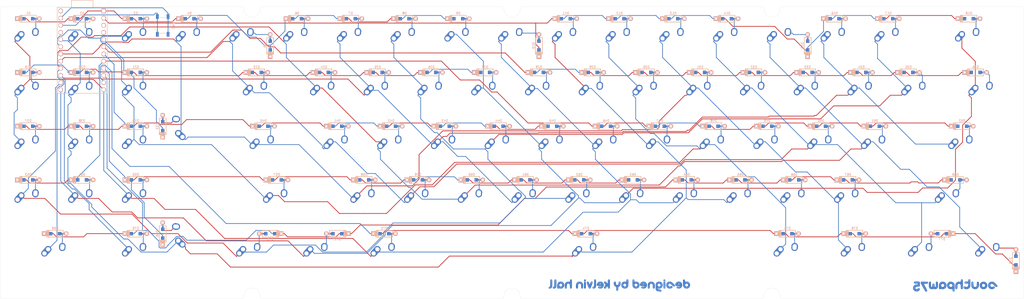
<source format=kicad_pcb>
(kicad_pcb (version 20171130) (host pcbnew 5.1.6)
  (layers (0 F.Cu signal) (31 B.Cu signal) (34 B.Paste user) (35 F.Paste user) (36 B.SilkS user) (37 F.SilkS user) (38 B.Mask user) (39 F.Mask user) (44 Edge.Cuts user))
  (net 0 "")
  (net 1 "Net-(D1-Pad1)")
  (net 2 "Net-(D1-Pad2)")
  (net 3 "Net-(D2-Pad2)")
  (net 4 "Net-(D3-Pad2)")
  (net 5 "Net-(D4-Pad2)")
  (net 6 "Net-(D5-Pad2)")
  (net 7 "Net-(D6-Pad2)")
  (net 8 "Net-(D7-Pad2)")
  (net 9 "Net-(D8-Pad2)")
  (net 10 "Net-(D9-Pad2)")
  (net 11 "Net-(D10-Pad2)")
  (net 12 "Net-(D10-Pad1)")
  (net 13 "Net-(D11-Pad2)")
  (net 14 "Net-(D12-Pad2)")
  (net 15 "Net-(D13-Pad2)")
  (net 16 "Net-(D14-Pad2)")
  (net 17 "Net-(D15-Pad2)")
  (net 18 "Net-(D16-Pad2)")
  (net 19 "Net-(D17-Pad2)")
  (net 20 "Net-(D18-Pad2)")
  (net 21 "Net-(D19-Pad1)")
  (net 22 "Net-(D19-Pad2)")
  (net 23 "Net-(D20-Pad2)")
  (net 24 "Net-(D21-Pad2)")
  (net 25 "Net-(D22-Pad2)")
  (net 26 "Net-(D23-Pad2)")
  (net 27 "Net-(D24-Pad2)")
  (net 28 "Net-(D25-Pad2)")
  (net 29 "Net-(D26-Pad2)")
  (net 30 "Net-(D27-Pad2)")
  (net 31 "Net-(D28-Pad1)")
  (net 32 "Net-(D28-Pad2)")
  (net 33 "Net-(D29-Pad2)")
  (net 34 "Net-(D30-Pad2)")
  (net 35 "Net-(D31-Pad2)")
  (net 36 "Net-(D32-Pad2)")
  (net 37 "Net-(D33-Pad2)")
  (net 38 "Net-(D34-Pad2)")
  (net 39 "Net-(D35-Pad2)")
  (net 40 "Net-(D36-Pad2)")
  (net 41 "Net-(D37-Pad1)")
  (net 42 "Net-(D37-Pad2)")
  (net 43 "Net-(D38-Pad2)")
  (net 44 "Net-(D39-Pad2)")
  (net 45 "Net-(D40-Pad2)")
  (net 46 "Net-(D41-Pad2)")
  (net 47 "Net-(D42-Pad2)")
  (net 48 "Net-(D43-Pad2)")
  (net 49 "Net-(D44-Pad2)")
  (net 50 "Net-(D45-Pad2)")
  (net 51 "Net-(D46-Pad2)")
  (net 52 "Net-(D46-Pad1)")
  (net 53 "Net-(D47-Pad2)")
  (net 54 "Net-(D48-Pad2)")
  (net 55 "Net-(D49-Pad2)")
  (net 56 "Net-(D50-Pad2)")
  (net 57 "Net-(D51-Pad2)")
  (net 58 "Net-(D52-Pad2)")
  (net 59 "Net-(D53-Pad2)")
  (net 60 "Net-(D54-Pad2)")
  (net 61 "Net-(D55-Pad1)")
  (net 62 "Net-(D55-Pad2)")
  (net 63 "Net-(D56-Pad2)")
  (net 64 "Net-(D57-Pad2)")
  (net 65 "Net-(D58-Pad2)")
  (net 66 "Net-(D59-Pad2)")
  (net 67 "Net-(D60-Pad2)")
  (net 68 "Net-(D61-Pad2)")
  (net 69 "Net-(D62-Pad2)")
  (net 70 "Net-(D63-Pad2)")
  (net 71 "Net-(D64-Pad2)")
  (net 72 "Net-(D64-Pad1)")
  (net 73 "Net-(D65-Pad2)")
  (net 74 "Net-(D66-Pad2)")
  (net 75 "Net-(D67-Pad2)")
  (net 76 "Net-(D68-Pad2)")
  (net 77 "Net-(D69-Pad2)")
  (net 78 "Net-(D70-Pad2)")
  (net 79 "Net-(D71-Pad2)")
  (net 80 "Net-(D72-Pad2)")
  (net 81 "Net-(D73-Pad2)")
  (net 82 "Net-(D73-Pad1)")
  (net 83 "Net-(D74-Pad2)")
  (net 84 "Net-(D75-Pad2)")
  (net 85 "Net-(D76-Pad2)")
  (net 86 "Net-(D77-Pad2)")
  (net 87 "Net-(D78-Pad2)")
  (net 88 "Net-(K1-Pad1)")
  (net 89 "Net-(K11-Pad1)")
  (net 90 "Net-(K12-Pad1)")
  (net 91 "Net-(K13-Pad1)")
  (net 92 "Net-(K14-Pad1)")
  (net 93 "Net-(K15-Pad1)")
  (net 94 "Net-(K16-Pad1)")
  (net 95 "Net-(K17-Pad1)")
  (net 96 "Net-(K18-Pad1)")
  (net 97 "Net-(SW1-Pad1)")
  (net 98 "Net-(SW1-Pad2)")
  (net 99 "Net-(U1-Pad3)")
  (net 100 "Net-(U1-Pad4)")
  (net 101 "Net-(U1-Pad21)")
  (net 102 "Net-(U1-Pad24)")
  (module Logos:designedbykelvinhallcopy (layer B.Cu) (at 233.3625 73.81875 180)
    (fp_text reference G*** hide)
    (fp_text value LOGO hide)
    (fp_poly (pts (xy -13.690961 1.319658) (xy -13.374578 1.166628) (xy -13.127367 0.952813) (xy -12.949872 0.708837) (xy -12.87379 0.546908) (xy -12.836668 0.39961) (xy -12.831071 0.21947) (xy -12.843481 0.029535) (xy -12.863867 -0.221916) (xy -12.874473 -0.397028) (xy -12.875254 -0.537201) (xy -12.866164 -0.683833) (xy -12.847156 -0.878325) (xy -12.842421 -0.924089) (xy -12.836228 -1.281335) (xy -12.905579 -1.563809) (xy -13.057573 -1.793026) (xy -13.160825 -1.889512) (xy -13.315045 -1.999117) (xy -13.465944 -2.052291) (xy -13.670033 -2.067623) (xy -13.702877 -2.067806) (xy -13.921764 -2.084219) (xy -14.118939 -2.125694) (xy -14.198264 -2.15641) (xy -14.392057 -2.223312) (xy -14.594471 -2.241426) (xy -14.759748 -2.209464) (xy -14.814698 -2.173767) (xy -14.876454 -2.040148) (xy -14.878054 -1.86247) (xy -14.823859 -1.695643) (xy -14.771352 -1.627957) (xy -14.564825 -1.499449) (xy -14.287882 -1.406087) (xy -13.986461 -1.362568) (xy -13.937512 -1.361197) (xy -13.705416 -1.332294) (xy -13.565568 -1.254371) (xy -13.526977 -1.154376) (xy -13.584074 -1.121749) (xy -13.750196 -1.107721) (xy -13.984768 -1.111524) (xy -14.23918 -1.116509) (xy -14.419866 -1.100354) (xy -14.570434 -1.055689) (xy -14.708372 -0.989236) (xy -14.986448 -0.77801) (xy -15.187386 -0.496159) (xy -15.304461 -0.167919) (xy -15.324807 0.101204) (xy -14.590233 0.101204) (xy -14.541236 -0.126062) (xy -14.411951 -0.292718) (xy -14.22893 -0.388566) (xy -14.018729 -0.403408) (xy -13.807903 -0.327046) (xy -13.699642 -0.240823) (xy -13.559752 -0.044056) (xy -13.526977 0.11814) (xy -13.580181 0.320148) (xy -13.717165 0.498142) (xy -13.903989 0.618182) (xy -14.058605 0.649768) (xy -14.264969 0.596062) (xy -14.442511 0.456358) (xy -14.560104 0.262774) (xy -14.590233 0.101204) (xy -15.324807 0.101204) (xy -15.330952 0.182472) (xy -15.260134 0.530779) (xy -15.179415 0.708837) (xy -15.007448 0.939367) (xy -14.777031 1.144555) (xy -14.745225 1.166628) (xy -14.408717 1.325183) (xy -14.049162 1.376193) (xy -13.690961 1.319658)) (layer B.Cu) (width 0.01))
    (fp_poly (pts (xy 1.810675 1.319878) (xy 1.932468 1.19774) (xy 1.995616 0.983254) (xy 2.008043 0.769531) (xy 1.996008 0.535491) (xy 1.965802 0.309657) (xy 1.94575 0.219897) (xy 1.832586 -0.026406) (xy 1.648933 -0.263474) (xy 1.431252 -0.449) (xy 1.315225 -0.511684) (xy 1.122325 -0.592283) (xy 1.122325 -1.170374) (xy 1.114532 -1.485184) (xy 1.091877 -1.703303) (xy 1.055443 -1.8148) (xy 1.051442 -1.819349) (xy 0.926181 -1.879803) (xy 0.755744 -1.892043) (xy 0.590668 -1.859869) (xy 0.481487 -1.787082) (xy 0.474636 -1.775976) (xy 0.447166 -1.667364) (xy 0.426089 -1.474987) (xy 0.414644 -1.233178) (xy 0.413488 -1.127726) (xy 0.411963 -0.874236) (xy 0.402732 -0.712493) (xy 0.378814 -0.616108) (xy 0.333227 -0.558691) (xy 0.258989 -0.513852) (xy 0.249819 -0.509095) (xy -0.001053 -0.330914) (xy -0.215788 -0.090918) (xy -0.329303 0.108293) (xy -0.374799 0.28233) (xy -0.402545 0.51856) (xy -0.411722 0.776579) (xy -0.401511 1.015982) (xy -0.371092 1.196366) (xy -0.35234 1.244349) (xy -0.253812 1.320886) (xy -0.093974 1.358508) (xy 0.075738 1.353593) (xy 0.203889 1.302514) (xy 0.22136 1.284768) (xy 0.255118 1.191493) (xy 0.28742 1.017705) (xy 0.311309 0.8009) (xy 0.311428 0.799356) (xy 0.335355 0.568473) (xy 0.371991 0.419789) (xy 0.433714 0.317363) (xy 0.499617 0.252961) (xy 0.702379 0.138146) (xy 0.902278 0.140083) (xy 1.090933 0.25863) (xy 1.095476 0.263129) (xy 1.181914 0.371117) (xy 1.225839 0.499937) (xy 1.240053 0.692755) (xy 1.240465 0.752079) (xy 1.263674 1.04179) (xy 1.337686 1.232339) (xy 1.469074 1.334111) (xy 1.624419 1.358605) (xy 1.810675 1.319878)) (layer B.Cu) (width 0.01))
    (fp_poly (pts (xy 3.912698 2.106628) (xy 4.015733 2.036605) (xy 4.082633 1.90088) (xy 4.119926 1.683895) (xy 4.134142 1.370087) (xy 4.134884 1.249702) (xy 4.134884 0.635458) (xy 4.555744 1.032475) (xy 4.754843 1.216334) (xy 4.893786 1.330165) (xy 4.995685 1.387741) (xy 5.083656 1.402836) (xy 5.161209 1.393253) (xy 5.368727 1.314435) (xy 5.472798 1.183339) (xy 5.473057 1.005395) (xy 5.369144 0.786036) (xy 5.21494 0.589012) (xy 4.936393 0.2792) (xy 5.107424 -0.022842) (xy 5.22641 -0.233451) (xy 5.342397 -0.439507) (xy 5.39545 -0.534142) (xy 5.475773 -0.757973) (xy 5.454826 -0.946852) (xy 5.335625 -1.084941) (xy 5.285381 -1.112199) (xy 5.132246 -1.169463) (xy 5.022844 -1.159593) (xy 4.907954 -1.071732) (xy 4.853944 -1.017018) (xy 4.730706 -0.867277) (xy 4.594499 -0.670923) (xy 4.530969 -0.567224) (xy 4.434872 -0.40713) (xy 4.372072 -0.334371) (xy 4.318148 -0.333205) (xy 4.250388 -0.386338) (xy 4.159783 -0.533352) (xy 4.134884 -0.675314) (xy 4.092113 -0.904805) (xy 3.971638 -1.058145) (xy 3.785213 -1.121436) (xy 3.756736 -1.122325) (xy 3.641911 -1.118193) (xy 3.552168 -1.097164) (xy 3.484419 -1.046297) (xy 3.435579 -0.952647) (xy 3.402562 -0.803269) (xy 3.38228 -0.585221) (xy 3.371648 -0.285557) (xy 3.36758 0.108665) (xy 3.366977 0.512357) (xy 3.36761 0.961034) (xy 3.370216 1.306393) (xy 3.375848 1.563249) (xy 3.385562 1.74642) (xy 3.400415 1.870723) (xy 3.42146 1.950975) (xy 3.449755 2.001992) (xy 3.475 2.028752) (xy 3.611904 2.099951) (xy 3.766999 2.126512) (xy 3.912698 2.106628)) (layer B.Cu) (width 0.01))
    (fp_poly (pts (xy -22.746924 2.095632) (xy -22.654268 2.051321) (xy -22.58863 1.967294) (xy -22.546093 1.828803) (xy -22.522738 1.6211) (xy -22.51465 1.329437) (xy -22.51791 0.939065) (xy -22.520577 0.797442) (xy -22.530459 0.408992) (xy -22.543498 0.118987) (xy -22.561769 -0.09226) (xy -22.58735 -0.244437) (xy -22.622317 -0.357234) (xy -22.648296 -0.413488) (xy -22.867918 -0.740619) (xy -23.137699 -0.963313) (xy -23.468542 -1.088162) (xy -23.820733 -1.122325) (xy -24.060674 -1.111652) (xy -24.240682 -1.069478) (xy -24.417839 -0.980573) (xy -24.467678 -0.9497) (xy -24.761845 -0.701581) (xy -24.952678 -0.396232) (xy -25.039715 -0.034494) (xy -25.043813 0.058975) (xy -24.333592 0.058975) (xy -24.241894 -0.1506) (xy -24.164079 -0.240823) (xy -23.967312 -0.380713) (xy -23.805116 -0.413488) (xy -23.601467 -0.360774) (xy -23.446154 -0.240823) (xy -23.302579 -0.034039) (xy -23.27664 0.177305) (xy -23.368338 0.386879) (xy -23.446154 0.477102) (xy -23.642921 0.616993) (xy -23.805116 0.649768) (xy -24.008765 0.597053) (xy -24.164079 0.477102) (xy -24.307654 0.270319) (xy -24.333592 0.058975) (xy -25.043813 0.058975) (xy -25.045581 0.099271) (xy -24.998179 0.486068) (xy -24.85245 0.810104) (xy -24.603113 1.081418) (xy -24.481052 1.172139) (xy -24.325308 1.27224) (xy -24.199369 1.329428) (xy -24.06143 1.353558) (xy -23.869687 1.354486) (xy -23.731279 1.34891) (xy -23.273488 1.328194) (xy -23.273488 1.59607) (xy -23.242286 1.865005) (xy -23.147162 2.036092) (xy -22.985836 2.112265) (xy -22.870513 2.114975) (xy -22.746924 2.095632)) (layer B.Cu) (width 0.01))
    (fp_poly (pts (xy -20.68545 1.337676) (xy -20.539869 1.285436) (xy -20.408921 1.214238) (xy -20.176112 1.035725) (xy -19.983603 0.808742) (xy -19.84329 0.558362) (xy -19.767068 0.309662) (xy -19.766831 0.087715) (xy -19.81619 -0.035205) (xy -19.859148 -0.091581) (xy -19.915263 -0.130771) (xy -20.005557 -0.156506) (xy -20.151049 -0.17252) (xy -20.37276 -0.182544) (xy -20.689426 -0.190264) (xy -21.471861 -0.206744) (xy -21.303755 -0.320621) (xy -21.182681 -0.387554) (xy -21.060062 -0.406299) (xy -20.884752 -0.382903) (xy -20.844666 -0.374891) (xy -20.581444 -0.345537) (xy -20.405057 -0.388057) (xy -20.304787 -0.507683) (xy -20.272832 -0.654145) (xy -20.286705 -0.843621) (xy -20.373972 -0.976) (xy -20.547035 -1.059899) (xy -20.818299 -1.103934) (xy -20.93069 -1.111148) (xy -21.179195 -1.115597) (xy -21.358685 -1.094843) (xy -21.517093 -1.040411) (xy -21.619535 -0.989358) (xy -21.922545 -0.77043) (xy -22.127716 -0.487349) (xy -22.23791 -0.135463) (xy -22.257289 0.046848) (xy -22.233452 0.417419) (xy -21.471861 0.417419) (xy -20.585814 0.417419) (xy -20.725265 0.533593) (xy -20.882178 0.619452) (xy -21.028837 0.649768) (xy -21.195888 0.611648) (xy -21.33241 0.533593) (xy -21.471861 0.417419) (xy -22.233452 0.417419) (xy -22.23213 0.437958) (xy -22.108726 0.766411) (xy -21.883124 1.040724) (xy -21.745361 1.150073) (xy -21.576989 1.252722) (xy -21.406428 1.311782) (xy -21.184359 1.342127) (xy -21.087 1.348623) (xy -20.851756 1.355553) (xy -20.68545 1.337676)) (layer B.Cu) (width 0.01))
    (fp_poly (pts (xy -17.56033 1.335373) (xy -17.303948 1.266261) (xy -17.260786 1.246214) (xy -16.960416 1.033405) (xy -16.74566 0.760408) (xy -16.616599 0.447431) (xy -16.573316 0.114681) (xy -16.615892 -0.217632) (xy -16.744407 -0.529301) (xy -16.958943 -0.800117) (xy -17.251733 -1.0059) (xy -17.53838 -1.09891) (xy -17.869418 -1.125148) (xy -18.196205 -1.085353) (xy -18.457536 -0.987558) (xy -18.624441 -0.868917) (xy -18.755577 -0.734438) (xy -18.781207 -0.695888) (xy -18.834741 -0.578239) (xy -18.822575 -0.486064) (xy -18.747512 -0.371893) (xy -18.584036 -0.224542) (xy -18.401309 -0.19365) (xy -18.202429 -0.279668) (xy -18.187838 -0.290186) (xy -17.956768 -0.400199) (xy -17.727725 -0.393868) (xy -17.51332 -0.272073) (xy -17.480107 -0.240823) (xy -17.336532 -0.034039) (xy -17.310594 0.177305) (xy -17.402292 0.386879) (xy -17.480107 0.477102) (xy -17.622638 0.598645) (xy -17.757744 0.656363) (xy -17.901723 0.64491) (xy -18.070871 0.558939) (xy -18.281482 0.393104) (xy -18.549854 0.14206) (xy -18.574302 0.11814) (xy -18.811061 -0.109425) (xy -18.985173 -0.263384) (xy -19.114365 -0.356713) (xy -19.216365 -0.402392) (xy -19.300498 -0.413488) (xy -19.503927 -0.36735) (xy -19.631984 -0.238413) (xy -19.670233 -0.068451) (xy -19.649317 0.022447) (xy -19.578863 0.139513) (xy -19.447312 0.297524) (xy -19.243106 0.51126) (xy -19.123837 0.630143) (xy -18.900376 0.843633) (xy -18.688855 1.033195) (xy -18.512262 1.179018) (xy -18.393583 1.261289) (xy -18.388399 1.263976) (xy -18.152969 1.335025) (xy -17.860141 1.358559) (xy -17.56033 1.335373)) (layer B.Cu) (width 0.01))
    (fp_poly (pts (xy -15.739203 1.325629) (xy -15.655567 1.244349) (xy -15.631451 1.140934) (xy -15.613207 0.947414) (xy -15.600736 0.687053) (xy -15.593938 0.383117) (xy -15.592715 0.05887) (xy -15.596969 -0.262422) (xy -15.606601 -0.557494) (xy -15.621512 -0.803081) (xy -15.641604 -0.975918) (xy -15.665302 -1.051442) (xy -15.792253 -1.109271) (xy -15.967938 -1.117339) (xy -16.135045 -1.077953) (xy -16.210432 -1.029502) (xy -16.244588 -0.977844) (xy -16.269469 -0.890227) (xy -16.286425 -0.749959) (xy -16.296807 -0.540344) (xy -16.301964 -0.244689) (xy -16.303256 0.11814) (xy -16.301453 0.531031) (xy -16.292969 0.840613) (xy -16.273194 1.061699) (xy -16.237519 1.209101) (xy -16.181331 1.297632) (xy -16.100022 1.342103) (xy -15.988981 1.357328) (xy -15.917161 1.358605) (xy -15.739203 1.325629)) (layer B.Cu) (width 0.01))
    (fp_poly (pts (xy -10.898487 1.313786) (xy -10.587297 1.176953) (xy -10.313309 0.935987) (xy -10.25422 0.866013) (xy -10.180626 0.77121) (xy -10.129484 0.685166) (xy -10.096051 0.583915) (xy -10.075586 0.443488) (xy -10.063346 0.23992) (xy -10.05459 -0.050758) (xy -10.051993 -0.156071) (xy -10.046293 -0.515084) (xy -10.053031 -0.772742) (xy -10.07757 -0.945615) (xy -10.125277 -1.050277) (xy -10.201516 -1.103298) (xy -10.311653 -1.121251) (xy -10.364822 -1.122325) (xy -10.520597 -1.105651) (xy -10.629101 -1.04443) (xy -10.698226 -0.921867) (xy -10.735862 -0.721165) (xy -10.749899 -0.42553) (xy -10.750698 -0.300921) (xy -10.752165 -0.02652) (xy -10.760658 0.157409) (xy -10.782318 0.278529) (xy -10.823284 0.364503) (xy -10.889694 0.442997) (xy -10.923363 0.477102) (xy -11.130147 0.620677) (xy -11.341491 0.646616) (xy -11.551065 0.554918) (xy -11.641288 0.477102) (xy -11.718579 0.394845) (xy -11.768494 0.315817) (xy -11.797014 0.212715) (xy -11.810118 0.058237) (xy -11.813787 -0.174921) (xy -11.813954 -0.311185) (xy -11.816931 -0.597914) (xy -11.828298 -0.790736) (xy -11.851711 -0.913789) (xy -11.890825 -0.991211) (xy -11.921977 -1.024566) (xy -12.092763 -1.112632) (xy -12.282564 -1.114485) (xy -12.446734 -1.034073) (xy -12.499435 -0.973511) (xy -12.547699 -0.830139) (xy -12.574375 -0.60291) (xy -12.580687 -0.323883) (xy -12.56786 -0.025117) (xy -12.537118 0.261328) (xy -12.489685 0.503395) (xy -12.437439 0.649768) (xy -12.219734 0.976695) (xy -11.949637 1.199729) (xy -11.617795 1.324539) (xy -11.269911 1.357633) (xy -10.898487 1.313786)) (layer B.Cu) (width 0.01))
    (fp_poly (pts (xy -8.233 1.337235) (xy -8.016824 1.27903) (xy -7.844682 1.171196) (xy -7.65131 0.998053) (xy -7.473011 0.797471) (xy -7.346091 0.607324) (xy -7.322015 0.554229) (xy -7.278258 0.368972) (xy -7.268282 0.164918) (xy -7.291076 -0.011576) (xy -7.336465 -0.106325) (xy -7.43269 -0.141228) (xy -7.641435 -0.164766) (xy -7.964729 -0.177117) (xy -8.178209 -0.179174) (xy -8.94907 -0.18114) (xy -8.802309 -0.303233) (xy -8.672349 -0.383471) (xy -8.523666 -0.399119) (xy -8.418355 -0.38582) (xy -8.120894 -0.354836) (xy -7.917246 -0.38197) (xy -7.795194 -0.473244) (xy -7.742521 -0.634677) (xy -7.73814 -0.720995) (xy -7.792028 -0.893896) (xy -7.948247 -1.020759) (xy -8.19863 -1.097341) (xy -8.506047 -1.11974) (xy -8.780175 -1.100837) (xy -9.00017 -1.052291) (xy -9.067209 -1.024173) (xy -9.375842 -0.803415) (xy -9.596762 -0.525663) (xy -9.729823 -0.210298) (xy -9.77488 0.123299) (xy -9.734317 0.436233) (xy -8.882069 0.436233) (xy -8.815705 0.419715) (xy -8.662884 0.415136) (xy -8.500434 0.415454) (xy -8.063023 0.417419) (xy -8.202474 0.533593) (xy -8.388308 0.627885) (xy -8.594328 0.643081) (xy -8.775448 0.579323) (xy -8.83093 0.531628) (xy -8.880852 0.471326) (xy -8.882069 0.436233) (xy -9.734317 0.436233) (xy -9.731787 0.455747) (xy -9.600397 0.767665) (xy -9.380564 1.039673) (xy -9.08433 1.246214) (xy -8.836497 1.326205) (xy -8.534657 1.357101) (xy -8.233 1.337235)) (layer B.Cu) (width 0.01))
    (fp_poly (pts (xy -4.781127 2.105113) (xy -4.681115 2.0329) (xy -4.66859 2.012256) (xy -4.646879 1.912567) (xy -4.629166 1.713155) (xy -4.616418 1.432395) (xy -4.609603 1.088664) (xy -4.608739 0.875163) (xy -4.610992 0.486271) (xy -4.617806 0.195086) (xy -4.63096 -0.018794) (xy -4.65223 -0.17577) (xy -4.683394 -0.296243) (xy -4.718425 -0.383953) (xy -4.901607 -0.677661) (xy -5.144151 -0.915293) (xy -5.358684 -1.041991) (xy -5.606767 -1.104146) (xy -5.904551 -1.117975) (xy -6.199328 -1.085288) (xy -6.43839 -1.007894) (xy -6.444492 -1.00472) (xy -6.753333 -0.78299) (xy -6.971381 -0.50512) (xy -7.098863 -0.190291) (xy -7.127424 0.065494) (xy -6.398323 0.065494) (xy -6.330416 -0.134704) (xy -6.192459 -0.29332) (xy -6.00782 -0.392325) (xy -5.799866 -0.413689) (xy -5.591965 -0.339381) (xy -5.573842 -0.327236) (xy -5.415846 -0.15374) (xy -5.344404 0.064213) (xy -5.372048 0.286985) (xy -5.376323 0.297702) (xy -5.511788 0.499121) (xy -5.697615 0.615855) (xy -5.90596 0.648141) (xy -6.108976 0.596213) (xy -6.278819 0.46031) (xy -6.372813 0.289241) (xy -6.398323 0.065494) (xy -7.127424 0.065494) (xy -7.136003 0.142319) (xy -7.083026 0.473532) (xy -6.940159 0.784167) (xy -6.707626 1.055047) (xy -6.417995 1.25098) (xy -6.261437 1.317466) (xy -6.099211 1.349144) (xy -5.886982 1.352234) (xy -5.747867 1.344976) (xy -5.316279 1.317278) (xy -5.316279 1.607639) (xy -5.300629 1.862764) (xy -5.245098 2.021722) (xy -5.136815 2.103356) (xy -4.962908 2.126511) (xy -4.961861 2.126512) (xy -4.781127 2.105113)) (layer B.Cu) (width 0.01))
    (fp_poly (pts (xy -2.595001 2.067961) (xy -2.56685 2.040592) (xy -2.471175 1.914165) (xy -2.428775 1.757173) (xy -2.421861 1.604371) (xy -2.421861 1.313139) (xy -2.039936 1.343796) (xy -1.805024 1.354171) (xy -1.626612 1.332531) (xy -1.44495 1.267903) (xy -1.328086 1.213036) (xy -1.03606 1.035913) (xy -0.839757 0.826448) (xy -0.725904 0.562131) (xy -0.681227 0.220451) (xy -0.679302 0.112774) (xy -0.683985 -0.131204) (xy -0.704906 -0.298416) (xy -0.752374 -0.430086) (xy -0.836699 -0.56744) (xy -0.856512 -0.595842) (xy -1.1168 -0.871278) (xy -1.437674 -1.045471) (xy -1.817553 -1.117638) (xy -1.914291 -1.119715) (xy -2.269048 -1.082208) (xy -2.490262 -1.002953) (xy -2.758115 -0.804797) (xy -2.978008 -0.53471) (xy -3.117041 -0.234124) (xy -3.12548 -0.202993) (xy -3.147835 -0.054994) (xy -3.155859 0.045889) (xy -2.422614 0.045889) (xy -2.34111 -0.167583) (xy -2.266131 -0.257759) (xy -2.06237 -0.390858) (xy -1.842458 -0.411475) (xy -1.625 -0.32004) (xy -1.53127 -0.240823) (xy -1.396699 -0.036916) (xy -1.368635 0.178932) (xy -1.443197 0.380266) (xy -1.616505 0.54063) (xy -1.648483 0.558334) (xy -1.869559 0.638799) (xy -2.053612 0.618733) (xy -2.232074 0.493883) (xy -2.249195 0.477102) (xy -2.391833 0.266986) (xy -2.422614 0.045889) (xy -3.155859 0.045889) (xy -3.16681 0.183557) (xy -3.180929 0.48509) (xy -3.188713 0.822034) (xy -3.189768 0.996521) (xy -3.189768 1.940728) (xy -3.034127 2.063155) (xy -2.870815 2.164283) (xy -2.737032 2.166493) (xy -2.595001 2.067961)) (layer B.Cu) (width 0.01))
    (fp_poly (pts (xy 7.142237 1.313852) (xy 7.417356 1.209321) (xy 7.464812 1.179934) (xy 7.729757 0.939212) (xy 7.921125 0.638944) (xy 8.017915 0.313014) (xy 8.021441 0.281807) (xy 8.032481 0.110096) (xy 8.016548 -0.012459) (xy 7.95745 -0.094187) (xy 7.838992 -0.143421) (xy 7.64498 -0.168493) (xy 7.35922 -0.177733) (xy 7.125442 -0.179174) (xy 6.35 -0.18114) (xy 6.496761 -0.303233) (xy 6.626721 -0.383471) (xy 6.775404 -0.399119) (xy 6.880715 -0.38582) (xy 7.178176 -0.354836) (xy 7.381823 -0.38197) (xy 7.503875 -0.473244) (xy 7.556549 -0.634677) (xy 7.56093 -0.720995) (xy 7.507042 -0.893896) (xy 7.350823 -1.020759) (xy 7.10044 -1.097341) (xy 6.793023 -1.11974) (xy 6.518895 -1.100837) (xy 6.2989 -1.052291) (xy 6.23186 -1.024173) (xy 5.921064 -0.802131) (xy 5.699336 -0.523466) (xy 5.56672 -0.207423) (xy 5.523257 0.126755) (xy 5.565753 0.436233) (xy 6.417001 0.436233) (xy 6.483365 0.419715) (xy 6.636186 0.415136) (xy 6.798636 0.415454) (xy 7.236046 0.417419) (xy 7.096595 0.533593) (xy 6.910762 0.627885) (xy 6.704742 0.643081) (xy 6.523621 0.579323) (xy 6.468139 0.531628) (xy 6.418218 0.471326) (xy 6.417001 0.436233) (xy 5.565753 0.436233) (xy 5.568993 0.459825) (xy 5.70397 0.772545) (xy 5.928231 1.045669) (xy 6.226738 1.252335) (xy 6.499896 1.338109) (xy 6.820739 1.357698) (xy 7.142237 1.313852)) (layer B.Cu) (width 0.01))
    (fp_poly (pts (xy 8.749374 2.124212) (xy 8.875661 2.079479) (xy 8.901281 2.052675) (xy 8.917541 1.97294) (xy 8.93454 1.794553) (xy 8.95105 1.536984) (xy 8.965843 1.219705) (xy 8.97769 0.862186) (xy 8.978605 0.827327) (xy 9.008139 -0.324183) (xy 9.244419 -0.434875) (xy 9.431546 -0.535639) (xy 9.530376 -0.632721) (xy 9.566128 -0.755165) (xy 9.568398 -0.80799) (xy 9.519237 -0.964981) (xy 9.386558 -1.071806) (xy 9.196362 -1.1226) (xy 8.97465 -1.111495) (xy 8.747424 -1.032624) (xy 8.697483 -1.004505) (xy 8.563233 -0.915368) (xy 8.46036 -0.82148) (xy 8.38472 -0.706338) (xy 8.33217 -0.553441) (xy 8.298566 -0.346289) (xy 8.279766 -0.068381) (xy 8.271625 0.296786) (xy 8.269988 0.697953) (xy 8.272949 1.114016) (xy 8.28154 1.468689) (xy 8.295078 1.747252) (xy 8.312881 1.934985) (xy 8.330915 2.012256) (xy 8.42686 2.087047) (xy 8.58306 2.125551) (xy 8.749374 2.124212)) (layer B.Cu) (width 0.01))
    (fp_poly (pts (xy 10.011667 1.349086) (xy 10.134172 1.219841) (xy 10.256285 0.992535) (xy 10.339852 0.790607) (xy 10.425957 0.572135) (xy 10.495785 0.402898) (xy 10.538995 0.307589) (xy 10.547241 0.295349) (xy 10.57393 0.346335) (xy 10.630374 0.481492) (xy 10.705533 0.674116) (xy 10.724255 0.723605) (xy 10.854013 1.035079) (xy 10.974677 1.241695) (xy 11.098283 1.354831) (xy 11.236864 1.385864) (xy 11.388381 1.351515) (xy 11.495476 1.300345) (xy 11.564041 1.230112) (xy 11.592813 1.125962) (xy 11.580529 0.973045) (xy 11.525927 0.756509) (xy 11.427744 0.461501) (xy 11.284718 0.07317) (xy 11.278253 0.056033) (xy 11.153269 -0.267664) (xy 11.035983 -0.557844) (xy 10.935035 -0.794154) (xy 10.859066 -0.956239) (xy 10.821938 -1.018953) (xy 10.67921 -1.106281) (xy 10.500026 -1.121186) (xy 10.334563 -1.066282) (xy 10.254854 -0.989419) (xy 10.205598 -0.89098) (xy 10.123723 -0.703633) (xy 10.018255 -0.449023) (xy 9.898219 -0.148797) (xy 9.811738 0.073331) (xy 9.665797 0.462439) (xy 9.566568 0.758444) (xy 9.51294 0.97627) (xy 9.503804 1.130841) (xy 9.538048 1.237081) (xy 9.614564 1.309915) (xy 9.716151 1.358291) (xy 9.876438 1.391494) (xy 10.011667 1.349086)) (layer B.Cu) (width 0.01))
    (fp_poly (pts (xy 12.331251 1.348819) (xy 12.425191 1.309829) (xy 12.492508 1.227188) (xy 12.537514 1.086451) (xy 12.564524 0.873169) (xy 12.57785 0.572895) (xy 12.581808 0.171184) (xy 12.58186 0.101113) (xy 12.578254 -0.259722) (xy 12.568152 -0.571232) (xy 12.552625 -0.813957) (xy 12.532748 -0.968435) (xy 12.520712 -1.008069) (xy 12.421475 -1.085404) (xy 12.26037 -1.122574) (xy 12.087934 -1.11578) (xy 11.954702 -1.061221) (xy 11.943907 -1.051442) (xy 11.915779 -0.977953) (xy 11.895143 -0.816185) (xy 11.881511 -0.558075) (xy 11.874392 -0.195562) (xy 11.873023 0.11814) (xy 11.874236 0.530651) (xy 11.880537 0.839886) (xy 11.895919 1.0607) (xy 11.924373 1.207952) (xy 11.969893 1.296498) (xy 12.036471 1.341196) (xy 12.128099 1.356903) (xy 12.206371 1.358605) (xy 12.331251 1.348819)) (layer B.Cu) (width 0.01))
    (fp_poly (pts (xy 14.443317 1.334064) (xy 14.708985 1.251231) (xy 14.938556 1.093989) (xy 15.073627 0.958327) (xy 15.218946 0.772025) (xy 15.318468 0.573312) (xy 15.379638 0.334965) (xy 15.4099 0.029758) (xy 15.41688 -0.296973) (xy 15.407623 -0.63236) (xy 15.374469 -0.866661) (xy 15.31003 -1.01577) (xy 15.206919 -1.09558) (xy 15.057749 -1.121986) (xy 15.033256 -1.122325) (xy 14.88019 -1.103271) (xy 14.772376 -1.035475) (xy 14.702615 -0.902987) (xy 14.663708 -0.689858) (xy 14.648458 -0.380138) (xy 14.647424 -0.267438) (xy 14.6412 0.040319) (xy 14.619626 0.254285) (xy 14.574892 0.398569) (xy 14.499189 0.497278) (xy 14.38471 0.574521) (xy 14.372604 0.581049) (xy 14.140738 0.647757) (xy 13.92002 0.597343) (xy 13.758712 0.477102) (xy 13.681684 0.395191) (xy 13.631829 0.316534) (xy 13.60324 0.213997) (xy 13.590011 0.060446) (xy 13.586235 -0.171253) (xy 13.586046 -0.316121) (xy 13.581966 -0.616116) (xy 13.567856 -0.819751) (xy 13.54091 -0.948582) (xy 13.498324 -1.024166) (xy 13.493222 -1.029502) (xy 13.360288 -1.098771) (xy 13.184592 -1.11934) (xy 13.020647 -1.090501) (xy 12.938758 -1.036708) (xy 12.906401 -0.946427) (xy 12.887849 -0.764455) (xy 12.88254 -0.481504) (xy 12.887223 -0.185026) (xy 12.896407 0.130671) (xy 12.908406 0.353855) (xy 12.928213 0.510132) (xy 12.960821 0.625107) (xy 13.011225 0.724387) (xy 13.084416 0.833578) (xy 13.08641 0.836413) (xy 13.332939 1.10969) (xy 13.622208 1.278742) (xy 13.97187 1.352604) (xy 14.104804 1.357633) (xy 14.443317 1.334064)) (layer B.Cu) (width 0.01))
    (fp_poly (pts (xy 17.380865 2.10438) (xy 17.483258 2.02455) (xy 17.532689 1.86687) (xy 17.543721 1.656907) (xy 17.543721 1.32907) (xy 18.07026 1.32907) (xy 18.329514 1.326045) (xy 18.506144 1.311584) (xy 18.63562 1.27761) (xy 18.753411 1.216046) (xy 18.8484 1.151861) (xy 19.030926 0.989011) (xy 19.192408 0.789043) (xy 19.237442 0.714314) (xy 19.298815 0.584294) (xy 19.338873 0.452822) (xy 19.361988 0.290184) (xy 19.37253 0.066664) (xy 19.374884 -0.219918) (xy 19.37068 -0.566179) (xy 19.353622 -0.811447) (xy 19.317039 -0.97271) (xy 19.254258 -1.066953) (xy 19.15861 -1.111162) (xy 19.023423 -1.122323) (xy 19.020465 -1.122325) (xy 18.874279 -1.109013) (xy 18.774165 -1.057039) (xy 18.711778 -0.948347) (xy 18.678775 -0.764879) (xy 18.666812 -0.488581) (xy 18.666046 -0.355368) (xy 18.647862 0.02999) (xy 18.58933 0.312741) (xy 18.484484 0.503303) (xy 18.327355 0.612097) (xy 18.111977 0.649541) (xy 18.09037 0.649768) (xy 17.896143 0.596172) (xy 17.720113 0.454595) (xy 17.599172 0.256296) (xy 17.574359 0.133002) (xy 17.55528 -0.072258) (xy 17.544836 -0.323345) (xy 17.543721 -0.435055) (xy 17.535541 -0.734967) (xy 17.512008 -0.944172) (xy 17.474632 -1.049539) (xy 17.472837 -1.051442) (xy 17.33396 -1.117406) (xy 17.156293 -1.116424) (xy 16.993985 -1.054486) (xy 16.926838 -0.991043) (xy 16.896925 -0.931464) (xy 16.87407 -0.839295) (xy 16.857394 -0.699897) (xy 16.846019 -0.49863) (xy 16.839065 -0.220856) (xy 16.835654 0.148064) (xy 16.834884 0.540552) (xy 16.835716 1.013936) (xy 16.840295 1.382336) (xy 16.851741 1.658905) (xy 16.873176 1.856797) (xy 16.907721 1.989165) (xy 16.958499 2.069163) (xy 17.028629 2.109944) (xy 17.121234 2.124663) (xy 17.211242 2.126512) (xy 17.380865 2.10438)) (layer B.Cu) (width 0.01))
    (fp_poly (pts (xy 21.129806 1.329046) (xy 21.411828 1.231022) (xy 21.654209 1.050517) (xy 21.763018 0.934003) (xy 21.910226 0.723248) (xy 22.009662 0.479179) (xy 22.067765 0.176914) (xy 22.090971 -0.20843) (xy 22.092093 -0.337898) (xy 22.081144 -0.665033) (xy 22.043174 -0.891325) (xy 21.9705 -1.032474) (xy 21.855441 -1.104182) (xy 21.708276 -1.122325) (xy 21.562795 -1.107049) (xy 21.476504 -1.069836) (xy 21.473255 -1.065513) (xy 21.391109 -1.039072) (xy 21.288714 -1.065513) (xy 21.149727 -1.096012) (xy 20.943271 -1.116633) (xy 20.765853 -1.122325) (xy 20.535569 -1.113216) (xy 20.366219 -1.074881) (xy 20.201285 -0.990816) (xy 20.108531 -0.930349) (xy 19.828743 -0.677157) (xy 19.64345 -0.373547) (xy 19.552651 -0.040006) (xy 19.55437 0.119644) (xy 20.28287 0.119644) (xy 20.327245 -0.085216) (xy 20.445127 -0.260435) (xy 20.62579 -0.378533) (xy 20.817332 -0.413488) (xy 21.035384 -0.359247) (xy 21.168457 -0.257759) (xy 21.301556 -0.053998) (xy 21.322173 0.165915) (xy 21.230737 0.383372) (xy 21.15152 0.477102) (xy 20.944339 0.618149) (xy 20.72762 0.642737) (xy 20.511213 0.550422) (xy 20.457543 0.508362) (xy 20.322728 0.326664) (xy 20.28287 0.119644) (xy 19.55437 0.119644) (xy 19.556346 0.302978) (xy 19.654536 0.634917) (xy 19.84722 0.935322) (xy 20.108531 1.166628) (xy 20.287364 1.276332) (xy 20.443763 1.334315) (xy 20.632147 1.356239) (xy 20.775539 1.358605) (xy 21.129806 1.329046)) (layer B.Cu) (width 0.01))
    (fp_poly (pts (xy 22.86056 2.095893) (xy 22.944937 2.050479) (xy 23.00644 1.965327) (xy 23.048622 1.826107) (xy 23.075038 1.618491) (xy 23.089241 1.328147) (xy 23.094784 0.940748) (xy 23.095408 0.722143) (xy 23.096279 -0.357343) (xy 23.258721 -0.414915) (xy 23.410267 -0.475019) (xy 23.509767 -0.522782) (xy 23.581485 -0.620772) (xy 23.616149 -0.778141) (xy 23.607838 -0.940308) (xy 23.565635 -1.03758) (xy 23.446711 -1.101189) (xy 23.258604 -1.122398) (xy 23.041721 -1.10294) (xy 22.836464 -1.044546) (xy 22.753193 -1.002745) (xy 22.621338 -0.908793) (xy 22.519541 -0.797098) (xy 22.444057 -0.651959) (xy 22.391143 -0.457676) (xy 22.357056 -0.19855) (xy 22.338053 0.14112) (xy 22.330389 0.577035) (xy 22.329669 0.773519) (xy 22.330026 1.173797) (xy 22.333107 1.472699) (xy 22.340395 1.686985) (xy 22.353369 1.833412) (xy 22.373511 1.928739) (xy 22.402303 1.989723) (xy 22.440986 2.032907) (xy 22.610034 2.110959) (xy 22.749755 2.115899) (xy 22.86056 2.095893)) (layer B.Cu) (width 0.01))
    (fp_poly (pts (xy 24.3961 2.088525) (xy 24.44307 2.055628) (xy 24.471312 1.981631) (xy 24.492107 1.818622) (xy 24.505943 1.558693) (xy 24.513306 1.193935) (xy 24.514858 0.889) (xy 24.518017 0.536444) (xy 24.526247 0.221392) (xy 24.538584 -0.035794) (xy 24.554061 -0.214754) (xy 24.570974 -0.294056) (xy 24.662353 -0.371953) (xy 24.80948 -0.442837) (xy 24.821116 -0.446867) (xy 25.001575 -0.559203) (xy 25.089847 -0.729124) (xy 25.074139 -0.930408) (xy 25.057414 -0.972271) (xy 24.999678 -1.064305) (xy 24.911105 -1.10876) (xy 24.752883 -1.121983) (xy 24.701164 -1.122325) (xy 24.419906 -1.086297) (xy 24.218575 -0.989419) (xy 24.088523 -0.892229) (xy 23.988831 -0.789615) (xy 23.915516 -0.66489) (xy 23.864595 -0.501367) (xy 23.832087 -0.282357) (xy 23.814009 0.008825) (xy 23.806379 0.388866) (xy 23.805116 0.743063) (xy 23.805976 1.150265) (xy 23.809475 1.455718) (xy 23.816988 1.675806) (xy 23.829892 1.826911) (xy 23.849564 1.925418) (xy 23.877381 1.98771) (xy 23.913139 2.028752) (xy 24.058869 2.102812) (xy 24.23847 2.123681) (xy 24.3961 2.088525)) (layer B.Cu) (width 0.01))
    (fp_poly (pts (xy -15.737812 2.077942) (xy -15.629568 1.955724) (xy -15.587296 1.795093) (xy -15.621066 1.631285) (xy -15.725702 1.509629) (xy -15.913465 1.425769) (xy -16.082338 1.456589) (xy -16.185116 1.535814) (xy -16.287865 1.703551) (xy -16.289028 1.872936) (xy -16.201604 2.016851) (xy -16.038591 2.10818) (xy -15.901962 2.126512) (xy -15.737812 2.077942)) (layer B.Cu) (width 0.01))
    (fp_poly (pts (xy 12.396658 2.080663) (xy 12.526453 1.962809) (xy 12.576792 1.802488) (xy 12.534515 1.629239) (xy 12.463721 1.535814) (xy 12.300526 1.431951) (xy 12.126147 1.443206) (xy 12.004306 1.509629) (xy 11.895527 1.648795) (xy 11.873023 1.793164) (xy 11.905973 1.987997) (xy 12.013178 2.094853) (xy 12.200566 2.126512) (xy 12.396658 2.080663)) (layer B.Cu) (width 0.01))
  )
  (module Logos:designedbykelvinhall (layer B.Cu) (at 233.3625 73.81875 180)
    (fp_text reference G*** hide)
    (fp_text value LOGO hide)
  )
  (module Logos:southpaw75smallcopy (layer B.Cu) (at 352.425 73.81875 180)
    (fp_text reference G*** hide)
    (fp_text value LOGO hide)
    (fp_poly (pts (xy 6.69047 1.326464) (xy 6.833694 1.267813) (xy 6.845299 1.257301) (xy 6.883131 1.153282) (xy 6.908014 0.928457) (xy 6.920147 0.580561) (xy 6.9215 0.376076) (xy 6.926277 -0.001781) (xy 6.94404 -0.269015) (xy 6.979933 -0.441763) (xy 7.039102 -0.536162) (xy 7.126692 -0.568346) (xy 7.220074 -0.560259) (xy 7.278847 -0.529831) (xy 7.318096 -0.448802) (xy 7.344559 -0.29214) (xy 7.364975 -0.034818) (xy 7.366 -0.018176) (xy 7.388086 0.230876) (xy 7.418661 0.431906) (xy 7.452069 0.550351) (xy 7.46125 0.564096) (xy 7.641886 0.660194) (xy 7.850866 0.657558) (xy 8.005014 0.58118) (xy 8.086092 0.499575) (xy 8.137359 0.393032) (xy 8.168883 0.227955) (xy 8.190728 -0.029252) (xy 8.1915 -0.041249) (xy 8.212521 -0.298067) (xy 8.24 -0.453356) (xy 8.281098 -0.532587) (xy 8.337425 -0.560265) (xy 8.451295 -0.566038) (xy 8.53265 -0.522434) (xy 8.586638 -0.413316) (xy 8.618402 -0.222548) (xy 8.633088 0.066007) (xy 8.636 0.376076) (xy 8.639239 0.744071) (xy 8.6536 1.003797) (xy 8.686052 1.173914) (xy 8.743559 1.273086) (xy 8.833088 1.319974) (xy 8.961608 1.33324) (xy 8.993414 1.3335) (xy 9.142085 1.323489) (xy 9.249374 1.281765) (xy 9.321918 1.190796) (xy 9.36635 1.033048) (xy 9.389306 0.790987) (xy 9.397421 0.447081) (xy 9.398 0.264349) (xy 9.391381 -0.164779) (xy 9.36701 -0.489554) (xy 9.318114 -0.732148) (xy 9.23792 -0.914733) (xy 9.119654 -1.059482) (xy 8.956543 -1.188565) (xy 8.953532 -1.190625) (xy 8.744823 -1.282252) (xy 8.481028 -1.330387) (xy 8.211047 -1.332519) (xy 7.983779 -1.286139) (xy 7.902327 -1.244594) (xy 7.787594 -1.188071) (xy 7.684583 -1.223076) (xy 7.653812 -1.244594) (xy 7.480827 -1.311253) (xy 7.237049 -1.334544) (xy 6.970399 -1.316216) (xy 6.7288 -1.258018) (xy 6.619294 -1.206843) (xy 6.4504 -1.088641) (xy 6.327938 -0.956537) (xy 6.244778 -0.788545) (xy 6.193794 -0.562679) (xy 6.167856 -0.256952) (xy 6.159835 0.150622) (xy 6.159737 0.21055) (xy 6.164267 0.542297) (xy 6.176857 0.835134) (xy 6.195727 1.061896) (xy 6.219098 1.19542) (xy 6.225234 1.210675) (xy 6.331914 1.29381) (xy 6.505101 1.333768) (xy 6.69047 1.326464)) (layer B.Cu) (width 0.01))
    (fp_poly (pts (xy 4.778969 1.32426) (xy 4.959808 1.285087) (xy 5.132808 1.198806) (xy 5.243025 1.127125) (xy 5.460052 0.959067) (xy 5.616311 0.778261) (xy 5.721937 0.559639) (xy 5.787066 0.278137) (xy 5.821834 -0.091315) (xy 5.831316 -0.327848) (xy 5.837307 -0.708025) (xy 5.825873 -0.979456) (xy 5.79049 -1.159929) (xy 5.724637 -1.267227) (xy 5.62179 -1.319138) (xy 5.475427 -1.333446) (xy 5.462513 -1.3335) (xy 5.294623 -1.319196) (xy 5.187987 -1.283703) (xy 5.176749 -1.272426) (xy 5.088442 -1.244002) (xy 4.978368 -1.272426) (xy 4.756117 -1.319252) (xy 4.472167 -1.329906) (xy 4.182648 -1.306624) (xy 3.943687 -1.251642) (xy 3.889772 -1.229065) (xy 3.58946 -1.017387) (xy 3.344851 -0.722176) (xy 3.178378 -0.378893) (xy 3.112476 -0.022996) (xy 3.112413 -0.017581) (xy 3.937018 -0.017581) (xy 3.988849 -0.225664) (xy 4.108278 -0.403164) (xy 4.278242 -0.528517) (xy 4.481676 -0.580163) (xy 4.701516 -0.53654) (xy 4.803119 -0.478779) (xy 4.972966 -0.292271) (xy 5.049765 -0.05797) (xy 5.020048 0.181509) (xy 5.015452 0.19303) (xy 4.867028 0.416588) (xy 4.663774 0.544602) (xy 4.434293 0.570445) (xy 4.207188 0.487492) (xy 4.104409 0.404091) (xy 3.96985 0.199525) (xy 3.937018 -0.017581) (xy 3.112413 -0.017581) (xy 3.112208 0) (xy 3.166741 0.33579) (xy 3.314731 0.669415) (xy 3.532759 0.964657) (xy 3.797408 1.185299) (xy 3.919085 1.247958) (xy 4.09391 1.29406) (xy 4.335544 1.325117) (xy 4.531034 1.3335) (xy 4.778969 1.32426)) (layer B.Cu) (width 0.01))
    (fp_poly (pts (xy -2.082076 2.097293) (xy -2.010092 2.042875) (xy -1.931438 1.873206) (xy -1.905 1.612175) (xy -1.905 1.297599) (xy -1.466299 1.322388) (xy -1.089573 1.321107) (xy -0.795754 1.260514) (xy -0.549786 1.12835) (xy -0.32742 0.924157) (xy -0.16342 0.720661) (xy -0.050833 0.508107) (xy 0.018809 0.256789) (xy 0.05397 -0.062996) (xy 0.063145 -0.446245) (xy 0.053194 -0.806787) (xy 0.017553 -1.05866) (xy -0.051718 -1.218952) (xy -0.162562 -1.304748) (xy -0.322921 -1.333134) (xy -0.34925 -1.3335) (xy -0.513696 -1.313211) (xy -0.629444 -1.240918) (xy -0.704162 -1.099477) (xy -0.745514 -0.871747) (xy -0.761167 -0.540583) (xy -0.762 -0.410501) (xy -0.763728 -0.117792) (xy -0.773241 0.077521) (xy -0.797038 0.205037) (xy -0.841614 0.294354) (xy -0.913467 0.37507) (xy -0.9401 0.40087) (xy -1.166107 0.543027) (xy -1.407111 0.562195) (xy -1.644845 0.45795) (xy -1.694962 0.418354) (xy -1.771496 0.34672) (xy -1.823558 0.270607) (xy -1.857314 0.163822) (xy -1.878934 0.000172) (xy -1.894584 -0.246539) (xy -1.904878 -0.473101) (xy -1.923125 -0.817862) (xy -1.94948 -1.055512) (xy -1.993808 -1.205928) (xy -2.065973 -1.288986) (xy -2.175839 -1.324563) (xy -2.331391 -1.332527) (xy -2.520819 -1.292978) (xy -2.601266 -1.210674) (xy -2.623969 -1.105815) (xy -2.642056 -0.899007) (xy -2.655594 -0.611574) (xy -2.664652 -0.26484) (xy -2.669297 0.119871) (xy -2.669596 0.521234) (xy -2.665618 0.917926) (xy -2.65743 1.288622) (xy -2.645101 1.611997) (xy -2.628697 1.866728) (xy -2.608287 2.031491) (xy -2.5908 2.082801) (xy -2.449238 2.147913) (xy -2.259514 2.151359) (xy -2.082076 2.097293)) (layer B.Cu) (width 0.01))
    (fp_poly (pts (xy -4.781231 2.141555) (xy -4.651269 2.085754) (xy -4.648201 2.082801) (xy -4.602907 1.977416) (xy -4.575613 1.79796) (xy -4.572 1.701801) (xy -4.572 1.397) (xy -4.010342 1.397) (xy -3.676867 1.384972) (xy -3.450869 1.34287) (xy -3.314585 1.261672) (xy -3.250247 1.132354) (xy -3.2385 1.004967) (xy -3.26534 0.845436) (xy -3.356918 0.736571) (xy -3.529818 0.670621) (xy -3.800629 0.639833) (xy -4.030069 0.635) (xy -4.589388 0.635) (xy -4.555144 0.208397) (xy -4.529112 -0.032592) (xy -4.487799 -0.189319) (xy -4.414776 -0.304517) (xy -4.323199 -0.394853) (xy -4.113058 -0.532473) (xy -3.896974 -0.559984) (xy -3.648138 -0.47863) (xy -3.55813 -0.430334) (xy -3.315349 -0.339473) (xy -3.106804 -0.355683) (xy -2.951772 -0.474503) (xy -2.895729 -0.583585) (xy -2.881394 -0.785833) (xy -2.972724 -0.96691) (xy -3.149169 -1.119728) (xy -3.390176 -1.237197) (xy -3.675194 -1.312228) (xy -3.983672 -1.337731) (xy -4.295058 -1.306618) (xy -4.588801 -1.211798) (xy -4.641388 -1.185749) (xy -4.852386 -1.038753) (xy -5.051889 -0.843904) (xy -5.11175 -0.767756) (xy -5.30225 -0.497512) (xy -5.321945 0.740261) (xy -5.326767 1.220813) (xy -5.323701 1.584436) (xy -5.312337 1.840978) (xy -5.292263 2.000289) (xy -5.266545 2.068517) (xy -5.147766 2.131576) (xy -4.966362 2.156376) (xy -4.781231 2.141555)) (layer B.Cu) (width 0.01))
    (fp_poly (pts (xy -7.765765 1.301528) (xy -7.698176 1.254125) (xy -7.669091 1.160475) (xy -7.641476 0.970401) (xy -7.619017 0.714461) (xy -7.608164 0.508) (xy -7.585988 0.141132) (xy -7.547081 -0.121321) (xy -7.483673 -0.301624) (xy -7.387998 -0.422045) (xy -7.25531 -0.503481) (xy -6.992492 -0.567625) (xy -6.751963 -0.507335) (xy -6.623539 -0.418353) (xy -6.546148 -0.34569) (xy -6.493777 -0.268253) (xy -6.460012 -0.159373) (xy -6.438443 0.007622) (xy -6.422656 0.259404) (xy -6.413623 0.454772) (xy -6.396519 0.750007) (xy -6.374436 1.001596) (xy -6.350405 1.180463) (xy -6.330378 1.254126) (xy -6.226041 1.31503) (xy -6.058382 1.330674) (xy -5.881987 1.30298) (xy -5.751445 1.233873) (xy -5.751286 1.233715) (xy -5.706396 1.16263) (xy -5.676655 1.041306) (xy -5.659462 0.847647) (xy -5.652213 0.559553) (xy -5.6515 0.386452) (xy -5.654279 0.052743) (xy -5.665591 -0.185069) (xy -5.6899 -0.358022) (xy -5.73167 -0.497153) (xy -5.795365 -0.6335) (xy -5.799251 -0.640887) (xy -5.94652 -0.852307) (xy -6.141339 -1.051622) (xy -6.216002 -1.110218) (xy -6.387227 -1.216551) (xy -6.55512 -1.27813) (xy -6.769757 -1.30941) (xy -6.941377 -1.319631) (xy -7.251485 -1.319574) (xy -7.47109 -1.284615) (xy -7.58825 -1.237272) (xy -7.92475 -0.994835) (xy -8.184657 -0.681552) (xy -8.261613 -0.53975) (xy -8.323046 -0.341061) (xy -8.365056 -0.073075) (xy -8.387568 0.232916) (xy -8.390506 0.545621) (xy -8.373795 0.833748) (xy -8.33736 1.066004) (xy -8.281125 1.211099) (xy -8.265875 1.228409) (xy -8.11609 1.30562) (xy -7.930566 1.330845) (xy -7.765765 1.301528)) (layer B.Cu) (width 0.01))
    (fp_poly (pts (xy -9.580219 1.277575) (xy -9.276668 1.157924) (xy -9.199237 1.109329) (xy -8.905247 0.837927) (xy -8.723055 0.512495) (xy -8.648412 0.123879) (xy -8.648914 -0.076638) (xy -8.724727 -0.498614) (xy -8.897895 -0.842652) (xy -9.160237 -1.100988) (xy -9.503568 -1.265853) (xy -9.919708 -1.329484) (xy -9.9695 -1.329969) (xy -10.219433 -1.31615) (xy -10.445963 -1.281788) (xy -10.57275 -1.244569) (xy -10.74772 -1.140728) (xy -10.924416 -0.997465) (xy -10.943772 -0.9785) (xy -11.187633 -0.651577) (xy -11.320266 -0.291326) (xy -11.340087 0.003015) (xy -10.541 0.003015) (xy -10.487971 -0.249758) (xy -10.347689 -0.436845) (xy -10.14836 -0.545453) (xy -9.918192 -0.56279) (xy -9.685394 -0.476065) (xy -9.60936 -0.419489) (xy -9.486775 -0.282042) (xy -9.437785 -0.117273) (xy -9.432637 0) (xy -9.484218 0.257643) (xy -9.621445 0.443548) (xy -9.818039 0.545998) (xy -10.047726 0.553276) (xy -10.284228 0.453666) (xy -10.345628 0.407106) (xy -10.484581 0.257899) (xy -10.537133 0.091123) (xy -10.541 0.003015) (xy -11.340087 0.003015) (xy -11.345376 0.081548) (xy -11.266667 0.446339) (xy -11.087844 0.782344) (xy -10.812611 1.068858) (xy -10.547226 1.237762) (xy -10.262814 1.322003) (xy -9.924706 1.333771) (xy -9.580219 1.277575)) (layer B.Cu) (width 0.01))
    (fp_poly (pts (xy -12.654355 1.308526) (xy -12.378745 1.234231) (xy -12.332346 1.21268) (xy -12.007316 0.982877) (xy -11.77522 0.688858) (xy -11.63611 0.352196) (xy -11.59004 -0.005537) (xy -11.637064 -0.36277) (xy -11.777235 -0.69793) (xy -12.010607 -0.989445) (xy -12.326334 -1.210241) (xy -12.631532 -1.308775) (xy -12.985583 -1.336417) (xy -13.335769 -1.294048) (xy -13.618852 -1.188625) (xy -13.798274 -1.061085) (xy -13.939245 -0.916521) (xy -13.966798 -0.875079) (xy -14.024346 -0.748606) (xy -14.011268 -0.649518) (xy -13.930576 -0.526785) (xy -13.75484 -0.368382) (xy -13.558408 -0.335173) (xy -13.344611 -0.427643) (xy -13.328926 -0.43895) (xy -13.080526 -0.557213) (xy -12.834305 -0.550407) (xy -12.603819 -0.419478) (xy -12.568116 -0.385884) (xy -12.413773 -0.163592) (xy -12.385889 0.063603) (xy -12.484464 0.288896) (xy -12.568116 0.385885) (xy -12.721336 0.516544) (xy -12.866576 0.578591) (xy -13.021353 0.566278) (xy -13.203186 0.473859) (xy -13.429594 0.295587) (xy -13.718093 0.025715) (xy -13.744375 0) (xy -13.998891 -0.244632) (xy -14.186062 -0.410137) (xy -14.324943 -0.510466) (xy -14.434593 -0.559571) (xy -14.525036 -0.5715) (xy -14.743722 -0.521901) (xy -14.881384 -0.383294) (xy -14.9225 -0.200585) (xy -14.900016 -0.102869) (xy -14.824278 0.022977) (xy -14.682861 0.192839) (xy -14.463339 0.422605) (xy -14.335125 0.550404) (xy -14.094905 0.779906) (xy -13.86752 0.983685) (xy -13.677682 1.140445) (xy -13.550102 1.228886) (xy -13.544529 1.231775) (xy -13.291442 1.308152) (xy -12.976652 1.333452) (xy -12.654355 1.308526)) (layer B.Cu) (width 0.01))
    (fp_poly (pts (xy 13.663533 1.397) (xy 14.016497 1.39509) (xy 14.264702 1.387575) (xy 14.430354 1.371777) (xy 14.535662 1.345021) (xy 14.602831 1.304629) (xy 14.626908 1.280875) (xy 14.718185 1.100117) (xy 14.713064 0.901544) (xy 14.615874 0.740092) (xy 14.525467 0.686551) (xy 14.380991 0.653879) (xy 14.156105 0.638114) (xy 13.917374 0.635001) (xy 13.643753 0.633795) (xy 13.472921 0.625779) (xy 13.380668 0.604353) (xy 13.342783 0.562916) (xy 13.335057 0.494871) (xy 13.335 0.47625) (xy 13.342545 0.38991) (xy 13.384594 0.342377) (xy 13.490267 0.322104) (xy 13.688684 0.317544) (xy 13.735317 0.3175) (xy 13.993875 0.305653) (xy 14.188362 0.25919) (xy 14.380391 0.161728) (xy 14.424666 0.134202) (xy 14.703105 -0.110763) (xy 14.887495 -0.41641) (xy 14.977835 -0.758078) (xy 14.974126 -1.111105) (xy 14.876368 -1.450828) (xy 14.68456 -1.752585) (xy 14.424666 -1.975701) (xy 14.220728 -2.087684) (xy 14.027868 -2.142086) (xy 13.781155 -2.156309) (xy 13.751192 -2.156193) (xy 13.378262 -2.117237) (xy 13.136311 -2.031619) (xy 12.916808 -1.882379) (xy 12.731163 -1.696612) (xy 12.607784 -1.507458) (xy 12.573 -1.374507) (xy 12.620423 -1.153071) (xy 12.746368 -1.011846) (xy 12.926349 -0.956756) (xy 13.135881 -0.993727) (xy 13.350476 -1.128685) (xy 13.3985 -1.17475) (xy 13.579709 -1.333841) (xy 13.731125 -1.387316) (xy 13.885391 -1.340152) (xy 13.993186 -1.265391) (xy 14.126935 -1.105362) (xy 14.1605 -0.920749) (xy 14.125295 -0.718516) (xy 14.011492 -0.577062) (xy 13.806812 -0.489555) (xy 13.498974 -0.449163) (xy 13.304528 -0.444499) (xy 13.021019 -0.439538) (xy 12.822187 -0.411913) (xy 12.693027 -0.342511) (xy 12.618534 -0.212221) (xy 12.583704 -0.001929) (xy 12.573531 0.307476) (xy 12.573 0.487284) (xy 12.574364 0.817083) (xy 12.590238 1.055703) (xy 12.638292 1.217886) (xy 12.736197 1.318372) (xy 12.901625 1.371901) (xy 13.152245 1.393216) (xy 13.50573 1.397057) (xy 13.663533 1.397)) (layer B.Cu) (width 0.01))
    (fp_poly (pts (xy 1.95101 1.302242) (xy 2.127643 1.264781) (xy 2.270392 1.194593) (xy 2.392464 1.104357) (xy 2.708872 0.787813) (xy 2.900844 0.447783) (xy 2.952999 0.252522) (xy 2.961421 -0.157582) (xy 2.854783 -0.547229) (xy 2.643922 -0.890675) (xy 2.364451 -1.145593) (xy 2.2359 -1.223025) (xy 2.103284 -1.269912) (xy 1.929564 -1.293592) (xy 1.6777 -1.301403) (xy 1.576277 -1.30175) (xy 1.016 -1.30175) (xy 1.016 -1.607549) (xy 0.998461 -1.880572) (xy 0.936819 -2.050216) (xy 0.81753 -2.13637) (xy 0.640541 -2.159) (xy 0.462404 -2.136784) (xy 0.335359 -2.081992) (xy 0.321455 -2.068516) (xy 0.293221 -1.987927) (xy 0.274071 -1.81891) (xy 0.263593 -1.551617) (xy 0.261378 -1.176197) (xy 0.266055 -0.741047) (xy 0.277853 0) (xy 1.050636 0) (xy 1.071781 -0.203726) (xy 1.152801 -0.347566) (xy 1.227359 -0.419489) (xy 1.459264 -0.549367) (xy 1.701937 -0.567177) (xy 1.924951 -0.473546) (xy 2.003282 -0.403477) (xy 2.117135 -0.207903) (xy 2.159073 0.024273) (xy 2.123704 0.240362) (xy 2.077605 0.323003) (xy 1.874715 0.496131) (xy 1.633632 0.562653) (xy 1.387033 0.518861) (xy 1.227359 0.41949) (xy 1.104774 0.282043) (xy 1.055784 0.117274) (xy 1.050636 0) (xy 0.277853 0) (xy 0.28575 0.495938) (xy 0.485674 0.771708) (xy 0.748045 1.05877) (xy 1.049998 1.237489) (xy 1.413037 1.317647) (xy 1.693964 1.321437) (xy 1.95101 1.302242)) (layer B.Cu) (width 0.01))
    (fp_poly (pts (xy 12.228876 1.175838) (xy 12.29661 1.019696) (xy 12.27407 0.852157) (xy 12.267208 0.831793) (xy 12.211696 0.704997) (xy 12.10685 0.494265) (xy 11.962971 0.218177) (xy 11.79036 -0.104687) (xy 11.599319 -0.455745) (xy 11.400147 -0.816417) (xy 11.203147 -1.168122) (xy 11.018619 -1.49228) (xy 10.856864 -1.770309) (xy 10.728182 -1.983628) (xy 10.642876 -2.113658) (xy 10.617946 -2.143125) (xy 10.428308 -2.217171) (xy 10.213803 -2.181046) (xy 10.110629 -2.123649) (xy 9.991677 -1.96985) (xy 9.970021 -1.853774) (xy 9.999656 -1.746108) (xy 10.081991 -1.547585) (xy 10.207679 -1.278162) (xy 10.367376 -0.957793) (xy 10.551735 -0.606435) (xy 10.570554 -0.5715) (xy 11.170566 0.53975) (xy 10.501199 0.5715) (xy 10.19202 0.589375) (xy 9.984753 0.611457) (xy 9.854314 0.642865) (xy 9.775619 0.688722) (xy 9.741916 0.726512) (xy 9.659111 0.912002) (xy 9.694863 1.098713) (xy 9.75085 1.192371) (xy 9.791009 1.242684) (xy 9.843029 1.279356) (xy 9.925786 1.304542) (xy 10.058154 1.320395) (xy 10.25901 1.32907) (xy 10.547229 1.332719) (xy 10.941686 1.333498) (xy 10.987636 1.3335) (xy 12.125572 1.3335) (xy 12.228876 1.175838)) (layer B.Cu) (width 0.01))
  )
  (module Logos:southpaw75small (layer B.Cu) (at 352.425 73.81875 180)
    (fp_text reference G*** hide)
    (fp_text value LOGO hide)
  )
  (module Pro_Micro:ProMicro (layer B.Cu) (at 42.9625 -9.4876 270)
    (fp_text reference U1 hide)
    (fp_text value ProMicro)
    (pad 1 thru_hole rect (at -13.97 -7.62 270) (size 1.6 1.6) (drill 1.1) (layers *.Cu *.Mask B.SilkS) (net 1 "Net-(D1-Pad1)"))
    (pad 2 thru_hole circle (at -11.43 -7.62 270) (size 1.6 1.6) (drill 1.1) (layers *.Cu *.Mask B.SilkS) (net 12 "Net-(D10-Pad1)"))
    (pad 3 thru_hole circle (at -8.89 -7.62 270) (size 1.6 1.6) (drill 1.1) (layers *.Cu *.Mask B.SilkS) (net 99 "Net-(U1-Pad3)"))
    (pad 4 thru_hole circle (at -6.35 -7.62 270) (size 1.6 1.6) (drill 1.1) (layers *.Cu *.Mask B.SilkS) (net 100 "Net-(U1-Pad4)"))
    (pad 5 thru_hole circle (at -3.81 -7.62 270) (size 1.6 1.6) (drill 1.1) (layers *.Cu *.Mask B.SilkS) (net 21 "Net-(D19-Pad1)"))
    (pad 6 thru_hole circle (at -1.27 -7.62 270) (size 1.6 1.6) (drill 1.1) (layers *.Cu *.Mask B.SilkS) (net 31 "Net-(D28-Pad1)"))
    (pad 7 thru_hole circle (at 1.27 -7.62 270) (size 1.6 1.6) (drill 1.1) (layers *.Cu *.Mask B.SilkS) (net 41 "Net-(D37-Pad1)"))
    (pad 8 thru_hole circle (at 3.81 -7.62 270) (size 1.6 1.6) (drill 1.1) (layers *.Cu *.Mask B.SilkS) (net 52 "Net-(D46-Pad1)"))
    (pad 9 thru_hole circle (at 6.35 -7.62 270) (size 1.6 1.6) (drill 1.1) (layers *.Cu *.Mask B.SilkS) (net 61 "Net-(D55-Pad1)"))
    (pad 10 thru_hole circle (at 8.89 -7.62 270) (size 1.6 1.6) (drill 1.1) (layers *.Cu *.Mask B.SilkS) (net 72 "Net-(D64-Pad1)"))
    (pad 11 thru_hole circle (at 11.43 -7.62 270) (size 1.6 1.6) (drill 1.1) (layers *.Cu *.Mask B.SilkS) (net 82 "Net-(D73-Pad1)"))
    (pad 12 thru_hole circle (at 13.97 -7.62 270) (size 1.6 1.6) (drill 1.1) (layers *.Cu *.Mask B.SilkS) (net 88 "Net-(K1-Pad1)"))
    (pad 13 thru_hole circle (at 13.97 7.62 270) (size 1.6 1.6) (drill 1.1) (layers *.Cu *.Mask B.SilkS) (net 96 "Net-(K18-Pad1)"))
    (pad 14 thru_hole circle (at 11.43 7.62 270) (size 1.6 1.6) (drill 1.1) (layers *.Cu *.Mask B.SilkS) (net 95 "Net-(K17-Pad1)"))
    (pad 15 thru_hole circle (at 8.89 7.62 270) (size 1.6 1.6) (drill 1.1) (layers *.Cu *.Mask B.SilkS) (net 94 "Net-(K16-Pad1)"))
    (pad 16 thru_hole circle (at 6.35 7.62 270) (size 1.6 1.6) (drill 1.1) (layers *.Cu *.Mask B.SilkS) (net 93 "Net-(K15-Pad1)"))
    (pad 17 thru_hole circle (at 3.81 7.62 270) (size 1.6 1.6) (drill 1.1) (layers *.Cu *.Mask B.SilkS) (net 92 "Net-(K14-Pad1)"))
    (pad 18 thru_hole circle (at 1.27 7.62 270) (size 1.6 1.6) (drill 1.1) (layers *.Cu *.Mask B.SilkS) (net 91 "Net-(K13-Pad1)"))
    (pad 19 thru_hole circle (at -1.27 7.62 270) (size 1.6 1.6) (drill 1.1) (layers *.Cu *.Mask B.SilkS) (net 90 "Net-(K12-Pad1)"))
    (pad 20 thru_hole circle (at -3.81 7.62 270) (size 1.6 1.6) (drill 1.1) (layers *.Cu *.Mask B.SilkS) (net 89 "Net-(K11-Pad1)"))
    (pad 21 thru_hole circle (at -6.35 7.62 270) (size 1.6 1.6) (drill 1.1) (layers *.Cu *.Mask B.SilkS) (net 101 "Net-(U1-Pad21)"))
    (pad 22 thru_hole circle (at -8.89 7.62 270) (size 1.6 1.6) (drill 1.1) (layers *.Cu *.Mask B.SilkS) (net 98 "Net-(SW1-Pad2)"))
    (pad 23 thru_hole circle (at -11.43 7.62 270) (size 1.6 1.6) (drill 1.1) (layers *.Cu *.Mask B.SilkS) (net 97 "Net-(SW1-Pad1)"))
    (pad 24 thru_hole circle (at -13.97 7.62 270) (size 1.6 1.6) (drill 1.1) (layers *.Cu *.Mask B.SilkS) (net 102 "Net-(U1-Pad24)"))
  )
  (module MX/Alps_Hybrid:MX-1U-NoLED (layer F.Cu) (at 228.643 26.9)
    (fp_text reference K46)
    (fp_text value KEYSW)
    (pad 2 thru_hole oval (at 2.5 -4.5 86.0548) (size 2.831378 2.25) (drill 1.47 (offset 0.290689 0)) (layers *.Cu B.Mask) (net 51 "Net-(D46-Pad2)"))
    (pad 2 thru_hole circle (at 2.54 -5.08) (size 2.25 2.25) (drill 1.47) (layers *.Cu B.Mask) (net 51 "Net-(D46-Pad2)"))
    (pad 1 thru_hole oval (at -3.81 -2.54 48.0996) (size 4.211556 2.25) (drill 1.47 (offset 0.980778 0)) (layers *.Cu B.Mask) (net 88 "Net-(K1-Pad1)"))
    (pad "" np_thru_hole circle (at 0 0) (size 3.9878 3.9878) (drill 3.9878) (layers *.Cu *.Mask))
    (pad 1 thru_hole circle (at -2.5 -4) (size 2.25 2.25) (drill 1.47) (layers *.Cu B.Mask) (net 88 "Net-(K1-Pad1)"))
    (pad "" np_thru_hole circle (at -5.08 0 48.0996) (size 1.75 1.75) (drill 1.75) (layers *.Cu *.Mask))
    (pad "" np_thru_hole circle (at 5.08 0 48.0996) (size 1.75 1.75) (drill 1.75) (layers *.Cu *.Mask))
  )
  (module Canadian_Footprints:D_SOD123_axial-dual (layer B.Cu) (at 138.156 -20.725)
    (fp_text reference D7 (at 0 -1.925) (layer B.SilkS) (effects (font (size 0.8 0.8)) (justify mirror)))
    (fp_text value D hide)
    (pad 1 smd rect (at -2.7 0) (size 2.5 0.5) (layers F.Cu) (net 1 "Net-(D1-Pad1)"))
    (pad 1 smd rect (at -1.575 0) (size 1.2 1.2) (layers F.Cu F.Paste F.Mask) (net 1 "Net-(D1-Pad1)"))
    (pad 2 smd rect (at 1.575 0) (size 1.2 1.2) (layers F.Cu F.Paste F.Mask) (net 8 "Net-(D7-Pad2)"))
    (pad 2 smd rect (at 2.7 0) (size 2.5 0.5) (layers F.Cu) (net 8 "Net-(D7-Pad2)"))
    (pad 2 smd rect (at 1.575 0) (size 1.2 1.2) (layers B.Cu B.Paste B.Mask) (net 8 "Net-(D7-Pad2)"))
    (pad 1 smd rect (at -1.575 0) (size 1.2 1.2) (layers B.Cu B.Paste B.Mask) (net 1 "Net-(D1-Pad1)"))
    (pad 1 thru_hole rect (at -3.9 0) (size 1.6 1.6) (drill 0.7) (layers *.Cu *.Mask B.SilkS) (net 1 "Net-(D1-Pad1)"))
    (pad 2 thru_hole circle (at 3.9 0) (size 1.6 1.6) (drill 0.7) (layers *.Cu *.Mask B.SilkS) (net 8 "Net-(D7-Pad2)"))
    (pad 1 smd rect (at -2.7 0) (size 2.5 0.5) (layers B.Cu) (net 1 "Net-(D1-Pad1)"))
    (pad 2 smd rect (at 2.7 0) (size 2.5 0.5) (layers B.Cu) (net 8 "Net-(D7-Pad2)"))
  )
  (module MX/Alps_Hybrid:MX-1U-NoLED (layer F.Cu) (at 276.269 45.95)
    (fp_text reference K65)
    (fp_text value KEYSW)
    (pad 2 thru_hole oval (at 2.5 -4.5 86.0548) (size 2.831378 2.25) (drill 1.47 (offset 0.290689 0)) (layers *.Cu B.Mask) (net 73 "Net-(D65-Pad2)"))
    (pad 2 thru_hole circle (at 2.54 -5.08) (size 2.25 2.25) (drill 1.47) (layers *.Cu B.Mask) (net 73 "Net-(D65-Pad2)"))
    (pad 1 thru_hole oval (at -3.81 -2.54 48.0996) (size 4.211556 2.25) (drill 1.47 (offset 0.980778 0)) (layers *.Cu B.Mask) (net 89 "Net-(K11-Pad1)"))
    (pad "" np_thru_hole circle (at 0 0) (size 3.9878 3.9878) (drill 3.9878) (layers *.Cu *.Mask))
    (pad 1 thru_hole circle (at -2.5 -4) (size 2.25 2.25) (drill 1.47) (layers *.Cu B.Mask) (net 89 "Net-(K11-Pad1)"))
    (pad "" np_thru_hole circle (at -5.08 0 48.0996) (size 1.75 1.75) (drill 1.75) (layers *.Cu *.Mask))
    (pad "" np_thru_hole circle (at 5.08 0 48.0996) (size 1.75 1.75) (drill 1.75) (layers *.Cu *.Mask))
  )
  (module Canadian_Footprints:D_SOD123_axial-dual (layer B.Cu) (at 266.743 17.375)
    (fp_text reference D48 (at 0 -1.925) (layer B.SilkS) (effects (font (size 0.8 0.8)) (justify mirror)))
    (fp_text value D hide)
    (pad 2 smd rect (at 2.7 0) (size 2.5 0.5) (layers B.Cu) (net 54 "Net-(D48-Pad2)"))
    (pad 1 smd rect (at -2.7 0) (size 2.5 0.5) (layers B.Cu) (net 52 "Net-(D46-Pad1)"))
    (pad 2 thru_hole circle (at 3.9 0) (size 1.6 1.6) (drill 0.7) (layers *.Cu *.Mask B.SilkS) (net 54 "Net-(D48-Pad2)"))
    (pad 1 thru_hole rect (at -3.9 0) (size 1.6 1.6) (drill 0.7) (layers *.Cu *.Mask B.SilkS) (net 52 "Net-(D46-Pad1)"))
    (pad 1 smd rect (at -1.575 0) (size 1.2 1.2) (layers B.Cu B.Paste B.Mask) (net 52 "Net-(D46-Pad1)"))
    (pad 2 smd rect (at 1.575 0) (size 1.2 1.2) (layers B.Cu B.Paste B.Mask) (net 54 "Net-(D48-Pad2)"))
    (pad 2 smd rect (at 2.7 0) (size 2.5 0.5) (layers F.Cu) (net 54 "Net-(D48-Pad2)"))
    (pad 2 smd rect (at 1.575 0) (size 1.2 1.2) (layers F.Cu F.Paste F.Mask) (net 54 "Net-(D48-Pad2)"))
    (pad 1 smd rect (at -1.575 0) (size 1.2 1.2) (layers F.Cu F.Paste F.Mask) (net 52 "Net-(D46-Pad1)"))
    (pad 1 smd rect (at -2.7 0) (size 2.5 0.5) (layers F.Cu) (net 52 "Net-(D46-Pad1)"))
  )
  (module MX/Alps_Hybrid:MX-2U-NoLED (layer F.Cu) (at 33.3812 65)
    (fp_text reference K69)
    (fp_text value KEYSW)
    (pad 2 thru_hole oval (at 2.5 -4.5 86.0548) (size 2.831378 2.25) (drill 1.47 (offset 0.290689 0)) (layers *.Cu B.Mask) (net 77 "Net-(D69-Pad2)"))
    (pad 2 thru_hole circle (at 2.54 -5.08) (size 2.25 2.25) (drill 1.47) (layers *.Cu B.Mask) (net 77 "Net-(D69-Pad2)"))
    (pad 1 thru_hole oval (at -3.81 -2.54 48.0996) (size 4.211556 2.25) (drill 1.47 (offset 0.980778 0)) (layers *.Cu B.Mask) (net 93 "Net-(K15-Pad1)"))
    (pad "" np_thru_hole circle (at 0 0) (size 3.9878 3.9878) (drill 3.9878) (layers *.Cu *.Mask))
    (pad 1 thru_hole circle (at -2.5 -4) (size 2.25 2.25) (drill 1.47) (layers *.Cu B.Mask) (net 93 "Net-(K15-Pad1)"))
    (pad "" np_thru_hole circle (at -5.08 0 48.0996) (size 1.75 1.75) (drill 1.75) (layers *.Cu *.Mask))
    (pad "" np_thru_hole circle (at 5.08 0 48.0996) (size 1.75 1.75) (drill 1.75) (layers *.Cu *.Mask))
    (pad "" np_thru_hole circle (at -11.938 -6.985) (size 3.048 3.048) (drill 3.048) (layers *.Cu *.Mask))
    (pad "" np_thru_hole circle (at 11.938 -6.985) (size 3.048 3.048) (drill 3.048) (layers *.Cu *.Mask))
    (pad "" np_thru_hole circle (at -11.938 8.255) (size 3.9878 3.9878) (drill 3.9878) (layers *.Cu *.Mask))
    (pad "" np_thru_hole circle (at 11.938 8.255) (size 3.9878 3.9878) (drill 3.9878) (layers *.Cu *.Mask))
  )
  (module MX/Alps_Hybrid:MX-1.25U-NoLED (layer F.Cu) (at 340.562 65)
    (fp_text reference K77)
    (fp_text value KEYSW)
    (pad 2 thru_hole oval (at 2.5 -4.5 86.0548) (size 2.831378 2.25) (drill 1.47 (offset 0.290689 0)) (layers *.Cu B.Mask) (net 86 "Net-(D77-Pad2)"))
    (pad 2 thru_hole circle (at 2.54 -5.08) (size 2.25 2.25) (drill 1.47) (layers *.Cu B.Mask) (net 86 "Net-(D77-Pad2)"))
    (pad 1 thru_hole oval (at -3.81 -2.54 48.0996) (size 4.211556 2.25) (drill 1.47 (offset 0.980778 0)) (layers *.Cu B.Mask) (net 92 "Net-(K14-Pad1)"))
    (pad "" np_thru_hole circle (at 0 0) (size 3.9878 3.9878) (drill 3.9878) (layers *.Cu *.Mask))
    (pad 1 thru_hole circle (at -2.5 -4) (size 2.25 2.25) (drill 1.47) (layers *.Cu B.Mask) (net 92 "Net-(K14-Pad1)"))
    (pad "" np_thru_hole circle (at -5.08 0 48.0996) (size 1.75 1.75) (drill 1.75) (layers *.Cu *.Mask))
    (pad "" np_thru_hole circle (at 5.08 0 48.0996) (size 1.75 1.75) (drill 1.75) (layers *.Cu *.Mask))
  )
  (module Canadian_Footprints:D_SOD123_axial-dual (layer B.Cu) (at 133.393 55.475 180)
    (fp_text reference D72 (at 0 -1.925) (layer B.SilkS) (effects (font (size 0.8 0.8)) (justify mirror)))
    (fp_text value D hide)
    (pad 1 smd rect (at -2.7 0 180) (size 2.5 0.5) (layers F.Cu) (net 72 "Net-(D64-Pad1)"))
    (pad 1 smd rect (at -1.575 0 180) (size 1.2 1.2) (layers F.Cu F.Paste F.Mask) (net 72 "Net-(D64-Pad1)"))
    (pad 2 smd rect (at 1.575 0 180) (size 1.2 1.2) (layers F.Cu F.Paste F.Mask) (net 80 "Net-(D72-Pad2)"))
    (pad 2 smd rect (at 2.7 0 180) (size 2.5 0.5) (layers F.Cu) (net 80 "Net-(D72-Pad2)"))
    (pad 2 smd rect (at 1.575 0 180) (size 1.2 1.2) (layers B.Cu B.Paste B.Mask) (net 80 "Net-(D72-Pad2)"))
    (pad 1 smd rect (at -1.575 0 180) (size 1.2 1.2) (layers B.Cu B.Paste B.Mask) (net 72 "Net-(D64-Pad1)"))
    (pad 1 thru_hole rect (at -3.9 0 180) (size 1.6 1.6) (drill 0.7) (layers *.Cu *.Mask B.SilkS) (net 72 "Net-(D64-Pad1)"))
    (pad 2 thru_hole circle (at 3.9 0 180) (size 1.6 1.6) (drill 0.7) (layers *.Cu *.Mask B.SilkS) (net 80 "Net-(D72-Pad2)"))
    (pad 1 smd rect (at -2.7 0 180) (size 2.5 0.5) (layers B.Cu) (net 72 "Net-(D64-Pad1)"))
    (pad 2 smd rect (at 2.7 0 180) (size 2.5 0.5) (layers B.Cu) (net 80 "Net-(D72-Pad2)"))
  )
  (module MX/Alps_Hybrid:MX-1U-NoLED (layer F.Cu) (at 161.969 45.95)
    (fp_text reference K59)
    (fp_text value KEYSW)
    (pad "" np_thru_hole circle (at 5.08 0 48.0996) (size 1.75 1.75) (drill 1.75) (layers *.Cu *.Mask))
    (pad "" np_thru_hole circle (at -5.08 0 48.0996) (size 1.75 1.75) (drill 1.75) (layers *.Cu *.Mask))
    (pad 1 thru_hole circle (at -2.5 -4) (size 2.25 2.25) (drill 1.47) (layers *.Cu B.Mask) (net 92 "Net-(K14-Pad1)"))
    (pad "" np_thru_hole circle (at 0 0) (size 3.9878 3.9878) (drill 3.9878) (layers *.Cu *.Mask))
    (pad 1 thru_hole oval (at -3.81 -2.54 48.0996) (size 4.211556 2.25) (drill 1.47 (offset 0.980778 0)) (layers *.Cu B.Mask) (net 92 "Net-(K14-Pad1)"))
    (pad 2 thru_hole circle (at 2.54 -5.08) (size 2.25 2.25) (drill 1.47) (layers *.Cu B.Mask) (net 66 "Net-(D59-Pad2)"))
    (pad 2 thru_hole oval (at 2.5 -4.5 86.0548) (size 2.831378 2.25) (drill 1.47 (offset 0.290689 0)) (layers *.Cu B.Mask) (net 66 "Net-(D59-Pad2)"))
  )
  (module Canadian_Footprints:D_SOD123_axial-dual (layer B.Cu) (at 61.9562 17.375)
    (fp_text reference D39 (at 0 -1.925) (layer B.SilkS) (effects (font (size 0.8 0.8)) (justify mirror)))
    (fp_text value D hide)
    (pad 1 smd rect (at -2.7 0) (size 2.5 0.5) (layers F.Cu) (net 41 "Net-(D37-Pad1)"))
    (pad 1 smd rect (at -1.575 0) (size 1.2 1.2) (layers F.Cu F.Paste F.Mask) (net 41 "Net-(D37-Pad1)"))
    (pad 2 smd rect (at 1.575 0) (size 1.2 1.2) (layers F.Cu F.Paste F.Mask) (net 44 "Net-(D39-Pad2)"))
    (pad 2 smd rect (at 2.7 0) (size 2.5 0.5) (layers F.Cu) (net 44 "Net-(D39-Pad2)"))
    (pad 2 smd rect (at 1.575 0) (size 1.2 1.2) (layers B.Cu B.Paste B.Mask) (net 44 "Net-(D39-Pad2)"))
    (pad 1 smd rect (at -1.575 0) (size 1.2 1.2) (layers B.Cu B.Paste B.Mask) (net 41 "Net-(D37-Pad1)"))
    (pad 1 thru_hole rect (at -3.9 0) (size 1.6 1.6) (drill 0.7) (layers *.Cu *.Mask B.SilkS) (net 41 "Net-(D37-Pad1)"))
    (pad 2 thru_hole circle (at 3.9 0) (size 1.6 1.6) (drill 0.7) (layers *.Cu *.Mask B.SilkS) (net 44 "Net-(D39-Pad2)"))
    (pad 1 smd rect (at -2.7 0) (size 2.5 0.5) (layers B.Cu) (net 41 "Net-(D37-Pad1)"))
    (pad 2 smd rect (at 2.7 0) (size 2.5 0.5) (layers B.Cu) (net 44 "Net-(D39-Pad2)"))
  )
  (module MX/Alps_Hybrid:MX-1U-NoLED (layer F.Cu) (at 147.681 7.85)
    (fp_text reference K25)
    (fp_text value KEYSW)
    (pad "" np_thru_hole circle (at 5.08 0 48.0996) (size 1.75 1.75) (drill 1.75) (layers *.Cu *.Mask))
    (pad "" np_thru_hole circle (at -5.08 0 48.0996) (size 1.75 1.75) (drill 1.75) (layers *.Cu *.Mask))
    (pad 1 thru_hole circle (at -2.5 -4) (size 2.25 2.25) (drill 1.47) (layers *.Cu B.Mask) (net 94 "Net-(K16-Pad1)"))
    (pad "" np_thru_hole circle (at 0 0) (size 3.9878 3.9878) (drill 3.9878) (layers *.Cu *.Mask))
    (pad 1 thru_hole oval (at -3.81 -2.54 48.0996) (size 4.211556 2.25) (drill 1.47 (offset 0.980778 0)) (layers *.Cu B.Mask) (net 94 "Net-(K16-Pad1)"))
    (pad 2 thru_hole circle (at 2.54 -5.08) (size 2.25 2.25) (drill 1.47) (layers *.Cu B.Mask) (net 28 "Net-(D25-Pad2)"))
    (pad 2 thru_hole oval (at 2.5 -4.5 86.0548) (size 2.831378 2.25) (drill 1.47 (offset 0.290689 0)) (layers *.Cu B.Mask) (net 28 "Net-(D25-Pad2)"))
  )
  (module MX/Alps_Hybrid:MX-1U-NoLED (layer F.Cu) (at 157.206 -11.2)
    (fp_text reference K8)
    (fp_text value KEYSW)
    (pad 2 thru_hole oval (at 2.5 -4.5 86.0548) (size 2.831378 2.25) (drill 1.47 (offset 0.290689 0)) (layers *.Cu B.Mask) (net 9 "Net-(D8-Pad2)"))
    (pad 2 thru_hole circle (at 2.54 -5.08) (size 2.25 2.25) (drill 1.47) (layers *.Cu B.Mask) (net 9 "Net-(D8-Pad2)"))
    (pad 1 thru_hole oval (at -3.81 -2.54 48.0996) (size 4.211556 2.25) (drill 1.47 (offset 0.980778 0)) (layers *.Cu B.Mask) (net 95 "Net-(K17-Pad1)"))
    (pad "" np_thru_hole circle (at 0 0) (size 3.9878 3.9878) (drill 3.9878) (layers *.Cu *.Mask))
    (pad 1 thru_hole circle (at -2.5 -4) (size 2.25 2.25) (drill 1.47) (layers *.Cu B.Mask) (net 95 "Net-(K17-Pad1)"))
    (pad "" np_thru_hole circle (at -5.08 0 48.0996) (size 1.75 1.75) (drill 1.75) (layers *.Cu *.Mask))
    (pad "" np_thru_hole circle (at 5.08 0 48.0996) (size 1.75 1.75) (drill 1.75) (layers *.Cu *.Mask))
  )
  (module Canadian_Footprints:D_SOD123_axial-dual (layer B.Cu) (at 42.9062 -20.725)
    (fp_text reference D2 (at 0 -1.925) (layer B.SilkS) (effects (font (size 0.8 0.8)) (justify mirror)))
    (fp_text value D hide)
    (pad 2 smd rect (at 2.7 0) (size 2.5 0.5) (layers B.Cu) (net 3 "Net-(D2-Pad2)"))
    (pad 1 smd rect (at -2.7 0) (size 2.5 0.5) (layers B.Cu) (net 1 "Net-(D1-Pad1)"))
    (pad 2 thru_hole circle (at 3.9 0) (size 1.6 1.6) (drill 0.7) (layers *.Cu *.Mask B.SilkS) (net 3 "Net-(D2-Pad2)"))
    (pad 1 thru_hole rect (at -3.9 0) (size 1.6 1.6) (drill 0.7) (layers *.Cu *.Mask B.SilkS) (net 1 "Net-(D1-Pad1)"))
    (pad 1 smd rect (at -1.575 0) (size 1.2 1.2) (layers B.Cu B.Paste B.Mask) (net 1 "Net-(D1-Pad1)"))
    (pad 2 smd rect (at 1.575 0) (size 1.2 1.2) (layers B.Cu B.Paste B.Mask) (net 3 "Net-(D2-Pad2)"))
    (pad 2 smd rect (at 2.7 0) (size 2.5 0.5) (layers F.Cu) (net 3 "Net-(D2-Pad2)"))
    (pad 2 smd rect (at 1.575 0) (size 1.2 1.2) (layers F.Cu F.Paste F.Mask) (net 3 "Net-(D2-Pad2)"))
    (pad 1 smd rect (at -1.575 0) (size 1.2 1.2) (layers F.Cu F.Paste F.Mask) (net 1 "Net-(D1-Pad1)"))
    (pad 1 smd rect (at -2.7 0) (size 2.5 0.5) (layers F.Cu) (net 1 "Net-(D1-Pad1)"))
  )
  (module Canadian_Footprints:D_SOD123_axial-dual (layer B.Cu) (at 304.843 17.375)
    (fp_text reference D50 (at 0 -1.925) (layer B.SilkS) (effects (font (size 0.8 0.8)) (justify mirror)))
    (fp_text value D hide)
    (pad 2 smd rect (at 2.7 0) (size 2.5 0.5) (layers B.Cu) (net 56 "Net-(D50-Pad2)"))
    (pad 1 smd rect (at -2.7 0) (size 2.5 0.5) (layers B.Cu) (net 52 "Net-(D46-Pad1)"))
    (pad 2 thru_hole circle (at 3.9 0) (size 1.6 1.6) (drill 0.7) (layers *.Cu *.Mask B.SilkS) (net 56 "Net-(D50-Pad2)"))
    (pad 1 thru_hole rect (at -3.9 0) (size 1.6 1.6) (drill 0.7) (layers *.Cu *.Mask B.SilkS) (net 52 "Net-(D46-Pad1)"))
    (pad 1 smd rect (at -1.575 0) (size 1.2 1.2) (layers B.Cu B.Paste B.Mask) (net 52 "Net-(D46-Pad1)"))
    (pad 2 smd rect (at 1.575 0) (size 1.2 1.2) (layers B.Cu B.Paste B.Mask) (net 56 "Net-(D50-Pad2)"))
    (pad 2 smd rect (at 2.7 0) (size 2.5 0.5) (layers F.Cu) (net 56 "Net-(D50-Pad2)"))
    (pad 2 smd rect (at 1.575 0) (size 1.2 1.2) (layers F.Cu F.Paste F.Mask) (net 56 "Net-(D50-Pad2)"))
    (pad 1 smd rect (at -1.575 0) (size 1.2 1.2) (layers F.Cu F.Paste F.Mask) (net 52 "Net-(D46-Pad1)"))
    (pad 1 smd rect (at -2.7 0) (size 2.5 0.5) (layers F.Cu) (net 52 "Net-(D46-Pad1)"))
  )
  (module MX/Alps_Hybrid:MX-1U-NoLED (layer F.Cu) (at 204.831 7.85)
    (fp_text reference K28)
    (fp_text value KEYSW)
    (pad 2 thru_hole oval (at 2.5 -4.5 86.0548) (size 2.831378 2.25) (drill 1.47 (offset 0.290689 0)) (layers *.Cu B.Mask) (net 32 "Net-(D28-Pad2)"))
    (pad 2 thru_hole circle (at 2.54 -5.08) (size 2.25 2.25) (drill 1.47) (layers *.Cu B.Mask) (net 32 "Net-(D28-Pad2)"))
    (pad 1 thru_hole oval (at -3.81 -2.54 48.0996) (size 4.211556 2.25) (drill 1.47 (offset 0.980778 0)) (layers *.Cu B.Mask) (net 88 "Net-(K1-Pad1)"))
    (pad "" np_thru_hole circle (at 0 0) (size 3.9878 3.9878) (drill 3.9878) (layers *.Cu *.Mask))
    (pad 1 thru_hole circle (at -2.5 -4) (size 2.25 2.25) (drill 1.47) (layers *.Cu B.Mask) (net 88 "Net-(K1-Pad1)"))
    (pad "" np_thru_hole circle (at -5.08 0 48.0996) (size 1.75 1.75) (drill 1.75) (layers *.Cu *.Mask))
    (pad "" np_thru_hole circle (at 5.08 0 48.0996) (size 1.75 1.75) (drill 1.75) (layers *.Cu *.Mask))
  )
  (module Canadian_Footprints:D_SOD123_axial-dual (layer B.Cu) (at 61.9562 -1.675)
    (fp_text reference D21 (at 0 -1.925) (layer B.SilkS) (effects (font (size 0.8 0.8)) (justify mirror)))
    (fp_text value D hide)
    (pad 1 smd rect (at -2.7 0) (size 2.5 0.5) (layers F.Cu) (net 21 "Net-(D19-Pad1)"))
    (pad 1 smd rect (at -1.575 0) (size 1.2 1.2) (layers F.Cu F.Paste F.Mask) (net 21 "Net-(D19-Pad1)"))
    (pad 2 smd rect (at 1.575 0) (size 1.2 1.2) (layers F.Cu F.Paste F.Mask) (net 24 "Net-(D21-Pad2)"))
    (pad 2 smd rect (at 2.7 0) (size 2.5 0.5) (layers F.Cu) (net 24 "Net-(D21-Pad2)"))
    (pad 2 smd rect (at 1.575 0) (size 1.2 1.2) (layers B.Cu B.Paste B.Mask) (net 24 "Net-(D21-Pad2)"))
    (pad 1 smd rect (at -1.575 0) (size 1.2 1.2) (layers B.Cu B.Paste B.Mask) (net 21 "Net-(D19-Pad1)"))
    (pad 1 thru_hole rect (at -3.9 0) (size 1.6 1.6) (drill 0.7) (layers *.Cu *.Mask B.SilkS) (net 21 "Net-(D19-Pad1)"))
    (pad 2 thru_hole circle (at 3.9 0) (size 1.6 1.6) (drill 0.7) (layers *.Cu *.Mask B.SilkS) (net 24 "Net-(D21-Pad2)"))
    (pad 1 smd rect (at -2.7 0) (size 2.5 0.5) (layers B.Cu) (net 21 "Net-(D19-Pad1)"))
    (pad 2 smd rect (at 2.7 0) (size 2.5 0.5) (layers B.Cu) (net 24 "Net-(D21-Pad2)"))
  )
  (module Canadian_Footprints:D_SOD123_axial-dual (layer B.Cu) (at 23.8562 36.425)
    (fp_text reference D53 (at 0 -1.925) (layer B.SilkS) (effects (font (size 0.8 0.8)) (justify mirror)))
    (fp_text value D hide)
    (pad 2 smd rect (at 2.7 0) (size 2.5 0.5) (layers B.Cu) (net 59 "Net-(D53-Pad2)"))
    (pad 1 smd rect (at -2.7 0) (size 2.5 0.5) (layers B.Cu) (net 52 "Net-(D46-Pad1)"))
    (pad 2 thru_hole circle (at 3.9 0) (size 1.6 1.6) (drill 0.7) (layers *.Cu *.Mask B.SilkS) (net 59 "Net-(D53-Pad2)"))
    (pad 1 thru_hole rect (at -3.9 0) (size 1.6 1.6) (drill 0.7) (layers *.Cu *.Mask B.SilkS) (net 52 "Net-(D46-Pad1)"))
    (pad 1 smd rect (at -1.575 0) (size 1.2 1.2) (layers B.Cu B.Paste B.Mask) (net 52 "Net-(D46-Pad1)"))
    (pad 2 smd rect (at 1.575 0) (size 1.2 1.2) (layers B.Cu B.Paste B.Mask) (net 59 "Net-(D53-Pad2)"))
    (pad 2 smd rect (at 2.7 0) (size 2.5 0.5) (layers F.Cu) (net 59 "Net-(D53-Pad2)"))
    (pad 2 smd rect (at 1.575 0) (size 1.2 1.2) (layers F.Cu F.Paste F.Mask) (net 59 "Net-(D53-Pad2)"))
    (pad 1 smd rect (at -1.575 0) (size 1.2 1.2) (layers F.Cu F.Paste F.Mask) (net 52 "Net-(D46-Pad1)"))
    (pad 1 smd rect (at -2.7 0) (size 2.5 0.5) (layers F.Cu) (net 52 "Net-(D46-Pad1)"))
  )
  (module Canadian_Footprints:D_SOD123_axial-dual (layer B.Cu) (at 166.731 -1.675)
    (fp_text reference D26 (at 0 -1.925) (layer B.SilkS) (effects (font (size 0.8 0.8)) (justify mirror)))
    (fp_text value D hide)
    (pad 2 smd rect (at 2.7 0) (size 2.5 0.5) (layers B.Cu) (net 29 "Net-(D26-Pad2)"))
    (pad 1 smd rect (at -2.7 0) (size 2.5 0.5) (layers B.Cu) (net 21 "Net-(D19-Pad1)"))
    (pad 2 thru_hole circle (at 3.9 0) (size 1.6 1.6) (drill 0.7) (layers *.Cu *.Mask B.SilkS) (net 29 "Net-(D26-Pad2)"))
    (pad 1 thru_hole rect (at -3.9 0) (size 1.6 1.6) (drill 0.7) (layers *.Cu *.Mask B.SilkS) (net 21 "Net-(D19-Pad1)"))
    (pad 1 smd rect (at -1.575 0) (size 1.2 1.2) (layers B.Cu B.Paste B.Mask) (net 21 "Net-(D19-Pad1)"))
    (pad 2 smd rect (at 1.575 0) (size 1.2 1.2) (layers B.Cu B.Paste B.Mask) (net 29 "Net-(D26-Pad2)"))
    (pad 2 smd rect (at 2.7 0) (size 2.5 0.5) (layers F.Cu) (net 29 "Net-(D26-Pad2)"))
    (pad 2 smd rect (at 1.575 0) (size 1.2 1.2) (layers F.Cu F.Paste F.Mask) (net 29 "Net-(D26-Pad2)"))
    (pad 1 smd rect (at -1.575 0) (size 1.2 1.2) (layers F.Cu F.Paste F.Mask) (net 21 "Net-(D19-Pad1)"))
    (pad 1 smd rect (at -2.7 0) (size 2.5 0.5) (layers F.Cu) (net 21 "Net-(D19-Pad1)"))
  )
  (module Canadian_Footprints:D_SOD123_axial-dual (layer B.Cu) (at 181.019 36.425)
    (fp_text reference D60 (at 0 -1.925) (layer B.SilkS) (effects (font (size 0.8 0.8)) (justify mirror)))
    (fp_text value D hide)
    (pad 1 smd rect (at -2.7 0) (size 2.5 0.5) (layers F.Cu) (net 61 "Net-(D55-Pad1)"))
    (pad 1 smd rect (at -1.575 0) (size 1.2 1.2) (layers F.Cu F.Paste F.Mask) (net 61 "Net-(D55-Pad1)"))
    (pad 2 smd rect (at 1.575 0) (size 1.2 1.2) (layers F.Cu F.Paste F.Mask) (net 67 "Net-(D60-Pad2)"))
    (pad 2 smd rect (at 2.7 0) (size 2.5 0.5) (layers F.Cu) (net 67 "Net-(D60-Pad2)"))
    (pad 2 smd rect (at 1.575 0) (size 1.2 1.2) (layers B.Cu B.Paste B.Mask) (net 67 "Net-(D60-Pad2)"))
    (pad 1 smd rect (at -1.575 0) (size 1.2 1.2) (layers B.Cu B.Paste B.Mask) (net 61 "Net-(D55-Pad1)"))
    (pad 1 thru_hole rect (at -3.9 0) (size 1.6 1.6) (drill 0.7) (layers *.Cu *.Mask B.SilkS) (net 61 "Net-(D55-Pad1)"))
    (pad 2 thru_hole circle (at 3.9 0) (size 1.6 1.6) (drill 0.7) (layers *.Cu *.Mask B.SilkS) (net 67 "Net-(D60-Pad2)"))
    (pad 1 smd rect (at -2.7 0) (size 2.5 0.5) (layers B.Cu) (net 61 "Net-(D55-Pad1)"))
    (pad 2 smd rect (at 2.7 0) (size 2.5 0.5) (layers B.Cu) (net 67 "Net-(D60-Pad2)"))
  )
  (module Canadian_Footprints:D_SOD123_axial-dual (layer B.Cu) (at 152.443 17.375)
    (fp_text reference D42 (at 0 -1.925) (layer B.SilkS) (effects (font (size 0.8 0.8)) (justify mirror)))
    (fp_text value D hide)
    (pad 2 smd rect (at 2.7 0) (size 2.5 0.5) (layers B.Cu) (net 47 "Net-(D42-Pad2)"))
    (pad 1 smd rect (at -2.7 0) (size 2.5 0.5) (layers B.Cu) (net 41 "Net-(D37-Pad1)"))
    (pad 2 thru_hole circle (at 3.9 0) (size 1.6 1.6) (drill 0.7) (layers *.Cu *.Mask B.SilkS) (net 47 "Net-(D42-Pad2)"))
    (pad 1 thru_hole rect (at -3.9 0) (size 1.6 1.6) (drill 0.7) (layers *.Cu *.Mask B.SilkS) (net 41 "Net-(D37-Pad1)"))
    (pad 1 smd rect (at -1.575 0) (size 1.2 1.2) (layers B.Cu B.Paste B.Mask) (net 41 "Net-(D37-Pad1)"))
    (pad 2 smd rect (at 1.575 0) (size 1.2 1.2) (layers B.Cu B.Paste B.Mask) (net 47 "Net-(D42-Pad2)"))
    (pad 2 smd rect (at 2.7 0) (size 2.5 0.5) (layers F.Cu) (net 47 "Net-(D42-Pad2)"))
    (pad 2 smd rect (at 1.575 0) (size 1.2 1.2) (layers F.Cu F.Paste F.Mask) (net 47 "Net-(D42-Pad2)"))
    (pad 1 smd rect (at -1.575 0) (size 1.2 1.2) (layers F.Cu F.Paste F.Mask) (net 41 "Net-(D37-Pad1)"))
    (pad 1 smd rect (at -2.7 0) (size 2.5 0.5) (layers F.Cu) (net 41 "Net-(D37-Pad1)"))
  )
  (module Canadian_Footprints:D_SOD123_axial-dual (layer B.Cu) (at 81.0062 -20.725)
    (fp_text reference D4 (at 0 -1.925) (layer B.SilkS) (effects (font (size 0.8 0.8)) (justify mirror)))
    (fp_text value D hide)
    (pad 2 smd rect (at 2.7 0) (size 2.5 0.5) (layers B.Cu) (net 5 "Net-(D4-Pad2)"))
    (pad 1 smd rect (at -2.7 0) (size 2.5 0.5) (layers B.Cu) (net 1 "Net-(D1-Pad1)"))
    (pad 2 thru_hole circle (at 3.9 0) (size 1.6 1.6) (drill 0.7) (layers *.Cu *.Mask B.SilkS) (net 5 "Net-(D4-Pad2)"))
    (pad 1 thru_hole rect (at -3.9 0) (size 1.6 1.6) (drill 0.7) (layers *.Cu *.Mask B.SilkS) (net 1 "Net-(D1-Pad1)"))
    (pad 1 smd rect (at -1.575 0) (size 1.2 1.2) (layers B.Cu B.Paste B.Mask) (net 1 "Net-(D1-Pad1)"))
    (pad 2 smd rect (at 1.575 0) (size 1.2 1.2) (layers B.Cu B.Paste B.Mask) (net 5 "Net-(D4-Pad2)"))
    (pad 2 smd rect (at 2.7 0) (size 2.5 0.5) (layers F.Cu) (net 5 "Net-(D4-Pad2)"))
    (pad 2 smd rect (at 1.575 0) (size 1.2 1.2) (layers F.Cu F.Paste F.Mask) (net 5 "Net-(D4-Pad2)"))
    (pad 1 smd rect (at -1.575 0) (size 1.2 1.2) (layers F.Cu F.Paste F.Mask) (net 1 "Net-(D1-Pad1)"))
    (pad 1 smd rect (at -2.7 0) (size 2.5 0.5) (layers F.Cu) (net 1 "Net-(D1-Pad1)"))
  )
  (module MX/Alps_Hybrid:MX-1U-NoLED (layer F.Cu) (at 185.781 7.85)
    (fp_text reference K27)
    (fp_text value KEYSW)
    (pad 2 thru_hole oval (at 2.5 -4.5 86.0548) (size 2.831378 2.25) (drill 1.47 (offset 0.290689 0)) (layers *.Cu B.Mask) (net 30 "Net-(D27-Pad2)"))
    (pad 2 thru_hole circle (at 2.54 -5.08) (size 2.25 2.25) (drill 1.47) (layers *.Cu B.Mask) (net 30 "Net-(D27-Pad2)"))
    (pad 1 thru_hole oval (at -3.81 -2.54 48.0996) (size 4.211556 2.25) (drill 1.47 (offset 0.980778 0)) (layers *.Cu B.Mask) (net 96 "Net-(K18-Pad1)"))
    (pad "" np_thru_hole circle (at 0 0) (size 3.9878 3.9878) (drill 3.9878) (layers *.Cu *.Mask))
    (pad 1 thru_hole circle (at -2.5 -4) (size 2.25 2.25) (drill 1.47) (layers *.Cu B.Mask) (net 96 "Net-(K18-Pad1)"))
    (pad "" np_thru_hole circle (at -5.08 0 48.0996) (size 1.75 1.75) (drill 1.75) (layers *.Cu *.Mask))
    (pad "" np_thru_hole circle (at 5.08 0 48.0996) (size 1.75 1.75) (drill 1.75) (layers *.Cu *.Mask))
  )
  (module Canadian_Footprints:D_SOD123_axial-dual (layer B.Cu) (at 61.9562 -20.725)
    (fp_text reference D3 (at 0 -1.925) (layer B.SilkS) (effects (font (size 0.8 0.8)) (justify mirror)))
    (fp_text value D hide)
    (pad 1 smd rect (at -2.7 0) (size 2.5 0.5) (layers F.Cu) (net 1 "Net-(D1-Pad1)"))
    (pad 1 smd rect (at -1.575 0) (size 1.2 1.2) (layers F.Cu F.Paste F.Mask) (net 1 "Net-(D1-Pad1)"))
    (pad 2 smd rect (at 1.575 0) (size 1.2 1.2) (layers F.Cu F.Paste F.Mask) (net 4 "Net-(D3-Pad2)"))
    (pad 2 smd rect (at 2.7 0) (size 2.5 0.5) (layers F.Cu) (net 4 "Net-(D3-Pad2)"))
    (pad 2 smd rect (at 1.575 0) (size 1.2 1.2) (layers B.Cu B.Paste B.Mask) (net 4 "Net-(D3-Pad2)"))
    (pad 1 smd rect (at -1.575 0) (size 1.2 1.2) (layers B.Cu B.Paste B.Mask) (net 1 "Net-(D1-Pad1)"))
    (pad 1 thru_hole rect (at -3.9 0) (size 1.6 1.6) (drill 0.7) (layers *.Cu *.Mask B.SilkS) (net 1 "Net-(D1-Pad1)"))
    (pad 2 thru_hole circle (at 3.9 0) (size 1.6 1.6) (drill 0.7) (layers *.Cu *.Mask B.SilkS) (net 4 "Net-(D3-Pad2)"))
    (pad 1 smd rect (at -2.7 0) (size 2.5 0.5) (layers B.Cu) (net 1 "Net-(D1-Pad1)"))
    (pad 2 smd rect (at 2.7 0) (size 2.5 0.5) (layers B.Cu) (net 4 "Net-(D3-Pad2)"))
  )
  (module MX/Alps_Hybrid:MX-1U-NoLED (layer F.Cu) (at 100.056 -11.2)
    (fp_text reference K5)
    (fp_text value KEYSW)
    (pad 2 thru_hole oval (at 2.5 -4.5 86.0548) (size 2.831378 2.25) (drill 1.47 (offset 0.290689 0)) (layers *.Cu B.Mask) (net 6 "Net-(D5-Pad2)"))
    (pad 2 thru_hole circle (at 2.54 -5.08) (size 2.25 2.25) (drill 1.47) (layers *.Cu B.Mask) (net 6 "Net-(D5-Pad2)"))
    (pad 1 thru_hole oval (at -3.81 -2.54 48.0996) (size 4.211556 2.25) (drill 1.47 (offset 0.980778 0)) (layers *.Cu B.Mask) (net 92 "Net-(K14-Pad1)"))
    (pad "" np_thru_hole circle (at 0 0) (size 3.9878 3.9878) (drill 3.9878) (layers *.Cu *.Mask))
    (pad 1 thru_hole circle (at -2.5 -4) (size 2.25 2.25) (drill 1.47) (layers *.Cu B.Mask) (net 92 "Net-(K14-Pad1)"))
    (pad "" np_thru_hole circle (at -5.08 0 48.0996) (size 1.75 1.75) (drill 1.75) (layers *.Cu *.Mask))
    (pad "" np_thru_hole circle (at 5.08 0 48.0996) (size 1.75 1.75) (drill 1.75) (layers *.Cu *.Mask))
  )
  (module MX/Alps_Hybrid:MX-1U-NoLED (layer F.Cu) (at 257.219 45.95)
    (fp_text reference K64)
    (fp_text value KEYSW)
    (pad "" np_thru_hole circle (at 5.08 0 48.0996) (size 1.75 1.75) (drill 1.75) (layers *.Cu *.Mask))
    (pad "" np_thru_hole circle (at -5.08 0 48.0996) (size 1.75 1.75) (drill 1.75) (layers *.Cu *.Mask))
    (pad 1 thru_hole circle (at -2.5 -4) (size 2.25 2.25) (drill 1.47) (layers *.Cu B.Mask) (net 88 "Net-(K1-Pad1)"))
    (pad "" np_thru_hole circle (at 0 0) (size 3.9878 3.9878) (drill 3.9878) (layers *.Cu *.Mask))
    (pad 1 thru_hole oval (at -3.81 -2.54 48.0996) (size 4.211556 2.25) (drill 1.47 (offset 0.980778 0)) (layers *.Cu B.Mask) (net 88 "Net-(K1-Pad1)"))
    (pad 2 thru_hole circle (at 2.54 -5.08) (size 2.25 2.25) (drill 1.47) (layers *.Cu B.Mask) (net 71 "Net-(D64-Pad2)"))
    (pad 2 thru_hole oval (at 2.5 -4.5 86.0548) (size 2.831378 2.25) (drill 1.47 (offset 0.290689 0)) (layers *.Cu B.Mask) (net 71 "Net-(D64-Pad2)"))
  )
  (module MX/Alps_Hybrid:MX-1.25U-NoLED (layer F.Cu) (at 102.437 65)
    (fp_text reference K71)
    (fp_text value KEYSW)
    (pad 2 thru_hole oval (at 2.5 -4.5 86.0548) (size 2.831378 2.25) (drill 1.47 (offset 0.290689 0)) (layers *.Cu B.Mask) (net 79 "Net-(D71-Pad2)"))
    (pad 2 thru_hole circle (at 2.54 -5.08) (size 2.25 2.25) (drill 1.47) (layers *.Cu B.Mask) (net 79 "Net-(D71-Pad2)"))
    (pad 1 thru_hole oval (at -3.81 -2.54 48.0996) (size 4.211556 2.25) (drill 1.47 (offset 0.980778 0)) (layers *.Cu B.Mask) (net 95 "Net-(K17-Pad1)"))
    (pad "" np_thru_hole circle (at 0 0) (size 3.9878 3.9878) (drill 3.9878) (layers *.Cu *.Mask))
    (pad 1 thru_hole circle (at -2.5 -4) (size 2.25 2.25) (drill 1.47) (layers *.Cu B.Mask) (net 95 "Net-(K17-Pad1)"))
    (pad "" np_thru_hole circle (at -5.08 0 48.0996) (size 1.75 1.75) (drill 1.75) (layers *.Cu *.Mask))
    (pad "" np_thru_hole circle (at 5.08 0 48.0996) (size 1.75 1.75) (drill 1.75) (layers *.Cu *.Mask))
  )
  (module Canadian_Footprints:D_SOD123_axial-dual (layer B.Cu) (at 147.681 -1.675)
    (fp_text reference D25 (at 0 -1.925) (layer B.SilkS) (effects (font (size 0.8 0.8)) (justify mirror)))
    (fp_text value D hide)
    (pad 1 smd rect (at -2.7 0) (size 2.5 0.5) (layers F.Cu) (net 21 "Net-(D19-Pad1)"))
    (pad 1 smd rect (at -1.575 0) (size 1.2 1.2) (layers F.Cu F.Paste F.Mask) (net 21 "Net-(D19-Pad1)"))
    (pad 2 smd rect (at 1.575 0) (size 1.2 1.2) (layers F.Cu F.Paste F.Mask) (net 28 "Net-(D25-Pad2)"))
    (pad 2 smd rect (at 2.7 0) (size 2.5 0.5) (layers F.Cu) (net 28 "Net-(D25-Pad2)"))
    (pad 2 smd rect (at 1.575 0) (size 1.2 1.2) (layers B.Cu B.Paste B.Mask) (net 28 "Net-(D25-Pad2)"))
    (pad 1 smd rect (at -1.575 0) (size 1.2 1.2) (layers B.Cu B.Paste B.Mask) (net 21 "Net-(D19-Pad1)"))
    (pad 1 thru_hole rect (at -3.9 0) (size 1.6 1.6) (drill 0.7) (layers *.Cu *.Mask B.SilkS) (net 21 "Net-(D19-Pad1)"))
    (pad 2 thru_hole circle (at 3.9 0) (size 1.6 1.6) (drill 0.7) (layers *.Cu *.Mask B.SilkS) (net 28 "Net-(D25-Pad2)"))
    (pad 1 smd rect (at -2.7 0) (size 2.5 0.5) (layers B.Cu) (net 21 "Net-(D19-Pad1)"))
    (pad 2 smd rect (at 2.7 0) (size 2.5 0.5) (layers B.Cu) (net 28 "Net-(D25-Pad2)"))
  )
  (module MX/Alps_Hybrid:MX-1U-NoLED (layer F.Cu) (at 61.9562 65)
    (fp_text reference K70)
    (fp_text value KEYSW)
    (pad 2 thru_hole oval (at 2.5 -4.5 86.0548) (size 2.831378 2.25) (drill 1.47 (offset 0.290689 0)) (layers *.Cu B.Mask) (net 78 "Net-(D70-Pad2)"))
    (pad 2 thru_hole circle (at 2.54 -5.08) (size 2.25 2.25) (drill 1.47) (layers *.Cu B.Mask) (net 78 "Net-(D70-Pad2)"))
    (pad 1 thru_hole oval (at -3.81 -2.54 48.0996) (size 4.211556 2.25) (drill 1.47 (offset 0.980778 0)) (layers *.Cu B.Mask) (net 94 "Net-(K16-Pad1)"))
    (pad "" np_thru_hole circle (at 0 0) (size 3.9878 3.9878) (drill 3.9878) (layers *.Cu *.Mask))
    (pad 1 thru_hole circle (at -2.5 -4) (size 2.25 2.25) (drill 1.47) (layers *.Cu B.Mask) (net 94 "Net-(K16-Pad1)"))
    (pad "" np_thru_hole circle (at -5.08 0 48.0996) (size 1.75 1.75) (drill 1.75) (layers *.Cu *.Mask))
    (pad "" np_thru_hole circle (at 5.08 0 48.0996) (size 1.75 1.75) (drill 1.75) (layers *.Cu *.Mask))
  )
  (module Canadian_Footprints:D_SOD123_axial-dual (layer B.Cu) (at 109.581 55.475 180)
    (fp_text reference D71 (at 0 -1.925) (layer B.SilkS) (effects (font (size 0.8 0.8)) (justify mirror)))
    (fp_text value D hide)
    (pad 2 smd rect (at 2.7 0 180) (size 2.5 0.5) (layers B.Cu) (net 79 "Net-(D71-Pad2)"))
    (pad 1 smd rect (at -2.7 0 180) (size 2.5 0.5) (layers B.Cu) (net 72 "Net-(D64-Pad1)"))
    (pad 2 thru_hole circle (at 3.9 0 180) (size 1.6 1.6) (drill 0.7) (layers *.Cu *.Mask B.SilkS) (net 79 "Net-(D71-Pad2)"))
    (pad 1 thru_hole rect (at -3.9 0 180) (size 1.6 1.6) (drill 0.7) (layers *.Cu *.Mask B.SilkS) (net 72 "Net-(D64-Pad1)"))
    (pad 1 smd rect (at -1.575 0 180) (size 1.2 1.2) (layers B.Cu B.Paste B.Mask) (net 72 "Net-(D64-Pad1)"))
    (pad 2 smd rect (at 1.575 0 180) (size 1.2 1.2) (layers B.Cu B.Paste B.Mask) (net 79 "Net-(D71-Pad2)"))
    (pad 2 smd rect (at 2.7 0 180) (size 2.5 0.5) (layers F.Cu) (net 79 "Net-(D71-Pad2)"))
    (pad 2 smd rect (at 1.575 0 180) (size 1.2 1.2) (layers F.Cu F.Paste F.Mask) (net 79 "Net-(D71-Pad2)"))
    (pad 1 smd rect (at -1.575 0 180) (size 1.2 1.2) (layers F.Cu F.Paste F.Mask) (net 72 "Net-(D64-Pad1)"))
    (pad 1 smd rect (at -2.7 0 180) (size 2.5 0.5) (layers F.Cu) (net 72 "Net-(D64-Pad1)"))
  )
  (module MX/Alps_Hybrid:MX-2.75U-NoLED (layer F.Cu) (at 350.087 45.95)
    (fp_text reference K68)
    (fp_text value KEYSW)
    (pad 2 thru_hole oval (at 2.5 -4.5 86.0548) (size 2.831378 2.25) (drill 1.47 (offset 0.290689 0)) (layers *.Cu B.Mask) (net 76 "Net-(D68-Pad2)"))
    (pad 2 thru_hole circle (at 2.54 -5.08) (size 2.25 2.25) (drill 1.47) (layers *.Cu B.Mask) (net 76 "Net-(D68-Pad2)"))
    (pad 1 thru_hole oval (at -3.81 -2.54 48.0996) (size 4.211556 2.25) (drill 1.47 (offset 0.980778 0)) (layers *.Cu B.Mask) (net 92 "Net-(K14-Pad1)"))
    (pad "" np_thru_hole circle (at 0 0) (size 3.9878 3.9878) (drill 3.9878) (layers *.Cu *.Mask))
    (pad 1 thru_hole circle (at -2.5 -4) (size 2.25 2.25) (drill 1.47) (layers *.Cu B.Mask) (net 92 "Net-(K14-Pad1)"))
    (pad "" np_thru_hole circle (at -5.08 0 48.0996) (size 1.75 1.75) (drill 1.75) (layers *.Cu *.Mask))
    (pad "" np_thru_hole circle (at 5.08 0 48.0996) (size 1.75 1.75) (drill 1.75) (layers *.Cu *.Mask))
    (pad "" np_thru_hole circle (at -11.938 -6.985) (size 3.048 3.048) (drill 3.048) (layers *.Cu *.Mask))
    (pad "" np_thru_hole circle (at 11.938 -6.985) (size 3.048 3.048) (drill 3.048) (layers *.Cu *.Mask))
    (pad "" np_thru_hole circle (at -11.938 8.255) (size 3.9878 3.9878) (drill 3.9878) (layers *.Cu *.Mask))
    (pad "" np_thru_hole circle (at 11.938 8.255) (size 3.9878 3.9878) (drill 3.9878) (layers *.Cu *.Mask))
  )
  (module MX/Alps_Hybrid:MX-1U-NoLED (layer F.Cu) (at 314.369 45.95)
    (fp_text reference K67)
    (fp_text value KEYSW)
    (pad "" np_thru_hole circle (at 5.08 0 48.0996) (size 1.75 1.75) (drill 1.75) (layers *.Cu *.Mask))
    (pad "" np_thru_hole circle (at -5.08 0 48.0996) (size 1.75 1.75) (drill 1.75) (layers *.Cu *.Mask))
    (pad 1 thru_hole circle (at -2.5 -4) (size 2.25 2.25) (drill 1.47) (layers *.Cu B.Mask) (net 91 "Net-(K13-Pad1)"))
    (pad "" np_thru_hole circle (at 0 0) (size 3.9878 3.9878) (drill 3.9878) (layers *.Cu *.Mask))
    (pad 1 thru_hole oval (at -3.81 -2.54 48.0996) (size 4.211556 2.25) (drill 1.47 (offset 0.980778 0)) (layers *.Cu B.Mask) (net 91 "Net-(K13-Pad1)"))
    (pad 2 thru_hole circle (at 2.54 -5.08) (size 2.25 2.25) (drill 1.47) (layers *.Cu B.Mask) (net 75 "Net-(D67-Pad2)"))
    (pad 2 thru_hole oval (at 2.5 -4.5 86.0548) (size 2.831378 2.25) (drill 1.47 (offset 0.290689 0)) (layers *.Cu B.Mask) (net 75 "Net-(D67-Pad2)"))
  )
  (module Canadian_Footprints:D_SOD123_axial-dual (layer B.Cu) (at 373.9 65 90)
    (fp_text reference D78 (at 0 -1.925 90) (layer B.SilkS) (effects (font (size 0.8 0.8)) (justify mirror)))
    (fp_text value D hide)
    (pad 2 smd rect (at 2.7 0 90) (size 2.5 0.5) (layers B.Cu) (net 87 "Net-(D78-Pad2)"))
    (pad 1 smd rect (at -2.7 0 90) (size 2.5 0.5) (layers B.Cu) (net 82 "Net-(D73-Pad1)"))
    (pad 2 thru_hole circle (at 3.9 0 90) (size 1.6 1.6) (drill 0.7) (layers *.Cu *.Mask B.SilkS) (net 87 "Net-(D78-Pad2)"))
    (pad 1 thru_hole rect (at -3.9 0 90) (size 1.6 1.6) (drill 0.7) (layers *.Cu *.Mask B.SilkS) (net 82 "Net-(D73-Pad1)"))
    (pad 1 smd rect (at -1.575 0 90) (size 1.2 1.2) (layers B.Cu B.Paste B.Mask) (net 82 "Net-(D73-Pad1)"))
    (pad 2 smd rect (at 1.575 0 90) (size 1.2 1.2) (layers B.Cu B.Paste B.Mask) (net 87 "Net-(D78-Pad2)"))
    (pad 2 smd rect (at 2.7 0 90) (size 2.5 0.5) (layers F.Cu) (net 87 "Net-(D78-Pad2)"))
    (pad 2 smd rect (at 1.575 0 90) (size 1.2 1.2) (layers F.Cu F.Paste F.Mask) (net 87 "Net-(D78-Pad2)"))
    (pad 1 smd rect (at -1.575 0 90) (size 1.2 1.2) (layers F.Cu F.Paste F.Mask) (net 82 "Net-(D73-Pad1)"))
    (pad 1 smd rect (at -2.7 0 90) (size 2.5 0.5) (layers F.Cu) (net 82 "Net-(D73-Pad1)"))
  )
  (module Canadian_Footprints:D_SOD123_axial-dual (layer B.Cu) (at 347.706 55.475 180)
    (fp_text reference D77 (at 0 -1.925) (layer B.SilkS) (effects (font (size 0.8 0.8)) (justify mirror)))
    (fp_text value D hide)
    (pad 2 smd rect (at 2.7 0 180) (size 2.5 0.5) (layers B.Cu) (net 86 "Net-(D77-Pad2)"))
    (pad 1 smd rect (at -2.7 0 180) (size 2.5 0.5) (layers B.Cu) (net 82 "Net-(D73-Pad1)"))
    (pad 2 thru_hole circle (at 3.9 0 180) (size 1.6 1.6) (drill 0.7) (layers *.Cu *.Mask B.SilkS) (net 86 "Net-(D77-Pad2)"))
    (pad 1 thru_hole rect (at -3.9 0 180) (size 1.6 1.6) (drill 0.7) (layers *.Cu *.Mask B.SilkS) (net 82 "Net-(D73-Pad1)"))
    (pad 1 smd rect (at -1.575 0 180) (size 1.2 1.2) (layers B.Cu B.Paste B.Mask) (net 82 "Net-(D73-Pad1)"))
    (pad 2 smd rect (at 1.575 0 180) (size 1.2 1.2) (layers B.Cu B.Paste B.Mask) (net 86 "Net-(D77-Pad2)"))
    (pad 2 smd rect (at 2.7 0 180) (size 2.5 0.5) (layers F.Cu) (net 86 "Net-(D77-Pad2)"))
    (pad 2 smd rect (at 1.575 0 180) (size 1.2 1.2) (layers F.Cu F.Paste F.Mask) (net 86 "Net-(D77-Pad2)"))
    (pad 1 smd rect (at -1.575 0 180) (size 1.2 1.2) (layers F.Cu F.Paste F.Mask) (net 82 "Net-(D73-Pad1)"))
    (pad 1 smd rect (at -2.7 0 180) (size 2.5 0.5) (layers F.Cu) (net 82 "Net-(D73-Pad1)"))
  )
  (module Canadian_Footprints:D_SOD123_axial-dual (layer B.Cu) (at 209.593 17.375)
    (fp_text reference D45 (at 0 -1.925) (layer B.SilkS) (effects (font (size 0.8 0.8)) (justify mirror)))
    (fp_text value D hide)
    (pad 1 smd rect (at -2.7 0) (size 2.5 0.5) (layers F.Cu) (net 41 "Net-(D37-Pad1)"))
    (pad 1 smd rect (at -1.575 0) (size 1.2 1.2) (layers F.Cu F.Paste F.Mask) (net 41 "Net-(D37-Pad1)"))
    (pad 2 smd rect (at 1.575 0) (size 1.2 1.2) (layers F.Cu F.Paste F.Mask) (net 50 "Net-(D45-Pad2)"))
    (pad 2 smd rect (at 2.7 0) (size 2.5 0.5) (layers F.Cu) (net 50 "Net-(D45-Pad2)"))
    (pad 2 smd rect (at 1.575 0) (size 1.2 1.2) (layers B.Cu B.Paste B.Mask) (net 50 "Net-(D45-Pad2)"))
    (pad 1 smd rect (at -1.575 0) (size 1.2 1.2) (layers B.Cu B.Paste B.Mask) (net 41 "Net-(D37-Pad1)"))
    (pad 1 thru_hole rect (at -3.9 0) (size 1.6 1.6) (drill 0.7) (layers *.Cu *.Mask B.SilkS) (net 41 "Net-(D37-Pad1)"))
    (pad 2 thru_hole circle (at 3.9 0) (size 1.6 1.6) (drill 0.7) (layers *.Cu *.Mask B.SilkS) (net 50 "Net-(D45-Pad2)"))
    (pad 1 smd rect (at -2.7 0) (size 2.5 0.5) (layers B.Cu) (net 41 "Net-(D37-Pad1)"))
    (pad 2 smd rect (at 2.7 0) (size 2.5 0.5) (layers B.Cu) (net 50 "Net-(D45-Pad2)"))
  )
  (module Canadian_Footprints:D_SOD123_axial-dual (layer B.Cu) (at 309.606 -20.725)
    (fp_text reference D16 (at 0 -1.925) (layer B.SilkS) (effects (font (size 0.8 0.8)) (justify mirror)))
    (fp_text value D hide)
    (pad 2 smd rect (at 2.7 0) (size 2.5 0.5) (layers B.Cu) (net 18 "Net-(D16-Pad2)"))
    (pad 1 smd rect (at -2.7 0) (size 2.5 0.5) (layers B.Cu) (net 12 "Net-(D10-Pad1)"))
    (pad 2 thru_hole circle (at 3.9 0) (size 1.6 1.6) (drill 0.7) (layers *.Cu *.Mask B.SilkS) (net 18 "Net-(D16-Pad2)"))
    (pad 1 thru_hole rect (at -3.9 0) (size 1.6 1.6) (drill 0.7) (layers *.Cu *.Mask B.SilkS) (net 12 "Net-(D10-Pad1)"))
    (pad 1 smd rect (at -1.575 0) (size 1.2 1.2) (layers B.Cu B.Paste B.Mask) (net 12 "Net-(D10-Pad1)"))
    (pad 2 smd rect (at 1.575 0) (size 1.2 1.2) (layers B.Cu B.Paste B.Mask) (net 18 "Net-(D16-Pad2)"))
    (pad 2 smd rect (at 2.7 0) (size 2.5 0.5) (layers F.Cu) (net 18 "Net-(D16-Pad2)"))
    (pad 2 smd rect (at 1.575 0) (size 1.2 1.2) (layers F.Cu F.Paste F.Mask) (net 18 "Net-(D16-Pad2)"))
    (pad 1 smd rect (at -1.575 0) (size 1.2 1.2) (layers F.Cu F.Paste F.Mask) (net 12 "Net-(D10-Pad1)"))
    (pad 1 smd rect (at -2.7 0) (size 2.5 0.5) (layers F.Cu) (net 12 "Net-(D10-Pad1)"))
  )
  (module MX/Alps_Hybrid:MX-1U-NoLED (layer F.Cu) (at 166.731 7.85)
    (fp_text reference K26)
    (fp_text value KEYSW)
    (pad 2 thru_hole oval (at 2.5 -4.5 86.0548) (size 2.831378 2.25) (drill 1.47 (offset 0.290689 0)) (layers *.Cu B.Mask) (net 29 "Net-(D26-Pad2)"))
    (pad 2 thru_hole circle (at 2.54 -5.08) (size 2.25 2.25) (drill 1.47) (layers *.Cu B.Mask) (net 29 "Net-(D26-Pad2)"))
    (pad 1 thru_hole oval (at -3.81 -2.54 48.0996) (size 4.211556 2.25) (drill 1.47 (offset 0.980778 0)) (layers *.Cu B.Mask) (net 95 "Net-(K17-Pad1)"))
    (pad "" np_thru_hole circle (at 0 0) (size 3.9878 3.9878) (drill 3.9878) (layers *.Cu *.Mask))
    (pad 1 thru_hole circle (at -2.5 -4) (size 2.25 2.25) (drill 1.47) (layers *.Cu B.Mask) (net 95 "Net-(K17-Pad1)"))
    (pad "" np_thru_hole circle (at -5.08 0 48.0996) (size 1.75 1.75) (drill 1.75) (layers *.Cu *.Mask))
    (pad "" np_thru_hole circle (at 5.08 0 48.0996) (size 1.75 1.75) (drill 1.75) (layers *.Cu *.Mask))
  )
  (module MX/Alps_Hybrid:MX-1U-NoLED (layer F.Cu) (at 119.106 -11.2)
    (fp_text reference K6)
    (fp_text value KEYSW)
    (pad "" np_thru_hole circle (at 5.08 0 48.0996) (size 1.75 1.75) (drill 1.75) (layers *.Cu *.Mask))
    (pad "" np_thru_hole circle (at -5.08 0 48.0996) (size 1.75 1.75) (drill 1.75) (layers *.Cu *.Mask))
    (pad 1 thru_hole circle (at -2.5 -4) (size 2.25 2.25) (drill 1.47) (layers *.Cu B.Mask) (net 93 "Net-(K15-Pad1)"))
    (pad "" np_thru_hole circle (at 0 0) (size 3.9878 3.9878) (drill 3.9878) (layers *.Cu *.Mask))
    (pad 1 thru_hole oval (at -3.81 -2.54 48.0996) (size 4.211556 2.25) (drill 1.47 (offset 0.980778 0)) (layers *.Cu B.Mask) (net 93 "Net-(K15-Pad1)"))
    (pad 2 thru_hole circle (at 2.54 -5.08) (size 2.25 2.25) (drill 1.47) (layers *.Cu B.Mask) (net 7 "Net-(D6-Pad2)"))
    (pad 2 thru_hole oval (at 2.5 -4.5 86.0548) (size 2.831378 2.25) (drill 1.47 (offset 0.290689 0)) (layers *.Cu B.Mask) (net 7 "Net-(D6-Pad2)"))
  )
  (module Canadian_Footprints:D_SOD123_axial-dual (layer B.Cu) (at 71.4812 17.375 90)
    (fp_text reference D22 (at 0 -1.925 90) (layer B.SilkS) (effects (font (size 0.8 0.8)) (justify mirror)))
    (fp_text value D hide)
    (pad 2 smd rect (at 2.7 0 90) (size 2.5 0.5) (layers B.Cu) (net 25 "Net-(D22-Pad2)"))
    (pad 1 smd rect (at -2.7 0 90) (size 2.5 0.5) (layers B.Cu) (net 21 "Net-(D19-Pad1)"))
    (pad 2 thru_hole circle (at 3.9 0 90) (size 1.6 1.6) (drill 0.7) (layers *.Cu *.Mask B.SilkS) (net 25 "Net-(D22-Pad2)"))
    (pad 1 thru_hole rect (at -3.9 0 90) (size 1.6 1.6) (drill 0.7) (layers *.Cu *.Mask B.SilkS) (net 21 "Net-(D19-Pad1)"))
    (pad 1 smd rect (at -1.575 0 90) (size 1.2 1.2) (layers B.Cu B.Paste B.Mask) (net 21 "Net-(D19-Pad1)"))
    (pad 2 smd rect (at 1.575 0 90) (size 1.2 1.2) (layers B.Cu B.Paste B.Mask) (net 25 "Net-(D22-Pad2)"))
    (pad 2 smd rect (at 2.7 0 90) (size 2.5 0.5) (layers F.Cu) (net 25 "Net-(D22-Pad2)"))
    (pad 2 smd rect (at 1.575 0 90) (size 1.2 1.2) (layers F.Cu F.Paste F.Mask) (net 25 "Net-(D22-Pad2)"))
    (pad 1 smd rect (at -1.575 0 90) (size 1.2 1.2) (layers F.Cu F.Paste F.Mask) (net 21 "Net-(D19-Pad1)"))
    (pad 1 smd rect (at -2.7 0 90) (size 2.5 0.5) (layers F.Cu) (net 21 "Net-(D19-Pad1)"))
  )
  (module Canadian_Footprints:D_SOD123_axial-dual (layer B.Cu) (at 204.831 -11.2 90)
    (fp_text reference D10 (at 0 -1.925 90) (layer B.SilkS) (effects (font (size 0.8 0.8)) (justify mirror)))
    (fp_text value D hide)
    (pad 2 smd rect (at 2.7 0 90) (size 2.5 0.5) (layers B.Cu) (net 11 "Net-(D10-Pad2)"))
    (pad 1 smd rect (at -2.7 0 90) (size 2.5 0.5) (layers B.Cu) (net 12 "Net-(D10-Pad1)"))
    (pad 2 thru_hole circle (at 3.9 0 90) (size 1.6 1.6) (drill 0.7) (layers *.Cu *.Mask B.SilkS) (net 11 "Net-(D10-Pad2)"))
    (pad 1 thru_hole rect (at -3.9 0 90) (size 1.6 1.6) (drill 0.7) (layers *.Cu *.Mask B.SilkS) (net 12 "Net-(D10-Pad1)"))
    (pad 1 smd rect (at -1.575 0 90) (size 1.2 1.2) (layers B.Cu B.Paste B.Mask) (net 12 "Net-(D10-Pad1)"))
    (pad 2 smd rect (at 1.575 0 90) (size 1.2 1.2) (layers B.Cu B.Paste B.Mask) (net 11 "Net-(D10-Pad2)"))
    (pad 2 smd rect (at 2.7 0 90) (size 2.5 0.5) (layers F.Cu) (net 11 "Net-(D10-Pad2)"))
    (pad 2 smd rect (at 1.575 0 90) (size 1.2 1.2) (layers F.Cu F.Paste F.Mask) (net 11 "Net-(D10-Pad2)"))
    (pad 1 smd rect (at -1.575 0 90) (size 1.2 1.2) (layers F.Cu F.Paste F.Mask) (net 12 "Net-(D10-Pad1)"))
    (pad 1 smd rect (at -2.7 0 90) (size 2.5 0.5) (layers F.Cu) (net 12 "Net-(D10-Pad1)"))
  )
  (module MX/Alps_Hybrid:MX-1U-NoLED (layer F.Cu) (at 242.931 7.85)
    (fp_text reference K30)
    (fp_text value KEYSW)
    (pad "" np_thru_hole circle (at 5.08 0 48.0996) (size 1.75 1.75) (drill 1.75) (layers *.Cu *.Mask))
    (pad "" np_thru_hole circle (at -5.08 0 48.0996) (size 1.75 1.75) (drill 1.75) (layers *.Cu *.Mask))
    (pad 1 thru_hole circle (at -2.5 -4) (size 2.25 2.25) (drill 1.47) (layers *.Cu B.Mask) (net 90 "Net-(K12-Pad1)"))
    (pad "" np_thru_hole circle (at 0 0) (size 3.9878 3.9878) (drill 3.9878) (layers *.Cu *.Mask))
    (pad 1 thru_hole oval (at -3.81 -2.54 48.0996) (size 4.211556 2.25) (drill 1.47 (offset 0.980778 0)) (layers *.Cu B.Mask) (net 90 "Net-(K12-Pad1)"))
    (pad 2 thru_hole circle (at 2.54 -5.08) (size 2.25 2.25) (drill 1.47) (layers *.Cu B.Mask) (net 34 "Net-(D30-Pad2)"))
    (pad 2 thru_hole oval (at 2.5 -4.5 86.0548) (size 2.831378 2.25) (drill 1.47 (offset 0.290689 0)) (layers *.Cu B.Mask) (net 34 "Net-(D30-Pad2)"))
  )
  (module Canadian_Footprints:D_SOD123_axial-dual (layer B.Cu) (at 42.9062 36.425)
    (fp_text reference D54 (at 0 -1.925) (layer B.SilkS) (effects (font (size 0.8 0.8)) (justify mirror)))
    (fp_text value D hide)
    (pad 1 smd rect (at -2.7 0) (size 2.5 0.5) (layers F.Cu) (net 52 "Net-(D46-Pad1)"))
    (pad 1 smd rect (at -1.575 0) (size 1.2 1.2) (layers F.Cu F.Paste F.Mask) (net 52 "Net-(D46-Pad1)"))
    (pad 2 smd rect (at 1.575 0) (size 1.2 1.2) (layers F.Cu F.Paste F.Mask) (net 60 "Net-(D54-Pad2)"))
    (pad 2 smd rect (at 2.7 0) (size 2.5 0.5) (layers F.Cu) (net 60 "Net-(D54-Pad2)"))
    (pad 2 smd rect (at 1.575 0) (size 1.2 1.2) (layers B.Cu B.Paste B.Mask) (net 60 "Net-(D54-Pad2)"))
    (pad 1 smd rect (at -1.575 0) (size 1.2 1.2) (layers B.Cu B.Paste B.Mask) (net 52 "Net-(D46-Pad1)"))
    (pad 1 thru_hole rect (at -3.9 0) (size 1.6 1.6) (drill 0.7) (layers *.Cu *.Mask B.SilkS) (net 52 "Net-(D46-Pad1)"))
    (pad 2 thru_hole circle (at 3.9 0) (size 1.6 1.6) (drill 0.7) (layers *.Cu *.Mask B.SilkS) (net 60 "Net-(D54-Pad2)"))
    (pad 1 smd rect (at -2.7 0) (size 2.5 0.5) (layers B.Cu) (net 52 "Net-(D46-Pad1)"))
    (pad 2 smd rect (at 2.7 0) (size 2.5 0.5) (layers B.Cu) (net 60 "Net-(D54-Pad2)"))
  )
  (module Canadian_Footprints:D_SOD123_axial-dual (layer B.Cu) (at 23.8562 -1.675)
    (fp_text reference D19 (at 0 -1.925) (layer B.SilkS) (effects (font (size 0.8 0.8)) (justify mirror)))
    (fp_text value D hide)
    (pad 1 smd rect (at -2.7 0) (size 2.5 0.5) (layers F.Cu) (net 21 "Net-(D19-Pad1)"))
    (pad 1 smd rect (at -1.575 0) (size 1.2 1.2) (layers F.Cu F.Paste F.Mask) (net 21 "Net-(D19-Pad1)"))
    (pad 2 smd rect (at 1.575 0) (size 1.2 1.2) (layers F.Cu F.Paste F.Mask) (net 22 "Net-(D19-Pad2)"))
    (pad 2 smd rect (at 2.7 0) (size 2.5 0.5) (layers F.Cu) (net 22 "Net-(D19-Pad2)"))
    (pad 2 smd rect (at 1.575 0) (size 1.2 1.2) (layers B.Cu B.Paste B.Mask) (net 22 "Net-(D19-Pad2)"))
    (pad 1 smd rect (at -1.575 0) (size 1.2 1.2) (layers B.Cu B.Paste B.Mask) (net 21 "Net-(D19-Pad1)"))
    (pad 1 thru_hole rect (at -3.9 0) (size 1.6 1.6) (drill 0.7) (layers *.Cu *.Mask B.SilkS) (net 21 "Net-(D19-Pad1)"))
    (pad 2 thru_hole circle (at 3.9 0) (size 1.6 1.6) (drill 0.7) (layers *.Cu *.Mask B.SilkS) (net 22 "Net-(D19-Pad2)"))
    (pad 1 smd rect (at -2.7 0) (size 2.5 0.5) (layers B.Cu) (net 21 "Net-(D19-Pad1)"))
    (pad 2 smd rect (at 2.7 0) (size 2.5 0.5) (layers B.Cu) (net 22 "Net-(D19-Pad2)"))
  )
  (module MX/Alps_Hybrid:MX-1U-NoLED (layer F.Cu) (at 338.181 7.85)
    (fp_text reference K35)
    (fp_text value KEYSW)
    (pad "" np_thru_hole circle (at 5.08 0 48.0996) (size 1.75 1.75) (drill 1.75) (layers *.Cu *.Mask))
    (pad "" np_thru_hole circle (at -5.08 0 48.0996) (size 1.75 1.75) (drill 1.75) (layers *.Cu *.Mask))
    (pad 1 thru_hole circle (at -2.5 -4) (size 2.25 2.25) (drill 1.47) (layers *.Cu B.Mask) (net 95 "Net-(K17-Pad1)"))
    (pad "" np_thru_hole circle (at 0 0) (size 3.9878 3.9878) (drill 3.9878) (layers *.Cu *.Mask))
    (pad 1 thru_hole oval (at -3.81 -2.54 48.0996) (size 4.211556 2.25) (drill 1.47 (offset 0.980778 0)) (layers *.Cu B.Mask) (net 95 "Net-(K17-Pad1)"))
    (pad 2 thru_hole circle (at 2.54 -5.08) (size 2.25 2.25) (drill 1.47) (layers *.Cu B.Mask) (net 39 "Net-(D35-Pad2)"))
    (pad 2 thru_hole oval (at 2.5 -4.5 86.0548) (size 2.831378 2.25) (drill 1.47 (offset 0.290689 0)) (layers *.Cu B.Mask) (net 39 "Net-(D35-Pad2)"))
  )
  (module Canadian_Footprints:D_SOD123_axial-dual (layer B.Cu) (at 111.962 36.425)
    (fp_text reference D57 (at 0 -1.925) (layer B.SilkS) (effects (font (size 0.8 0.8)) (justify mirror)))
    (fp_text value D hide)
    (pad 1 smd rect (at -2.7 0) (size 2.5 0.5) (layers F.Cu) (net 61 "Net-(D55-Pad1)"))
    (pad 1 smd rect (at -1.575 0) (size 1.2 1.2) (layers F.Cu F.Paste F.Mask) (net 61 "Net-(D55-Pad1)"))
    (pad 2 smd rect (at 1.575 0) (size 1.2 1.2) (layers F.Cu F.Paste F.Mask) (net 64 "Net-(D57-Pad2)"))
    (pad 2 smd rect (at 2.7 0) (size 2.5 0.5) (layers F.Cu) (net 64 "Net-(D57-Pad2)"))
    (pad 2 smd rect (at 1.575 0) (size 1.2 1.2) (layers B.Cu B.Paste B.Mask) (net 64 "Net-(D57-Pad2)"))
    (pad 1 smd rect (at -1.575 0) (size 1.2 1.2) (layers B.Cu B.Paste B.Mask) (net 61 "Net-(D55-Pad1)"))
    (pad 1 thru_hole rect (at -3.9 0) (size 1.6 1.6) (drill 0.7) (layers *.Cu *.Mask B.SilkS) (net 61 "Net-(D55-Pad1)"))
    (pad 2 thru_hole circle (at 3.9 0) (size 1.6 1.6) (drill 0.7) (layers *.Cu *.Mask B.SilkS) (net 64 "Net-(D57-Pad2)"))
    (pad 1 smd rect (at -2.7 0) (size 2.5 0.5) (layers B.Cu) (net 61 "Net-(D55-Pad1)"))
    (pad 2 smd rect (at 2.7 0) (size 2.5 0.5) (layers B.Cu) (net 64 "Net-(D57-Pad2)"))
  )
  (module MX/Alps_Hybrid:MX-1U-NoLED (layer F.Cu) (at 261.981 7.85)
    (fp_text reference K31)
    (fp_text value KEYSW)
    (pad "" np_thru_hole circle (at 5.08 0 48.0996) (size 1.75 1.75) (drill 1.75) (layers *.Cu *.Mask))
    (pad "" np_thru_hole circle (at -5.08 0 48.0996) (size 1.75 1.75) (drill 1.75) (layers *.Cu *.Mask))
    (pad 1 thru_hole circle (at -2.5 -4) (size 2.25 2.25) (drill 1.47) (layers *.Cu B.Mask) (net 91 "Net-(K13-Pad1)"))
    (pad "" np_thru_hole circle (at 0 0) (size 3.9878 3.9878) (drill 3.9878) (layers *.Cu *.Mask))
    (pad 1 thru_hole oval (at -3.81 -2.54 48.0996) (size 4.211556 2.25) (drill 1.47 (offset 0.980778 0)) (layers *.Cu B.Mask) (net 91 "Net-(K13-Pad1)"))
    (pad 2 thru_hole circle (at 2.54 -5.08) (size 2.25 2.25) (drill 1.47) (layers *.Cu B.Mask) (net 35 "Net-(D31-Pad2)"))
    (pad 2 thru_hole oval (at 2.5 -4.5 86.0548) (size 2.831378 2.25) (drill 1.47 (offset 0.290689 0)) (layers *.Cu B.Mask) (net 35 "Net-(D31-Pad2)"))
  )
  (module Canadian_Footprints:D_SOD123_axial-dual (layer B.Cu) (at 247.693 17.375)
    (fp_text reference D47 (at 0 -1.925) (layer B.SilkS) (effects (font (size 0.8 0.8)) (justify mirror)))
    (fp_text value D hide)
    (pad 1 smd rect (at -2.7 0) (size 2.5 0.5) (layers F.Cu) (net 52 "Net-(D46-Pad1)"))
    (pad 1 smd rect (at -1.575 0) (size 1.2 1.2) (layers F.Cu F.Paste F.Mask) (net 52 "Net-(D46-Pad1)"))
    (pad 2 smd rect (at 1.575 0) (size 1.2 1.2) (layers F.Cu F.Paste F.Mask) (net 53 "Net-(D47-Pad2)"))
    (pad 2 smd rect (at 2.7 0) (size 2.5 0.5) (layers F.Cu) (net 53 "Net-(D47-Pad2)"))
    (pad 2 smd rect (at 1.575 0) (size 1.2 1.2) (layers B.Cu B.Paste B.Mask) (net 53 "Net-(D47-Pad2)"))
    (pad 1 smd rect (at -1.575 0) (size 1.2 1.2) (layers B.Cu B.Paste B.Mask) (net 52 "Net-(D46-Pad1)"))
    (pad 1 thru_hole rect (at -3.9 0) (size 1.6 1.6) (drill 0.7) (layers *.Cu *.Mask B.SilkS) (net 52 "Net-(D46-Pad1)"))
    (pad 2 thru_hole circle (at 3.9 0) (size 1.6 1.6) (drill 0.7) (layers *.Cu *.Mask B.SilkS) (net 53 "Net-(D47-Pad2)"))
    (pad 1 smd rect (at -2.7 0) (size 2.5 0.5) (layers B.Cu) (net 52 "Net-(D46-Pad1)"))
    (pad 2 smd rect (at 2.7 0) (size 2.5 0.5) (layers B.Cu) (net 53 "Net-(D47-Pad2)"))
  )
  (module Canadian_Footprints:D_SOD123_axial-dual (layer B.Cu) (at 300.081 -11.2 90)
    (fp_text reference D15 (at 0 -1.925 90) (layer B.SilkS) (effects (font (size 0.8 0.8)) (justify mirror)))
    (fp_text value D hide)
    (pad 1 smd rect (at -2.7 0 90) (size 2.5 0.5) (layers F.Cu) (net 12 "Net-(D10-Pad1)"))
    (pad 1 smd rect (at -1.575 0 90) (size 1.2 1.2) (layers F.Cu F.Paste F.Mask) (net 12 "Net-(D10-Pad1)"))
    (pad 2 smd rect (at 1.575 0 90) (size 1.2 1.2) (layers F.Cu F.Paste F.Mask) (net 17 "Net-(D15-Pad2)"))
    (pad 2 smd rect (at 2.7 0 90) (size 2.5 0.5) (layers F.Cu) (net 17 "Net-(D15-Pad2)"))
    (pad 2 smd rect (at 1.575 0 90) (size 1.2 1.2) (layers B.Cu B.Paste B.Mask) (net 17 "Net-(D15-Pad2)"))
    (pad 1 smd rect (at -1.575 0 90) (size 1.2 1.2) (layers B.Cu B.Paste B.Mask) (net 12 "Net-(D10-Pad1)"))
    (pad 1 thru_hole rect (at -3.9 0 90) (size 1.6 1.6) (drill 0.7) (layers *.Cu *.Mask B.SilkS) (net 12 "Net-(D10-Pad1)"))
    (pad 2 thru_hole circle (at 3.9 0 90) (size 1.6 1.6) (drill 0.7) (layers *.Cu *.Mask B.SilkS) (net 17 "Net-(D15-Pad2)"))
    (pad 1 smd rect (at -2.7 0 90) (size 2.5 0.5) (layers B.Cu) (net 12 "Net-(D10-Pad1)"))
    (pad 2 smd rect (at 2.7 0 90) (size 2.5 0.5) (layers B.Cu) (net 17 "Net-(D15-Pad2)"))
  )
  (module Canadian_Footprints:D_SOD123_axial-dual (layer B.Cu) (at 314.369 36.425)
    (fp_text reference D67 (at 0 -1.925) (layer B.SilkS) (effects (font (size 0.8 0.8)) (justify mirror)))
    (fp_text value D hide)
    (pad 2 smd rect (at 2.7 0) (size 2.5 0.5) (layers B.Cu) (net 75 "Net-(D67-Pad2)"))
    (pad 1 smd rect (at -2.7 0) (size 2.5 0.5) (layers B.Cu) (net 72 "Net-(D64-Pad1)"))
    (pad 2 thru_hole circle (at 3.9 0) (size 1.6 1.6) (drill 0.7) (layers *.Cu *.Mask B.SilkS) (net 75 "Net-(D67-Pad2)"))
    (pad 1 thru_hole rect (at -3.9 0) (size 1.6 1.6) (drill 0.7) (layers *.Cu *.Mask B.SilkS) (net 72 "Net-(D64-Pad1)"))
    (pad 1 smd rect (at -1.575 0) (size 1.2 1.2) (layers B.Cu B.Paste B.Mask) (net 72 "Net-(D64-Pad1)"))
    (pad 2 smd rect (at 1.575 0) (size 1.2 1.2) (layers B.Cu B.Paste B.Mask) (net 75 "Net-(D67-Pad2)"))
    (pad 2 smd rect (at 2.7 0) (size 2.5 0.5) (layers F.Cu) (net 75 "Net-(D67-Pad2)"))
    (pad 2 smd rect (at 1.575 0) (size 1.2 1.2) (layers F.Cu F.Paste F.Mask) (net 75 "Net-(D67-Pad2)"))
    (pad 1 smd rect (at -1.575 0) (size 1.2 1.2) (layers F.Cu F.Paste F.Mask) (net 72 "Net-(D64-Pad1)"))
    (pad 1 smd rect (at -2.7 0) (size 2.5 0.5) (layers F.Cu) (net 72 "Net-(D64-Pad1)"))
  )
  (module MX/Alps_Hybrid:MX-1.75U-NoLED (layer F.Cu) (at 107.2 26.9)
    (fp_text reference K40)
    (fp_text value KEYSW)
    (pad 2 thru_hole oval (at 2.5 -4.5 86.0548) (size 2.831378 2.25) (drill 1.47 (offset 0.290689 0)) (layers *.Cu B.Mask) (net 45 "Net-(D40-Pad2)"))
    (pad 2 thru_hole circle (at 2.54 -5.08) (size 2.25 2.25) (drill 1.47) (layers *.Cu B.Mask) (net 45 "Net-(D40-Pad2)"))
    (pad 1 thru_hole oval (at -3.81 -2.54 48.0996) (size 4.211556 2.25) (drill 1.47 (offset 0.980778 0)) (layers *.Cu B.Mask) (net 91 "Net-(K13-Pad1)"))
    (pad "" np_thru_hole circle (at 0 0) (size 3.9878 3.9878) (drill 3.9878) (layers *.Cu *.Mask))
    (pad 1 thru_hole circle (at -2.5 -4) (size 2.25 2.25) (drill 1.47) (layers *.Cu B.Mask) (net 91 "Net-(K13-Pad1)"))
    (pad "" np_thru_hole circle (at -5.08 0 48.0996) (size 1.75 1.75) (drill 1.75) (layers *.Cu *.Mask))
    (pad "" np_thru_hole circle (at 5.08 0 48.0996) (size 1.75 1.75) (drill 1.75) (layers *.Cu *.Mask))
  )
  (module MX/Alps_Hybrid:MX-1U-NoLED (layer F.Cu) (at 238.169 45.95)
    (fp_text reference K63)
    (fp_text value KEYSW)
    (pad 2 thru_hole oval (at 2.5 -4.5 86.0548) (size 2.831378 2.25) (drill 1.47 (offset 0.290689 0)) (layers *.Cu B.Mask) (net 70 "Net-(D63-Pad2)"))
    (pad 2 thru_hole circle (at 2.54 -5.08) (size 2.25 2.25) (drill 1.47) (layers *.Cu B.Mask) (net 70 "Net-(D63-Pad2)"))
    (pad 1 thru_hole oval (at -3.81 -2.54 48.0996) (size 4.211556 2.25) (drill 1.47 (offset 0.980778 0)) (layers *.Cu B.Mask) (net 96 "Net-(K18-Pad1)"))
    (pad "" np_thru_hole circle (at 0 0) (size 3.9878 3.9878) (drill 3.9878) (layers *.Cu *.Mask))
    (pad 1 thru_hole circle (at -2.5 -4) (size 2.25 2.25) (drill 1.47) (layers *.Cu B.Mask) (net 96 "Net-(K18-Pad1)"))
    (pad "" np_thru_hole circle (at -5.08 0 48.0996) (size 1.75 1.75) (drill 1.75) (layers *.Cu *.Mask))
    (pad "" np_thru_hole circle (at 5.08 0 48.0996) (size 1.75 1.75) (drill 1.75) (layers *.Cu *.Mask))
  )
  (module MX/Alps_Hybrid:MX-1U-NoLED (layer F.Cu) (at 133.393 26.9)
    (fp_text reference K41)
    (fp_text value KEYSW)
    (pad "" np_thru_hole circle (at 5.08 0 48.0996) (size 1.75 1.75) (drill 1.75) (layers *.Cu *.Mask))
    (pad "" np_thru_hole circle (at -5.08 0 48.0996) (size 1.75 1.75) (drill 1.75) (layers *.Cu *.Mask))
    (pad 1 thru_hole circle (at -2.5 -4) (size 2.25 2.25) (drill 1.47) (layers *.Cu B.Mask) (net 92 "Net-(K14-Pad1)"))
    (pad "" np_thru_hole circle (at 0 0) (size 3.9878 3.9878) (drill 3.9878) (layers *.Cu *.Mask))
    (pad 1 thru_hole oval (at -3.81 -2.54 48.0996) (size 4.211556 2.25) (drill 1.47 (offset 0.980778 0)) (layers *.Cu B.Mask) (net 92 "Net-(K14-Pad1)"))
    (pad 2 thru_hole circle (at 2.54 -5.08) (size 2.25 2.25) (drill 1.47) (layers *.Cu B.Mask) (net 46 "Net-(D41-Pad2)"))
    (pad 2 thru_hole oval (at 2.5 -4.5 86.0548) (size 2.831378 2.25) (drill 1.47 (offset 0.290689 0)) (layers *.Cu B.Mask) (net 46 "Net-(D41-Pad2)"))
  )
  (module Canadian_Footprints:D_SOD123_axial-dual (layer B.Cu) (at 359.612 -1.675)
    (fp_text reference D36 (at 0 -1.925) (layer B.SilkS) (effects (font (size 0.8 0.8)) (justify mirror)))
    (fp_text value D hide)
    (pad 2 smd rect (at 2.7 0) (size 2.5 0.5) (layers B.Cu) (net 40 "Net-(D36-Pad2)"))
    (pad 1 smd rect (at -2.7 0) (size 2.5 0.5) (layers B.Cu) (net 31 "Net-(D28-Pad1)"))
    (pad 2 thru_hole circle (at 3.9 0) (size 1.6 1.6) (drill 0.7) (layers *.Cu *.Mask B.SilkS) (net 40 "Net-(D36-Pad2)"))
    (pad 1 thru_hole rect (at -3.9 0) (size 1.6 1.6) (drill 0.7) (layers *.Cu *.Mask B.SilkS) (net 31 "Net-(D28-Pad1)"))
    (pad 1 smd rect (at -1.575 0) (size 1.2 1.2) (layers B.Cu B.Paste B.Mask) (net 31 "Net-(D28-Pad1)"))
    (pad 2 smd rect (at 1.575 0) (size 1.2 1.2) (layers B.Cu B.Paste B.Mask) (net 40 "Net-(D36-Pad2)"))
    (pad 2 smd rect (at 2.7 0) (size 2.5 0.5) (layers F.Cu) (net 40 "Net-(D36-Pad2)"))
    (pad 2 smd rect (at 1.575 0) (size 1.2 1.2) (layers F.Cu F.Paste F.Mask) (net 40 "Net-(D36-Pad2)"))
    (pad 1 smd rect (at -1.575 0) (size 1.2 1.2) (layers F.Cu F.Paste F.Mask) (net 31 "Net-(D28-Pad1)"))
    (pad 1 smd rect (at -2.7 0) (size 2.5 0.5) (layers F.Cu) (net 31 "Net-(D28-Pad1)"))
  )
  (module Canadian_Footprints:D_SOD123_axial-dual (layer B.Cu) (at 219.119 36.425)
    (fp_text reference D62 (at 0 -1.925) (layer B.SilkS) (effects (font (size 0.8 0.8)) (justify mirror)))
    (fp_text value D hide)
    (pad 1 smd rect (at -2.7 0) (size 2.5 0.5) (layers F.Cu) (net 61 "Net-(D55-Pad1)"))
    (pad 1 smd rect (at -1.575 0) (size 1.2 1.2) (layers F.Cu F.Paste F.Mask) (net 61 "Net-(D55-Pad1)"))
    (pad 2 smd rect (at 1.575 0) (size 1.2 1.2) (layers F.Cu F.Paste F.Mask) (net 69 "Net-(D62-Pad2)"))
    (pad 2 smd rect (at 2.7 0) (size 2.5 0.5) (layers F.Cu) (net 69 "Net-(D62-Pad2)"))
    (pad 2 smd rect (at 1.575 0) (size 1.2 1.2) (layers B.Cu B.Paste B.Mask) (net 69 "Net-(D62-Pad2)"))
    (pad 1 smd rect (at -1.575 0) (size 1.2 1.2) (layers B.Cu B.Paste B.Mask) (net 61 "Net-(D55-Pad1)"))
    (pad 1 thru_hole rect (at -3.9 0) (size 1.6 1.6) (drill 0.7) (layers *.Cu *.Mask B.SilkS) (net 61 "Net-(D55-Pad1)"))
    (pad 2 thru_hole circle (at 3.9 0) (size 1.6 1.6) (drill 0.7) (layers *.Cu *.Mask B.SilkS) (net 69 "Net-(D62-Pad2)"))
    (pad 1 smd rect (at -2.7 0) (size 2.5 0.5) (layers B.Cu) (net 61 "Net-(D55-Pad1)"))
    (pad 2 smd rect (at 2.7 0) (size 2.5 0.5) (layers B.Cu) (net 69 "Net-(D62-Pad2)"))
  )
  (module Canadian_Footprints:D_SOD123_axial-dual (layer B.Cu) (at 200.069 36.425)
    (fp_text reference D61 (at 0 -1.925) (layer B.SilkS) (effects (font (size 0.8 0.8)) (justify mirror)))
    (fp_text value D hide)
    (pad 1 smd rect (at -2.7 0) (size 2.5 0.5) (layers F.Cu) (net 61 "Net-(D55-Pad1)"))
    (pad 1 smd rect (at -1.575 0) (size 1.2 1.2) (layers F.Cu F.Paste F.Mask) (net 61 "Net-(D55-Pad1)"))
    (pad 2 smd rect (at 1.575 0) (size 1.2 1.2) (layers F.Cu F.Paste F.Mask) (net 68 "Net-(D61-Pad2)"))
    (pad 2 smd rect (at 2.7 0) (size 2.5 0.5) (layers F.Cu) (net 68 "Net-(D61-Pad2)"))
    (pad 2 smd rect (at 1.575 0) (size 1.2 1.2) (layers B.Cu B.Paste B.Mask) (net 68 "Net-(D61-Pad2)"))
    (pad 1 smd rect (at -1.575 0) (size 1.2 1.2) (layers B.Cu B.Paste B.Mask) (net 61 "Net-(D55-Pad1)"))
    (pad 1 thru_hole rect (at -3.9 0) (size 1.6 1.6) (drill 0.7) (layers *.Cu *.Mask B.SilkS) (net 61 "Net-(D55-Pad1)"))
    (pad 2 thru_hole circle (at 3.9 0) (size 1.6 1.6) (drill 0.7) (layers *.Cu *.Mask B.SilkS) (net 68 "Net-(D61-Pad2)"))
    (pad 1 smd rect (at -2.7 0) (size 2.5 0.5) (layers B.Cu) (net 61 "Net-(D55-Pad1)"))
    (pad 2 smd rect (at 2.7 0) (size 2.5 0.5) (layers B.Cu) (net 68 "Net-(D61-Pad2)"))
  )
  (module Canadian_Footprints:D_SOD123_axial-dual (layer B.Cu) (at 354.85 17.375)
    (fp_text reference D52 (at 0 -1.925) (layer B.SilkS) (effects (font (size 0.8 0.8)) (justify mirror)))
    (fp_text value D hide)
    (pad 2 smd rect (at 2.7 0) (size 2.5 0.5) (layers B.Cu) (net 58 "Net-(D52-Pad2)"))
    (pad 1 smd rect (at -2.7 0) (size 2.5 0.5) (layers B.Cu) (net 52 "Net-(D46-Pad1)"))
    (pad 2 thru_hole circle (at 3.9 0) (size 1.6 1.6) (drill 0.7) (layers *.Cu *.Mask B.SilkS) (net 58 "Net-(D52-Pad2)"))
    (pad 1 thru_hole rect (at -3.9 0) (size 1.6 1.6) (drill 0.7) (layers *.Cu *.Mask B.SilkS) (net 52 "Net-(D46-Pad1)"))
    (pad 1 smd rect (at -1.575 0) (size 1.2 1.2) (layers B.Cu B.Paste B.Mask) (net 52 "Net-(D46-Pad1)"))
    (pad 2 smd rect (at 1.575 0) (size 1.2 1.2) (layers B.Cu B.Paste B.Mask) (net 58 "Net-(D52-Pad2)"))
    (pad 2 smd rect (at 2.7 0) (size 2.5 0.5) (layers F.Cu) (net 58 "Net-(D52-Pad2)"))
    (pad 2 smd rect (at 1.575 0) (size 1.2 1.2) (layers F.Cu F.Paste F.Mask) (net 58 "Net-(D52-Pad2)"))
    (pad 1 smd rect (at -1.575 0) (size 1.2 1.2) (layers F.Cu F.Paste F.Mask) (net 52 "Net-(D46-Pad1)"))
    (pad 1 smd rect (at -2.7 0) (size 2.5 0.5) (layers F.Cu) (net 52 "Net-(D46-Pad1)"))
  )
  (module MX/Alps_Hybrid:MX-1U-NoLED (layer F.Cu) (at 171.493 26.9)
    (fp_text reference K43)
    (fp_text value KEYSW)
    (pad 2 thru_hole oval (at 2.5 -4.5 86.0548) (size 2.831378 2.25) (drill 1.47 (offset 0.290689 0)) (layers *.Cu B.Mask) (net 48 "Net-(D43-Pad2)"))
    (pad 2 thru_hole circle (at 2.54 -5.08) (size 2.25 2.25) (drill 1.47) (layers *.Cu B.Mask) (net 48 "Net-(D43-Pad2)"))
    (pad 1 thru_hole oval (at -3.81 -2.54 48.0996) (size 4.211556 2.25) (drill 1.47 (offset 0.980778 0)) (layers *.Cu B.Mask) (net 94 "Net-(K16-Pad1)"))
    (pad "" np_thru_hole circle (at 0 0) (size 3.9878 3.9878) (drill 3.9878) (layers *.Cu *.Mask))
    (pad 1 thru_hole circle (at -2.5 -4) (size 2.25 2.25) (drill 1.47) (layers *.Cu B.Mask) (net 94 "Net-(K16-Pad1)"))
    (pad "" np_thru_hole circle (at -5.08 0 48.0996) (size 1.75 1.75) (drill 1.75) (layers *.Cu *.Mask))
    (pad "" np_thru_hole circle (at 5.08 0 48.0996) (size 1.75 1.75) (drill 1.75) (layers *.Cu *.Mask))
  )
  (module MX/Alps_Hybrid:MX-1.25U-NoLED (layer F.Cu) (at 150.062 65)
    (fp_text reference K73)
    (fp_text value KEYSW)
    (pad "" np_thru_hole circle (at 5.08 0 48.0996) (size 1.75 1.75) (drill 1.75) (layers *.Cu *.Mask))
    (pad "" np_thru_hole circle (at -5.08 0 48.0996) (size 1.75 1.75) (drill 1.75) (layers *.Cu *.Mask))
    (pad 1 thru_hole circle (at -2.5 -4) (size 2.25 2.25) (drill 1.47) (layers *.Cu B.Mask) (net 88 "Net-(K1-Pad1)"))
    (pad "" np_thru_hole circle (at 0 0) (size 3.9878 3.9878) (drill 3.9878) (layers *.Cu *.Mask))
    (pad 1 thru_hole oval (at -3.81 -2.54 48.0996) (size 4.211556 2.25) (drill 1.47 (offset 0.980778 0)) (layers *.Cu B.Mask) (net 88 "Net-(K1-Pad1)"))
    (pad 2 thru_hole circle (at 2.54 -5.08) (size 2.25 2.25) (drill 1.47) (layers *.Cu B.Mask) (net 81 "Net-(D73-Pad2)"))
    (pad 2 thru_hole oval (at 2.5 -4.5 86.0548) (size 2.831378 2.25) (drill 1.47 (offset 0.290689 0)) (layers *.Cu B.Mask) (net 81 "Net-(D73-Pad2)"))
  )
  (module Canadian_Footprints:D_SOD123_axial-dual (layer B.Cu) (at 23.8562 17.375)
    (fp_text reference D37 (at 0 -1.925) (layer B.SilkS) (effects (font (size 0.8 0.8)) (justify mirror)))
    (fp_text value D hide)
    (pad 1 smd rect (at -2.7 0) (size 2.5 0.5) (layers F.Cu) (net 41 "Net-(D37-Pad1)"))
    (pad 1 smd rect (at -1.575 0) (size 1.2 1.2) (layers F.Cu F.Paste F.Mask) (net 41 "Net-(D37-Pad1)"))
    (pad 2 smd rect (at 1.575 0) (size 1.2 1.2) (layers F.Cu F.Paste F.Mask) (net 42 "Net-(D37-Pad2)"))
    (pad 2 smd rect (at 2.7 0) (size 2.5 0.5) (layers F.Cu) (net 42 "Net-(D37-Pad2)"))
    (pad 2 smd rect (at 1.575 0) (size 1.2 1.2) (layers B.Cu B.Paste B.Mask) (net 42 "Net-(D37-Pad2)"))
    (pad 1 smd rect (at -1.575 0) (size 1.2 1.2) (layers B.Cu B.Paste B.Mask) (net 41 "Net-(D37-Pad1)"))
    (pad 1 thru_hole rect (at -3.9 0) (size 1.6 1.6) (drill 0.7) (layers *.Cu *.Mask B.SilkS) (net 41 "Net-(D37-Pad1)"))
    (pad 2 thru_hole circle (at 3.9 0) (size 1.6 1.6) (drill 0.7) (layers *.Cu *.Mask B.SilkS) (net 42 "Net-(D37-Pad2)"))
    (pad 1 smd rect (at -2.7 0) (size 2.5 0.5) (layers B.Cu) (net 41 "Net-(D37-Pad1)"))
    (pad 2 smd rect (at 2.7 0) (size 2.5 0.5) (layers B.Cu) (net 42 "Net-(D37-Pad2)"))
  )
  (module MX/Alps_Hybrid:MX-1U-NoLED (layer F.Cu) (at 285.793 26.9)
    (fp_text reference K49)
    (fp_text value KEYSW)
    (pad 2 thru_hole oval (at 2.5 -4.5 86.0548) (size 2.831378 2.25) (drill 1.47 (offset 0.290689 0)) (layers *.Cu B.Mask) (net 55 "Net-(D49-Pad2)"))
    (pad 2 thru_hole circle (at 2.54 -5.08) (size 2.25 2.25) (drill 1.47) (layers *.Cu B.Mask) (net 55 "Net-(D49-Pad2)"))
    (pad 1 thru_hole oval (at -3.81 -2.54 48.0996) (size 4.211556 2.25) (drill 1.47 (offset 0.980778 0)) (layers *.Cu B.Mask) (net 91 "Net-(K13-Pad1)"))
    (pad "" np_thru_hole circle (at 0 0) (size 3.9878 3.9878) (drill 3.9878) (layers *.Cu *.Mask))
    (pad 1 thru_hole circle (at -2.5 -4) (size 2.25 2.25) (drill 1.47) (layers *.Cu B.Mask) (net 91 "Net-(K13-Pad1)"))
    (pad "" np_thru_hole circle (at -5.08 0 48.0996) (size 1.75 1.75) (drill 1.75) (layers *.Cu *.Mask))
    (pad "" np_thru_hole circle (at 5.08 0 48.0996) (size 1.75 1.75) (drill 1.75) (layers *.Cu *.Mask))
  )
  (module MX/Alps_Hybrid:MX-1.25U-NoLED (layer F.Cu) (at 126.25 65)
    (fp_text reference K72)
    (fp_text value KEYSW)
    (pad "" np_thru_hole circle (at 5.08 0 48.0996) (size 1.75 1.75) (drill 1.75) (layers *.Cu *.Mask))
    (pad "" np_thru_hole circle (at -5.08 0 48.0996) (size 1.75 1.75) (drill 1.75) (layers *.Cu *.Mask))
    (pad 1 thru_hole circle (at -2.5 -4) (size 2.25 2.25) (drill 1.47) (layers *.Cu B.Mask) (net 96 "Net-(K18-Pad1)"))
    (pad "" np_thru_hole circle (at 0 0) (size 3.9878 3.9878) (drill 3.9878) (layers *.Cu *.Mask))
    (pad 1 thru_hole oval (at -3.81 -2.54 48.0996) (size 4.211556 2.25) (drill 1.47 (offset 0.980778 0)) (layers *.Cu B.Mask) (net 96 "Net-(K18-Pad1)"))
    (pad 2 thru_hole circle (at 2.54 -5.08) (size 2.25 2.25) (drill 1.47) (layers *.Cu B.Mask) (net 80 "Net-(D72-Pad2)"))
    (pad 2 thru_hole oval (at 2.5 -4.5 86.0548) (size 2.831378 2.25) (drill 1.47 (offset 0.290689 0)) (layers *.Cu B.Mask) (net 80 "Net-(D72-Pad2)"))
  )
  (module Canadian_Footprints:D_SOD123_axial-dual (layer B.Cu) (at 276.269 36.425)
    (fp_text reference D65 (at 0 -1.925) (layer B.SilkS) (effects (font (size 0.8 0.8)) (justify mirror)))
    (fp_text value D hide)
    (pad 1 smd rect (at -2.7 0) (size 2.5 0.5) (layers F.Cu) (net 72 "Net-(D64-Pad1)"))
    (pad 1 smd rect (at -1.575 0) (size 1.2 1.2) (layers F.Cu F.Paste F.Mask) (net 72 "Net-(D64-Pad1)"))
    (pad 2 smd rect (at 1.575 0) (size 1.2 1.2) (layers F.Cu F.Paste F.Mask) (net 73 "Net-(D65-Pad2)"))
    (pad 2 smd rect (at 2.7 0) (size 2.5 0.5) (layers F.Cu) (net 73 "Net-(D65-Pad2)"))
    (pad 2 smd rect (at 1.575 0) (size 1.2 1.2) (layers B.Cu B.Paste B.Mask) (net 73 "Net-(D65-Pad2)"))
    (pad 1 smd rect (at -1.575 0) (size 1.2 1.2) (layers B.Cu B.Paste B.Mask) (net 72 "Net-(D64-Pad1)"))
    (pad 1 thru_hole rect (at -3.9 0) (size 1.6 1.6) (drill 0.7) (layers *.Cu *.Mask B.SilkS) (net 72 "Net-(D64-Pad1)"))
    (pad 2 thru_hole circle (at 3.9 0) (size 1.6 1.6) (drill 0.7) (layers *.Cu *.Mask B.SilkS) (net 73 "Net-(D65-Pad2)"))
    (pad 1 smd rect (at -2.7 0) (size 2.5 0.5) (layers B.Cu) (net 72 "Net-(D64-Pad1)"))
    (pad 2 smd rect (at 2.7 0) (size 2.5 0.5) (layers B.Cu) (net 73 "Net-(D65-Pad2)"))
  )
  (module MX/Alps_Hybrid:MX-1U-NoLED (layer F.Cu) (at 290.556 -11.2)
    (fp_text reference K15)
    (fp_text value KEYSW)
    (pad 2 thru_hole oval (at 2.5 -4.5 86.0548) (size 2.831378 2.25) (drill 1.47 (offset 0.290689 0)) (layers *.Cu B.Mask) (net 17 "Net-(D15-Pad2)"))
    (pad 2 thru_hole circle (at 2.54 -5.08) (size 2.25 2.25) (drill 1.47) (layers *.Cu B.Mask) (net 17 "Net-(D15-Pad2)"))
    (pad 1 thru_hole oval (at -3.81 -2.54 48.0996) (size 4.211556 2.25) (drill 1.47 (offset 0.980778 0)) (layers *.Cu B.Mask) (net 93 "Net-(K15-Pad1)"))
    (pad "" np_thru_hole circle (at 0 0) (size 3.9878 3.9878) (drill 3.9878) (layers *.Cu *.Mask))
    (pad 1 thru_hole circle (at -2.5 -4) (size 2.25 2.25) (drill 1.47) (layers *.Cu B.Mask) (net 93 "Net-(K15-Pad1)"))
    (pad "" np_thru_hole circle (at -5.08 0 48.0996) (size 1.75 1.75) (drill 1.75) (layers *.Cu *.Mask))
    (pad "" np_thru_hole circle (at 5.08 0 48.0996) (size 1.75 1.75) (drill 1.75) (layers *.Cu *.Mask))
  )
  (module Canadian_Footprints:D_SOD123_axial-dual (layer B.Cu) (at 271.506 -20.725)
    (fp_text reference D14 (at 0 -1.925) (layer B.SilkS) (effects (font (size 0.8 0.8)) (justify mirror)))
    (fp_text value D hide)
    (pad 1 smd rect (at -2.7 0) (size 2.5 0.5) (layers F.Cu) (net 12 "Net-(D10-Pad1)"))
    (pad 1 smd rect (at -1.575 0) (size 1.2 1.2) (layers F.Cu F.Paste F.Mask) (net 12 "Net-(D10-Pad1)"))
    (pad 2 smd rect (at 1.575 0) (size 1.2 1.2) (layers F.Cu F.Paste F.Mask) (net 16 "Net-(D14-Pad2)"))
    (pad 2 smd rect (at 2.7 0) (size 2.5 0.5) (layers F.Cu) (net 16 "Net-(D14-Pad2)"))
    (pad 2 smd rect (at 1.575 0) (size 1.2 1.2) (layers B.Cu B.Paste B.Mask) (net 16 "Net-(D14-Pad2)"))
    (pad 1 smd rect (at -1.575 0) (size 1.2 1.2) (layers B.Cu B.Paste B.Mask) (net 12 "Net-(D10-Pad1)"))
    (pad 1 thru_hole rect (at -3.9 0) (size 1.6 1.6) (drill 0.7) (layers *.Cu *.Mask B.SilkS) (net 12 "Net-(D10-Pad1)"))
    (pad 2 thru_hole circle (at 3.9 0) (size 1.6 1.6) (drill 0.7) (layers *.Cu *.Mask B.SilkS) (net 16 "Net-(D14-Pad2)"))
    (pad 1 smd rect (at -2.7 0) (size 2.5 0.5) (layers B.Cu) (net 12 "Net-(D10-Pad1)"))
    (pad 2 smd rect (at 2.7 0) (size 2.5 0.5) (layers B.Cu) (net 16 "Net-(D14-Pad2)"))
  )
  (module Canadian_Footprints:D_SOD123_axial-dual (layer B.Cu) (at 352.469 36.425)
    (fp_text reference D68 (at 0 -1.925) (layer B.SilkS) (effects (font (size 0.8 0.8)) (justify mirror)))
    (fp_text value D hide)
    (pad 1 smd rect (at -2.7 0) (size 2.5 0.5) (layers F.Cu) (net 72 "Net-(D64-Pad1)"))
    (pad 1 smd rect (at -1.575 0) (size 1.2 1.2) (layers F.Cu F.Paste F.Mask) (net 72 "Net-(D64-Pad1)"))
    (pad 2 smd rect (at 1.575 0) (size 1.2 1.2) (layers F.Cu F.Paste F.Mask) (net 76 "Net-(D68-Pad2)"))
    (pad 2 smd rect (at 2.7 0) (size 2.5 0.5) (layers F.Cu) (net 76 "Net-(D68-Pad2)"))
    (pad 2 smd rect (at 1.575 0) (size 1.2 1.2) (layers B.Cu B.Paste B.Mask) (net 76 "Net-(D68-Pad2)"))
    (pad 1 smd rect (at -1.575 0) (size 1.2 1.2) (layers B.Cu B.Paste B.Mask) (net 72 "Net-(D64-Pad1)"))
    (pad 1 thru_hole rect (at -3.9 0) (size 1.6 1.6) (drill 0.7) (layers *.Cu *.Mask B.SilkS) (net 72 "Net-(D64-Pad1)"))
    (pad 2 thru_hole circle (at 3.9 0) (size 1.6 1.6) (drill 0.7) (layers *.Cu *.Mask B.SilkS) (net 76 "Net-(D68-Pad2)"))
    (pad 1 smd rect (at -2.7 0) (size 2.5 0.5) (layers B.Cu) (net 72 "Net-(D64-Pad1)"))
    (pad 2 smd rect (at 2.7 0) (size 2.5 0.5) (layers B.Cu) (net 76 "Net-(D68-Pad2)"))
  )
  (module Canadian_Footprints:D_SOD123_axial-dual (layer B.Cu) (at 357.231 -20.725)
    (fp_text reference D18 (at 0 -1.925) (layer B.SilkS) (effects (font (size 0.8 0.8)) (justify mirror)))
    (fp_text value D hide)
    (pad 2 smd rect (at 2.7 0) (size 2.5 0.5) (layers B.Cu) (net 20 "Net-(D18-Pad2)"))
    (pad 1 smd rect (at -2.7 0) (size 2.5 0.5) (layers B.Cu) (net 12 "Net-(D10-Pad1)"))
    (pad 2 thru_hole circle (at 3.9 0) (size 1.6 1.6) (drill 0.7) (layers *.Cu *.Mask B.SilkS) (net 20 "Net-(D18-Pad2)"))
    (pad 1 thru_hole rect (at -3.9 0) (size 1.6 1.6) (drill 0.7) (layers *.Cu *.Mask B.SilkS) (net 12 "Net-(D10-Pad1)"))
    (pad 1 smd rect (at -1.575 0) (size 1.2 1.2) (layers B.Cu B.Paste B.Mask) (net 12 "Net-(D10-Pad1)"))
    (pad 2 smd rect (at 1.575 0) (size 1.2 1.2) (layers B.Cu B.Paste B.Mask) (net 20 "Net-(D18-Pad2)"))
    (pad 2 smd rect (at 2.7 0) (size 2.5 0.5) (layers F.Cu) (net 20 "Net-(D18-Pad2)"))
    (pad 2 smd rect (at 1.575 0) (size 1.2 1.2) (layers F.Cu F.Paste F.Mask) (net 20 "Net-(D18-Pad2)"))
    (pad 1 smd rect (at -1.575 0) (size 1.2 1.2) (layers F.Cu F.Paste F.Mask) (net 12 "Net-(D10-Pad1)"))
    (pad 1 smd rect (at -2.7 0) (size 2.5 0.5) (layers F.Cu) (net 12 "Net-(D10-Pad1)"))
  )
  (module Canadian_Footprints:D_SOD123_axial-dual (layer B.Cu) (at 42.9062 17.375)
    (fp_text reference D38 (at 0 -1.925) (layer B.SilkS) (effects (font (size 0.8 0.8)) (justify mirror)))
    (fp_text value D hide)
    (pad 2 smd rect (at 2.7 0) (size 2.5 0.5) (layers B.Cu) (net 43 "Net-(D38-Pad2)"))
    (pad 1 smd rect (at -2.7 0) (size 2.5 0.5) (layers B.Cu) (net 41 "Net-(D37-Pad1)"))
    (pad 2 thru_hole circle (at 3.9 0) (size 1.6 1.6) (drill 0.7) (layers *.Cu *.Mask B.SilkS) (net 43 "Net-(D38-Pad2)"))
    (pad 1 thru_hole rect (at -3.9 0) (size 1.6 1.6) (drill 0.7) (layers *.Cu *.Mask B.SilkS) (net 41 "Net-(D37-Pad1)"))
    (pad 1 smd rect (at -1.575 0) (size 1.2 1.2) (layers B.Cu B.Paste B.Mask) (net 41 "Net-(D37-Pad1)"))
    (pad 2 smd rect (at 1.575 0) (size 1.2 1.2) (layers B.Cu B.Paste B.Mask) (net 43 "Net-(D38-Pad2)"))
    (pad 2 smd rect (at 2.7 0) (size 2.5 0.5) (layers F.Cu) (net 43 "Net-(D38-Pad2)"))
    (pad 2 smd rect (at 1.575 0) (size 1.2 1.2) (layers F.Cu F.Paste F.Mask) (net 43 "Net-(D38-Pad2)"))
    (pad 1 smd rect (at -1.575 0) (size 1.2 1.2) (layers F.Cu F.Paste F.Mask) (net 41 "Net-(D37-Pad1)"))
    (pad 1 smd rect (at -2.7 0) (size 2.5 0.5) (layers F.Cu) (net 41 "Net-(D37-Pad1)"))
  )
  (module Canadian_Footprints:D_SOD123_axial-dual (layer B.Cu) (at 233.406 -20.725)
    (fp_text reference D12 (at 0 -1.925) (layer B.SilkS) (effects (font (size 0.8 0.8)) (justify mirror)))
    (fp_text value D hide)
    (pad 2 smd rect (at 2.7 0) (size 2.5 0.5) (layers B.Cu) (net 14 "Net-(D12-Pad2)"))
    (pad 1 smd rect (at -2.7 0) (size 2.5 0.5) (layers B.Cu) (net 12 "Net-(D10-Pad1)"))
    (pad 2 thru_hole circle (at 3.9 0) (size 1.6 1.6) (drill 0.7) (layers *.Cu *.Mask B.SilkS) (net 14 "Net-(D12-Pad2)"))
    (pad 1 thru_hole rect (at -3.9 0) (size 1.6 1.6) (drill 0.7) (layers *.Cu *.Mask B.SilkS) (net 12 "Net-(D10-Pad1)"))
    (pad 1 smd rect (at -1.575 0) (size 1.2 1.2) (layers B.Cu B.Paste B.Mask) (net 12 "Net-(D10-Pad1)"))
    (pad 2 smd rect (at 1.575 0) (size 1.2 1.2) (layers B.Cu B.Paste B.Mask) (net 14 "Net-(D12-Pad2)"))
    (pad 2 smd rect (at 2.7 0) (size 2.5 0.5) (layers F.Cu) (net 14 "Net-(D12-Pad2)"))
    (pad 2 smd rect (at 1.575 0) (size 1.2 1.2) (layers F.Cu F.Paste F.Mask) (net 14 "Net-(D12-Pad2)"))
    (pad 1 smd rect (at -1.575 0) (size 1.2 1.2) (layers F.Cu F.Paste F.Mask) (net 12 "Net-(D10-Pad1)"))
    (pad 1 smd rect (at -2.7 0) (size 2.5 0.5) (layers F.Cu) (net 12 "Net-(D10-Pad1)"))
  )
  (module MX/Alps_Hybrid:MX-2U-NoLED (layer F.Cu) (at 81.0062 17.375 90)
    (fp_text reference K22)
    (fp_text value KEYSW)
    (pad "" np_thru_hole circle (at 11.938 8.255 90) (size 3.9878 3.9878) (drill 3.9878) (layers *.Cu *.Mask))
    (pad "" np_thru_hole circle (at -11.938 8.255 90) (size 3.9878 3.9878) (drill 3.9878) (layers *.Cu *.Mask))
    (pad "" np_thru_hole circle (at 11.938 -6.985 90) (size 3.048 3.048) (drill 3.048) (layers *.Cu *.Mask))
    (pad "" np_thru_hole circle (at -11.938 -6.985 90) (size 3.048 3.048) (drill 3.048) (layers *.Cu *.Mask))
    (pad "" np_thru_hole circle (at 5.08 0 138.0996) (size 1.75 1.75) (drill 1.75) (layers *.Cu *.Mask))
    (pad "" np_thru_hole circle (at -5.08 0 138.0996) (size 1.75 1.75) (drill 1.75) (layers *.Cu *.Mask))
    (pad 1 thru_hole circle (at -2.5 -4 90) (size 2.25 2.25) (drill 1.47) (layers *.Cu B.Mask) (net 91 "Net-(K13-Pad1)"))
    (pad "" np_thru_hole circle (at 0 0 90) (size 3.9878 3.9878) (drill 3.9878) (layers *.Cu *.Mask))
    (pad 1 thru_hole oval (at -3.81 -2.54 138.0996) (size 4.211556 2.25) (drill 1.47 (offset 0.980778 0)) (layers *.Cu B.Mask) (net 91 "Net-(K13-Pad1)"))
    (pad 2 thru_hole circle (at 2.54 -5.08 90) (size 2.25 2.25) (drill 1.47) (layers *.Cu B.Mask) (net 25 "Net-(D22-Pad2)"))
    (pad 2 thru_hole oval (at 2.5 -4.5 176.0548) (size 2.831378 2.25) (drill 1.47 (offset 0.290689 0)) (layers *.Cu B.Mask) (net 25 "Net-(D22-Pad2)"))
  )
  (module Canadian_Footprints:D_SOD123_axial-dual (layer B.Cu) (at 142.919 36.425)
    (fp_text reference D58 (at 0 -1.925) (layer B.SilkS) (effects (font (size 0.8 0.8)) (justify mirror)))
    (fp_text value D hide)
    (pad 2 smd rect (at 2.7 0) (size 2.5 0.5) (layers B.Cu) (net 65 "Net-(D58-Pad2)"))
    (pad 1 smd rect (at -2.7 0) (size 2.5 0.5) (layers B.Cu) (net 61 "Net-(D55-Pad1)"))
    (pad 2 thru_hole circle (at 3.9 0) (size 1.6 1.6) (drill 0.7) (layers *.Cu *.Mask B.SilkS) (net 65 "Net-(D58-Pad2)"))
    (pad 1 thru_hole rect (at -3.9 0) (size 1.6 1.6) (drill 0.7) (layers *.Cu *.Mask B.SilkS) (net 61 "Net-(D55-Pad1)"))
    (pad 1 smd rect (at -1.575 0) (size 1.2 1.2) (layers B.Cu B.Paste B.Mask) (net 61 "Net-(D55-Pad1)"))
    (pad 2 smd rect (at 1.575 0) (size 1.2 1.2) (layers B.Cu B.Paste B.Mask) (net 65 "Net-(D58-Pad2)"))
    (pad 2 smd rect (at 2.7 0) (size 2.5 0.5) (layers F.Cu) (net 65 "Net-(D58-Pad2)"))
    (pad 2 smd rect (at 1.575 0) (size 1.2 1.2) (layers F.Cu F.Paste F.Mask) (net 65 "Net-(D58-Pad2)"))
    (pad 1 smd rect (at -1.575 0) (size 1.2 1.2) (layers F.Cu F.Paste F.Mask) (net 61 "Net-(D55-Pad1)"))
    (pad 1 smd rect (at -2.7 0) (size 2.5 0.5) (layers F.Cu) (net 61 "Net-(D55-Pad1)"))
  )
  (module Canadian_Footprints:D_SOD123_axial-dual (layer B.Cu) (at 319.131 -1.675)
    (fp_text reference D34 (at 0 -1.925) (layer B.SilkS) (effects (font (size 0.8 0.8)) (justify mirror)))
    (fp_text value D hide)
    (pad 2 smd rect (at 2.7 0) (size 2.5 0.5) (layers B.Cu) (net 38 "Net-(D34-Pad2)"))
    (pad 1 smd rect (at -2.7 0) (size 2.5 0.5) (layers B.Cu) (net 31 "Net-(D28-Pad1)"))
    (pad 2 thru_hole circle (at 3.9 0) (size 1.6 1.6) (drill 0.7) (layers *.Cu *.Mask B.SilkS) (net 38 "Net-(D34-Pad2)"))
    (pad 1 thru_hole rect (at -3.9 0) (size 1.6 1.6) (drill 0.7) (layers *.Cu *.Mask B.SilkS) (net 31 "Net-(D28-Pad1)"))
    (pad 1 smd rect (at -1.575 0) (size 1.2 1.2) (layers B.Cu B.Paste B.Mask) (net 31 "Net-(D28-Pad1)"))
    (pad 2 smd rect (at 1.575 0) (size 1.2 1.2) (layers B.Cu B.Paste B.Mask) (net 38 "Net-(D34-Pad2)"))
    (pad 2 smd rect (at 2.7 0) (size 2.5 0.5) (layers F.Cu) (net 38 "Net-(D34-Pad2)"))
    (pad 2 smd rect (at 1.575 0) (size 1.2 1.2) (layers F.Cu F.Paste F.Mask) (net 38 "Net-(D34-Pad2)"))
    (pad 1 smd rect (at -1.575 0) (size 1.2 1.2) (layers F.Cu F.Paste F.Mask) (net 31 "Net-(D28-Pad1)"))
    (pad 1 smd rect (at -2.7 0) (size 2.5 0.5) (layers F.Cu) (net 31 "Net-(D28-Pad1)"))
  )
  (module Canadian_Footprints:D_SOD123_axial-dual (layer B.Cu) (at 42.9062 -1.675)
    (fp_text reference D20 (at 0 -1.925) (layer B.SilkS) (effects (font (size 0.8 0.8)) (justify mirror)))
    (fp_text value D hide)
    (pad 2 smd rect (at 2.7 0) (size 2.5 0.5) (layers B.Cu) (net 23 "Net-(D20-Pad2)"))
    (pad 1 smd rect (at -2.7 0) (size 2.5 0.5) (layers B.Cu) (net 21 "Net-(D19-Pad1)"))
    (pad 2 thru_hole circle (at 3.9 0) (size 1.6 1.6) (drill 0.7) (layers *.Cu *.Mask B.SilkS) (net 23 "Net-(D20-Pad2)"))
    (pad 1 thru_hole rect (at -3.9 0) (size 1.6 1.6) (drill 0.7) (layers *.Cu *.Mask B.SilkS) (net 21 "Net-(D19-Pad1)"))
    (pad 1 smd rect (at -1.575 0) (size 1.2 1.2) (layers B.Cu B.Paste B.Mask) (net 21 "Net-(D19-Pad1)"))
    (pad 2 smd rect (at 1.575 0) (size 1.2 1.2) (layers B.Cu B.Paste B.Mask) (net 23 "Net-(D20-Pad2)"))
    (pad 2 smd rect (at 2.7 0) (size 2.5 0.5) (layers F.Cu) (net 23 "Net-(D20-Pad2)"))
    (pad 2 smd rect (at 1.575 0) (size 1.2 1.2) (layers F.Cu F.Paste F.Mask) (net 23 "Net-(D20-Pad2)"))
    (pad 1 smd rect (at -1.575 0) (size 1.2 1.2) (layers F.Cu F.Paste F.Mask) (net 21 "Net-(D19-Pad1)"))
    (pad 1 smd rect (at -2.7 0) (size 2.5 0.5) (layers F.Cu) (net 21 "Net-(D19-Pad1)"))
  )
  (module Canadian_Footprints:D_SOD123_axial-dual (layer B.Cu) (at 33.3812 55.475)
    (fp_text reference D69 (at 0 -1.925) (layer B.SilkS) (effects (font (size 0.8 0.8)) (justify mirror)))
    (fp_text value D hide)
    (pad 1 smd rect (at -2.7 0) (size 2.5 0.5) (layers F.Cu) (net 72 "Net-(D64-Pad1)"))
    (pad 1 smd rect (at -1.575 0) (size 1.2 1.2) (layers F.Cu F.Paste F.Mask) (net 72 "Net-(D64-Pad1)"))
    (pad 2 smd rect (at 1.575 0) (size 1.2 1.2) (layers F.Cu F.Paste F.Mask) (net 77 "Net-(D69-Pad2)"))
    (pad 2 smd rect (at 2.7 0) (size 2.5 0.5) (layers F.Cu) (net 77 "Net-(D69-Pad2)"))
    (pad 2 smd rect (at 1.575 0) (size 1.2 1.2) (layers B.Cu B.Paste B.Mask) (net 77 "Net-(D69-Pad2)"))
    (pad 1 smd rect (at -1.575 0) (size 1.2 1.2) (layers B.Cu B.Paste B.Mask) (net 72 "Net-(D64-Pad1)"))
    (pad 1 thru_hole rect (at -3.9 0) (size 1.6 1.6) (drill 0.7) (layers *.Cu *.Mask B.SilkS) (net 72 "Net-(D64-Pad1)"))
    (pad 2 thru_hole circle (at 3.9 0) (size 1.6 1.6) (drill 0.7) (layers *.Cu *.Mask B.SilkS) (net 77 "Net-(D69-Pad2)"))
    (pad 1 smd rect (at -2.7 0) (size 2.5 0.5) (layers B.Cu) (net 72 "Net-(D64-Pad1)"))
    (pad 2 smd rect (at 2.7 0) (size 2.5 0.5) (layers B.Cu) (net 77 "Net-(D69-Pad2)"))
  )
  (module MX/Alps_Hybrid:MX-1U-NoLED (layer F.Cu) (at 309.606 -11.2)
    (fp_text reference K16)
    (fp_text value KEYSW)
    (pad "" np_thru_hole circle (at 5.08 0 48.0996) (size 1.75 1.75) (drill 1.75) (layers *.Cu *.Mask))
    (pad "" np_thru_hole circle (at -5.08 0 48.0996) (size 1.75 1.75) (drill 1.75) (layers *.Cu *.Mask))
    (pad 1 thru_hole circle (at -2.5 -4) (size 2.25 2.25) (drill 1.47) (layers *.Cu B.Mask) (net 94 "Net-(K16-Pad1)"))
    (pad "" np_thru_hole circle (at 0 0) (size 3.9878 3.9878) (drill 3.9878) (layers *.Cu *.Mask))
    (pad 1 thru_hole oval (at -3.81 -2.54 48.0996) (size 4.211556 2.25) (drill 1.47 (offset 0.980778 0)) (layers *.Cu B.Mask) (net 94 "Net-(K16-Pad1)"))
    (pad 2 thru_hole circle (at 2.54 -5.08) (size 2.25 2.25) (drill 1.47) (layers *.Cu B.Mask) (net 18 "Net-(D16-Pad2)"))
    (pad 2 thru_hole oval (at 2.5 -4.5 86.0548) (size 2.831378 2.25) (drill 1.47 (offset 0.290689 0)) (layers *.Cu B.Mask) (net 18 "Net-(D16-Pad2)"))
  )
  (module MX/Alps_Hybrid:MX-1U-NoLED (layer F.Cu) (at 23.8562 26.9)
    (fp_text reference K37)
    (fp_text value KEYSW)
    (pad "" np_thru_hole circle (at 5.08 0 48.0996) (size 1.75 1.75) (drill 1.75) (layers *.Cu *.Mask))
    (pad "" np_thru_hole circle (at -5.08 0 48.0996) (size 1.75 1.75) (drill 1.75) (layers *.Cu *.Mask))
    (pad 1 thru_hole circle (at -2.5 -4) (size 2.25 2.25) (drill 1.47) (layers *.Cu B.Mask) (net 88 "Net-(K1-Pad1)"))
    (pad "" np_thru_hole circle (at 0 0) (size 3.9878 3.9878) (drill 3.9878) (layers *.Cu *.Mask))
    (pad 1 thru_hole oval (at -3.81 -2.54 48.0996) (size 4.211556 2.25) (drill 1.47 (offset 0.980778 0)) (layers *.Cu B.Mask) (net 88 "Net-(K1-Pad1)"))
    (pad 2 thru_hole circle (at 2.54 -5.08) (size 2.25 2.25) (drill 1.47) (layers *.Cu B.Mask) (net 42 "Net-(D37-Pad2)"))
    (pad 2 thru_hole oval (at 2.5 -4.5 86.0548) (size 2.831378 2.25) (drill 1.47 (offset 0.290689 0)) (layers *.Cu B.Mask) (net 42 "Net-(D37-Pad2)"))
  )
  (module MX/Alps_Hybrid:MX-1.5U-NoLED (layer F.Cu) (at 361.993 7.85)
    (fp_text reference K36)
    (fp_text value KEYSW)
    (pad "" np_thru_hole circle (at 5.08 0 48.0996) (size 1.75 1.75) (drill 1.75) (layers *.Cu *.Mask))
    (pad "" np_thru_hole circle (at -5.08 0 48.0996) (size 1.75 1.75) (drill 1.75) (layers *.Cu *.Mask))
    (pad 1 thru_hole circle (at -2.5 -4) (size 2.25 2.25) (drill 1.47) (layers *.Cu B.Mask) (net 96 "Net-(K18-Pad1)"))
    (pad "" np_thru_hole circle (at 0 0) (size 3.9878 3.9878) (drill 3.9878) (layers *.Cu *.Mask))
    (pad 1 thru_hole oval (at -3.81 -2.54 48.0996) (size 4.211556 2.25) (drill 1.47 (offset 0.980778 0)) (layers *.Cu B.Mask) (net 96 "Net-(K18-Pad1)"))
    (pad 2 thru_hole circle (at 2.54 -5.08) (size 2.25 2.25) (drill 1.47) (layers *.Cu B.Mask) (net 40 "Net-(D36-Pad2)"))
    (pad 2 thru_hole oval (at 2.5 -4.5 86.0548) (size 2.831378 2.25) (drill 1.47 (offset 0.290689 0)) (layers *.Cu B.Mask) (net 40 "Net-(D36-Pad2)"))
  )
  (module MX/Alps_Hybrid:MX-1U-NoLED (layer F.Cu) (at 176.256 -11.2)
    (fp_text reference K9)
    (fp_text value KEYSW)
    (pad 2 thru_hole oval (at 2.5 -4.5 86.0548) (size 2.831378 2.25) (drill 1.47 (offset 0.290689 0)) (layers *.Cu B.Mask) (net 10 "Net-(D9-Pad2)"))
    (pad 2 thru_hole circle (at 2.54 -5.08) (size 2.25 2.25) (drill 1.47) (layers *.Cu B.Mask) (net 10 "Net-(D9-Pad2)"))
    (pad 1 thru_hole oval (at -3.81 -2.54 48.0996) (size 4.211556 2.25) (drill 1.47 (offset 0.980778 0)) (layers *.Cu B.Mask) (net 96 "Net-(K18-Pad1)"))
    (pad "" np_thru_hole circle (at 0 0) (size 3.9878 3.9878) (drill 3.9878) (layers *.Cu *.Mask))
    (pad 1 thru_hole circle (at -2.5 -4) (size 2.25 2.25) (drill 1.47) (layers *.Cu B.Mask) (net 96 "Net-(K18-Pad1)"))
    (pad "" np_thru_hole circle (at -5.08 0 48.0996) (size 1.75 1.75) (drill 1.75) (layers *.Cu *.Mask))
    (pad "" np_thru_hole circle (at 5.08 0 48.0996) (size 1.75 1.75) (drill 1.75) (layers *.Cu *.Mask))
  )
  (module MX/Alps_Hybrid:MX-1U-NoLED (layer F.Cu) (at 42.9062 45.95)
    (fp_text reference K54)
    (fp_text value KEYSW)
    (pad 2 thru_hole oval (at 2.5 -4.5 86.0548) (size 2.831378 2.25) (drill 1.47 (offset 0.290689 0)) (layers *.Cu B.Mask) (net 60 "Net-(D54-Pad2)"))
    (pad 2 thru_hole circle (at 2.54 -5.08) (size 2.25 2.25) (drill 1.47) (layers *.Cu B.Mask) (net 60 "Net-(D54-Pad2)"))
    (pad 1 thru_hole oval (at -3.81 -2.54 48.0996) (size 4.211556 2.25) (drill 1.47 (offset 0.980778 0)) (layers *.Cu B.Mask) (net 96 "Net-(K18-Pad1)"))
    (pad "" np_thru_hole circle (at 0 0) (size 3.9878 3.9878) (drill 3.9878) (layers *.Cu *.Mask))
    (pad 1 thru_hole circle (at -2.5 -4) (size 2.25 2.25) (drill 1.47) (layers *.Cu B.Mask) (net 96 "Net-(K18-Pad1)"))
    (pad "" np_thru_hole circle (at -5.08 0 48.0996) (size 1.75 1.75) (drill 1.75) (layers *.Cu *.Mask))
    (pad "" np_thru_hole circle (at 5.08 0 48.0996) (size 1.75 1.75) (drill 1.75) (layers *.Cu *.Mask))
  )
  (module MX/Alps_Hybrid:MX-2.25U-NoLED (layer F.Cu) (at 111.962 45.95)
    (fp_text reference K57)
    (fp_text value KEYSW)
    (pad 2 thru_hole oval (at 2.5 -4.5 86.0548) (size 2.831378 2.25) (drill 1.47 (offset 0.290689 0)) (layers *.Cu B.Mask) (net 64 "Net-(D57-Pad2)"))
    (pad 2 thru_hole circle (at 2.54 -5.08) (size 2.25 2.25) (drill 1.47) (layers *.Cu B.Mask) (net 64 "Net-(D57-Pad2)"))
    (pad 1 thru_hole oval (at -3.81 -2.54 48.0996) (size 4.211556 2.25) (drill 1.47 (offset 0.980778 0)) (layers *.Cu B.Mask) (net 90 "Net-(K12-Pad1)"))
    (pad "" np_thru_hole circle (at 0 0) (size 3.9878 3.9878) (drill 3.9878) (layers *.Cu *.Mask))
    (pad 1 thru_hole circle (at -2.5 -4) (size 2.25 2.25) (drill 1.47) (layers *.Cu B.Mask) (net 90 "Net-(K12-Pad1)"))
    (pad "" np_thru_hole circle (at -5.08 0 48.0996) (size 1.75 1.75) (drill 1.75) (layers *.Cu *.Mask))
    (pad "" np_thru_hole circle (at 5.08 0 48.0996) (size 1.75 1.75) (drill 1.75) (layers *.Cu *.Mask))
    (pad "" np_thru_hole circle (at -11.938 -6.985) (size 3.048 3.048) (drill 3.048) (layers *.Cu *.Mask))
    (pad "" np_thru_hole circle (at 11.938 -6.985) (size 3.048 3.048) (drill 3.048) (layers *.Cu *.Mask))
    (pad "" np_thru_hole circle (at -11.938 8.255) (size 3.9878 3.9878) (drill 3.9878) (layers *.Cu *.Mask))
    (pad "" np_thru_hole circle (at 11.938 8.255) (size 3.9878 3.9878) (drill 3.9878) (layers *.Cu *.Mask))
  )
  (module Button_Switch_SMD:SW_SPST_TL3342 (layer B.Cu) (at 71.4812 -18.3438 90)
    (fp_text reference SW1 (at 0 3.75 90) (layer B.SilkS) (effects (justify mirror)))
    (fp_text value Reset)
    (pad 1 smd rect (at -3.15 1.9 90) (size 1.7 1) (layers B.Cu B.Paste B.Mask) (net 97 "Net-(SW1-Pad1)"))
    (pad 1 smd rect (at 3.15 1.9 90) (size 1.7 1) (layers B.Cu B.Paste B.Mask) (net 97 "Net-(SW1-Pad1)"))
    (pad 2 smd rect (at -3.15 -1.9 90) (size 1.7 1) (layers B.Cu B.Paste B.Mask) (net 98 "Net-(SW1-Pad2)"))
    (pad 2 smd rect (at 3.15 -1.9 90) (size 1.7 1) (layers B.Cu B.Paste B.Mask) (net 98 "Net-(SW1-Pad2)"))
  )
  (module MX/Alps_Hybrid:MX-1U-NoLED (layer F.Cu) (at 323.893 26.9)
    (fp_text reference K51)
    (fp_text value KEYSW)
    (pad 2 thru_hole oval (at 2.5 -4.5 86.0548) (size 2.831378 2.25) (drill 1.47 (offset 0.290689 0)) (layers *.Cu B.Mask) (net 57 "Net-(D51-Pad2)"))
    (pad 2 thru_hole circle (at 2.54 -5.08) (size 2.25 2.25) (drill 1.47) (layers *.Cu B.Mask) (net 57 "Net-(D51-Pad2)"))
    (pad 1 thru_hole oval (at -3.81 -2.54 48.0996) (size 4.211556 2.25) (drill 1.47 (offset 0.980778 0)) (layers *.Cu B.Mask) (net 93 "Net-(K15-Pad1)"))
    (pad "" np_thru_hole circle (at 0 0) (size 3.9878 3.9878) (drill 3.9878) (layers *.Cu *.Mask))
    (pad 1 thru_hole circle (at -2.5 -4) (size 2.25 2.25) (drill 1.47) (layers *.Cu B.Mask) (net 93 "Net-(K15-Pad1)"))
    (pad "" np_thru_hole circle (at -5.08 0 48.0996) (size 1.75 1.75) (drill 1.75) (layers *.Cu *.Mask))
    (pad "" np_thru_hole circle (at 5.08 0 48.0996) (size 1.75 1.75) (drill 1.75) (layers *.Cu *.Mask))
  )
  (module MX/Alps_Hybrid:MX-1U-NoLED (layer F.Cu) (at 214.356 -11.2)
    (fp_text reference K11)
    (fp_text value KEYSW)
    (pad 2 thru_hole oval (at 2.5 -4.5 86.0548) (size 2.831378 2.25) (drill 1.47 (offset 0.290689 0)) (layers *.Cu B.Mask) (net 13 "Net-(D11-Pad2)"))
    (pad 2 thru_hole circle (at 2.54 -5.08) (size 2.25 2.25) (drill 1.47) (layers *.Cu B.Mask) (net 13 "Net-(D11-Pad2)"))
    (pad 1 thru_hole oval (at -3.81 -2.54 48.0996) (size 4.211556 2.25) (drill 1.47 (offset 0.980778 0)) (layers *.Cu B.Mask) (net 89 "Net-(K11-Pad1)"))
    (pad "" np_thru_hole circle (at 0 0) (size 3.9878 3.9878) (drill 3.9878) (layers *.Cu *.Mask))
    (pad 1 thru_hole circle (at -2.5 -4) (size 2.25 2.25) (drill 1.47) (layers *.Cu B.Mask) (net 89 "Net-(K11-Pad1)"))
    (pad "" np_thru_hole circle (at -5.08 0 48.0996) (size 1.75 1.75) (drill 1.75) (layers *.Cu *.Mask))
    (pad "" np_thru_hole circle (at 5.08 0 48.0996) (size 1.75 1.75) (drill 1.75) (layers *.Cu *.Mask))
  )
  (module MX/Alps_Hybrid:MX-1U-NoLED (layer F.Cu) (at 271.506 -11.2)
    (fp_text reference K14)
    (fp_text value KEYSW)
    (pad "" np_thru_hole circle (at 5.08 0 48.0996) (size 1.75 1.75) (drill 1.75) (layers *.Cu *.Mask))
    (pad "" np_thru_hole circle (at -5.08 0 48.0996) (size 1.75 1.75) (drill 1.75) (layers *.Cu *.Mask))
    (pad 1 thru_hole circle (at -2.5 -4) (size 2.25 2.25) (drill 1.47) (layers *.Cu B.Mask) (net 92 "Net-(K14-Pad1)"))
    (pad "" np_thru_hole circle (at 0 0) (size 3.9878 3.9878) (drill 3.9878) (layers *.Cu *.Mask))
    (pad 1 thru_hole oval (at -3.81 -2.54 48.0996) (size 4.211556 2.25) (drill 1.47 (offset 0.980778 0)) (layers *.Cu B.Mask) (net 92 "Net-(K14-Pad1)"))
    (pad 2 thru_hole circle (at 2.54 -5.08) (size 2.25 2.25) (drill 1.47) (layers *.Cu B.Mask) (net 16 "Net-(D14-Pad2)"))
    (pad 2 thru_hole oval (at 2.5 -4.5 86.0548) (size 2.831378 2.25) (drill 1.47 (offset 0.290689 0)) (layers *.Cu B.Mask) (net 16 "Net-(D14-Pad2)"))
  )
  (module Canadian_Footprints:D_SOD123_axial-dual (layer B.Cu) (at 107.2 17.375)
    (fp_text reference D40 (at 0 -1.925) (layer B.SilkS) (effects (font (size 0.8 0.8)) (justify mirror)))
    (fp_text value D hide)
    (pad 2 smd rect (at 2.7 0) (size 2.5 0.5) (layers B.Cu) (net 45 "Net-(D40-Pad2)"))
    (pad 1 smd rect (at -2.7 0) (size 2.5 0.5) (layers B.Cu) (net 41 "Net-(D37-Pad1)"))
    (pad 2 thru_hole circle (at 3.9 0) (size 1.6 1.6) (drill 0.7) (layers *.Cu *.Mask B.SilkS) (net 45 "Net-(D40-Pad2)"))
    (pad 1 thru_hole rect (at -3.9 0) (size 1.6 1.6) (drill 0.7) (layers *.Cu *.Mask B.SilkS) (net 41 "Net-(D37-Pad1)"))
    (pad 1 smd rect (at -1.575 0) (size 1.2 1.2) (layers B.Cu B.Paste B.Mask) (net 41 "Net-(D37-Pad1)"))
    (pad 2 smd rect (at 1.575 0) (size 1.2 1.2) (layers B.Cu B.Paste B.Mask) (net 45 "Net-(D40-Pad2)"))
    (pad 2 smd rect (at 2.7 0) (size 2.5 0.5) (layers F.Cu) (net 45 "Net-(D40-Pad2)"))
    (pad 2 smd rect (at 1.575 0) (size 1.2 1.2) (layers F.Cu F.Paste F.Mask) (net 45 "Net-(D40-Pad2)"))
    (pad 1 smd rect (at -1.575 0) (size 1.2 1.2) (layers F.Cu F.Paste F.Mask) (net 41 "Net-(D37-Pad1)"))
    (pad 1 smd rect (at -2.7 0) (size 2.5 0.5) (layers F.Cu) (net 41 "Net-(D37-Pad1)"))
  )
  (module MX/Alps_Hybrid:MX-1U-NoLED (layer F.Cu) (at 195.306 -11.2)
    (fp_text reference K10)
    (fp_text value KEYSW)
    (pad "" np_thru_hole circle (at 5.08 0 48.0996) (size 1.75 1.75) (drill 1.75) (layers *.Cu *.Mask))
    (pad "" np_thru_hole circle (at -5.08 0 48.0996) (size 1.75 1.75) (drill 1.75) (layers *.Cu *.Mask))
    (pad 1 thru_hole circle (at -2.5 -4) (size 2.25 2.25) (drill 1.47) (layers *.Cu B.Mask) (net 88 "Net-(K1-Pad1)"))
    (pad "" np_thru_hole circle (at 0 0) (size 3.9878 3.9878) (drill 3.9878) (layers *.Cu *.Mask))
    (pad 1 thru_hole oval (at -3.81 -2.54 48.0996) (size 4.211556 2.25) (drill 1.47 (offset 0.980778 0)) (layers *.Cu B.Mask) (net 88 "Net-(K1-Pad1)"))
    (pad 2 thru_hole circle (at 2.54 -5.08) (size 2.25 2.25) (drill 1.47) (layers *.Cu B.Mask) (net 11 "Net-(D10-Pad2)"))
    (pad 2 thru_hole oval (at 2.5 -4.5 86.0548) (size 2.831378 2.25) (drill 1.47 (offset 0.290689 0)) (layers *.Cu B.Mask) (net 11 "Net-(D10-Pad2)"))
  )
  (module MX/Alps_Hybrid:MX-1U-NoLED (layer F.Cu) (at 219.119 45.95)
    (fp_text reference K62)
    (fp_text value KEYSW)
    (pad 2 thru_hole oval (at 2.5 -4.5 86.0548) (size 2.831378 2.25) (drill 1.47 (offset 0.290689 0)) (layers *.Cu B.Mask) (net 69 "Net-(D62-Pad2)"))
    (pad 2 thru_hole circle (at 2.54 -5.08) (size 2.25 2.25) (drill 1.47) (layers *.Cu B.Mask) (net 69 "Net-(D62-Pad2)"))
    (pad 1 thru_hole oval (at -3.81 -2.54 48.0996) (size 4.211556 2.25) (drill 1.47 (offset 0.980778 0)) (layers *.Cu B.Mask) (net 95 "Net-(K17-Pad1)"))
    (pad "" np_thru_hole circle (at 0 0) (size 3.9878 3.9878) (drill 3.9878) (layers *.Cu *.Mask))
    (pad 1 thru_hole circle (at -2.5 -4) (size 2.25 2.25) (drill 1.47) (layers *.Cu B.Mask) (net 95 "Net-(K17-Pad1)"))
    (pad "" np_thru_hole circle (at -5.08 0 48.0996) (size 1.75 1.75) (drill 1.75) (layers *.Cu *.Mask))
    (pad "" np_thru_hole circle (at 5.08 0 48.0996) (size 1.75 1.75) (drill 1.75) (layers *.Cu *.Mask))
  )
  (module MX/Alps_Hybrid:MX-1U-NoLED (layer F.Cu) (at 181.019 45.95)
    (fp_text reference K60)
    (fp_text value KEYSW)
    (pad 2 thru_hole oval (at 2.5 -4.5 86.0548) (size 2.831378 2.25) (drill 1.47 (offset 0.290689 0)) (layers *.Cu B.Mask) (net 67 "Net-(D60-Pad2)"))
    (pad 2 thru_hole circle (at 2.54 -5.08) (size 2.25 2.25) (drill 1.47) (layers *.Cu B.Mask) (net 67 "Net-(D60-Pad2)"))
    (pad 1 thru_hole oval (at -3.81 -2.54 48.0996) (size 4.211556 2.25) (drill 1.47 (offset 0.980778 0)) (layers *.Cu B.Mask) (net 93 "Net-(K15-Pad1)"))
    (pad "" np_thru_hole circle (at 0 0) (size 3.9878 3.9878) (drill 3.9878) (layers *.Cu *.Mask))
    (pad 1 thru_hole circle (at -2.5 -4) (size 2.25 2.25) (drill 1.47) (layers *.Cu B.Mask) (net 93 "Net-(K15-Pad1)"))
    (pad "" np_thru_hole circle (at -5.08 0 48.0996) (size 1.75 1.75) (drill 1.75) (layers *.Cu *.Mask))
    (pad "" np_thru_hole circle (at 5.08 0 48.0996) (size 1.75 1.75) (drill 1.75) (layers *.Cu *.Mask))
  )
  (module MX/Alps_Hybrid:MX-1U-NoLED (layer F.Cu) (at 142.919 45.95)
    (fp_text reference K58)
    (fp_text value KEYSW)
    (pad 2 thru_hole oval (at 2.5 -4.5 86.0548) (size 2.831378 2.25) (drill 1.47 (offset 0.290689 0)) (layers *.Cu B.Mask) (net 65 "Net-(D58-Pad2)"))
    (pad 2 thru_hole circle (at 2.54 -5.08) (size 2.25 2.25) (drill 1.47) (layers *.Cu B.Mask) (net 65 "Net-(D58-Pad2)"))
    (pad 1 thru_hole oval (at -3.81 -2.54 48.0996) (size 4.211556 2.25) (drill 1.47 (offset 0.980778 0)) (layers *.Cu B.Mask) (net 91 "Net-(K13-Pad1)"))
    (pad "" np_thru_hole circle (at 0 0) (size 3.9878 3.9878) (drill 3.9878) (layers *.Cu *.Mask))
    (pad 1 thru_hole circle (at -2.5 -4) (size 2.25 2.25) (drill 1.47) (layers *.Cu B.Mask) (net 91 "Net-(K13-Pad1)"))
    (pad "" np_thru_hole circle (at -5.08 0 48.0996) (size 1.75 1.75) (drill 1.75) (layers *.Cu *.Mask))
    (pad "" np_thru_hole circle (at 5.08 0 48.0996) (size 1.75 1.75) (drill 1.75) (layers *.Cu *.Mask))
  )
  (module MX/Alps_Hybrid:MX-1U-NoLED (layer F.Cu) (at 42.9062 26.9)
    (fp_text reference K38)
    (fp_text value KEYSW)
    (pad 2 thru_hole oval (at 2.5 -4.5 86.0548) (size 2.831378 2.25) (drill 1.47 (offset 0.290689 0)) (layers *.Cu B.Mask) (net 43 "Net-(D38-Pad2)"))
    (pad 2 thru_hole circle (at 2.54 -5.08) (size 2.25 2.25) (drill 1.47) (layers *.Cu B.Mask) (net 43 "Net-(D38-Pad2)"))
    (pad 1 thru_hole oval (at -3.81 -2.54 48.0996) (size 4.211556 2.25) (drill 1.47 (offset 0.980778 0)) (layers *.Cu B.Mask) (net 89 "Net-(K11-Pad1)"))
    (pad "" np_thru_hole circle (at 0 0) (size 3.9878 3.9878) (drill 3.9878) (layers *.Cu *.Mask))
    (pad 1 thru_hole circle (at -2.5 -4) (size 2.25 2.25) (drill 1.47) (layers *.Cu B.Mask) (net 89 "Net-(K11-Pad1)"))
    (pad "" np_thru_hole circle (at -5.08 0 48.0996) (size 1.75 1.75) (drill 1.75) (layers *.Cu *.Mask))
    (pad "" np_thru_hole circle (at 5.08 0 48.0996) (size 1.75 1.75) (drill 1.75) (layers *.Cu *.Mask))
  )
  (module Canadian_Footprints:D_SOD123_axial-dual (layer B.Cu) (at 71.4812 55.475 90)
    (fp_text reference D56 (at 0 -1.925 90) (layer B.SilkS) (effects (font (size 0.8 0.8)) (justify mirror)))
    (fp_text value D hide)
    (pad 2 smd rect (at 2.7 0 90) (size 2.5 0.5) (layers B.Cu) (net 63 "Net-(D56-Pad2)"))
    (pad 1 smd rect (at -2.7 0 90) (size 2.5 0.5) (layers B.Cu) (net 61 "Net-(D55-Pad1)"))
    (pad 2 thru_hole circle (at 3.9 0 90) (size 1.6 1.6) (drill 0.7) (layers *.Cu *.Mask B.SilkS) (net 63 "Net-(D56-Pad2)"))
    (pad 1 thru_hole rect (at -3.9 0 90) (size 1.6 1.6) (drill 0.7) (layers *.Cu *.Mask B.SilkS) (net 61 "Net-(D55-Pad1)"))
    (pad 1 smd rect (at -1.575 0 90) (size 1.2 1.2) (layers B.Cu B.Paste B.Mask) (net 61 "Net-(D55-Pad1)"))
    (pad 2 smd rect (at 1.575 0 90) (size 1.2 1.2) (layers B.Cu B.Paste B.Mask) (net 63 "Net-(D56-Pad2)"))
    (pad 2 smd rect (at 2.7 0 90) (size 2.5 0.5) (layers F.Cu) (net 63 "Net-(D56-Pad2)"))
    (pad 2 smd rect (at 1.575 0 90) (size 1.2 1.2) (layers F.Cu F.Paste F.Mask) (net 63 "Net-(D56-Pad2)"))
    (pad 1 smd rect (at -1.575 0 90) (size 1.2 1.2) (layers F.Cu F.Paste F.Mask) (net 61 "Net-(D55-Pad1)"))
    (pad 1 smd rect (at -2.7 0 90) (size 2.5 0.5) (layers F.Cu) (net 61 "Net-(D55-Pad1)"))
  )
  (module MX/Alps_Hybrid:MX-2.25U-NoLED (layer F.Cu) (at 354.85 26.9)
    (fp_text reference K52)
    (fp_text value KEYSW)
    (pad "" np_thru_hole circle (at 11.938 8.255) (size 3.9878 3.9878) (drill 3.9878) (layers *.Cu *.Mask))
    (pad "" np_thru_hole circle (at -11.938 8.255) (size 3.9878 3.9878) (drill 3.9878) (layers *.Cu *.Mask))
    (pad "" np_thru_hole circle (at 11.938 -6.985) (size 3.048 3.048) (drill 3.048) (layers *.Cu *.Mask))
    (pad "" np_thru_hole circle (at -11.938 -6.985) (size 3.048 3.048) (drill 3.048) (layers *.Cu *.Mask))
    (pad "" np_thru_hole circle (at 5.08 0 48.0996) (size 1.75 1.75) (drill 1.75) (layers *.Cu *.Mask))
    (pad "" np_thru_hole circle (at -5.08 0 48.0996) (size 1.75 1.75) (drill 1.75) (layers *.Cu *.Mask))
    (pad 1 thru_hole circle (at -2.5 -4) (size 2.25 2.25) (drill 1.47) (layers *.Cu B.Mask) (net 94 "Net-(K16-Pad1)"))
    (pad "" np_thru_hole circle (at 0 0) (size 3.9878 3.9878) (drill 3.9878) (layers *.Cu *.Mask))
    (pad 1 thru_hole oval (at -3.81 -2.54 48.0996) (size 4.211556 2.25) (drill 1.47 (offset 0.980778 0)) (layers *.Cu B.Mask) (net 94 "Net-(K16-Pad1)"))
    (pad 2 thru_hole circle (at 2.54 -5.08) (size 2.25 2.25) (drill 1.47) (layers *.Cu B.Mask) (net 58 "Net-(D52-Pad2)"))
    (pad 2 thru_hole oval (at 2.5 -4.5 86.0548) (size 2.831378 2.25) (drill 1.47 (offset 0.290689 0)) (layers *.Cu B.Mask) (net 58 "Net-(D52-Pad2)"))
  )
  (module MX/Alps_Hybrid:MX-1U-NoLED (layer F.Cu) (at 61.9562 45.95)
    (fp_text reference K55)
    (fp_text value KEYSW)
    (pad "" np_thru_hole circle (at 5.08 0 48.0996) (size 1.75 1.75) (drill 1.75) (layers *.Cu *.Mask))
    (pad "" np_thru_hole circle (at -5.08 0 48.0996) (size 1.75 1.75) (drill 1.75) (layers *.Cu *.Mask))
    (pad 1 thru_hole circle (at -2.5 -4) (size 2.25 2.25) (drill 1.47) (layers *.Cu B.Mask) (net 88 "Net-(K1-Pad1)"))
    (pad "" np_thru_hole circle (at 0 0) (size 3.9878 3.9878) (drill 3.9878) (layers *.Cu *.Mask))
    (pad 1 thru_hole oval (at -3.81 -2.54 48.0996) (size 4.211556 2.25) (drill 1.47 (offset 0.980778 0)) (layers *.Cu B.Mask) (net 88 "Net-(K1-Pad1)"))
    (pad 2 thru_hole circle (at 2.54 -5.08) (size 2.25 2.25) (drill 1.47) (layers *.Cu B.Mask) (net 62 "Net-(D55-Pad2)"))
    (pad 2 thru_hole oval (at 2.5 -4.5 86.0548) (size 2.831378 2.25) (drill 1.47 (offset 0.290689 0)) (layers *.Cu B.Mask) (net 62 "Net-(D55-Pad2)"))
  )
  (module MX/Alps_Hybrid:MX-1U-NoLED (layer F.Cu) (at 304.843 26.9)
    (fp_text reference K50)
    (fp_text value KEYSW)
    (pad "" np_thru_hole circle (at 5.08 0 48.0996) (size 1.75 1.75) (drill 1.75) (layers *.Cu *.Mask))
    (pad "" np_thru_hole circle (at -5.08 0 48.0996) (size 1.75 1.75) (drill 1.75) (layers *.Cu *.Mask))
    (pad 1 thru_hole circle (at -2.5 -4) (size 2.25 2.25) (drill 1.47) (layers *.Cu B.Mask) (net 92 "Net-(K14-Pad1)"))
    (pad "" np_thru_hole circle (at 0 0) (size 3.9878 3.9878) (drill 3.9878) (layers *.Cu *.Mask))
    (pad 1 thru_hole oval (at -3.81 -2.54 48.0996) (size 4.211556 2.25) (drill 1.47 (offset 0.980778 0)) (layers *.Cu B.Mask) (net 92 "Net-(K14-Pad1)"))
    (pad 2 thru_hole circle (at 2.54 -5.08) (size 2.25 2.25) (drill 1.47) (layers *.Cu B.Mask) (net 56 "Net-(D50-Pad2)"))
    (pad 2 thru_hole oval (at 2.5 -4.5 86.0548) (size 2.831378 2.25) (drill 1.47 (offset 0.290689 0)) (layers *.Cu B.Mask) (net 56 "Net-(D50-Pad2)"))
  )
  (module MX/Alps_Hybrid:MX-2U-NoLED (layer F.Cu) (at 81.0062 55.475 90)
    (fp_text reference K56)
    (fp_text value KEYSW)
    (pad "" np_thru_hole circle (at 11.938 8.255 90) (size 3.9878 3.9878) (drill 3.9878) (layers *.Cu *.Mask))
    (pad "" np_thru_hole circle (at -11.938 8.255 90) (size 3.9878 3.9878) (drill 3.9878) (layers *.Cu *.Mask))
    (pad "" np_thru_hole circle (at 11.938 -6.985 90) (size 3.048 3.048) (drill 3.048) (layers *.Cu *.Mask))
    (pad "" np_thru_hole circle (at -11.938 -6.985 90) (size 3.048 3.048) (drill 3.048) (layers *.Cu *.Mask))
    (pad "" np_thru_hole circle (at 5.08 0 138.0996) (size 1.75 1.75) (drill 1.75) (layers *.Cu *.Mask))
    (pad "" np_thru_hole circle (at -5.08 0 138.0996) (size 1.75 1.75) (drill 1.75) (layers *.Cu *.Mask))
    (pad 1 thru_hole circle (at -2.5 -4 90) (size 2.25 2.25) (drill 1.47) (layers *.Cu B.Mask) (net 89 "Net-(K11-Pad1)"))
    (pad "" np_thru_hole circle (at 0 0 90) (size 3.9878 3.9878) (drill 3.9878) (layers *.Cu *.Mask))
    (pad 1 thru_hole oval (at -3.81 -2.54 138.0996) (size 4.211556 2.25) (drill 1.47 (offset 0.980778 0)) (layers *.Cu B.Mask) (net 89 "Net-(K11-Pad1)"))
    (pad 2 thru_hole circle (at 2.54 -5.08 90) (size 2.25 2.25) (drill 1.47) (layers *.Cu B.Mask) (net 63 "Net-(D56-Pad2)"))
    (pad 2 thru_hole oval (at 2.5 -4.5 176.0548) (size 2.831378 2.25) (drill 1.47 (offset 0.290689 0)) (layers *.Cu B.Mask) (net 63 "Net-(D56-Pad2)"))
  )
  (module MX/Alps_Hybrid:MX-1U-NoLED (layer F.Cu) (at 61.9562 26.9)
    (fp_text reference K39)
    (fp_text value KEYSW)
    (pad "" np_thru_hole circle (at 5.08 0 48.0996) (size 1.75 1.75) (drill 1.75) (layers *.Cu *.Mask))
    (pad "" np_thru_hole circle (at -5.08 0 48.0996) (size 1.75 1.75) (drill 1.75) (layers *.Cu *.Mask))
    (pad 1 thru_hole circle (at -2.5 -4) (size 2.25 2.25) (drill 1.47) (layers *.Cu B.Mask) (net 90 "Net-(K12-Pad1)"))
    (pad "" np_thru_hole circle (at 0 0) (size 3.9878 3.9878) (drill 3.9878) (layers *.Cu *.Mask))
    (pad 1 thru_hole oval (at -3.81 -2.54 48.0996) (size 4.211556 2.25) (drill 1.47 (offset 0.980778 0)) (layers *.Cu B.Mask) (net 90 "Net-(K12-Pad1)"))
    (pad 2 thru_hole circle (at 2.54 -5.08) (size 2.25 2.25) (drill 1.47) (layers *.Cu B.Mask) (net 44 "Net-(D39-Pad2)"))
    (pad 2 thru_hole oval (at 2.5 -4.5 86.0548) (size 2.831378 2.25) (drill 1.47 (offset 0.290689 0)) (layers *.Cu B.Mask) (net 44 "Net-(D39-Pad2)"))
  )
  (module MX/Alps_Hybrid:MX-1U-NoLED (layer F.Cu) (at 233.406 -11.2)
    (fp_text reference K12)
    (fp_text value KEYSW)
    (pad "" np_thru_hole circle (at 5.08 0 48.0996) (size 1.75 1.75) (drill 1.75) (layers *.Cu *.Mask))
    (pad "" np_thru_hole circle (at -5.08 0 48.0996) (size 1.75 1.75) (drill 1.75) (layers *.Cu *.Mask))
    (pad 1 thru_hole circle (at -2.5 -4) (size 2.25 2.25) (drill 1.47) (layers *.Cu B.Mask) (net 90 "Net-(K12-Pad1)"))
    (pad "" np_thru_hole circle (at 0 0) (size 3.9878 3.9878) (drill 3.9878) (layers *.Cu *.Mask))
    (pad 1 thru_hole oval (at -3.81 -2.54 48.0996) (size 4.211556 2.25) (drill 1.47 (offset 0.980778 0)) (layers *.Cu B.Mask) (net 90 "Net-(K12-Pad1)"))
    (pad 2 thru_hole circle (at 2.54 -5.08) (size 2.25 2.25) (drill 1.47) (layers *.Cu B.Mask) (net 14 "Net-(D12-Pad2)"))
    (pad 2 thru_hole oval (at 2.5 -4.5 86.0548) (size 2.831378 2.25) (drill 1.47 (offset 0.290689 0)) (layers *.Cu B.Mask) (net 14 "Net-(D12-Pad2)"))
  )
  (module Canadian_Footprints:D_SOD123_axial-dual (layer B.Cu) (at 104.819 -1.675)
    (fp_text reference D23 (at 0 -1.925) (layer B.SilkS) (effects (font (size 0.8 0.8)) (justify mirror)))
    (fp_text value D hide)
    (pad 1 smd rect (at -2.7 0) (size 2.5 0.5) (layers F.Cu) (net 21 "Net-(D19-Pad1)"))
    (pad 1 smd rect (at -1.575 0) (size 1.2 1.2) (layers F.Cu F.Paste F.Mask) (net 21 "Net-(D19-Pad1)"))
    (pad 2 smd rect (at 1.575 0) (size 1.2 1.2) (layers F.Cu F.Paste F.Mask) (net 26 "Net-(D23-Pad2)"))
    (pad 2 smd rect (at 2.7 0) (size 2.5 0.5) (layers F.Cu) (net 26 "Net-(D23-Pad2)"))
    (pad 2 smd rect (at 1.575 0) (size 1.2 1.2) (layers B.Cu B.Paste B.Mask) (net 26 "Net-(D23-Pad2)"))
    (pad 1 smd rect (at -1.575 0) (size 1.2 1.2) (layers B.Cu B.Paste B.Mask) (net 21 "Net-(D19-Pad1)"))
    (pad 1 thru_hole rect (at -3.9 0) (size 1.6 1.6) (drill 0.7) (layers *.Cu *.Mask B.SilkS) (net 21 "Net-(D19-Pad1)"))
    (pad 2 thru_hole circle (at 3.9 0) (size 1.6 1.6) (drill 0.7) (layers *.Cu *.Mask B.SilkS) (net 26 "Net-(D23-Pad2)"))
    (pad 1 smd rect (at -2.7 0) (size 2.5 0.5) (layers B.Cu) (net 21 "Net-(D19-Pad1)"))
    (pad 2 smd rect (at 2.7 0) (size 2.5 0.5) (layers B.Cu) (net 26 "Net-(D23-Pad2)"))
  )
  (module MX/Alps_Hybrid:MX-1U-NoLED (layer F.Cu) (at 200.069 45.95)
    (fp_text reference K61)
    (fp_text value KEYSW)
    (pad "" np_thru_hole circle (at 5.08 0 48.0996) (size 1.75 1.75) (drill 1.75) (layers *.Cu *.Mask))
    (pad "" np_thru_hole circle (at -5.08 0 48.0996) (size 1.75 1.75) (drill 1.75) (layers *.Cu *.Mask))
    (pad 1 thru_hole circle (at -2.5 -4) (size 2.25 2.25) (drill 1.47) (layers *.Cu B.Mask) (net 94 "Net-(K16-Pad1)"))
    (pad "" np_thru_hole circle (at 0 0) (size 3.9878 3.9878) (drill 3.9878) (layers *.Cu *.Mask))
    (pad 1 thru_hole oval (at -3.81 -2.54 48.0996) (size 4.211556 2.25) (drill 1.47 (offset 0.980778 0)) (layers *.Cu B.Mask) (net 94 "Net-(K16-Pad1)"))
    (pad 2 thru_hole circle (at 2.54 -5.08) (size 2.25 2.25) (drill 1.47) (layers *.Cu B.Mask) (net 68 "Net-(D61-Pad2)"))
    (pad 2 thru_hole oval (at 2.5 -4.5 86.0548) (size 2.831378 2.25) (drill 1.47 (offset 0.290689 0)) (layers *.Cu B.Mask) (net 68 "Net-(D61-Pad2)"))
  )
  (module MX/Alps_Hybrid:MX-1U-NoLED (layer F.Cu) (at 266.743 26.9)
    (fp_text reference K48)
    (fp_text value KEYSW)
    (pad 2 thru_hole oval (at 2.5 -4.5 86.0548) (size 2.831378 2.25) (drill 1.47 (offset 0.290689 0)) (layers *.Cu B.Mask) (net 54 "Net-(D48-Pad2)"))
    (pad 2 thru_hole circle (at 2.54 -5.08) (size 2.25 2.25) (drill 1.47) (layers *.Cu B.Mask) (net 54 "Net-(D48-Pad2)"))
    (pad 1 thru_hole oval (at -3.81 -2.54 48.0996) (size 4.211556 2.25) (drill 1.47 (offset 0.980778 0)) (layers *.Cu B.Mask) (net 90 "Net-(K12-Pad1)"))
    (pad "" np_thru_hole circle (at 0 0) (size 3.9878 3.9878) (drill 3.9878) (layers *.Cu *.Mask))
    (pad 1 thru_hole circle (at -2.5 -4) (size 2.25 2.25) (drill 1.47) (layers *.Cu B.Mask) (net 90 "Net-(K12-Pad1)"))
    (pad "" np_thru_hole circle (at -5.08 0 48.0996) (size 1.75 1.75) (drill 1.75) (layers *.Cu *.Mask))
    (pad "" np_thru_hole circle (at 5.08 0 48.0996) (size 1.75 1.75) (drill 1.75) (layers *.Cu *.Mask))
  )
  (module MX/Alps_Hybrid:MX-1U-NoLED (layer F.Cu) (at 23.8562 45.95)
    (fp_text reference K53)
    (fp_text value KEYSW)
    (pad "" np_thru_hole circle (at 5.08 0 48.0996) (size 1.75 1.75) (drill 1.75) (layers *.Cu *.Mask))
    (pad "" np_thru_hole circle (at -5.08 0 48.0996) (size 1.75 1.75) (drill 1.75) (layers *.Cu *.Mask))
    (pad 1 thru_hole circle (at -2.5 -4) (size 2.25 2.25) (drill 1.47) (layers *.Cu B.Mask) (net 95 "Net-(K17-Pad1)"))
    (pad "" np_thru_hole circle (at 0 0) (size 3.9878 3.9878) (drill 3.9878) (layers *.Cu *.Mask))
    (pad 1 thru_hole oval (at -3.81 -2.54 48.0996) (size 4.211556 2.25) (drill 1.47 (offset 0.980778 0)) (layers *.Cu B.Mask) (net 95 "Net-(K17-Pad1)"))
    (pad 2 thru_hole circle (at 2.54 -5.08) (size 2.25 2.25) (drill 1.47) (layers *.Cu B.Mask) (net 59 "Net-(D53-Pad2)"))
    (pad 2 thru_hole oval (at 2.5 -4.5 86.0548) (size 2.831378 2.25) (drill 1.47 (offset 0.290689 0)) (layers *.Cu B.Mask) (net 59 "Net-(D53-Pad2)"))
  )
  (module MX/Alps_Hybrid:MX-1.25U-NoLED (layer F.Cu) (at 316.75 65)
    (fp_text reference K76)
    (fp_text value KEYSW)
    (pad 2 thru_hole oval (at 2.5 -4.5 86.0548) (size 2.831378 2.25) (drill 1.47 (offset 0.290689 0)) (layers *.Cu B.Mask) (net 85 "Net-(D76-Pad2)"))
    (pad 2 thru_hole circle (at 2.54 -5.08) (size 2.25 2.25) (drill 1.47) (layers *.Cu B.Mask) (net 85 "Net-(D76-Pad2)"))
    (pad 1 thru_hole oval (at -3.81 -2.54 48.0996) (size 4.211556 2.25) (drill 1.47 (offset 0.980778 0)) (layers *.Cu B.Mask) (net 91 "Net-(K13-Pad1)"))
    (pad "" np_thru_hole circle (at 0 0) (size 3.9878 3.9878) (drill 3.9878) (layers *.Cu *.Mask))
    (pad 1 thru_hole circle (at -2.5 -4) (size 2.25 2.25) (drill 1.47) (layers *.Cu B.Mask) (net 91 "Net-(K13-Pad1)"))
    (pad "" np_thru_hole circle (at -5.08 0 48.0996) (size 1.75 1.75) (drill 1.75) (layers *.Cu *.Mask))
    (pad "" np_thru_hole circle (at 5.08 0 48.0996) (size 1.75 1.75) (drill 1.75) (layers *.Cu *.Mask))
  )
  (module Canadian_Footprints:D_SOD123_axial-dual (layer B.Cu) (at 328.656 -20.725)
    (fp_text reference D17 (at 0 -1.925) (layer B.SilkS) (effects (font (size 0.8 0.8)) (justify mirror)))
    (fp_text value D hide)
    (pad 1 smd rect (at -2.7 0) (size 2.5 0.5) (layers F.Cu) (net 12 "Net-(D10-Pad1)"))
    (pad 1 smd rect (at -1.575 0) (size 1.2 1.2) (layers F.Cu F.Paste F.Mask) (net 12 "Net-(D10-Pad1)"))
    (pad 2 smd rect (at 1.575 0) (size 1.2 1.2) (layers F.Cu F.Paste F.Mask) (net 19 "Net-(D17-Pad2)"))
    (pad 2 smd rect (at 2.7 0) (size 2.5 0.5) (layers F.Cu) (net 19 "Net-(D17-Pad2)"))
    (pad 2 smd rect (at 1.575 0) (size 1.2 1.2) (layers B.Cu B.Paste B.Mask) (net 19 "Net-(D17-Pad2)"))
    (pad 1 smd rect (at -1.575 0) (size 1.2 1.2) (layers B.Cu B.Paste B.Mask) (net 12 "Net-(D10-Pad1)"))
    (pad 1 thru_hole rect (at -3.9 0) (size 1.6 1.6) (drill 0.7) (layers *.Cu *.Mask B.SilkS) (net 12 "Net-(D10-Pad1)"))
    (pad 2 thru_hole circle (at 3.9 0) (size 1.6 1.6) (drill 0.7) (layers *.Cu *.Mask B.SilkS) (net 19 "Net-(D17-Pad2)"))
    (pad 1 smd rect (at -2.7 0) (size 2.5 0.5) (layers B.Cu) (net 12 "Net-(D10-Pad1)"))
    (pad 2 smd rect (at 2.7 0) (size 2.5 0.5) (layers B.Cu) (net 19 "Net-(D17-Pad2)"))
  )
  (module MX/Alps_Hybrid:MX-1U-NoLED (layer F.Cu) (at 152.443 26.9)
    (fp_text reference K42)
    (fp_text value KEYSW)
    (pad 2 thru_hole oval (at 2.5 -4.5 86.0548) (size 2.831378 2.25) (drill 1.47 (offset 0.290689 0)) (layers *.Cu B.Mask) (net 47 "Net-(D42-Pad2)"))
    (pad 2 thru_hole circle (at 2.54 -5.08) (size 2.25 2.25) (drill 1.47) (layers *.Cu B.Mask) (net 47 "Net-(D42-Pad2)"))
    (pad 1 thru_hole oval (at -3.81 -2.54 48.0996) (size 4.211556 2.25) (drill 1.47 (offset 0.980778 0)) (layers *.Cu B.Mask) (net 93 "Net-(K15-Pad1)"))
    (pad "" np_thru_hole circle (at 0 0) (size 3.9878 3.9878) (drill 3.9878) (layers *.Cu *.Mask))
    (pad 1 thru_hole circle (at -2.5 -4) (size 2.25 2.25) (drill 1.47) (layers *.Cu B.Mask) (net 93 "Net-(K15-Pad1)"))
    (pad "" np_thru_hole circle (at -5.08 0 48.0996) (size 1.75 1.75) (drill 1.75) (layers *.Cu *.Mask))
    (pad "" np_thru_hole circle (at 5.08 0 48.0996) (size 1.75 1.75) (drill 1.75) (layers *.Cu *.Mask))
  )
  (module MX/Alps_Hybrid:MX-1U-NoLED (layer F.Cu) (at 42.9062 7.85)
    (fp_text reference K20)
    (fp_text value KEYSW)
    (pad "" np_thru_hole circle (at 5.08 0 48.0996) (size 1.75 1.75) (drill 1.75) (layers *.Cu *.Mask))
    (pad "" np_thru_hole circle (at -5.08 0 48.0996) (size 1.75 1.75) (drill 1.75) (layers *.Cu *.Mask))
    (pad 1 thru_hole circle (at -2.5 -4) (size 2.25 2.25) (drill 1.47) (layers *.Cu B.Mask) (net 89 "Net-(K11-Pad1)"))
    (pad "" np_thru_hole circle (at 0 0) (size 3.9878 3.9878) (drill 3.9878) (layers *.Cu *.Mask))
    (pad 1 thru_hole oval (at -3.81 -2.54 48.0996) (size 4.211556 2.25) (drill 1.47 (offset 0.980778 0)) (layers *.Cu B.Mask) (net 89 "Net-(K11-Pad1)"))
    (pad 2 thru_hole circle (at 2.54 -5.08) (size 2.25 2.25) (drill 1.47) (layers *.Cu B.Mask) (net 23 "Net-(D20-Pad2)"))
    (pad 2 thru_hole oval (at 2.5 -4.5 86.0548) (size 2.831378 2.25) (drill 1.47 (offset 0.290689 0)) (layers *.Cu B.Mask) (net 23 "Net-(D20-Pad2)"))
  )
  (module MX/Alps_Hybrid:MX-1U-NoLED (layer F.Cu) (at 190.543 26.9)
    (fp_text reference K44)
    (fp_text value KEYSW)
    (pad "" np_thru_hole circle (at 5.08 0 48.0996) (size 1.75 1.75) (drill 1.75) (layers *.Cu *.Mask))
    (pad "" np_thru_hole circle (at -5.08 0 48.0996) (size 1.75 1.75) (drill 1.75) (layers *.Cu *.Mask))
    (pad 1 thru_hole circle (at -2.5 -4) (size 2.25 2.25) (drill 1.47) (layers *.Cu B.Mask) (net 95 "Net-(K17-Pad1)"))
    (pad "" np_thru_hole circle (at 0 0) (size 3.9878 3.9878) (drill 3.9878) (layers *.Cu *.Mask))
    (pad 1 thru_hole oval (at -3.81 -2.54 48.0996) (size 4.211556 2.25) (drill 1.47 (offset 0.980778 0)) (layers *.Cu B.Mask) (net 95 "Net-(K17-Pad1)"))
    (pad 2 thru_hole circle (at 2.54 -5.08) (size 2.25 2.25) (drill 1.47) (layers *.Cu B.Mask) (net 49 "Net-(D44-Pad2)"))
    (pad 2 thru_hole oval (at 2.5 -4.5 86.0548) (size 2.831378 2.25) (drill 1.47 (offset 0.290689 0)) (layers *.Cu B.Mask) (net 49 "Net-(D44-Pad2)"))
  )
  (module Canadian_Footprints:D_SOD123_axial-dual (layer B.Cu) (at 281.031 -1.675)
    (fp_text reference D32 (at 0 -1.925) (layer B.SilkS) (effects (font (size 0.8 0.8)) (justify mirror)))
    (fp_text value D hide)
    (pad 2 smd rect (at 2.7 0) (size 2.5 0.5) (layers B.Cu) (net 36 "Net-(D32-Pad2)"))
    (pad 1 smd rect (at -2.7 0) (size 2.5 0.5) (layers B.Cu) (net 31 "Net-(D28-Pad1)"))
    (pad 2 thru_hole circle (at 3.9 0) (size 1.6 1.6) (drill 0.7) (layers *.Cu *.Mask B.SilkS) (net 36 "Net-(D32-Pad2)"))
    (pad 1 thru_hole rect (at -3.9 0) (size 1.6 1.6) (drill 0.7) (layers *.Cu *.Mask B.SilkS) (net 31 "Net-(D28-Pad1)"))
    (pad 1 smd rect (at -1.575 0) (size 1.2 1.2) (layers B.Cu B.Paste B.Mask) (net 31 "Net-(D28-Pad1)"))
    (pad 2 smd rect (at 1.575 0) (size 1.2 1.2) (layers B.Cu B.Paste B.Mask) (net 36 "Net-(D32-Pad2)"))
    (pad 2 smd rect (at 2.7 0) (size 2.5 0.5) (layers F.Cu) (net 36 "Net-(D32-Pad2)"))
    (pad 2 smd rect (at 1.575 0) (size 1.2 1.2) (layers F.Cu F.Paste F.Mask) (net 36 "Net-(D32-Pad2)"))
    (pad 1 smd rect (at -1.575 0) (size 1.2 1.2) (layers F.Cu F.Paste F.Mask) (net 31 "Net-(D28-Pad1)"))
    (pad 1 smd rect (at -2.7 0) (size 2.5 0.5) (layers F.Cu) (net 31 "Net-(D28-Pad1)"))
  )
  (module MX/Alps_Hybrid:MX-1U-NoLED (layer F.Cu) (at 223.881 7.85)
    (fp_text reference K29)
    (fp_text value KEYSW)
    (pad 2 thru_hole oval (at 2.5 -4.5 86.0548) (size 2.831378 2.25) (drill 1.47 (offset 0.290689 0)) (layers *.Cu B.Mask) (net 33 "Net-(D29-Pad2)"))
    (pad 2 thru_hole circle (at 2.54 -5.08) (size 2.25 2.25) (drill 1.47) (layers *.Cu B.Mask) (net 33 "Net-(D29-Pad2)"))
    (pad 1 thru_hole oval (at -3.81 -2.54 48.0996) (size 4.211556 2.25) (drill 1.47 (offset 0.980778 0)) (layers *.Cu B.Mask) (net 89 "Net-(K11-Pad1)"))
    (pad "" np_thru_hole circle (at 0 0) (size 3.9878 3.9878) (drill 3.9878) (layers *.Cu *.Mask))
    (pad 1 thru_hole circle (at -2.5 -4) (size 2.25 2.25) (drill 1.47) (layers *.Cu B.Mask) (net 89 "Net-(K11-Pad1)"))
    (pad "" np_thru_hole circle (at -5.08 0 48.0996) (size 1.75 1.75) (drill 1.75) (layers *.Cu *.Mask))
    (pad "" np_thru_hole circle (at 5.08 0 48.0996) (size 1.75 1.75) (drill 1.75) (layers *.Cu *.Mask))
  )
  (module Canadian_Footprints:D_SOD123_axial-dual (layer B.Cu) (at 261.981 -1.675)
    (fp_text reference D31 (at 0 -1.925) (layer B.SilkS) (effects (font (size 0.8 0.8)) (justify mirror)))
    (fp_text value D hide)
    (pad 1 smd rect (at -2.7 0) (size 2.5 0.5) (layers F.Cu) (net 31 "Net-(D28-Pad1)"))
    (pad 1 smd rect (at -1.575 0) (size 1.2 1.2) (layers F.Cu F.Paste F.Mask) (net 31 "Net-(D28-Pad1)"))
    (pad 2 smd rect (at 1.575 0) (size 1.2 1.2) (layers F.Cu F.Paste F.Mask) (net 35 "Net-(D31-Pad2)"))
    (pad 2 smd rect (at 2.7 0) (size 2.5 0.5) (layers F.Cu) (net 35 "Net-(D31-Pad2)"))
    (pad 2 smd rect (at 1.575 0) (size 1.2 1.2) (layers B.Cu B.Paste B.Mask) (net 35 "Net-(D31-Pad2)"))
    (pad 1 smd rect (at -1.575 0) (size 1.2 1.2) (layers B.Cu B.Paste B.Mask) (net 31 "Net-(D28-Pad1)"))
    (pad 1 thru_hole rect (at -3.9 0) (size 1.6 1.6) (drill 0.7) (layers *.Cu *.Mask B.SilkS) (net 31 "Net-(D28-Pad1)"))
    (pad 2 thru_hole circle (at 3.9 0) (size 1.6 1.6) (drill 0.7) (layers *.Cu *.Mask B.SilkS) (net 35 "Net-(D31-Pad2)"))
    (pad 1 smd rect (at -2.7 0) (size 2.5 0.5) (layers B.Cu) (net 31 "Net-(D28-Pad1)"))
    (pad 2 smd rect (at 2.7 0) (size 2.5 0.5) (layers B.Cu) (net 35 "Net-(D31-Pad2)"))
  )
  (module Canadian_Footprints:D_SOD123_axial-dual (layer B.Cu) (at 176.256 -20.725)
    (fp_text reference D9 (at 0 -1.925) (layer B.SilkS) (effects (font (size 0.8 0.8)) (justify mirror)))
    (fp_text value D hide)
    (pad 1 smd rect (at -2.7 0) (size 2.5 0.5) (layers F.Cu) (net 1 "Net-(D1-Pad1)"))
    (pad 1 smd rect (at -1.575 0) (size 1.2 1.2) (layers F.Cu F.Paste F.Mask) (net 1 "Net-(D1-Pad1)"))
    (pad 2 smd rect (at 1.575 0) (size 1.2 1.2) (layers F.Cu F.Paste F.Mask) (net 10 "Net-(D9-Pad2)"))
    (pad 2 smd rect (at 2.7 0) (size 2.5 0.5) (layers F.Cu) (net 10 "Net-(D9-Pad2)"))
    (pad 2 smd rect (at 1.575 0) (size 1.2 1.2) (layers B.Cu B.Paste B.Mask) (net 10 "Net-(D9-Pad2)"))
    (pad 1 smd rect (at -1.575 0) (size 1.2 1.2) (layers B.Cu B.Paste B.Mask) (net 1 "Net-(D1-Pad1)"))
    (pad 1 thru_hole rect (at -3.9 0) (size 1.6 1.6) (drill 0.7) (layers *.Cu *.Mask B.SilkS) (net 1 "Net-(D1-Pad1)"))
    (pad 2 thru_hole circle (at 3.9 0) (size 1.6 1.6) (drill 0.7) (layers *.Cu *.Mask B.SilkS) (net 10 "Net-(D9-Pad2)"))
    (pad 1 smd rect (at -2.7 0) (size 2.5 0.5) (layers B.Cu) (net 1 "Net-(D1-Pad1)"))
    (pad 2 smd rect (at 2.7 0) (size 2.5 0.5) (layers B.Cu) (net 10 "Net-(D9-Pad2)"))
  )
  (module MX/Alps_Hybrid:MX-6.25U-NoLED (layer F.Cu) (at 221.5 65)
    (fp_text reference K74)
    (fp_text value KEYSW)
    (pad 2 thru_hole oval (at 2.5 -4.5 86.0548) (size 2.831378 2.25) (drill 1.47 (offset 0.290689 0)) (layers *.Cu B.Mask) (net 83 "Net-(D74-Pad2)"))
    (pad 2 thru_hole circle (at 2.54 -5.08) (size 2.25 2.25) (drill 1.47) (layers *.Cu B.Mask) (net 83 "Net-(D74-Pad2)"))
    (pad 1 thru_hole oval (at -3.81 -2.54 48.0996) (size 4.211556 2.25) (drill 1.47 (offset 0.980778 0)) (layers *.Cu B.Mask) (net 89 "Net-(K11-Pad1)"))
    (pad "" np_thru_hole circle (at 0 0) (size 3.9878 3.9878) (drill 3.9878) (layers *.Cu *.Mask))
    (pad 1 thru_hole circle (at -2.5 -4) (size 2.25 2.25) (drill 1.47) (layers *.Cu B.Mask) (net 89 "Net-(K11-Pad1)"))
    (pad "" np_thru_hole circle (at -5.08 0 48.0996) (size 1.75 1.75) (drill 1.75) (layers *.Cu *.Mask))
    (pad "" np_thru_hole circle (at 5.08 0 48.0996) (size 1.75 1.75) (drill 1.75) (layers *.Cu *.Mask))
    (pad "" np_thru_hole circle (at -49.9999 -6.985) (size 3.048 3.048) (drill 3.048) (layers *.Cu *.Mask))
    (pad "" np_thru_hole circle (at 49.9999 -6.985) (size 3.048 3.048) (drill 3.048) (layers *.Cu *.Mask))
    (pad "" np_thru_hole circle (at -49.9999 8.255) (size 3.9878 3.9878) (drill 3.9878) (layers *.Cu *.Mask))
    (pad "" np_thru_hole circle (at 49.9999 8.255) (size 3.9878 3.9878) (drill 3.9878) (layers *.Cu *.Mask))
  )
  (module MX/Alps_Hybrid:MX-1U-NoLED (layer F.Cu) (at 61.9562 7.85)
    (fp_text reference K21)
    (fp_text value KEYSW)
    (pad "" np_thru_hole circle (at 5.08 0 48.0996) (size 1.75 1.75) (drill 1.75) (layers *.Cu *.Mask))
    (pad "" np_thru_hole circle (at -5.08 0 48.0996) (size 1.75 1.75) (drill 1.75) (layers *.Cu *.Mask))
    (pad 1 thru_hole circle (at -2.5 -4) (size 2.25 2.25) (drill 1.47) (layers *.Cu B.Mask) (net 90 "Net-(K12-Pad1)"))
    (pad "" np_thru_hole circle (at 0 0) (size 3.9878 3.9878) (drill 3.9878) (layers *.Cu *.Mask))
    (pad 1 thru_hole oval (at -3.81 -2.54 48.0996) (size 4.211556 2.25) (drill 1.47 (offset 0.980778 0)) (layers *.Cu B.Mask) (net 90 "Net-(K12-Pad1)"))
    (pad 2 thru_hole circle (at 2.54 -5.08) (size 2.25 2.25) (drill 1.47) (layers *.Cu B.Mask) (net 24 "Net-(D21-Pad2)"))
    (pad 2 thru_hole oval (at 2.5 -4.5 86.0548) (size 2.831378 2.25) (drill 1.47 (offset 0.290689 0)) (layers *.Cu B.Mask) (net 24 "Net-(D21-Pad2)"))
  )
  (module Canadian_Footprints:D_SOD123_axial-dual (layer B.Cu) (at 257.219 36.425)
    (fp_text reference D64 (at 0 -1.925) (layer B.SilkS) (effects (font (size 0.8 0.8)) (justify mirror)))
    (fp_text value D hide)
    (pad 2 smd rect (at 2.7 0) (size 2.5 0.5) (layers B.Cu) (net 71 "Net-(D64-Pad2)"))
    (pad 1 smd rect (at -2.7 0) (size 2.5 0.5) (layers B.Cu) (net 72 "Net-(D64-Pad1)"))
    (pad 2 thru_hole circle (at 3.9 0) (size 1.6 1.6) (drill 0.7) (layers *.Cu *.Mask B.SilkS) (net 71 "Net-(D64-Pad2)"))
    (pad 1 thru_hole rect (at -3.9 0) (size 1.6 1.6) (drill 0.7) (layers *.Cu *.Mask B.SilkS) (net 72 "Net-(D64-Pad1)"))
    (pad 1 smd rect (at -1.575 0) (size 1.2 1.2) (layers B.Cu B.Paste B.Mask) (net 72 "Net-(D64-Pad1)"))
    (pad 2 smd rect (at 1.575 0) (size 1.2 1.2) (layers B.Cu B.Paste B.Mask) (net 71 "Net-(D64-Pad2)"))
    (pad 2 smd rect (at 2.7 0) (size 2.5 0.5) (layers F.Cu) (net 71 "Net-(D64-Pad2)"))
    (pad 2 smd rect (at 1.575 0) (size 1.2 1.2) (layers F.Cu F.Paste F.Mask) (net 71 "Net-(D64-Pad2)"))
    (pad 1 smd rect (at -1.575 0) (size 1.2 1.2) (layers F.Cu F.Paste F.Mask) (net 72 "Net-(D64-Pad1)"))
    (pad 1 smd rect (at -2.7 0) (size 2.5 0.5) (layers F.Cu) (net 72 "Net-(D64-Pad1)"))
  )
  (module Canadian_Footprints:D_SOD123_axial-dual (layer B.Cu) (at 221.5 55.475)
    (fp_text reference D74 (at 0 -1.925) (layer B.SilkS) (effects (font (size 0.8 0.8)) (justify mirror)))
    (fp_text value D hide)
    (pad 2 smd rect (at 2.7 0) (size 2.5 0.5) (layers B.Cu) (net 83 "Net-(D74-Pad2)"))
    (pad 1 smd rect (at -2.7 0) (size 2.5 0.5) (layers B.Cu) (net 82 "Net-(D73-Pad1)"))
    (pad 2 thru_hole circle (at 3.9 0) (size 1.6 1.6) (drill 0.7) (layers *.Cu *.Mask B.SilkS) (net 83 "Net-(D74-Pad2)"))
    (pad 1 thru_hole rect (at -3.9 0) (size 1.6 1.6) (drill 0.7) (layers *.Cu *.Mask B.SilkS) (net 82 "Net-(D73-Pad1)"))
    (pad 1 smd rect (at -1.575 0) (size 1.2 1.2) (layers B.Cu B.Paste B.Mask) (net 82 "Net-(D73-Pad1)"))
    (pad 2 smd rect (at 1.575 0) (size 1.2 1.2) (layers B.Cu B.Paste B.Mask) (net 83 "Net-(D74-Pad2)"))
    (pad 2 smd rect (at 2.7 0) (size 2.5 0.5) (layers F.Cu) (net 83 "Net-(D74-Pad2)"))
    (pad 2 smd rect (at 1.575 0) (size 1.2 1.2) (layers F.Cu F.Paste F.Mask) (net 83 "Net-(D74-Pad2)"))
    (pad 1 smd rect (at -1.575 0) (size 1.2 1.2) (layers F.Cu F.Paste F.Mask) (net 82 "Net-(D73-Pad1)"))
    (pad 1 smd rect (at -2.7 0) (size 2.5 0.5) (layers F.Cu) (net 82 "Net-(D73-Pad1)"))
  )
  (module MX/Alps_Hybrid:MX-1U-NoLED (layer F.Cu) (at 61.9562 -11.2)
    (fp_text reference K3)
    (fp_text value KEYSW)
    (pad 2 thru_hole oval (at 2.5 -4.5 86.0548) (size 2.831378 2.25) (drill 1.47 (offset 0.290689 0)) (layers *.Cu B.Mask) (net 4 "Net-(D3-Pad2)"))
    (pad 2 thru_hole circle (at 2.54 -5.08) (size 2.25 2.25) (drill 1.47) (layers *.Cu B.Mask) (net 4 "Net-(D3-Pad2)"))
    (pad 1 thru_hole oval (at -3.81 -2.54 48.0996) (size 4.211556 2.25) (drill 1.47 (offset 0.980778 0)) (layers *.Cu B.Mask) (net 90 "Net-(K12-Pad1)"))
    (pad "" np_thru_hole circle (at 0 0) (size 3.9878 3.9878) (drill 3.9878) (layers *.Cu *.Mask))
    (pad 1 thru_hole circle (at -2.5 -4) (size 2.25 2.25) (drill 1.47) (layers *.Cu B.Mask) (net 90 "Net-(K12-Pad1)"))
    (pad "" np_thru_hole circle (at -5.08 0 48.0996) (size 1.75 1.75) (drill 1.75) (layers *.Cu *.Mask))
    (pad "" np_thru_hole circle (at 5.08 0 48.0996) (size 1.75 1.75) (drill 1.75) (layers *.Cu *.Mask))
  )
  (module Canadian_Footprints:D_SOD123_axial-dual (layer B.Cu) (at 316.75 55.475)
    (fp_text reference D76 (at 0 -1.925) (layer B.SilkS) (effects (font (size 0.8 0.8)) (justify mirror)))
    (fp_text value D hide)
    (pad 2 smd rect (at 2.7 0) (size 2.5 0.5) (layers B.Cu) (net 85 "Net-(D76-Pad2)"))
    (pad 1 smd rect (at -2.7 0) (size 2.5 0.5) (layers B.Cu) (net 82 "Net-(D73-Pad1)"))
    (pad 2 thru_hole circle (at 3.9 0) (size 1.6 1.6) (drill 0.7) (layers *.Cu *.Mask B.SilkS) (net 85 "Net-(D76-Pad2)"))
    (pad 1 thru_hole rect (at -3.9 0) (size 1.6 1.6) (drill 0.7) (layers *.Cu *.Mask B.SilkS) (net 82 "Net-(D73-Pad1)"))
    (pad 1 smd rect (at -1.575 0) (size 1.2 1.2) (layers B.Cu B.Paste B.Mask) (net 82 "Net-(D73-Pad1)"))
    (pad 2 smd rect (at 1.575 0) (size 1.2 1.2) (layers B.Cu B.Paste B.Mask) (net 85 "Net-(D76-Pad2)"))
    (pad 2 smd rect (at 2.7 0) (size 2.5 0.5) (layers F.Cu) (net 85 "Net-(D76-Pad2)"))
    (pad 2 smd rect (at 1.575 0) (size 1.2 1.2) (layers F.Cu F.Paste F.Mask) (net 85 "Net-(D76-Pad2)"))
    (pad 1 smd rect (at -1.575 0) (size 1.2 1.2) (layers F.Cu F.Paste F.Mask) (net 82 "Net-(D73-Pad1)"))
    (pad 1 smd rect (at -2.7 0) (size 2.5 0.5) (layers F.Cu) (net 82 "Net-(D73-Pad1)"))
  )
  (module Canadian_Footprints:D_SOD123_axial-dual (layer B.Cu) (at 285.793 17.375)
    (fp_text reference D49 (at 0 -1.925) (layer B.SilkS) (effects (font (size 0.8 0.8)) (justify mirror)))
    (fp_text value D hide)
    (pad 1 smd rect (at -2.7 0) (size 2.5 0.5) (layers F.Cu) (net 52 "Net-(D46-Pad1)"))
    (pad 1 smd rect (at -1.575 0) (size 1.2 1.2) (layers F.Cu F.Paste F.Mask) (net 52 "Net-(D46-Pad1)"))
    (pad 2 smd rect (at 1.575 0) (size 1.2 1.2) (layers F.Cu F.Paste F.Mask) (net 55 "Net-(D49-Pad2)"))
    (pad 2 smd rect (at 2.7 0) (size 2.5 0.5) (layers F.Cu) (net 55 "Net-(D49-Pad2)"))
    (pad 2 smd rect (at 1.575 0) (size 1.2 1.2) (layers B.Cu B.Paste B.Mask) (net 55 "Net-(D49-Pad2)"))
    (pad 1 smd rect (at -1.575 0) (size 1.2 1.2) (layers B.Cu B.Paste B.Mask) (net 52 "Net-(D46-Pad1)"))
    (pad 1 thru_hole rect (at -3.9 0) (size 1.6 1.6) (drill 0.7) (layers *.Cu *.Mask B.SilkS) (net 52 "Net-(D46-Pad1)"))
    (pad 2 thru_hole circle (at 3.9 0) (size 1.6 1.6) (drill 0.7) (layers *.Cu *.Mask B.SilkS) (net 55 "Net-(D49-Pad2)"))
    (pad 1 smd rect (at -2.7 0) (size 2.5 0.5) (layers B.Cu) (net 52 "Net-(D46-Pad1)"))
    (pad 2 smd rect (at 2.7 0) (size 2.5 0.5) (layers B.Cu) (net 55 "Net-(D49-Pad2)"))
  )
  (module MX/Alps_Hybrid:MX-1U-NoLED (layer F.Cu) (at 81.0062 -11.2)
    (fp_text reference K4)
    (fp_text value KEYSW)
    (pad "" np_thru_hole circle (at 5.08 0 48.0996) (size 1.75 1.75) (drill 1.75) (layers *.Cu *.Mask))
    (pad "" np_thru_hole circle (at -5.08 0 48.0996) (size 1.75 1.75) (drill 1.75) (layers *.Cu *.Mask))
    (pad 1 thru_hole circle (at -2.5 -4) (size 2.25 2.25) (drill 1.47) (layers *.Cu B.Mask) (net 91 "Net-(K13-Pad1)"))
    (pad "" np_thru_hole circle (at 0 0) (size 3.9878 3.9878) (drill 3.9878) (layers *.Cu *.Mask))
    (pad 1 thru_hole oval (at -3.81 -2.54 48.0996) (size 4.211556 2.25) (drill 1.47 (offset 0.980778 0)) (layers *.Cu B.Mask) (net 91 "Net-(K13-Pad1)"))
    (pad 2 thru_hole circle (at 2.54 -5.08) (size 2.25 2.25) (drill 1.47) (layers *.Cu B.Mask) (net 5 "Net-(D4-Pad2)"))
    (pad 2 thru_hole oval (at 2.5 -4.5 86.0548) (size 2.831378 2.25) (drill 1.47 (offset 0.290689 0)) (layers *.Cu B.Mask) (net 5 "Net-(D4-Pad2)"))
  )
  (module MX/Alps_Hybrid:MX-1U-NoLED (layer F.Cu) (at 42.9062 -11.2)
    (fp_text reference K2)
    (fp_text value KEYSW)
    (pad "" np_thru_hole circle (at 5.08 0 48.0996) (size 1.75 1.75) (drill 1.75) (layers *.Cu *.Mask))
    (pad "" np_thru_hole circle (at -5.08 0 48.0996) (size 1.75 1.75) (drill 1.75) (layers *.Cu *.Mask))
    (pad 1 thru_hole circle (at -2.5 -4) (size 2.25 2.25) (drill 1.47) (layers *.Cu B.Mask) (net 89 "Net-(K11-Pad1)"))
    (pad "" np_thru_hole circle (at 0 0) (size 3.9878 3.9878) (drill 3.9878) (layers *.Cu *.Mask))
    (pad 1 thru_hole oval (at -3.81 -2.54 48.0996) (size 4.211556 2.25) (drill 1.47 (offset 0.980778 0)) (layers *.Cu B.Mask) (net 89 "Net-(K11-Pad1)"))
    (pad 2 thru_hole circle (at 2.54 -5.08) (size 2.25 2.25) (drill 1.47) (layers *.Cu B.Mask) (net 3 "Net-(D2-Pad2)"))
    (pad 2 thru_hole oval (at 2.5 -4.5 86.0548) (size 2.831378 2.25) (drill 1.47 (offset 0.290689 0)) (layers *.Cu B.Mask) (net 3 "Net-(D2-Pad2)"))
  )
  (module Canadian_Footprints:D_SOD123_axial-dual (layer B.Cu) (at 61.9562 55.475)
    (fp_text reference D70 (at 0 -1.925) (layer B.SilkS) (effects (font (size 0.8 0.8)) (justify mirror)))
    (fp_text value D hide)
    (pad 1 smd rect (at -2.7 0) (size 2.5 0.5) (layers F.Cu) (net 72 "Net-(D64-Pad1)"))
    (pad 1 smd rect (at -1.575 0) (size 1.2 1.2) (layers F.Cu F.Paste F.Mask) (net 72 "Net-(D64-Pad1)"))
    (pad 2 smd rect (at 1.575 0) (size 1.2 1.2) (layers F.Cu F.Paste F.Mask) (net 78 "Net-(D70-Pad2)"))
    (pad 2 smd rect (at 2.7 0) (size 2.5 0.5) (layers F.Cu) (net 78 "Net-(D70-Pad2)"))
    (pad 2 smd rect (at 1.575 0) (size 1.2 1.2) (layers B.Cu B.Paste B.Mask) (net 78 "Net-(D70-Pad2)"))
    (pad 1 smd rect (at -1.575 0) (size 1.2 1.2) (layers B.Cu B.Paste B.Mask) (net 72 "Net-(D64-Pad1)"))
    (pad 1 thru_hole rect (at -3.9 0) (size 1.6 1.6) (drill 0.7) (layers *.Cu *.Mask B.SilkS) (net 72 "Net-(D64-Pad1)"))
    (pad 2 thru_hole circle (at 3.9 0) (size 1.6 1.6) (drill 0.7) (layers *.Cu *.Mask B.SilkS) (net 78 "Net-(D70-Pad2)"))
    (pad 1 smd rect (at -2.7 0) (size 2.5 0.5) (layers B.Cu) (net 72 "Net-(D64-Pad1)"))
    (pad 2 smd rect (at 2.7 0) (size 2.5 0.5) (layers B.Cu) (net 78 "Net-(D70-Pad2)"))
  )
  (module MX/Alps_Hybrid:MX-1U-NoLED (layer F.Cu) (at 138.156 -11.2)
    (fp_text reference K7)
    (fp_text value KEYSW)
    (pad 2 thru_hole oval (at 2.5 -4.5 86.0548) (size 2.831378 2.25) (drill 1.47 (offset 0.290689 0)) (layers *.Cu B.Mask) (net 8 "Net-(D7-Pad2)"))
    (pad 2 thru_hole circle (at 2.54 -5.08) (size 2.25 2.25) (drill 1.47) (layers *.Cu B.Mask) (net 8 "Net-(D7-Pad2)"))
    (pad 1 thru_hole oval (at -3.81 -2.54 48.0996) (size 4.211556 2.25) (drill 1.47 (offset 0.980778 0)) (layers *.Cu B.Mask) (net 94 "Net-(K16-Pad1)"))
    (pad "" np_thru_hole circle (at 0 0) (size 3.9878 3.9878) (drill 3.9878) (layers *.Cu *.Mask))
    (pad 1 thru_hole circle (at -2.5 -4) (size 2.25 2.25) (drill 1.47) (layers *.Cu B.Mask) (net 94 "Net-(K16-Pad1)"))
    (pad "" np_thru_hole circle (at -5.08 0 48.0996) (size 1.75 1.75) (drill 1.75) (layers *.Cu *.Mask))
    (pad "" np_thru_hole circle (at 5.08 0 48.0996) (size 1.75 1.75) (drill 1.75) (layers *.Cu *.Mask))
  )
  (module MX/Alps_Hybrid:MX-1.5U-NoLED (layer F.Cu) (at 104.819 7.85)
    (fp_text reference K23)
    (fp_text value KEYSW)
    (pad 2 thru_hole oval (at 2.5 -4.5 86.0548) (size 2.831378 2.25) (drill 1.47 (offset 0.290689 0)) (layers *.Cu B.Mask) (net 26 "Net-(D23-Pad2)"))
    (pad 2 thru_hole circle (at 2.54 -5.08) (size 2.25 2.25) (drill 1.47) (layers *.Cu B.Mask) (net 26 "Net-(D23-Pad2)"))
    (pad 1 thru_hole oval (at -3.81 -2.54 48.0996) (size 4.211556 2.25) (drill 1.47 (offset 0.980778 0)) (layers *.Cu B.Mask) (net 92 "Net-(K14-Pad1)"))
    (pad "" np_thru_hole circle (at 0 0) (size 3.9878 3.9878) (drill 3.9878) (layers *.Cu *.Mask))
    (pad 1 thru_hole circle (at -2.5 -4) (size 2.25 2.25) (drill 1.47) (layers *.Cu B.Mask) (net 92 "Net-(K14-Pad1)"))
    (pad "" np_thru_hole circle (at -5.08 0 48.0996) (size 1.75 1.75) (drill 1.75) (layers *.Cu *.Mask))
    (pad "" np_thru_hole circle (at 5.08 0 48.0996) (size 1.75 1.75) (drill 1.75) (layers *.Cu *.Mask))
  )
  (module Canadian_Footprints:D_SOD123_axial-dual (layer B.Cu) (at 292.937 55.475)
    (fp_text reference D75 (at 0 -1.925) (layer B.SilkS) (effects (font (size 0.8 0.8)) (justify mirror)))
    (fp_text value D hide)
    (pad 2 smd rect (at 2.7 0) (size 2.5 0.5) (layers B.Cu) (net 84 "Net-(D75-Pad2)"))
    (pad 1 smd rect (at -2.7 0) (size 2.5 0.5) (layers B.Cu) (net 82 "Net-(D73-Pad1)"))
    (pad 2 thru_hole circle (at 3.9 0) (size 1.6 1.6) (drill 0.7) (layers *.Cu *.Mask B.SilkS) (net 84 "Net-(D75-Pad2)"))
    (pad 1 thru_hole rect (at -3.9 0) (size 1.6 1.6) (drill 0.7) (layers *.Cu *.Mask B.SilkS) (net 82 "Net-(D73-Pad1)"))
    (pad 1 smd rect (at -1.575 0) (size 1.2 1.2) (layers B.Cu B.Paste B.Mask) (net 82 "Net-(D73-Pad1)"))
    (pad 2 smd rect (at 1.575 0) (size 1.2 1.2) (layers B.Cu B.Paste B.Mask) (net 84 "Net-(D75-Pad2)"))
    (pad 2 smd rect (at 2.7 0) (size 2.5 0.5) (layers F.Cu) (net 84 "Net-(D75-Pad2)"))
    (pad 2 smd rect (at 1.575 0) (size 1.2 1.2) (layers F.Cu F.Paste F.Mask) (net 84 "Net-(D75-Pad2)"))
    (pad 1 smd rect (at -1.575 0) (size 1.2 1.2) (layers F.Cu F.Paste F.Mask) (net 82 "Net-(D73-Pad1)"))
    (pad 1 smd rect (at -2.7 0) (size 2.5 0.5) (layers F.Cu) (net 82 "Net-(D73-Pad1)"))
  )
  (module MX/Alps_Hybrid:MX-1.25U-NoLED (layer F.Cu) (at 292.937 65)
    (fp_text reference K75)
    (fp_text value KEYSW)
    (pad 2 thru_hole oval (at 2.5 -4.5 86.0548) (size 2.831378 2.25) (drill 1.47 (offset 0.290689 0)) (layers *.Cu B.Mask) (net 84 "Net-(D75-Pad2)"))
    (pad 2 thru_hole circle (at 2.54 -5.08) (size 2.25 2.25) (drill 1.47) (layers *.Cu B.Mask) (net 84 "Net-(D75-Pad2)"))
    (pad 1 thru_hole oval (at -3.81 -2.54 48.0996) (size 4.211556 2.25) (drill 1.47 (offset 0.980778 0)) (layers *.Cu B.Mask) (net 90 "Net-(K12-Pad1)"))
    (pad "" np_thru_hole circle (at 0 0) (size 3.9878 3.9878) (drill 3.9878) (layers *.Cu *.Mask))
    (pad 1 thru_hole circle (at -2.5 -4) (size 2.25 2.25) (drill 1.47) (layers *.Cu B.Mask) (net 90 "Net-(K12-Pad1)"))
    (pad "" np_thru_hole circle (at -5.08 0 48.0996) (size 1.75 1.75) (drill 1.75) (layers *.Cu *.Mask))
    (pad "" np_thru_hole circle (at 5.08 0 48.0996) (size 1.75 1.75) (drill 1.75) (layers *.Cu *.Mask))
  )
  (module MX/Alps_Hybrid:MX-1U-NoLED (layer F.Cu) (at 295.319 45.95)
    (fp_text reference K66)
    (fp_text value KEYSW)
    (pad "" np_thru_hole circle (at 5.08 0 48.0996) (size 1.75 1.75) (drill 1.75) (layers *.Cu *.Mask))
    (pad "" np_thru_hole circle (at -5.08 0 48.0996) (size 1.75 1.75) (drill 1.75) (layers *.Cu *.Mask))
    (pad 1 thru_hole circle (at -2.5 -4) (size 2.25 2.25) (drill 1.47) (layers *.Cu B.Mask) (net 90 "Net-(K12-Pad1)"))
    (pad "" np_thru_hole circle (at 0 0) (size 3.9878 3.9878) (drill 3.9878) (layers *.Cu *.Mask))
    (pad 1 thru_hole oval (at -3.81 -2.54 48.0996) (size 4.211556 2.25) (drill 1.47 (offset 0.980778 0)) (layers *.Cu B.Mask) (net 90 "Net-(K12-Pad1)"))
    (pad 2 thru_hole circle (at 2.54 -5.08) (size 2.25 2.25) (drill 1.47) (layers *.Cu B.Mask) (net 74 "Net-(D66-Pad2)"))
    (pad 2 thru_hole oval (at 2.5 -4.5 86.0548) (size 2.831378 2.25) (drill 1.47 (offset 0.290689 0)) (layers *.Cu B.Mask) (net 74 "Net-(D66-Pad2)"))
  )
  (module Canadian_Footprints:D_SOD123_axial-dual (layer B.Cu) (at 157.206 -20.725)
    (fp_text reference D8 (at 0 -1.925) (layer B.SilkS) (effects (font (size 0.8 0.8)) (justify mirror)))
    (fp_text value D hide)
    (pad 2 smd rect (at 2.7 0) (size 2.5 0.5) (layers B.Cu) (net 9 "Net-(D8-Pad2)"))
    (pad 1 smd rect (at -2.7 0) (size 2.5 0.5) (layers B.Cu) (net 1 "Net-(D1-Pad1)"))
    (pad 2 thru_hole circle (at 3.9 0) (size 1.6 1.6) (drill 0.7) (layers *.Cu *.Mask B.SilkS) (net 9 "Net-(D8-Pad2)"))
    (pad 1 thru_hole rect (at -3.9 0) (size 1.6 1.6) (drill 0.7) (layers *.Cu *.Mask B.SilkS) (net 1 "Net-(D1-Pad1)"))
    (pad 1 smd rect (at -1.575 0) (size 1.2 1.2) (layers B.Cu B.Paste B.Mask) (net 1 "Net-(D1-Pad1)"))
    (pad 2 smd rect (at 1.575 0) (size 1.2 1.2) (layers B.Cu B.Paste B.Mask) (net 9 "Net-(D8-Pad2)"))
    (pad 2 smd rect (at 2.7 0) (size 2.5 0.5) (layers F.Cu) (net 9 "Net-(D8-Pad2)"))
    (pad 2 smd rect (at 1.575 0) (size 1.2 1.2) (layers F.Cu F.Paste F.Mask) (net 9 "Net-(D8-Pad2)"))
    (pad 1 smd rect (at -1.575 0) (size 1.2 1.2) (layers F.Cu F.Paste F.Mask) (net 1 "Net-(D1-Pad1)"))
    (pad 1 smd rect (at -2.7 0) (size 2.5 0.5) (layers F.Cu) (net 1 "Net-(D1-Pad1)"))
  )
  (module Canadian_Footprints:D_SOD123_axial-dual (layer B.Cu) (at 204.831 -1.675)
    (fp_text reference D28 (at 0 -1.925) (layer B.SilkS) (effects (font (size 0.8 0.8)) (justify mirror)))
    (fp_text value D hide)
    (pad 1 smd rect (at -2.7 0) (size 2.5 0.5) (layers F.Cu) (net 31 "Net-(D28-Pad1)"))
    (pad 1 smd rect (at -1.575 0) (size 1.2 1.2) (layers F.Cu F.Paste F.Mask) (net 31 "Net-(D28-Pad1)"))
    (pad 2 smd rect (at 1.575 0) (size 1.2 1.2) (layers F.Cu F.Paste F.Mask) (net 32 "Net-(D28-Pad2)"))
    (pad 2 smd rect (at 2.7 0) (size 2.5 0.5) (layers F.Cu) (net 32 "Net-(D28-Pad2)"))
    (pad 2 smd rect (at 1.575 0) (size 1.2 1.2) (layers B.Cu B.Paste B.Mask) (net 32 "Net-(D28-Pad2)"))
    (pad 1 smd rect (at -1.575 0) (size 1.2 1.2) (layers B.Cu B.Paste B.Mask) (net 31 "Net-(D28-Pad1)"))
    (pad 1 thru_hole rect (at -3.9 0) (size 1.6 1.6) (drill 0.7) (layers *.Cu *.Mask B.SilkS) (net 31 "Net-(D28-Pad1)"))
    (pad 2 thru_hole circle (at 3.9 0) (size 1.6 1.6) (drill 0.7) (layers *.Cu *.Mask B.SilkS) (net 32 "Net-(D28-Pad2)"))
    (pad 1 smd rect (at -2.7 0) (size 2.5 0.5) (layers B.Cu) (net 31 "Net-(D28-Pad1)"))
    (pad 2 smd rect (at 2.7 0) (size 2.5 0.5) (layers B.Cu) (net 32 "Net-(D28-Pad2)"))
  )
  (module Canadian_Footprints:D_SOD123_axial-dual (layer B.Cu) (at 252.456 -20.725)
    (fp_text reference D13 (at 0 -1.925) (layer B.SilkS) (effects (font (size 0.8 0.8)) (justify mirror)))
    (fp_text value D hide)
    (pad 1 smd rect (at -2.7 0) (size 2.5 0.5) (layers F.Cu) (net 12 "Net-(D10-Pad1)"))
    (pad 1 smd rect (at -1.575 0) (size 1.2 1.2) (layers F.Cu F.Paste F.Mask) (net 12 "Net-(D10-Pad1)"))
    (pad 2 smd rect (at 1.575 0) (size 1.2 1.2) (layers F.Cu F.Paste F.Mask) (net 15 "Net-(D13-Pad2)"))
    (pad 2 smd rect (at 2.7 0) (size 2.5 0.5) (layers F.Cu) (net 15 "Net-(D13-Pad2)"))
    (pad 2 smd rect (at 1.575 0) (size 1.2 1.2) (layers B.Cu B.Paste B.Mask) (net 15 "Net-(D13-Pad2)"))
    (pad 1 smd rect (at -1.575 0) (size 1.2 1.2) (layers B.Cu B.Paste B.Mask) (net 12 "Net-(D10-Pad1)"))
    (pad 1 thru_hole rect (at -3.9 0) (size 1.6 1.6) (drill 0.7) (layers *.Cu *.Mask B.SilkS) (net 12 "Net-(D10-Pad1)"))
    (pad 2 thru_hole circle (at 3.9 0) (size 1.6 1.6) (drill 0.7) (layers *.Cu *.Mask B.SilkS) (net 15 "Net-(D13-Pad2)"))
    (pad 1 smd rect (at -2.7 0) (size 2.5 0.5) (layers B.Cu) (net 12 "Net-(D10-Pad1)"))
    (pad 2 smd rect (at 2.7 0) (size 2.5 0.5) (layers B.Cu) (net 15 "Net-(D13-Pad2)"))
  )
  (module MX/Alps_Hybrid:MX-1U-NoLED (layer F.Cu) (at 252.456 -11.2)
    (fp_text reference K13)
    (fp_text value KEYSW)
    (pad 2 thru_hole oval (at 2.5 -4.5 86.0548) (size 2.831378 2.25) (drill 1.47 (offset 0.290689 0)) (layers *.Cu B.Mask) (net 15 "Net-(D13-Pad2)"))
    (pad 2 thru_hole circle (at 2.54 -5.08) (size 2.25 2.25) (drill 1.47) (layers *.Cu B.Mask) (net 15 "Net-(D13-Pad2)"))
    (pad 1 thru_hole oval (at -3.81 -2.54 48.0996) (size 4.211556 2.25) (drill 1.47 (offset 0.980778 0)) (layers *.Cu B.Mask) (net 91 "Net-(K13-Pad1)"))
    (pad "" np_thru_hole circle (at 0 0) (size 3.9878 3.9878) (drill 3.9878) (layers *.Cu *.Mask))
    (pad 1 thru_hole circle (at -2.5 -4) (size 2.25 2.25) (drill 1.47) (layers *.Cu B.Mask) (net 91 "Net-(K13-Pad1)"))
    (pad "" np_thru_hole circle (at -5.08 0 48.0996) (size 1.75 1.75) (drill 1.75) (layers *.Cu *.Mask))
    (pad "" np_thru_hole circle (at 5.08 0 48.0996) (size 1.75 1.75) (drill 1.75) (layers *.Cu *.Mask))
  )
  (module Canadian_Footprints:D_SOD123_axial-dual (layer B.Cu) (at 295.319 36.425)
    (fp_text reference D66 (at 0 -1.925) (layer B.SilkS) (effects (font (size 0.8 0.8)) (justify mirror)))
    (fp_text value D hide)
    (pad 1 smd rect (at -2.7 0) (size 2.5 0.5) (layers F.Cu) (net 72 "Net-(D64-Pad1)"))
    (pad 1 smd rect (at -1.575 0) (size 1.2 1.2) (layers F.Cu F.Paste F.Mask) (net 72 "Net-(D64-Pad1)"))
    (pad 2 smd rect (at 1.575 0) (size 1.2 1.2) (layers F.Cu F.Paste F.Mask) (net 74 "Net-(D66-Pad2)"))
    (pad 2 smd rect (at 2.7 0) (size 2.5 0.5) (layers F.Cu) (net 74 "Net-(D66-Pad2)"))
    (pad 2 smd rect (at 1.575 0) (size 1.2 1.2) (layers B.Cu B.Paste B.Mask) (net 74 "Net-(D66-Pad2)"))
    (pad 1 smd rect (at -1.575 0) (size 1.2 1.2) (layers B.Cu B.Paste B.Mask) (net 72 "Net-(D64-Pad1)"))
    (pad 1 thru_hole rect (at -3.9 0) (size 1.6 1.6) (drill 0.7) (layers *.Cu *.Mask B.SilkS) (net 72 "Net-(D64-Pad1)"))
    (pad 2 thru_hole circle (at 3.9 0) (size 1.6 1.6) (drill 0.7) (layers *.Cu *.Mask B.SilkS) (net 74 "Net-(D66-Pad2)"))
    (pad 1 smd rect (at -2.7 0) (size 2.5 0.5) (layers B.Cu) (net 72 "Net-(D64-Pad1)"))
    (pad 2 smd rect (at 2.7 0) (size 2.5 0.5) (layers B.Cu) (net 74 "Net-(D66-Pad2)"))
  )
  (module Canadian_Footprints:D_SOD123_axial-dual (layer B.Cu) (at 119.106 -20.725)
    (fp_text reference D6 (at 0 -1.925) (layer B.SilkS) (effects (font (size 0.8 0.8)) (justify mirror)))
    (fp_text value D hide)
    (pad 2 smd rect (at 2.7 0) (size 2.5 0.5) (layers B.Cu) (net 7 "Net-(D6-Pad2)"))
    (pad 1 smd rect (at -2.7 0) (size 2.5 0.5) (layers B.Cu) (net 1 "Net-(D1-Pad1)"))
    (pad 2 thru_hole circle (at 3.9 0) (size 1.6 1.6) (drill 0.7) (layers *.Cu *.Mask B.SilkS) (net 7 "Net-(D6-Pad2)"))
    (pad 1 thru_hole rect (at -3.9 0) (size 1.6 1.6) (drill 0.7) (layers *.Cu *.Mask B.SilkS) (net 1 "Net-(D1-Pad1)"))
    (pad 1 smd rect (at -1.575 0) (size 1.2 1.2) (layers B.Cu B.Paste B.Mask) (net 1 "Net-(D1-Pad1)"))
    (pad 2 smd rect (at 1.575 0) (size 1.2 1.2) (layers B.Cu B.Paste B.Mask) (net 7 "Net-(D6-Pad2)"))
    (pad 2 smd rect (at 2.7 0) (size 2.5 0.5) (layers F.Cu) (net 7 "Net-(D6-Pad2)"))
    (pad 2 smd rect (at 1.575 0) (size 1.2 1.2) (layers F.Cu F.Paste F.Mask) (net 7 "Net-(D6-Pad2)"))
    (pad 1 smd rect (at -1.575 0) (size 1.2 1.2) (layers F.Cu F.Paste F.Mask) (net 1 "Net-(D1-Pad1)"))
    (pad 1 smd rect (at -2.7 0) (size 2.5 0.5) (layers F.Cu) (net 1 "Net-(D1-Pad1)"))
  )
  (module Canadian_Footprints:D_SOD123_axial-dual (layer B.Cu) (at 190.543 17.375)
    (fp_text reference D44 (at 0 -1.925) (layer B.SilkS) (effects (font (size 0.8 0.8)) (justify mirror)))
    (fp_text value D hide)
    (pad 2 smd rect (at 2.7 0) (size 2.5 0.5) (layers B.Cu) (net 49 "Net-(D44-Pad2)"))
    (pad 1 smd rect (at -2.7 0) (size 2.5 0.5) (layers B.Cu) (net 41 "Net-(D37-Pad1)"))
    (pad 2 thru_hole circle (at 3.9 0) (size 1.6 1.6) (drill 0.7) (layers *.Cu *.Mask B.SilkS) (net 49 "Net-(D44-Pad2)"))
    (pad 1 thru_hole rect (at -3.9 0) (size 1.6 1.6) (drill 0.7) (layers *.Cu *.Mask B.SilkS) (net 41 "Net-(D37-Pad1)"))
    (pad 1 smd rect (at -1.575 0) (size 1.2 1.2) (layers B.Cu B.Paste B.Mask) (net 41 "Net-(D37-Pad1)"))
    (pad 2 smd rect (at 1.575 0) (size 1.2 1.2) (layers B.Cu B.Paste B.Mask) (net 49 "Net-(D44-Pad2)"))
    (pad 2 smd rect (at 2.7 0) (size 2.5 0.5) (layers F.Cu) (net 49 "Net-(D44-Pad2)"))
    (pad 2 smd rect (at 1.575 0) (size 1.2 1.2) (layers F.Cu F.Paste F.Mask) (net 49 "Net-(D44-Pad2)"))
    (pad 1 smd rect (at -1.575 0) (size 1.2 1.2) (layers F.Cu F.Paste F.Mask) (net 41 "Net-(D37-Pad1)"))
    (pad 1 smd rect (at -2.7 0) (size 2.5 0.5) (layers F.Cu) (net 41 "Net-(D37-Pad1)"))
  )
  (module MX/Alps_Hybrid:MX-1U-NoLED (layer F.Cu) (at 281.031 7.85)
    (fp_text reference K32)
    (fp_text value KEYSW)
    (pad 2 thru_hole oval (at 2.5 -4.5 86.0548) (size 2.831378 2.25) (drill 1.47 (offset 0.290689 0)) (layers *.Cu B.Mask) (net 36 "Net-(D32-Pad2)"))
    (pad 2 thru_hole circle (at 2.54 -5.08) (size 2.25 2.25) (drill 1.47) (layers *.Cu B.Mask) (net 36 "Net-(D32-Pad2)"))
    (pad 1 thru_hole oval (at -3.81 -2.54 48.0996) (size 4.211556 2.25) (drill 1.47 (offset 0.980778 0)) (layers *.Cu B.Mask) (net 92 "Net-(K14-Pad1)"))
    (pad "" np_thru_hole circle (at 0 0) (size 3.9878 3.9878) (drill 3.9878) (layers *.Cu *.Mask))
    (pad 1 thru_hole circle (at -2.5 -4) (size 2.25 2.25) (drill 1.47) (layers *.Cu B.Mask) (net 92 "Net-(K14-Pad1)"))
    (pad "" np_thru_hole circle (at -5.08 0 48.0996) (size 1.75 1.75) (drill 1.75) (layers *.Cu *.Mask))
    (pad "" np_thru_hole circle (at 5.08 0 48.0996) (size 1.75 1.75) (drill 1.75) (layers *.Cu *.Mask))
  )
  (module MX/Alps_Hybrid:MX-1U-NoLED (layer F.Cu) (at 209.593 26.9)
    (fp_text reference K45)
    (fp_text value KEYSW)
    (pad "" np_thru_hole circle (at 5.08 0 48.0996) (size 1.75 1.75) (drill 1.75) (layers *.Cu *.Mask))
    (pad "" np_thru_hole circle (at -5.08 0 48.0996) (size 1.75 1.75) (drill 1.75) (layers *.Cu *.Mask))
    (pad 1 thru_hole circle (at -2.5 -4) (size 2.25 2.25) (drill 1.47) (layers *.Cu B.Mask) (net 96 "Net-(K18-Pad1)"))
    (pad "" np_thru_hole circle (at 0 0) (size 3.9878 3.9878) (drill 3.9878) (layers *.Cu *.Mask))
    (pad 1 thru_hole oval (at -3.81 -2.54 48.0996) (size 4.211556 2.25) (drill 1.47 (offset 0.980778 0)) (layers *.Cu B.Mask) (net 96 "Net-(K18-Pad1)"))
    (pad 2 thru_hole circle (at 2.54 -5.08) (size 2.25 2.25) (drill 1.47) (layers *.Cu B.Mask) (net 50 "Net-(D45-Pad2)"))
    (pad 2 thru_hole oval (at 2.5 -4.5 86.0548) (size 2.831378 2.25) (drill 1.47 (offset 0.290689 0)) (layers *.Cu B.Mask) (net 50 "Net-(D45-Pad2)"))
  )
  (module Canadian_Footprints:D_SOD123_axial-dual (layer B.Cu) (at 228.643 17.375)
    (fp_text reference D46 (at 0 -1.925) (layer B.SilkS) (effects (font (size 0.8 0.8)) (justify mirror)))
    (fp_text value D hide)
    (pad 2 smd rect (at 2.7 0) (size 2.5 0.5) (layers B.Cu) (net 51 "Net-(D46-Pad2)"))
    (pad 1 smd rect (at -2.7 0) (size 2.5 0.5) (layers B.Cu) (net 52 "Net-(D46-Pad1)"))
    (pad 2 thru_hole circle (at 3.9 0) (size 1.6 1.6) (drill 0.7) (layers *.Cu *.Mask B.SilkS) (net 51 "Net-(D46-Pad2)"))
    (pad 1 thru_hole rect (at -3.9 0) (size 1.6 1.6) (drill 0.7) (layers *.Cu *.Mask B.SilkS) (net 52 "Net-(D46-Pad1)"))
    (pad 1 smd rect (at -1.575 0) (size 1.2 1.2) (layers B.Cu B.Paste B.Mask) (net 52 "Net-(D46-Pad1)"))
    (pad 2 smd rect (at 1.575 0) (size 1.2 1.2) (layers B.Cu B.Paste B.Mask) (net 51 "Net-(D46-Pad2)"))
    (pad 2 smd rect (at 2.7 0) (size 2.5 0.5) (layers F.Cu) (net 51 "Net-(D46-Pad2)"))
    (pad 2 smd rect (at 1.575 0) (size 1.2 1.2) (layers F.Cu F.Paste F.Mask) (net 51 "Net-(D46-Pad2)"))
    (pad 1 smd rect (at -1.575 0) (size 1.2 1.2) (layers F.Cu F.Paste F.Mask) (net 52 "Net-(D46-Pad1)"))
    (pad 1 smd rect (at -2.7 0) (size 2.5 0.5) (layers F.Cu) (net 52 "Net-(D46-Pad1)"))
  )
  (module MX/Alps_Hybrid:MX-1.25U-NoLED (layer F.Cu) (at 364.375 65)
    (fp_text reference K78)
    (fp_text value KEYSW)
    (pad "" np_thru_hole circle (at 5.08 0 48.0996) (size 1.75 1.75) (drill 1.75) (layers *.Cu *.Mask))
    (pad "" np_thru_hole circle (at -5.08 0 48.0996) (size 1.75 1.75) (drill 1.75) (layers *.Cu *.Mask))
    (pad 1 thru_hole circle (at -2.5 -4) (size 2.25 2.25) (drill 1.47) (layers *.Cu B.Mask) (net 93 "Net-(K15-Pad1)"))
    (pad "" np_thru_hole circle (at 0 0) (size 3.9878 3.9878) (drill 3.9878) (layers *.Cu *.Mask))
    (pad 1 thru_hole oval (at -3.81 -2.54 48.0996) (size 4.211556 2.25) (drill 1.47 (offset 0.980778 0)) (layers *.Cu B.Mask) (net 93 "Net-(K15-Pad1)"))
    (pad 2 thru_hole circle (at 2.54 -5.08) (size 2.25 2.25) (drill 1.47) (layers *.Cu B.Mask) (net 87 "Net-(D78-Pad2)"))
    (pad 2 thru_hole oval (at 2.5 -4.5 86.0548) (size 2.831378 2.25) (drill 1.47 (offset 0.290689 0)) (layers *.Cu B.Mask) (net 87 "Net-(D78-Pad2)"))
  )
  (module MX/Alps_Hybrid:MX-1U-NoLED (layer F.Cu) (at 319.131 7.85)
    (fp_text reference K34)
    (fp_text value KEYSW)
    (pad "" np_thru_hole circle (at 5.08 0 48.0996) (size 1.75 1.75) (drill 1.75) (layers *.Cu *.Mask))
    (pad "" np_thru_hole circle (at -5.08 0 48.0996) (size 1.75 1.75) (drill 1.75) (layers *.Cu *.Mask))
    (pad 1 thru_hole circle (at -2.5 -4) (size 2.25 2.25) (drill 1.47) (layers *.Cu B.Mask) (net 94 "Net-(K16-Pad1)"))
    (pad "" np_thru_hole circle (at 0 0) (size 3.9878 3.9878) (drill 3.9878) (layers *.Cu *.Mask))
    (pad 1 thru_hole oval (at -3.81 -2.54 48.0996) (size 4.211556 2.25) (drill 1.47 (offset 0.980778 0)) (layers *.Cu B.Mask) (net 94 "Net-(K16-Pad1)"))
    (pad 2 thru_hole circle (at 2.54 -5.08) (size 2.25 2.25) (drill 1.47) (layers *.Cu B.Mask) (net 38 "Net-(D34-Pad2)"))
    (pad 2 thru_hole oval (at 2.5 -4.5 86.0548) (size 2.831378 2.25) (drill 1.47 (offset 0.290689 0)) (layers *.Cu B.Mask) (net 38 "Net-(D34-Pad2)"))
  )
  (module MX/Alps_Hybrid:MX-1U-NoLED (layer F.Cu) (at 328.656 -11.2)
    (fp_text reference K17)
    (fp_text value KEYSW)
    (pad "" np_thru_hole circle (at 5.08 0 48.0996) (size 1.75 1.75) (drill 1.75) (layers *.Cu *.Mask))
    (pad "" np_thru_hole circle (at -5.08 0 48.0996) (size 1.75 1.75) (drill 1.75) (layers *.Cu *.Mask))
    (pad 1 thru_hole circle (at -2.5 -4) (size 2.25 2.25) (drill 1.47) (layers *.Cu B.Mask) (net 95 "Net-(K17-Pad1)"))
    (pad "" np_thru_hole circle (at 0 0) (size 3.9878 3.9878) (drill 3.9878) (layers *.Cu *.Mask))
    (pad 1 thru_hole oval (at -3.81 -2.54 48.0996) (size 4.211556 2.25) (drill 1.47 (offset 0.980778 0)) (layers *.Cu B.Mask) (net 95 "Net-(K17-Pad1)"))
    (pad 2 thru_hole circle (at 2.54 -5.08) (size 2.25 2.25) (drill 1.47) (layers *.Cu B.Mask) (net 19 "Net-(D17-Pad2)"))
    (pad 2 thru_hole oval (at 2.5 -4.5 86.0548) (size 2.831378 2.25) (drill 1.47 (offset 0.290689 0)) (layers *.Cu B.Mask) (net 19 "Net-(D17-Pad2)"))
  )
  (module MX/Alps_Hybrid:MX-1U-NoLED (layer F.Cu) (at 247.693 26.9)
    (fp_text reference K47)
    (fp_text value KEYSW)
    (pad "" np_thru_hole circle (at 5.08 0 48.0996) (size 1.75 1.75) (drill 1.75) (layers *.Cu *.Mask))
    (pad "" np_thru_hole circle (at -5.08 0 48.0996) (size 1.75 1.75) (drill 1.75) (layers *.Cu *.Mask))
    (pad 1 thru_hole circle (at -2.5 -4) (size 2.25 2.25) (drill 1.47) (layers *.Cu B.Mask) (net 89 "Net-(K11-Pad1)"))
    (pad "" np_thru_hole circle (at 0 0) (size 3.9878 3.9878) (drill 3.9878) (layers *.Cu *.Mask))
    (pad 1 thru_hole oval (at -3.81 -2.54 48.0996) (size 4.211556 2.25) (drill 1.47 (offset 0.980778 0)) (layers *.Cu B.Mask) (net 89 "Net-(K11-Pad1)"))
    (pad 2 thru_hole circle (at 2.54 -5.08) (size 2.25 2.25) (drill 1.47) (layers *.Cu B.Mask) (net 53 "Net-(D47-Pad2)"))
    (pad 2 thru_hole oval (at 2.5 -4.5 86.0548) (size 2.831378 2.25) (drill 1.47 (offset 0.290689 0)) (layers *.Cu B.Mask) (net 53 "Net-(D47-Pad2)"))
  )
  (module MX/Alps_Hybrid:MX-1U-NoLED (layer F.Cu) (at 300.081 7.85)
    (fp_text reference K33)
    (fp_text value KEYSW)
    (pad 2 thru_hole oval (at 2.5 -4.5 86.0548) (size 2.831378 2.25) (drill 1.47 (offset 0.290689 0)) (layers *.Cu B.Mask) (net 37 "Net-(D33-Pad2)"))
    (pad 2 thru_hole circle (at 2.54 -5.08) (size 2.25 2.25) (drill 1.47) (layers *.Cu B.Mask) (net 37 "Net-(D33-Pad2)"))
    (pad 1 thru_hole oval (at -3.81 -2.54 48.0996) (size 4.211556 2.25) (drill 1.47 (offset 0.980778 0)) (layers *.Cu B.Mask) (net 93 "Net-(K15-Pad1)"))
    (pad "" np_thru_hole circle (at 0 0) (size 3.9878 3.9878) (drill 3.9878) (layers *.Cu *.Mask))
    (pad 1 thru_hole circle (at -2.5 -4) (size 2.25 2.25) (drill 1.47) (layers *.Cu B.Mask) (net 93 "Net-(K15-Pad1)"))
    (pad "" np_thru_hole circle (at -5.08 0 48.0996) (size 1.75 1.75) (drill 1.75) (layers *.Cu *.Mask))
    (pad "" np_thru_hole circle (at 5.08 0 48.0996) (size 1.75 1.75) (drill 1.75) (layers *.Cu *.Mask))
  )
  (module MX/Alps_Hybrid:MX-2U-NoLED (layer F.Cu) (at 357.231 -11.2)
    (fp_text reference K18)
    (fp_text value KEYSW)
    (pad 2 thru_hole oval (at 2.5 -4.5 86.0548) (size 2.831378 2.25) (drill 1.47 (offset 0.290689 0)) (layers *.Cu B.Mask) (net 20 "Net-(D18-Pad2)"))
    (pad 2 thru_hole circle (at 2.54 -5.08) (size 2.25 2.25) (drill 1.47) (layers *.Cu B.Mask) (net 20 "Net-(D18-Pad2)"))
    (pad 1 thru_hole oval (at -3.81 -2.54 48.0996) (size 4.211556 2.25) (drill 1.47 (offset 0.980778 0)) (layers *.Cu B.Mask) (net 96 "Net-(K18-Pad1)"))
    (pad "" np_thru_hole circle (at 0 0) (size 3.9878 3.9878) (drill 3.9878) (layers *.Cu *.Mask))
    (pad 1 thru_hole circle (at -2.5 -4) (size 2.25 2.25) (drill 1.47) (layers *.Cu B.Mask) (net 96 "Net-(K18-Pad1)"))
    (pad "" np_thru_hole circle (at -5.08 0 48.0996) (size 1.75 1.75) (drill 1.75) (layers *.Cu *.Mask))
    (pad "" np_thru_hole circle (at 5.08 0 48.0996) (size 1.75 1.75) (drill 1.75) (layers *.Cu *.Mask))
    (pad "" np_thru_hole circle (at -11.938 -6.985) (size 3.048 3.048) (drill 3.048) (layers *.Cu *.Mask))
    (pad "" np_thru_hole circle (at 11.938 -6.985) (size 3.048 3.048) (drill 3.048) (layers *.Cu *.Mask))
    (pad "" np_thru_hole circle (at -11.938 8.255) (size 3.9878 3.9878) (drill 3.9878) (layers *.Cu *.Mask))
    (pad "" np_thru_hole circle (at 11.938 8.255) (size 3.9878 3.9878) (drill 3.9878) (layers *.Cu *.Mask))
  )
  (module Canadian_Footprints:D_SOD123_axial-dual (layer B.Cu) (at 323.893 17.375)
    (fp_text reference D51 (at 0 -1.925) (layer B.SilkS) (effects (font (size 0.8 0.8)) (justify mirror)))
    (fp_text value D hide)
    (pad 1 smd rect (at -2.7 0) (size 2.5 0.5) (layers F.Cu) (net 52 "Net-(D46-Pad1)"))
    (pad 1 smd rect (at -1.575 0) (size 1.2 1.2) (layers F.Cu F.Paste F.Mask) (net 52 "Net-(D46-Pad1)"))
    (pad 2 smd rect (at 1.575 0) (size 1.2 1.2) (layers F.Cu F.Paste F.Mask) (net 57 "Net-(D51-Pad2)"))
    (pad 2 smd rect (at 2.7 0) (size 2.5 0.5) (layers F.Cu) (net 57 "Net-(D51-Pad2)"))
    (pad 2 smd rect (at 1.575 0) (size 1.2 1.2) (layers B.Cu B.Paste B.Mask) (net 57 "Net-(D51-Pad2)"))
    (pad 1 smd rect (at -1.575 0) (size 1.2 1.2) (layers B.Cu B.Paste B.Mask) (net 52 "Net-(D46-Pad1)"))
    (pad 1 thru_hole rect (at -3.9 0) (size 1.6 1.6) (drill 0.7) (layers *.Cu *.Mask B.SilkS) (net 52 "Net-(D46-Pad1)"))
    (pad 2 thru_hole circle (at 3.9 0) (size 1.6 1.6) (drill 0.7) (layers *.Cu *.Mask B.SilkS) (net 57 "Net-(D51-Pad2)"))
    (pad 1 smd rect (at -2.7 0) (size 2.5 0.5) (layers B.Cu) (net 52 "Net-(D46-Pad1)"))
    (pad 2 smd rect (at 2.7 0) (size 2.5 0.5) (layers B.Cu) (net 57 "Net-(D51-Pad2)"))
  )
  (module Canadian_Footprints:D_SOD123_axial-dual (layer B.Cu) (at 214.356 -20.725)
    (fp_text reference D11 (at 0 -1.925) (layer B.SilkS) (effects (font (size 0.8 0.8)) (justify mirror)))
    (fp_text value D hide)
    (pad 1 smd rect (at -2.7 0) (size 2.5 0.5) (layers F.Cu) (net 12 "Net-(D10-Pad1)"))
    (pad 1 smd rect (at -1.575 0) (size 1.2 1.2) (layers F.Cu F.Paste F.Mask) (net 12 "Net-(D10-Pad1)"))
    (pad 2 smd rect (at 1.575 0) (size 1.2 1.2) (layers F.Cu F.Paste F.Mask) (net 13 "Net-(D11-Pad2)"))
    (pad 2 smd rect (at 2.7 0) (size 2.5 0.5) (layers F.Cu) (net 13 "Net-(D11-Pad2)"))
    (pad 2 smd rect (at 1.575 0) (size 1.2 1.2) (layers B.Cu B.Paste B.Mask) (net 13 "Net-(D11-Pad2)"))
    (pad 1 smd rect (at -1.575 0) (size 1.2 1.2) (layers B.Cu B.Paste B.Mask) (net 12 "Net-(D10-Pad1)"))
    (pad 1 thru_hole rect (at -3.9 0) (size 1.6 1.6) (drill 0.7) (layers *.Cu *.Mask B.SilkS) (net 12 "Net-(D10-Pad1)"))
    (pad 2 thru_hole circle (at 3.9 0) (size 1.6 1.6) (drill 0.7) (layers *.Cu *.Mask B.SilkS) (net 13 "Net-(D11-Pad2)"))
    (pad 1 smd rect (at -2.7 0) (size 2.5 0.5) (layers B.Cu) (net 12 "Net-(D10-Pad1)"))
    (pad 2 smd rect (at 2.7 0) (size 2.5 0.5) (layers B.Cu) (net 13 "Net-(D11-Pad2)"))
  )
  (module Canadian_Footprints:D_SOD123_axial-dual (layer B.Cu) (at 238.169 36.425)
    (fp_text reference D63 (at 0 -1.925) (layer B.SilkS) (effects (font (size 0.8 0.8)) (justify mirror)))
    (fp_text value D hide)
    (pad 2 smd rect (at 2.7 0) (size 2.5 0.5) (layers B.Cu) (net 70 "Net-(D63-Pad2)"))
    (pad 1 smd rect (at -2.7 0) (size 2.5 0.5) (layers B.Cu) (net 61 "Net-(D55-Pad1)"))
    (pad 2 thru_hole circle (at 3.9 0) (size 1.6 1.6) (drill 0.7) (layers *.Cu *.Mask B.SilkS) (net 70 "Net-(D63-Pad2)"))
    (pad 1 thru_hole rect (at -3.9 0) (size 1.6 1.6) (drill 0.7) (layers *.Cu *.Mask B.SilkS) (net 61 "Net-(D55-Pad1)"))
    (pad 1 smd rect (at -1.575 0) (size 1.2 1.2) (layers B.Cu B.Paste B.Mask) (net 61 "Net-(D55-Pad1)"))
    (pad 2 smd rect (at 1.575 0) (size 1.2 1.2) (layers B.Cu B.Paste B.Mask) (net 70 "Net-(D63-Pad2)"))
    (pad 2 smd rect (at 2.7 0) (size 2.5 0.5) (layers F.Cu) (net 70 "Net-(D63-Pad2)"))
    (pad 2 smd rect (at 1.575 0) (size 1.2 1.2) (layers F.Cu F.Paste F.Mask) (net 70 "Net-(D63-Pad2)"))
    (pad 1 smd rect (at -1.575 0) (size 1.2 1.2) (layers F.Cu F.Paste F.Mask) (net 61 "Net-(D55-Pad1)"))
    (pad 1 smd rect (at -2.7 0) (size 2.5 0.5) (layers F.Cu) (net 61 "Net-(D55-Pad1)"))
  )
  (module Canadian_Footprints:D_SOD123_axial-dual (layer B.Cu) (at 223.881 -1.675)
    (fp_text reference D29 (at 0 -1.925) (layer B.SilkS) (effects (font (size 0.8 0.8)) (justify mirror)))
    (fp_text value D hide)
    (pad 1 smd rect (at -2.7 0) (size 2.5 0.5) (layers F.Cu) (net 31 "Net-(D28-Pad1)"))
    (pad 1 smd rect (at -1.575 0) (size 1.2 1.2) (layers F.Cu F.Paste F.Mask) (net 31 "Net-(D28-Pad1)"))
    (pad 2 smd rect (at 1.575 0) (size 1.2 1.2) (layers F.Cu F.Paste F.Mask) (net 33 "Net-(D29-Pad2)"))
    (pad 2 smd rect (at 2.7 0) (size 2.5 0.5) (layers F.Cu) (net 33 "Net-(D29-Pad2)"))
    (pad 2 smd rect (at 1.575 0) (size 1.2 1.2) (layers B.Cu B.Paste B.Mask) (net 33 "Net-(D29-Pad2)"))
    (pad 1 smd rect (at -1.575 0) (size 1.2 1.2) (layers B.Cu B.Paste B.Mask) (net 31 "Net-(D28-Pad1)"))
    (pad 1 thru_hole rect (at -3.9 0) (size 1.6 1.6) (drill 0.7) (layers *.Cu *.Mask B.SilkS) (net 31 "Net-(D28-Pad1)"))
    (pad 2 thru_hole circle (at 3.9 0) (size 1.6 1.6) (drill 0.7) (layers *.Cu *.Mask B.SilkS) (net 33 "Net-(D29-Pad2)"))
    (pad 1 smd rect (at -2.7 0) (size 2.5 0.5) (layers B.Cu) (net 31 "Net-(D28-Pad1)"))
    (pad 2 smd rect (at 2.7 0) (size 2.5 0.5) (layers B.Cu) (net 33 "Net-(D29-Pad2)"))
  )
  (module Canadian_Footprints:D_SOD123_axial-dual (layer B.Cu) (at 61.9562 36.425)
    (fp_text reference D55 (at 0 -1.925) (layer B.SilkS) (effects (font (size 0.8 0.8)) (justify mirror)))
    (fp_text value D hide)
    (pad 1 smd rect (at -2.7 0) (size 2.5 0.5) (layers F.Cu) (net 61 "Net-(D55-Pad1)"))
    (pad 1 smd rect (at -1.575 0) (size 1.2 1.2) (layers F.Cu F.Paste F.Mask) (net 61 "Net-(D55-Pad1)"))
    (pad 2 smd rect (at 1.575 0) (size 1.2 1.2) (layers F.Cu F.Paste F.Mask) (net 62 "Net-(D55-Pad2)"))
    (pad 2 smd rect (at 2.7 0) (size 2.5 0.5) (layers F.Cu) (net 62 "Net-(D55-Pad2)"))
    (pad 2 smd rect (at 1.575 0) (size 1.2 1.2) (layers B.Cu B.Paste B.Mask) (net 62 "Net-(D55-Pad2)"))
    (pad 1 smd rect (at -1.575 0) (size 1.2 1.2) (layers B.Cu B.Paste B.Mask) (net 61 "Net-(D55-Pad1)"))
    (pad 1 thru_hole rect (at -3.9 0) (size 1.6 1.6) (drill 0.7) (layers *.Cu *.Mask B.SilkS) (net 61 "Net-(D55-Pad1)"))
    (pad 2 thru_hole circle (at 3.9 0) (size 1.6 1.6) (drill 0.7) (layers *.Cu *.Mask B.SilkS) (net 62 "Net-(D55-Pad2)"))
    (pad 1 smd rect (at -2.7 0) (size 2.5 0.5) (layers B.Cu) (net 61 "Net-(D55-Pad1)"))
    (pad 2 smd rect (at 2.7 0) (size 2.5 0.5) (layers B.Cu) (net 62 "Net-(D55-Pad2)"))
  )
  (module Canadian_Footprints:D_SOD123_axial-dual (layer B.Cu) (at 109.581 -11.2 90)
    (fp_text reference D5 (at 0 -1.925 90) (layer B.SilkS) (effects (font (size 0.8 0.8)) (justify mirror)))
    (fp_text value D hide)
    (pad 1 smd rect (at -2.7 0 90) (size 2.5 0.5) (layers F.Cu) (net 1 "Net-(D1-Pad1)"))
    (pad 1 smd rect (at -1.575 0 90) (size 1.2 1.2) (layers F.Cu F.Paste F.Mask) (net 1 "Net-(D1-Pad1)"))
    (pad 2 smd rect (at 1.575 0 90) (size 1.2 1.2) (layers F.Cu F.Paste F.Mask) (net 6 "Net-(D5-Pad2)"))
    (pad 2 smd rect (at 2.7 0 90) (size 2.5 0.5) (layers F.Cu) (net 6 "Net-(D5-Pad2)"))
    (pad 2 smd rect (at 1.575 0 90) (size 1.2 1.2) (layers B.Cu B.Paste B.Mask) (net 6 "Net-(D5-Pad2)"))
    (pad 1 smd rect (at -1.575 0 90) (size 1.2 1.2) (layers B.Cu B.Paste B.Mask) (net 1 "Net-(D1-Pad1)"))
    (pad 1 thru_hole rect (at -3.9 0 90) (size 1.6 1.6) (drill 0.7) (layers *.Cu *.Mask B.SilkS) (net 1 "Net-(D1-Pad1)"))
    (pad 2 thru_hole circle (at 3.9 0 90) (size 1.6 1.6) (drill 0.7) (layers *.Cu *.Mask B.SilkS) (net 6 "Net-(D5-Pad2)"))
    (pad 1 smd rect (at -2.7 0 90) (size 2.5 0.5) (layers B.Cu) (net 1 "Net-(D1-Pad1)"))
    (pad 2 smd rect (at 2.7 0 90) (size 2.5 0.5) (layers B.Cu) (net 6 "Net-(D5-Pad2)"))
  )
  (module Canadian_Footprints:D_SOD123_axial-dual (layer B.Cu) (at 171.493 17.375)
    (fp_text reference D43 (at 0 -1.925) (layer B.SilkS) (effects (font (size 0.8 0.8)) (justify mirror)))
    (fp_text value D hide)
    (pad 1 smd rect (at -2.7 0) (size 2.5 0.5) (layers F.Cu) (net 41 "Net-(D37-Pad1)"))
    (pad 1 smd rect (at -1.575 0) (size 1.2 1.2) (layers F.Cu F.Paste F.Mask) (net 41 "Net-(D37-Pad1)"))
    (pad 2 smd rect (at 1.575 0) (size 1.2 1.2) (layers F.Cu F.Paste F.Mask) (net 48 "Net-(D43-Pad2)"))
    (pad 2 smd rect (at 2.7 0) (size 2.5 0.5) (layers F.Cu) (net 48 "Net-(D43-Pad2)"))
    (pad 2 smd rect (at 1.575 0) (size 1.2 1.2) (layers B.Cu B.Paste B.Mask) (net 48 "Net-(D43-Pad2)"))
    (pad 1 smd rect (at -1.575 0) (size 1.2 1.2) (layers B.Cu B.Paste B.Mask) (net 41 "Net-(D37-Pad1)"))
    (pad 1 thru_hole rect (at -3.9 0) (size 1.6 1.6) (drill 0.7) (layers *.Cu *.Mask B.SilkS) (net 41 "Net-(D37-Pad1)"))
    (pad 2 thru_hole circle (at 3.9 0) (size 1.6 1.6) (drill 0.7) (layers *.Cu *.Mask B.SilkS) (net 48 "Net-(D43-Pad2)"))
    (pad 1 smd rect (at -2.7 0) (size 2.5 0.5) (layers B.Cu) (net 41 "Net-(D37-Pad1)"))
    (pad 2 smd rect (at 2.7 0) (size 2.5 0.5) (layers B.Cu) (net 48 "Net-(D43-Pad2)"))
  )
  (module Canadian_Footprints:D_SOD123_axial-dual (layer B.Cu) (at 150.062 55.475)
    (fp_text reference D73 (at 0 -1.925) (layer B.SilkS) (effects (font (size 0.8 0.8)) (justify mirror)))
    (fp_text value D hide)
    (pad 2 smd rect (at 2.7 0) (size 2.5 0.5) (layers B.Cu) (net 81 "Net-(D73-Pad2)"))
    (pad 1 smd rect (at -2.7 0) (size 2.5 0.5) (layers B.Cu) (net 82 "Net-(D73-Pad1)"))
    (pad 2 thru_hole circle (at 3.9 0) (size 1.6 1.6) (drill 0.7) (layers *.Cu *.Mask B.SilkS) (net 81 "Net-(D73-Pad2)"))
    (pad 1 thru_hole rect (at -3.9 0) (size 1.6 1.6) (drill 0.7) (layers *.Cu *.Mask B.SilkS) (net 82 "Net-(D73-Pad1)"))
    (pad 1 smd rect (at -1.575 0) (size 1.2 1.2) (layers B.Cu B.Paste B.Mask) (net 82 "Net-(D73-Pad1)"))
    (pad 2 smd rect (at 1.575 0) (size 1.2 1.2) (layers B.Cu B.Paste B.Mask) (net 81 "Net-(D73-Pad2)"))
    (pad 2 smd rect (at 2.7 0) (size 2.5 0.5) (layers F.Cu) (net 81 "Net-(D73-Pad2)"))
    (pad 2 smd rect (at 1.575 0) (size 1.2 1.2) (layers F.Cu F.Paste F.Mask) (net 81 "Net-(D73-Pad2)"))
    (pad 1 smd rect (at -1.575 0) (size 1.2 1.2) (layers F.Cu F.Paste F.Mask) (net 82 "Net-(D73-Pad1)"))
    (pad 1 smd rect (at -2.7 0) (size 2.5 0.5) (layers F.Cu) (net 82 "Net-(D73-Pad1)"))
  )
  (module Canadian_Footprints:D_SOD123_axial-dual (layer B.Cu) (at 300.081 -1.675)
    (fp_text reference D33 (at 0 -1.925) (layer B.SilkS) (effects (font (size 0.8 0.8)) (justify mirror)))
    (fp_text value D hide)
    (pad 1 smd rect (at -2.7 0) (size 2.5 0.5) (layers F.Cu) (net 31 "Net-(D28-Pad1)"))
    (pad 1 smd rect (at -1.575 0) (size 1.2 1.2) (layers F.Cu F.Paste F.Mask) (net 31 "Net-(D28-Pad1)"))
    (pad 2 smd rect (at 1.575 0) (size 1.2 1.2) (layers F.Cu F.Paste F.Mask) (net 37 "Net-(D33-Pad2)"))
    (pad 2 smd rect (at 2.7 0) (size 2.5 0.5) (layers F.Cu) (net 37 "Net-(D33-Pad2)"))
    (pad 2 smd rect (at 1.575 0) (size 1.2 1.2) (layers B.Cu B.Paste B.Mask) (net 37 "Net-(D33-Pad2)"))
    (pad 1 smd rect (at -1.575 0) (size 1.2 1.2) (layers B.Cu B.Paste B.Mask) (net 31 "Net-(D28-Pad1)"))
    (pad 1 thru_hole rect (at -3.9 0) (size 1.6 1.6) (drill 0.7) (layers *.Cu *.Mask B.SilkS) (net 31 "Net-(D28-Pad1)"))
    (pad 2 thru_hole circle (at 3.9 0) (size 1.6 1.6) (drill 0.7) (layers *.Cu *.Mask B.SilkS) (net 37 "Net-(D33-Pad2)"))
    (pad 1 smd rect (at -2.7 0) (size 2.5 0.5) (layers B.Cu) (net 31 "Net-(D28-Pad1)"))
    (pad 2 smd rect (at 2.7 0) (size 2.5 0.5) (layers B.Cu) (net 37 "Net-(D33-Pad2)"))
  )
  (module Canadian_Footprints:D_SOD123_axial-dual (layer B.Cu) (at 242.931 -1.675)
    (fp_text reference D30 (at 0 -1.925) (layer B.SilkS) (effects (font (size 0.8 0.8)) (justify mirror)))
    (fp_text value D hide)
    (pad 2 smd rect (at 2.7 0) (size 2.5 0.5) (layers B.Cu) (net 34 "Net-(D30-Pad2)"))
    (pad 1 smd rect (at -2.7 0) (size 2.5 0.5) (layers B.Cu) (net 31 "Net-(D28-Pad1)"))
    (pad 2 thru_hole circle (at 3.9 0) (size 1.6 1.6) (drill 0.7) (layers *.Cu *.Mask B.SilkS) (net 34 "Net-(D30-Pad2)"))
    (pad 1 thru_hole rect (at -3.9 0) (size 1.6 1.6) (drill 0.7) (layers *.Cu *.Mask B.SilkS) (net 31 "Net-(D28-Pad1)"))
    (pad 1 smd rect (at -1.575 0) (size 1.2 1.2) (layers B.Cu B.Paste B.Mask) (net 31 "Net-(D28-Pad1)"))
    (pad 2 smd rect (at 1.575 0) (size 1.2 1.2) (layers B.Cu B.Paste B.Mask) (net 34 "Net-(D30-Pad2)"))
    (pad 2 smd rect (at 2.7 0) (size 2.5 0.5) (layers F.Cu) (net 34 "Net-(D30-Pad2)"))
    (pad 2 smd rect (at 1.575 0) (size 1.2 1.2) (layers F.Cu F.Paste F.Mask) (net 34 "Net-(D30-Pad2)"))
    (pad 1 smd rect (at -1.575 0) (size 1.2 1.2) (layers F.Cu F.Paste F.Mask) (net 31 "Net-(D28-Pad1)"))
    (pad 1 smd rect (at -2.7 0) (size 2.5 0.5) (layers F.Cu) (net 31 "Net-(D28-Pad1)"))
  )
  (module MX/Alps_Hybrid:MX-1U-NoLED (layer F.Cu) (at 23.8562 7.85)
    (fp_text reference K19)
    (fp_text value KEYSW)
    (pad 2 thru_hole oval (at 2.5 -4.5 86.0548) (size 2.831378 2.25) (drill 1.47 (offset 0.290689 0)) (layers *.Cu B.Mask) (net 22 "Net-(D19-Pad2)"))
    (pad 2 thru_hole circle (at 2.54 -5.08) (size 2.25 2.25) (drill 1.47) (layers *.Cu B.Mask) (net 22 "Net-(D19-Pad2)"))
    (pad 1 thru_hole oval (at -3.81 -2.54 48.0996) (size 4.211556 2.25) (drill 1.47 (offset 0.980778 0)) (layers *.Cu B.Mask) (net 88 "Net-(K1-Pad1)"))
    (pad "" np_thru_hole circle (at 0 0) (size 3.9878 3.9878) (drill 3.9878) (layers *.Cu *.Mask))
    (pad 1 thru_hole circle (at -2.5 -4) (size 2.25 2.25) (drill 1.47) (layers *.Cu B.Mask) (net 88 "Net-(K1-Pad1)"))
    (pad "" np_thru_hole circle (at -5.08 0 48.0996) (size 1.75 1.75) (drill 1.75) (layers *.Cu *.Mask))
    (pad "" np_thru_hole circle (at 5.08 0 48.0996) (size 1.75 1.75) (drill 1.75) (layers *.Cu *.Mask))
  )
  (module Canadian_Footprints:D_SOD123_axial-dual (layer B.Cu) (at 335.8 -1.675)
    (fp_text reference D35 (at 0 -1.925) (layer B.SilkS) (effects (font (size 0.8 0.8)) (justify mirror)))
    (fp_text value D hide)
    (pad 1 smd rect (at -2.7 0) (size 2.5 0.5) (layers F.Cu) (net 31 "Net-(D28-Pad1)"))
    (pad 1 smd rect (at -1.575 0) (size 1.2 1.2) (layers F.Cu F.Paste F.Mask) (net 31 "Net-(D28-Pad1)"))
    (pad 2 smd rect (at 1.575 0) (size 1.2 1.2) (layers F.Cu F.Paste F.Mask) (net 39 "Net-(D35-Pad2)"))
    (pad 2 smd rect (at 2.7 0) (size 2.5 0.5) (layers F.Cu) (net 39 "Net-(D35-Pad2)"))
    (pad 2 smd rect (at 1.575 0) (size 1.2 1.2) (layers B.Cu B.Paste B.Mask) (net 39 "Net-(D35-Pad2)"))
    (pad 1 smd rect (at -1.575 0) (size 1.2 1.2) (layers B.Cu B.Paste B.Mask) (net 31 "Net-(D28-Pad1)"))
    (pad 1 thru_hole rect (at -3.9 0) (size 1.6 1.6) (drill 0.7) (layers *.Cu *.Mask B.SilkS) (net 31 "Net-(D28-Pad1)"))
    (pad 2 thru_hole circle (at 3.9 0) (size 1.6 1.6) (drill 0.7) (layers *.Cu *.Mask B.SilkS) (net 39 "Net-(D35-Pad2)"))
    (pad 1 smd rect (at -2.7 0) (size 2.5 0.5) (layers B.Cu) (net 31 "Net-(D28-Pad1)"))
    (pad 2 smd rect (at 2.7 0) (size 2.5 0.5) (layers B.Cu) (net 39 "Net-(D35-Pad2)"))
  )
  (module MX/Alps_Hybrid:MX-1U-NoLED (layer F.Cu) (at 128.631 7.85)
    (fp_text reference K24)
    (fp_text value KEYSW)
    (pad "" np_thru_hole circle (at 5.08 0 48.0996) (size 1.75 1.75) (drill 1.75) (layers *.Cu *.Mask))
    (pad "" np_thru_hole circle (at -5.08 0 48.0996) (size 1.75 1.75) (drill 1.75) (layers *.Cu *.Mask))
    (pad 1 thru_hole circle (at -2.5 -4) (size 2.25 2.25) (drill 1.47) (layers *.Cu B.Mask) (net 93 "Net-(K15-Pad1)"))
    (pad "" np_thru_hole circle (at 0 0) (size 3.9878 3.9878) (drill 3.9878) (layers *.Cu *.Mask))
    (pad 1 thru_hole oval (at -3.81 -2.54 48.0996) (size 4.211556 2.25) (drill 1.47 (offset 0.980778 0)) (layers *.Cu B.Mask) (net 93 "Net-(K15-Pad1)"))
    (pad 2 thru_hole circle (at 2.54 -5.08) (size 2.25 2.25) (drill 1.47) (layers *.Cu B.Mask) (net 27 "Net-(D24-Pad2)"))
    (pad 2 thru_hole oval (at 2.5 -4.5 86.0548) (size 2.831378 2.25) (drill 1.47 (offset 0.290689 0)) (layers *.Cu B.Mask) (net 27 "Net-(D24-Pad2)"))
  )
  (module Canadian_Footprints:D_SOD123_axial-dual (layer B.Cu) (at 128.631 -1.675)
    (fp_text reference D24 (at 0 -1.925) (layer B.SilkS) (effects (font (size 0.8 0.8)) (justify mirror)))
    (fp_text value D hide)
    (pad 2 smd rect (at 2.7 0) (size 2.5 0.5) (layers B.Cu) (net 27 "Net-(D24-Pad2)"))
    (pad 1 smd rect (at -2.7 0) (size 2.5 0.5) (layers B.Cu) (net 21 "Net-(D19-Pad1)"))
    (pad 2 thru_hole circle (at 3.9 0) (size 1.6 1.6) (drill 0.7) (layers *.Cu *.Mask B.SilkS) (net 27 "Net-(D24-Pad2)"))
    (pad 1 thru_hole rect (at -3.9 0) (size 1.6 1.6) (drill 0.7) (layers *.Cu *.Mask B.SilkS) (net 21 "Net-(D19-Pad1)"))
    (pad 1 smd rect (at -1.575 0) (size 1.2 1.2) (layers B.Cu B.Paste B.Mask) (net 21 "Net-(D19-Pad1)"))
    (pad 2 smd rect (at 1.575 0) (size 1.2 1.2) (layers B.Cu B.Paste B.Mask) (net 27 "Net-(D24-Pad2)"))
    (pad 2 smd rect (at 2.7 0) (size 2.5 0.5) (layers F.Cu) (net 27 "Net-(D24-Pad2)"))
    (pad 2 smd rect (at 1.575 0) (size 1.2 1.2) (layers F.Cu F.Paste F.Mask) (net 27 "Net-(D24-Pad2)"))
    (pad 1 smd rect (at -1.575 0) (size 1.2 1.2) (layers F.Cu F.Paste F.Mask) (net 21 "Net-(D19-Pad1)"))
    (pad 1 smd rect (at -2.7 0) (size 2.5 0.5) (layers F.Cu) (net 21 "Net-(D19-Pad1)"))
  )
  (module Canadian_Footprints:D_SOD123_axial-dual (layer B.Cu) (at 161.969 36.425)
    (fp_text reference D59 (at 0 -1.925) (layer B.SilkS) (effects (font (size 0.8 0.8)) (justify mirror)))
    (fp_text value D hide)
    (pad 2 smd rect (at 2.7 0) (size 2.5 0.5) (layers B.Cu) (net 66 "Net-(D59-Pad2)"))
    (pad 1 smd rect (at -2.7 0) (size 2.5 0.5) (layers B.Cu) (net 61 "Net-(D55-Pad1)"))
    (pad 2 thru_hole circle (at 3.9 0) (size 1.6 1.6) (drill 0.7) (layers *.Cu *.Mask B.SilkS) (net 66 "Net-(D59-Pad2)"))
    (pad 1 thru_hole rect (at -3.9 0) (size 1.6 1.6) (drill 0.7) (layers *.Cu *.Mask B.SilkS) (net 61 "Net-(D55-Pad1)"))
    (pad 1 smd rect (at -1.575 0) (size 1.2 1.2) (layers B.Cu B.Paste B.Mask) (net 61 "Net-(D55-Pad1)"))
    (pad 2 smd rect (at 1.575 0) (size 1.2 1.2) (layers B.Cu B.Paste B.Mask) (net 66 "Net-(D59-Pad2)"))
    (pad 2 smd rect (at 2.7 0) (size 2.5 0.5) (layers F.Cu) (net 66 "Net-(D59-Pad2)"))
    (pad 2 smd rect (at 1.575 0) (size 1.2 1.2) (layers F.Cu F.Paste F.Mask) (net 66 "Net-(D59-Pad2)"))
    (pad 1 smd rect (at -1.575 0) (size 1.2 1.2) (layers F.Cu F.Paste F.Mask) (net 61 "Net-(D55-Pad1)"))
    (pad 1 smd rect (at -2.7 0) (size 2.5 0.5) (layers F.Cu) (net 61 "Net-(D55-Pad1)"))
  )
  (module Canadian_Footprints:D_SOD123_axial-dual (layer B.Cu) (at 133.393 17.375)
    (fp_text reference D41 (at 0 -1.925) (layer B.SilkS) (effects (font (size 0.8 0.8)) (justify mirror)))
    (fp_text value D hide)
    (pad 1 smd rect (at -2.7 0) (size 2.5 0.5) (layers F.Cu) (net 41 "Net-(D37-Pad1)"))
    (pad 1 smd rect (at -1.575 0) (size 1.2 1.2) (layers F.Cu F.Paste F.Mask) (net 41 "Net-(D37-Pad1)"))
    (pad 2 smd rect (at 1.575 0) (size 1.2 1.2) (layers F.Cu F.Paste F.Mask) (net 46 "Net-(D41-Pad2)"))
    (pad 2 smd rect (at 2.7 0) (size 2.5 0.5) (layers F.Cu) (net 46 "Net-(D41-Pad2)"))
    (pad 2 smd rect (at 1.575 0) (size 1.2 1.2) (layers B.Cu B.Paste B.Mask) (net 46 "Net-(D41-Pad2)"))
    (pad 1 smd rect (at -1.575 0) (size 1.2 1.2) (layers B.Cu B.Paste B.Mask) (net 41 "Net-(D37-Pad1)"))
    (pad 1 thru_hole rect (at -3.9 0) (size 1.6 1.6) (drill 0.7) (layers *.Cu *.Mask B.SilkS) (net 41 "Net-(D37-Pad1)"))
    (pad 2 thru_hole circle (at 3.9 0) (size 1.6 1.6) (drill 0.7) (layers *.Cu *.Mask B.SilkS) (net 46 "Net-(D41-Pad2)"))
    (pad 1 smd rect (at -2.7 0) (size 2.5 0.5) (layers B.Cu) (net 41 "Net-(D37-Pad1)"))
    (pad 2 smd rect (at 2.7 0) (size 2.5 0.5) (layers B.Cu) (net 46 "Net-(D41-Pad2)"))
  )
  (module Canadian_Footprints:D_SOD123_axial-dual (layer B.Cu) (at 23.8562 -20.725)
    (fp_text reference D1 (at 0 -1.925) (layer B.SilkS) (effects (font (size 0.8 0.8)) (justify mirror)))
    (fp_text value D hide)
    (pad 1 smd rect (at -2.7 0) (size 2.5 0.5) (layers F.Cu) (net 1 "Net-(D1-Pad1)"))
    (pad 1 smd rect (at -1.575 0) (size 1.2 1.2) (layers F.Cu F.Paste F.Mask) (net 1 "Net-(D1-Pad1)"))
    (pad 2 smd rect (at 1.575 0) (size 1.2 1.2) (layers F.Cu F.Paste F.Mask) (net 2 "Net-(D1-Pad2)"))
    (pad 2 smd rect (at 2.7 0) (size 2.5 0.5) (layers F.Cu) (net 2 "Net-(D1-Pad2)"))
    (pad 2 smd rect (at 1.575 0) (size 1.2 1.2) (layers B.Cu B.Paste B.Mask) (net 2 "Net-(D1-Pad2)"))
    (pad 1 smd rect (at -1.575 0) (size 1.2 1.2) (layers B.Cu B.Paste B.Mask) (net 1 "Net-(D1-Pad1)"))
    (pad 1 thru_hole rect (at -3.9 0) (size 1.6 1.6) (drill 0.7) (layers *.Cu *.Mask B.SilkS) (net 1 "Net-(D1-Pad1)"))
    (pad 2 thru_hole circle (at 3.9 0) (size 1.6 1.6) (drill 0.7) (layers *.Cu *.Mask B.SilkS) (net 2 "Net-(D1-Pad2)"))
    (pad 1 smd rect (at -2.7 0) (size 2.5 0.5) (layers B.Cu) (net 1 "Net-(D1-Pad1)"))
    (pad 2 smd rect (at 2.7 0) (size 2.5 0.5) (layers B.Cu) (net 2 "Net-(D1-Pad2)"))
  )
  (module Canadian_Footprints:D_SOD123_axial-dual (layer B.Cu) (at 185.781 -1.675)
    (fp_text reference D27 (at 0 -1.925) (layer B.SilkS) (effects (font (size 0.8 0.8)) (justify mirror)))
    (fp_text value D hide)
    (pad 2 smd rect (at 2.7 0) (size 2.5 0.5) (layers B.Cu) (net 30 "Net-(D27-Pad2)"))
    (pad 1 smd rect (at -2.7 0) (size 2.5 0.5) (layers B.Cu) (net 21 "Net-(D19-Pad1)"))
    (pad 2 thru_hole circle (at 3.9 0) (size 1.6 1.6) (drill 0.7) (layers *.Cu *.Mask B.SilkS) (net 30 "Net-(D27-Pad2)"))
    (pad 1 thru_hole rect (at -3.9 0) (size 1.6 1.6) (drill 0.7) (layers *.Cu *.Mask B.SilkS) (net 21 "Net-(D19-Pad1)"))
    (pad 1 smd rect (at -1.575 0) (size 1.2 1.2) (layers B.Cu B.Paste B.Mask) (net 21 "Net-(D19-Pad1)"))
    (pad 2 smd rect (at 1.575 0) (size 1.2 1.2) (layers B.Cu B.Paste B.Mask) (net 30 "Net-(D27-Pad2)"))
    (pad 2 smd rect (at 2.7 0) (size 2.5 0.5) (layers F.Cu) (net 30 "Net-(D27-Pad2)"))
    (pad 2 smd rect (at 1.575 0) (size 1.2 1.2) (layers F.Cu F.Paste F.Mask) (net 30 "Net-(D27-Pad2)"))
    (pad 1 smd rect (at -1.575 0) (size 1.2 1.2) (layers F.Cu F.Paste F.Mask) (net 21 "Net-(D19-Pad1)"))
    (pad 1 smd rect (at -2.7 0) (size 2.5 0.5) (layers F.Cu) (net 21 "Net-(D19-Pad1)"))
  )
  (module MX/Alps_Hybrid:MX-1U-NoLED (layer F.Cu) (at 23.8562 -11.2)
    (fp_text reference K1)
    (fp_text value KEYSW)
    (pad 2 thru_hole oval (at 2.5 -4.5 86.0548) (size 2.831378 2.25) (drill 1.47 (offset 0.290689 0)) (layers *.Cu B.Mask) (net 2 "Net-(D1-Pad2)"))
    (pad 2 thru_hole circle (at 2.54 -5.08) (size 2.25 2.25) (drill 1.47) (layers *.Cu B.Mask) (net 2 "Net-(D1-Pad2)"))
    (pad 1 thru_hole oval (at -3.81 -2.54 48.0996) (size 4.211556 2.25) (drill 1.47 (offset 0.980778 0)) (layers *.Cu B.Mask) (net 88 "Net-(K1-Pad1)"))
    (pad "" np_thru_hole circle (at 0 0) (size 3.9878 3.9878) (drill 3.9878) (layers *.Cu *.Mask))
    (pad 1 thru_hole circle (at -2.5 -4) (size 2.25 2.25) (drill 1.47) (layers *.Cu B.Mask) (net 88 "Net-(K1-Pad1)"))
    (pad "" np_thru_hole circle (at -5.08 0 48.0996) (size 1.75 1.75) (drill 1.75) (layers *.Cu *.Mask))
    (pad "" np_thru_hole circle (at 5.08 0 48.0996) (size 1.75 1.75) (drill 1.75) (layers *.Cu *.Mask))
  )
  (gr_arc (start 191.4875 77.58125) (end 191.4875 78.53125) (angle -90) (layer Edge.Cuts) (width 0.05))
  (gr_arc (start 283.6375 -24.06875) (end 284.5875 -24.06875) (angle -90) (layer Edge.Cuts) (width 0.05))
  (gr_line (start 13.8375 -24.06875) (end 13.8375 76.63125) (layer Edge.Cuts) (width 0.05))
  (gr_line (start 191.4875 78.53125) (end 106.9375 78.53125) (layer Edge.Cuts) (width 0.05))
  (gr_line (start 283.6375 78.53125) (end 199.0875 78.53125) (layer Edge.Cuts) (width 0.05))
  (gr_arc (start 191.4875 -24.06875) (end 192.4375 -24.06875) (angle -90) (layer Edge.Cuts) (width 0.05))
  (gr_line (start 15.7375 -25.01875) (end 99.3375 -25.01875) (layer Edge.Cuts) (width 0.05))
  (gr_arc (start 199.0875 77.58125) (end 198.1375 77.58125) (angle -90) (layer Edge.Cuts) (width 0.05))
  (gr_arc (start 106.9375 77.58125) (end 105.9875 77.58125) (angle -90) (layer Edge.Cuts) (width 0.05))
  (gr_arc (start 106.9375 -24.06875) (end 106.9375 -25.01875) (angle -90) (layer Edge.Cuts) (width 0.05))
  (gr_arc (start 375.7875 -24.06875) (end 376.7375 -24.06875) (angle -90) (layer Edge.Cuts) (width 0.05))
  (gr_line (start 106.9375 -25.01875) (end 191.4875 -25.01875) (layer Edge.Cuts) (width 0.05))
  (gr_arc (start 199.0875 -24.06875) (end 199.0875 -25.01875) (angle -90) (layer Edge.Cuts) (width 0.05))
  (gr_arc (start 14.7875 77.58125) (end 13.8375 77.58125) (angle -90) (layer Edge.Cuts) (width 0.05))
  (gr_arc (start 14.7875 -24.06875) (end 14.7875 -25.01875) (angle -90) (layer Edge.Cuts) (width 0.05))
  (gr_line (start 199.0875 -25.01875) (end 283.6375 -25.01875) (layer Edge.Cuts) (width 0.05))
  (gr_arc (start 195.2875 77.58125) (end 198.1375 77.58125) (angle -180) (layer Edge.Cuts) (width 0.05))
  (gr_arc (start 103.1375 77.58125) (end 105.9875 77.58125) (angle -180) (layer Edge.Cuts) (width 0.05))
  (gr_arc (start 283.6375 77.58125) (end 283.6375 78.53125) (angle -90) (layer Edge.Cuts) (width 0.05))
  (gr_line (start 99.3375 78.53125) (end 14.7875 78.53125) (layer Edge.Cuts) (width 0.05))
  (gr_arc (start 99.3375 -24.06875) (end 100.2875 -24.06875) (angle -90) (layer Edge.Cuts) (width 0.05))
  (gr_arc (start 99.3375 77.58125) (end 99.3375 78.53125) (angle -90) (layer Edge.Cuts) (width 0.05))
  (gr_arc (start 287.4375 -24.06875) (end 284.5875 -24.06875) (angle -180) (layer Edge.Cuts) (width 0.05))
  (gr_line (start 291.2375 -25.01875) (end 375.7875 -25.01875) (layer Edge.Cuts) (width 0.05))
  (gr_arc (start 103.1375 -24.06875) (end 100.2875 -24.06875) (angle -180) (layer Edge.Cuts) (width 0.05))
  (gr_line (start 291.2375 78.53125) (end 375.7875 78.53125) (layer Edge.Cuts) (width 0.05))
  (gr_arc (start 287.4375 77.58125) (end 290.2875 77.58125) (angle -180) (layer Edge.Cuts) (width 0.05))
  (gr_arc (start 291.2375 77.58125) (end 290.2875 77.58125) (angle -90) (layer Edge.Cuts) (width 0.05))
  (gr_line (start 376.7375 77.58125) (end 376.7375 -24.06875) (layer Edge.Cuts) (width 0.05))
  (gr_line (start 15.7375 -25.01875) (end 14.7875 -25.01875) (layer Edge.Cuts) (width 0.05))
  (gr_arc (start 375.7875 77.58125) (end 375.7875 78.53125) (angle -90) (layer Edge.Cuts) (width 0.05))
  (gr_arc (start 291.2375 -24.06875) (end 291.2375 -25.01875) (angle -90) (layer Edge.Cuts) (width 0.05))
  (gr_arc (start 195.2875 -24.06875) (end 192.4375 -24.06875) (angle -180) (layer Edge.Cuts) (width 0.05))
  (gr_line (start 13.8375 76.63125) (end 13.8375 77.58125) (layer Edge.Cuts) (width 0.05))
  (segment (start 60.3812 -20.725) (end 61.3065 -20.725) (width 0.25) (layer F.Cu) (net 1))
  (segment (start 77.1062 -20.725) (end 75.9809 -20.725) (width 0.25) (layer F.Cu) (net 1))
  (segment (start 75.9809 -20.725) (end 74.8556 -19.5997) (width 0.25) (layer F.Cu) (net 1))
  (segment (start 74.8556 -19.5997) (end 62.4318 -19.5997) (width 0.25) (layer F.Cu) (net 1))
  (segment (start 62.4318 -19.5997) (end 61.3065 -20.725) (width 0.25) (layer F.Cu) (net 1))
  (segment (start 78.3062 -20.725) (end 77.1062 -20.725) (width 0.25) (layer F.Cu) (net 1))
  (segment (start 153.306 -20.725) (end 152.1807 -20.725) (width 0.25) (layer F.Cu) (net 1))
  (segment (start 136.581 -20.725) (end 137.5063 -20.725) (width 0.25) (layer F.Cu) (net 1))
  (segment (start 137.5063 -20.725) (end 138.6316 -19.5997) (width 0.25) (layer F.Cu) (net 1))
  (segment (start 138.6316 -19.5997) (end 151.0554 -19.5997) (width 0.25) (layer F.Cu) (net 1))
  (segment (start 151.0554 -19.5997) (end 152.1807 -20.725) (width 0.25) (layer F.Cu) (net 1))
  (segment (start 135.456 -20.725) (end 136.581 -20.725) (width 0.25) (layer F.Cu) (net 1))
  (segment (start 41.3312 -20.725) (end 42.2565 -20.725) (width 0.25) (layer F.Cu) (net 1))
  (segment (start 50.5825 -23.4576) (end 44.9891 -23.4576) (width 0.25) (layer F.Cu) (net 1))
  (segment (start 44.9891 -23.4576) (end 42.2565 -20.725) (width 0.25) (layer F.Cu) (net 1))
  (segment (start 56.9309 -20.725) (end 54.1983 -23.4576) (width 0.25) (layer F.Cu) (net 1))
  (segment (start 54.1983 -23.4576) (end 50.5825 -23.4576) (width 0.25) (layer F.Cu) (net 1))
  (segment (start 58.0562 -20.725) (end 56.9309 -20.725) (width 0.25) (layer F.Cu) (net 1))
  (segment (start 58.0562 -20.725) (end 59.2562 -20.725) (width 0.25) (layer F.Cu) (net 1))
  (segment (start 115.206 -20.725) (end 114.8307 -20.725) (width 0.25) (layer B.Cu) (net 1))
  (segment (start 116.406 -20.725) (end 115.206 -20.725) (width 0.25) (layer B.Cu) (net 1))
  (segment (start 114.8307 -20.725) (end 114.8307 -16.3479) (width 0.25) (layer B.Cu) (net 1))
  (segment (start 114.8307 -16.3479) (end 109.7954 -11.3126) (width 0.25) (layer B.Cu) (net 1))
  (segment (start 109.7954 -11.3126) (end 109.581 -11.3126) (width 0.25) (layer B.Cu) (net 1))
  (segment (start 109.581 -11.3126) (end 107.4662 -11.3126) (width 0.25) (layer B.Cu) (net 1))
  (segment (start 107.4662 -11.3126) (end 104.589 -14.1898) (width 0.25) (layer B.Cu) (net 1))
  (segment (start 104.589 -14.1898) (end 101.9702 -14.1898) (width 0.25) (layer B.Cu) (net 1))
  (segment (start 101.9702 -14.1898) (end 94.2625 -21.8975) (width 0.25) (layer B.Cu) (net 1))
  (segment (start 94.2625 -21.8975) (end 81.529 -21.8975) (width 0.25) (layer B.Cu) (net 1))
  (segment (start 81.529 -21.8975) (end 80.3565 -20.725) (width 0.25) (layer B.Cu) (net 1))
  (segment (start 109.581 -11.3126) (end 109.581 -10.5503) (width 0.25) (layer B.Cu) (net 1))
  (segment (start 79.4312 -20.725) (end 80.3565 -20.725) (width 0.25) (layer B.Cu) (net 1))
  (segment (start 135.456 -20.725) (end 134.256 -20.725) (width 0.25) (layer B.Cu) (net 1))
  (segment (start 136.581 -20.725) (end 135.456 -20.725) (width 0.25) (layer B.Cu) (net 1))
  (segment (start 134.256 -20.725) (end 135.456 -20.725) (width 0.25) (layer F.Cu) (net 1))
  (segment (start 59.2562 -20.725) (end 58.0562 -20.725) (width 0.25) (layer B.Cu) (net 1))
  (segment (start 60.3812 -20.725) (end 59.2562 -20.725) (width 0.25) (layer F.Cu) (net 1))
  (segment (start 60.3812 -20.725) (end 59.2562 -20.725) (width 0.25) (layer B.Cu) (net 1))
  (segment (start 154.506 -20.725) (end 153.306 -20.725) (width 0.25) (layer B.Cu) (net 1))
  (segment (start 174.681 -20.725) (end 173.556 -20.725) (width 0.25) (layer F.Cu) (net 1))
  (segment (start 173.556 -20.725) (end 172.356 -20.725) (width 0.25) (layer B.Cu) (net 1))
  (segment (start 174.681 -20.725) (end 173.556 -20.725) (width 0.25) (layer B.Cu) (net 1))
  (segment (start 172.356 -20.725) (end 173.556 -20.725) (width 0.25) (layer F.Cu) (net 1))
  (segment (start 117.531 -20.725) (end 118.4563 -20.725) (width 0.25) (layer B.Cu) (net 1))
  (segment (start 118.4563 -20.725) (end 119.5816 -21.8503) (width 0.25) (layer B.Cu) (net 1))
  (segment (start 119.5816 -21.8503) (end 132.0054 -21.8503) (width 0.25) (layer B.Cu) (net 1))
  (segment (start 132.0054 -21.8503) (end 133.1307 -20.725) (width 0.25) (layer B.Cu) (net 1))
  (segment (start 117.531 -20.725) (end 116.406 -20.725) (width 0.25) (layer B.Cu) (net 1))
  (segment (start 134.256 -20.725) (end 133.1307 -20.725) (width 0.25) (layer B.Cu) (net 1))
  (segment (start 109.581 -9.625) (end 109.581 -8.5) (width 0.25) (layer F.Cu) (net 1))
  (segment (start 109.581 -7.3) (end 109.581 -8.5) (width 0.25) (layer F.Cu) (net 1))
  (segment (start 109.581 -7.3) (end 109.581 -8.5) (width 0.25) (layer B.Cu) (net 1))
  (segment (start 109.581 -8.5) (end 109.581 -9.625) (width 0.25) (layer B.Cu) (net 1))
  (segment (start 39.0062 -20.725) (end 37.8809 -20.725) (width 0.25) (layer F.Cu) (net 1))
  (segment (start 22.2812 -20.725) (end 23.2065 -20.725) (width 0.25) (layer F.Cu) (net 1))
  (segment (start 23.2065 -20.725) (end 24.3318 -19.5997) (width 0.25) (layer F.Cu) (net 1))
  (segment (start 24.3318 -19.5997) (end 36.7556 -19.5997) (width 0.25) (layer F.Cu) (net 1))
  (segment (start 36.7556 -19.5997) (end 37.8809 -20.725) (width 0.25) (layer F.Cu) (net 1))
  (segment (start 21.1562 -20.725) (end 22.2812 -20.725) (width 0.25) (layer F.Cu) (net 1))
  (segment (start 21.1562 -20.725) (end 19.9562 -20.725) (width 0.25) (layer B.Cu) (net 1))
  (segment (start 22.2812 -20.725) (end 21.1562 -20.725) (width 0.25) (layer B.Cu) (net 1))
  (segment (start 19.9562 -20.725) (end 21.1562 -20.725) (width 0.25) (layer F.Cu) (net 1))
  (segment (start 40.2062 -20.725) (end 41.3312 -20.725) (width 0.25) (layer F.Cu) (net 1))
  (segment (start 39.0062 -20.725) (end 40.2062 -20.725) (width 0.25) (layer B.Cu) (net 1))
  (segment (start 41.3312 -20.725) (end 40.2062 -20.725) (width 0.25) (layer B.Cu) (net 1))
  (segment (start 40.2062 -20.725) (end 39.0062 -20.725) (width 0.25) (layer F.Cu) (net 1))
  (segment (start 77.1062 -20.725) (end 78.3062 -20.725) (width 0.25) (layer B.Cu) (net 1))
  (segment (start 79.4312 -20.725) (end 78.3062 -20.725) (width 0.25) (layer B.Cu) (net 1))
  (segment (start 79.4312 -20.725) (end 78.3062 -20.725) (width 0.25) (layer F.Cu) (net 1))
  (segment (start 172.356 -20.725) (end 171.2307 -20.725) (width 0.25) (layer B.Cu) (net 1))
  (segment (start 155.631 -20.725) (end 156.5563 -20.725) (width 0.25) (layer B.Cu) (net 1))
  (segment (start 156.5563 -20.725) (end 157.6816 -21.8503) (width 0.25) (layer B.Cu) (net 1))
  (segment (start 157.6816 -21.8503) (end 170.1054 -21.8503) (width 0.25) (layer B.Cu) (net 1))
  (segment (start 170.1054 -21.8503) (end 171.2307 -20.725) (width 0.25) (layer B.Cu) (net 1))
  (segment (start 154.506 -20.725) (end 155.631 -20.725) (width 0.25) (layer B.Cu) (net 1))
  (segment (start 154.506 -20.725) (end 153.306 -20.725) (width 0.25) (layer F.Cu) (net 1))
  (segment (start 155.631 -20.725) (end 154.506 -20.725) (width 0.25) (layer F.Cu) (net 1))
  (segment (start 109.581 -9.625) (end 109.581 -10.5503) (width 0.25) (layer B.Cu) (net 1))
  (segment (start 116.406 -20.725) (end 115.206 -20.725) (width 0.25) (layer F.Cu) (net 1))
  (segment (start 117.531 -20.725) (end 116.406 -20.725) (width 0.25) (layer F.Cu) (net 1))
  (segment (start 26.4988 -20.725) (end 26.5562 -20.725) (width 0.25) (layer B.Cu) (net 2))
  (segment (start 25.4312 -20.725) (end 26.4988 -20.725) (width 0.25) (layer B.Cu) (net 2))
  (segment (start 26.4988 -20.725) (end 26.4988 -17.7683) (width 0.25) (layer B.Cu) (net 2))
  (segment (start 26.3962 -16.28) (end 26.4988 -17.7683) (width 0.25) (layer B.Cu) (net 2))
  (segment (start 26.3562 -15.7) (end 26.3962 -16.28) (width 0.25) (layer B.Cu) (net 2))
  (segment (start 26.5562 -20.725) (end 25.4312 -20.725) (width 0.25) (layer F.Cu) (net 2))
  (segment (start 27.7562 -20.725) (end 26.5562 -20.725) (width 0.25) (layer F.Cu) (net 2))
  (segment (start 26.5562 -20.725) (end 27.7562 -20.725) (width 0.25) (layer B.Cu) (net 2))
  (segment (start 45.4462 -16.28) (end 44.0309 -17.6953) (width 0.25) (layer B.Cu) (net 3))
  (segment (start 44.0309 -17.6953) (end 44.0309 -20.725) (width 0.25) (layer B.Cu) (net 3))
  (segment (start 44.4812 -20.725) (end 44.0309 -20.725) (width 0.25) (layer B.Cu) (net 3))
  (segment (start 45.6062 -20.725) (end 44.4812 -20.725) (width 0.25) (layer B.Cu) (net 3))
  (segment (start 45.4062 -15.7) (end 45.4462 -15.74) (width 0.25) (layer B.Cu) (net 3))
  (segment (start 45.4462 -15.74) (end 45.4462 -16.28) (width 0.25) (layer B.Cu) (net 3))
  (segment (start 45.6062 -20.725) (end 46.8062 -20.725) (width 0.25) (layer B.Cu) (net 3))
  (segment (start 45.6062 -20.725) (end 46.8062 -20.725) (width 0.25) (layer F.Cu) (net 3))
  (segment (start 44.4812 -20.725) (end 45.6062 -20.725) (width 0.25) (layer F.Cu) (net 3))
  (segment (start 64.5988 -20.725) (end 64.6562 -20.725) (width 0.25) (layer B.Cu) (net 4))
  (segment (start 63.5312 -20.725) (end 64.5988 -20.725) (width 0.25) (layer B.Cu) (net 4))
  (segment (start 64.5988 -20.725) (end 64.5988 -17.7683) (width 0.25) (layer B.Cu) (net 4))
  (segment (start 64.4962 -16.28) (end 64.5988 -17.7683) (width 0.25) (layer B.Cu) (net 4))
  (segment (start 64.4562 -15.7) (end 64.4962 -16.28) (width 0.25) (layer B.Cu) (net 4))
  (segment (start 64.6562 -20.725) (end 63.5312 -20.725) (width 0.25) (layer F.Cu) (net 4))
  (segment (start 65.8562 -20.725) (end 64.6562 -20.725) (width 0.25) (layer F.Cu) (net 4))
  (segment (start 64.6562 -20.725) (end 65.8562 -20.725) (width 0.25) (layer B.Cu) (net 4))
  (segment (start 83.5462 -16.28) (end 83.5462 -20.725) (width 0.25) (layer B.Cu) (net 5))
  (segment (start 83.5062 -15.7) (end 83.5462 -15.74) (width 0.25) (layer B.Cu) (net 5))
  (segment (start 83.5462 -15.74) (end 83.5462 -16.28) (width 0.25) (layer B.Cu) (net 5))
  (segment (start 83.5462 -20.725) (end 83.7062 -20.725) (width 0.25) (layer B.Cu) (net 5))
  (segment (start 83.1437 -20.725) (end 83.5462 -20.725) (width 0.25) (layer B.Cu) (net 5))
  (segment (start 83.7062 -20.725) (end 84.9062 -20.725) (width 0.25) (layer B.Cu) (net 5))
  (segment (start 83.1437 -20.725) (end 82.5812 -20.725) (width 0.25) (layer B.Cu) (net 5))
  (segment (start 83.7062 -20.725) (end 84.9062 -20.725) (width 0.25) (layer F.Cu) (net 5))
  (segment (start 82.5812 -20.725) (end 83.7062 -20.725) (width 0.25) (layer F.Cu) (net 5))
  (segment (start 102.556 -15.7) (end 102.596 -15.74) (width 0.25) (layer F.Cu) (net 6))
  (segment (start 102.596 -15.74) (end 102.596 -16.28) (width 0.25) (layer F.Cu) (net 6))
  (segment (start 109.581 -15.1) (end 104.5789 -15.1) (width 0.25) (layer B.Cu) (net 6))
  (segment (start 104.5789 -15.1) (end 104.0843 -15.5946) (width 0.25) (layer B.Cu) (net 6))
  (segment (start 102.556 -15.7) (end 104.0843 -15.5946) (width 0.25) (layer B.Cu) (net 6))
  (segment (start 109.581 -15.1) (end 109.581 -13.9) (width 0.25) (layer B.Cu) (net 6))
  (segment (start 109.581 -15.1) (end 109.581 -13.9) (width 0.25) (layer F.Cu) (net 6))
  (segment (start 109.581 -13.9) (end 109.581 -12.775) (width 0.25) (layer F.Cu) (net 6))
  (segment (start 109.581 -13.9) (end 109.581 -12.775) (width 0.25) (layer B.Cu) (net 6))
  (segment (start 121.646 -16.28) (end 121.646 -20.725) (width 0.25) (layer B.Cu) (net 7))
  (segment (start 121.606 -15.7) (end 121.646 -15.74) (width 0.25) (layer B.Cu) (net 7))
  (segment (start 121.646 -15.74) (end 121.646 -16.28) (width 0.25) (layer B.Cu) (net 7))
  (segment (start 121.646 -20.725) (end 121.806 -20.725) (width 0.25) (layer B.Cu) (net 7))
  (segment (start 121.2435 -20.725) (end 121.646 -20.725) (width 0.25) (layer B.Cu) (net 7))
  (segment (start 121.806 -20.725) (end 123.006 -20.725) (width 0.25) (layer B.Cu) (net 7))
  (segment (start 121.2435 -20.725) (end 120.681 -20.725) (width 0.25) (layer B.Cu) (net 7))
  (segment (start 121.806 -20.725) (end 123.006 -20.725) (width 0.25) (layer F.Cu) (net 7))
  (segment (start 120.681 -20.725) (end 121.806 -20.725) (width 0.25) (layer F.Cu) (net 7))
  (segment (start 140.7986 -20.725) (end 140.856 -20.725) (width 0.25) (layer B.Cu) (net 8))
  (segment (start 139.731 -20.725) (end 140.7986 -20.725) (width 0.25) (layer B.Cu) (net 8))
  (segment (start 140.7986 -20.725) (end 140.7986 -17.7683) (width 0.25) (layer B.Cu) (net 8))
  (segment (start 140.696 -16.28) (end 140.7986 -17.7683) (width 0.25) (layer B.Cu) (net 8))
  (segment (start 140.656 -15.7) (end 140.696 -16.28) (width 0.25) (layer B.Cu) (net 8))
  (segment (start 140.856 -20.725) (end 139.731 -20.725) (width 0.25) (layer F.Cu) (net 8))
  (segment (start 142.056 -20.725) (end 140.856 -20.725) (width 0.25) (layer F.Cu) (net 8))
  (segment (start 140.856 -20.725) (end 142.056 -20.725) (width 0.25) (layer B.Cu) (net 8))
  (segment (start 159.8486 -20.725) (end 159.906 -20.725) (width 0.25) (layer B.Cu) (net 9))
  (segment (start 158.781 -20.725) (end 159.8486 -20.725) (width 0.25) (layer B.Cu) (net 9))
  (segment (start 159.8486 -20.725) (end 159.8486 -17.7683) (width 0.25) (layer B.Cu) (net 9))
  (segment (start 159.746 -16.28) (end 159.8486 -17.7683) (width 0.25) (layer B.Cu) (net 9))
  (segment (start 159.706 -15.7) (end 159.746 -16.28) (width 0.25) (layer B.Cu) (net 9))
  (segment (start 161.106 -20.725) (end 159.906 -20.725) (width 0.25) (layer B.Cu) (net 9))
  (segment (start 159.906 -20.725) (end 161.106 -20.725) (width 0.25) (layer F.Cu) (net 9))
  (segment (start 158.781 -20.725) (end 159.906 -20.725) (width 0.25) (layer F.Cu) (net 9))
  (segment (start 178.8986 -20.725) (end 178.956 -20.725) (width 0.25) (layer B.Cu) (net 10))
  (segment (start 177.831 -20.725) (end 178.8986 -20.725) (width 0.25) (layer B.Cu) (net 10))
  (segment (start 178.8986 -20.725) (end 178.8986 -17.7683) (width 0.25) (layer B.Cu) (net 10))
  (segment (start 178.796 -16.28) (end 178.8986 -17.7683) (width 0.25) (layer B.Cu) (net 10))
  (segment (start 178.756 -15.7) (end 178.796 -16.28) (width 0.25) (layer B.Cu) (net 10))
  (segment (start 178.956 -20.725) (end 177.831 -20.725) (width 0.25) (layer F.Cu) (net 10))
  (segment (start 180.156 -20.725) (end 178.956 -20.725) (width 0.25) (layer F.Cu) (net 10))
  (segment (start 178.956 -20.725) (end 180.156 -20.725) (width 0.25) (layer B.Cu) (net 10))
  (segment (start 197.806 -15.7) (end 199.3343 -15.5946) (width 0.25) (layer B.Cu) (net 11))
  (segment (start 199.3343 -15.5946) (end 204.3364 -15.5946) (width 0.25) (layer B.Cu) (net 11))
  (segment (start 204.3364 -15.5946) (end 204.831 -15.1) (width 0.25) (layer B.Cu) (net 11))
  (segment (start 197.806 -15.7) (end 197.846 -15.74) (width 0.25) (layer F.Cu) (net 11))
  (segment (start 197.846 -15.74) (end 197.846 -16.28) (width 0.25) (layer F.Cu) (net 11))
  (segment (start 204.831 -15.1) (end 204.831 -13.9) (width 0.25) (layer B.Cu) (net 11))
  (segment (start 204.831 -13.9) (end 204.831 -12.775) (width 0.25) (layer B.Cu) (net 11))
  (segment (start 204.831 -13.9) (end 204.831 -15.1) (width 0.25) (layer F.Cu) (net 11))
  (segment (start 204.831 -12.775) (end 204.831 -13.9) (width 0.25) (layer F.Cu) (net 11))
  (segment (start 203.6914 -19.1493) (end 203.6914 -11.6899) (width 0.25) (layer F.Cu) (net 12))
  (segment (start 203.6914 -11.6899) (end 204.831 -10.5503) (width 0.25) (layer F.Cu) (net 12))
  (segment (start 209.3307 -20.725) (end 207.755 -19.1493) (width 0.25) (layer F.Cu) (net 12))
  (segment (start 207.755 -19.1493) (end 203.6914 -19.1493) (width 0.25) (layer F.Cu) (net 12))
  (segment (start 50.5825 -20.9176) (end 52.3508 -19.1493) (width 0.25) (layer F.Cu) (net 12))
  (segment (start 52.3508 -19.1493) (end 203.6914 -19.1493) (width 0.25) (layer F.Cu) (net 12))
  (segment (start 204.831 -9.625) (end 204.831 -10.5503) (width 0.25) (layer F.Cu) (net 12))
  (segment (start 306.906 -20.725) (end 305.706 -20.725) (width 0.25) (layer B.Cu) (net 12))
  (segment (start 308.031 -20.725) (end 306.906 -20.725) (width 0.25) (layer B.Cu) (net 12))
  (segment (start 300.081 -9.625) (end 300.081 -10.5503) (width 0.25) (layer B.Cu) (net 12))
  (segment (start 300.081 -10.5503) (end 305.706 -16.1753) (width 0.25) (layer B.Cu) (net 12))
  (segment (start 305.706 -16.1753) (end 305.706 -19.5997) (width 0.25) (layer B.Cu) (net 12))
  (segment (start 300.081 -8.5) (end 300.081 -9.625) (width 0.25) (layer B.Cu) (net 12))
  (segment (start 305.706 -20.725) (end 305.706 -19.5997) (width 0.25) (layer B.Cu) (net 12))
  (segment (start 269.931 -20.725) (end 270.8563 -20.725) (width 0.25) (layer F.Cu) (net 12))
  (segment (start 270.8563 -20.725) (end 273.5804 -18.0009) (width 0.25) (layer F.Cu) (net 12))
  (segment (start 273.5804 -18.0009) (end 288.3684 -18.0009) (width 0.25) (layer F.Cu) (net 12))
  (segment (start 288.3684 -18.0009) (end 292.8512 -13.5181) (width 0.25) (layer F.Cu) (net 12))
  (segment (start 292.8512 -13.5181) (end 295.2626 -13.5181) (width 0.25) (layer F.Cu) (net 12))
  (segment (start 295.2626 -13.5181) (end 299.1557 -9.625) (width 0.25) (layer F.Cu) (net 12))
  (segment (start 269.931 -20.725) (end 268.806 -20.725) (width 0.25) (layer F.Cu) (net 12))
  (segment (start 300.081 -9.625) (end 299.1557 -9.625) (width 0.25) (layer F.Cu) (net 12))
  (segment (start 210.456 -20.725) (end 209.3307 -20.725) (width 0.25) (layer F.Cu) (net 12))
  (segment (start 211.656 -20.725) (end 210.456 -20.725) (width 0.25) (layer F.Cu) (net 12))
  (segment (start 353.331 -20.725) (end 352.2057 -20.725) (width 0.25) (layer F.Cu) (net 12))
  (segment (start 327.081 -20.725) (end 328.0063 -20.725) (width 0.25) (layer F.Cu) (net 12))
  (segment (start 328.0063 -20.725) (end 329.1316 -21.8503) (width 0.25) (layer F.Cu) (net 12))
  (segment (start 329.1316 -21.8503) (end 351.0804 -21.8503) (width 0.25) (layer F.Cu) (net 12))
  (segment (start 351.0804 -21.8503) (end 352.2057 -20.725) (width 0.25) (layer F.Cu) (net 12))
  (segment (start 325.956 -20.725) (end 327.081 -20.725) (width 0.25) (layer F.Cu) (net 12))
  (segment (start 308.031 -20.725) (end 308.9563 -20.725) (width 0.25) (layer B.Cu) (net 12))
  (segment (start 308.9563 -20.725) (end 310.0816 -21.8503) (width 0.25) (layer B.Cu) (net 12))
  (segment (start 310.0816 -21.8503) (end 322.5054 -21.8503) (width 0.25) (layer B.Cu) (net 12))
  (segment (start 322.5054 -21.8503) (end 323.6307 -20.725) (width 0.25) (layer B.Cu) (net 12))
  (segment (start 324.756 -20.725) (end 323.6307 -20.725) (width 0.25) (layer B.Cu) (net 12))
  (segment (start 300.081 -9.625) (end 300.081 -8.5) (width 0.25) (layer F.Cu) (net 12))
  (segment (start 300.081 -7.3) (end 300.081 -8.5) (width 0.25) (layer F.Cu) (net 12))
  (segment (start 300.081 -7.3) (end 300.081 -8.5) (width 0.25) (layer B.Cu) (net 12))
  (segment (start 268.806 -20.725) (end 269.931 -20.725) (width 0.25) (layer B.Cu) (net 12))
  (segment (start 268.806 -20.725) (end 267.606 -20.725) (width 0.25) (layer B.Cu) (net 12))
  (segment (start 267.606 -20.725) (end 268.806 -20.725) (width 0.25) (layer F.Cu) (net 12))
  (segment (start 325.956 -20.725) (end 324.756 -20.725) (width 0.25) (layer B.Cu) (net 12))
  (segment (start 327.081 -20.725) (end 325.956 -20.725) (width 0.25) (layer B.Cu) (net 12))
  (segment (start 324.756 -20.725) (end 325.956 -20.725) (width 0.25) (layer F.Cu) (net 12))
  (segment (start 267.606 -20.725) (end 266.4807 -20.725) (width 0.25) (layer B.Cu) (net 12))
  (segment (start 250.881 -20.725) (end 251.8063 -20.725) (width 0.25) (layer B.Cu) (net 12))
  (segment (start 251.8063 -20.725) (end 252.9316 -21.8503) (width 0.25) (layer B.Cu) (net 12))
  (segment (start 252.9316 -21.8503) (end 265.3554 -21.8503) (width 0.25) (layer B.Cu) (net 12))
  (segment (start 265.3554 -21.8503) (end 266.4807 -20.725) (width 0.25) (layer B.Cu) (net 12))
  (segment (start 249.756 -20.725) (end 250.881 -20.725) (width 0.25) (layer B.Cu) (net 12))
  (segment (start 250.881 -20.725) (end 249.756 -20.725) (width 0.25) (layer F.Cu) (net 12))
  (segment (start 249.756 -20.725) (end 248.556 -20.725) (width 0.25) (layer B.Cu) (net 12))
  (segment (start 248.556 -20.725) (end 249.756 -20.725) (width 0.25) (layer F.Cu) (net 12))
  (segment (start 212.781 -20.725) (end 213.7063 -20.725) (width 0.25) (layer B.Cu) (net 12))
  (segment (start 213.7063 -20.725) (end 214.8316 -21.8503) (width 0.25) (layer B.Cu) (net 12))
  (segment (start 214.8316 -21.8503) (end 227.2554 -21.8503) (width 0.25) (layer B.Cu) (net 12))
  (segment (start 227.2554 -21.8503) (end 228.3807 -20.725) (width 0.25) (layer B.Cu) (net 12))
  (segment (start 212.781 -20.725) (end 211.656 -20.725) (width 0.25) (layer B.Cu) (net 12))
  (segment (start 229.506 -20.725) (end 228.3807 -20.725) (width 0.25) (layer B.Cu) (net 12))
  (segment (start 212.781 -20.725) (end 211.656 -20.725) (width 0.25) (layer F.Cu) (net 12))
  (segment (start 211.656 -20.725) (end 210.456 -20.725) (width 0.25) (layer B.Cu) (net 12))
  (segment (start 306.906 -20.725) (end 305.706 -20.725) (width 0.25) (layer F.Cu) (net 12))
  (segment (start 308.031 -20.725) (end 306.906 -20.725) (width 0.25) (layer F.Cu) (net 12))
  (segment (start 204.831 -9.625) (end 204.831 -8.5) (width 0.25) (layer B.Cu) (net 12))
  (segment (start 204.831 -7.3) (end 204.831 -8.5) (width 0.25) (layer B.Cu) (net 12))
  (segment (start 204.831 -8.5) (end 204.831 -7.3) (width 0.25) (layer F.Cu) (net 12))
  (segment (start 204.831 -9.625) (end 204.831 -8.5) (width 0.25) (layer F.Cu) (net 12))
  (segment (start 354.531 -20.725) (end 353.331 -20.725) (width 0.25) (layer F.Cu) (net 12))
  (segment (start 353.331 -20.725) (end 354.531 -20.725) (width 0.25) (layer B.Cu) (net 12))
  (segment (start 355.656 -20.725) (end 354.531 -20.725) (width 0.25) (layer B.Cu) (net 12))
  (segment (start 355.656 -20.725) (end 354.531 -20.725) (width 0.25) (layer F.Cu) (net 12))
  (segment (start 248.556 -20.725) (end 247.4307 -20.725) (width 0.25) (layer B.Cu) (net 12))
  (segment (start 231.831 -20.725) (end 232.7563 -20.725) (width 0.25) (layer B.Cu) (net 12))
  (segment (start 232.7563 -20.725) (end 233.8816 -21.8503) (width 0.25) (layer B.Cu) (net 12))
  (segment (start 233.8816 -21.8503) (end 246.3054 -21.8503) (width 0.25) (layer B.Cu) (net 12))
  (segment (start 246.3054 -21.8503) (end 247.4307 -20.725) (width 0.25) (layer B.Cu) (net 12))
  (segment (start 230.706 -20.725) (end 231.831 -20.725) (width 0.25) (layer B.Cu) (net 12))
  (segment (start 229.506 -20.725) (end 230.706 -20.725) (width 0.25) (layer B.Cu) (net 12))
  (segment (start 230.706 -20.725) (end 229.506 -20.725) (width 0.25) (layer F.Cu) (net 12))
  (segment (start 231.831 -20.725) (end 230.706 -20.725) (width 0.25) (layer F.Cu) (net 12))
  (segment (start 216.9986 -20.725) (end 217.056 -20.725) (width 0.25) (layer B.Cu) (net 13))
  (segment (start 215.931 -20.725) (end 216.9986 -20.725) (width 0.25) (layer B.Cu) (net 13))
  (segment (start 216.9986 -20.725) (end 216.9986 -17.7683) (width 0.25) (layer B.Cu) (net 13))
  (segment (start 216.896 -16.28) (end 216.9986 -17.7683) (width 0.25) (layer B.Cu) (net 13))
  (segment (start 216.856 -15.7) (end 216.896 -16.28) (width 0.25) (layer B.Cu) (net 13))
  (segment (start 217.056 -20.725) (end 215.931 -20.725) (width 0.25) (layer F.Cu) (net 13))
  (segment (start 218.256 -20.725) (end 217.056 -20.725) (width 0.25) (layer F.Cu) (net 13))
  (segment (start 217.056 -20.725) (end 218.256 -20.725) (width 0.25) (layer B.Cu) (net 13))
  (segment (start 235.946 -16.28) (end 235.946 -20.725) (width 0.25) (layer B.Cu) (net 14))
  (segment (start 235.906 -15.7) (end 235.946 -15.74) (width 0.25) (layer B.Cu) (net 14))
  (segment (start 235.946 -15.74) (end 235.946 -16.28) (width 0.25) (layer B.Cu) (net 14))
  (segment (start 235.946 -20.725) (end 236.106 -20.725) (width 0.25) (layer B.Cu) (net 14))
  (segment (start 235.5435 -20.725) (end 235.946 -20.725) (width 0.25) (layer B.Cu) (net 14))
  (segment (start 236.106 -20.725) (end 237.306 -20.725) (width 0.25) (layer B.Cu) (net 14))
  (segment (start 235.5435 -20.725) (end 234.981 -20.725) (width 0.25) (layer B.Cu) (net 14))
  (segment (start 236.106 -20.725) (end 237.306 -20.725) (width 0.25) (layer F.Cu) (net 14))
  (segment (start 234.981 -20.725) (end 236.106 -20.725) (width 0.25) (layer F.Cu) (net 14))
  (segment (start 255.0986 -20.725) (end 255.156 -20.725) (width 0.25) (layer B.Cu) (net 15))
  (segment (start 254.031 -20.725) (end 255.0986 -20.725) (width 0.25) (layer B.Cu) (net 15))
  (segment (start 255.0986 -20.725) (end 255.0986 -17.7683) (width 0.25) (layer B.Cu) (net 15))
  (segment (start 254.996 -16.28) (end 255.0986 -17.7683) (width 0.25) (layer B.Cu) (net 15))
  (segment (start 254.956 -15.7) (end 254.996 -16.28) (width 0.25) (layer B.Cu) (net 15))
  (segment (start 255.156 -20.725) (end 254.031 -20.725) (width 0.25) (layer F.Cu) (net 15))
  (segment (start 256.356 -20.725) (end 255.156 -20.725) (width 0.25) (layer F.Cu) (net 15))
  (segment (start 255.156 -20.725) (end 256.356 -20.725) (width 0.25) (layer B.Cu) (net 15))
  (segment (start 274.046 -16.28) (end 274.046 -20.725) (width 0.25) (layer B.Cu) (net 16))
  (segment (start 274.006 -15.7) (end 274.046 -15.74) (width 0.25) (layer B.Cu) (net 16))
  (segment (start 274.046 -15.74) (end 274.046 -16.28) (width 0.25) (layer B.Cu) (net 16))
  (segment (start 274.046 -20.725) (end 274.206 -20.725) (width 0.25) (layer B.Cu) (net 16))
  (segment (start 273.6435 -20.725) (end 274.046 -20.725) (width 0.25) (layer B.Cu) (net 16))
  (segment (start 274.206 -20.725) (end 273.081 -20.725) (width 0.25) (layer F.Cu) (net 16))
  (segment (start 275.406 -20.725) (end 274.206 -20.725) (width 0.25) (layer F.Cu) (net 16))
  (segment (start 274.206 -20.725) (end 275.406 -20.725) (width 0.25) (layer B.Cu) (net 16))
  (segment (start 273.6435 -20.725) (end 273.081 -20.725) (width 0.25) (layer B.Cu) (net 16))
  (segment (start 300.081 -15.1) (end 295.0789 -15.1) (width 0.25) (layer B.Cu) (net 17))
  (segment (start 295.0789 -15.1) (end 294.5843 -15.5946) (width 0.25) (layer B.Cu) (net 17))
  (segment (start 293.056 -15.7) (end 294.5843 -15.5946) (width 0.25) (layer B.Cu) (net 17))
  (segment (start 300.081 -15.1) (end 300.081 -13.9) (width 0.25) (layer B.Cu) (net 17))
  (segment (start 293.096 -16.28) (end 293.056 -16.24) (width 0.25) (layer B.Cu) (net 17))
  (segment (start 293.056 -16.24) (end 293.056 -15.7) (width 0.25) (layer B.Cu) (net 17))
  (segment (start 300.081 -15.1) (end 300.081 -13.9) (width 0.25) (layer F.Cu) (net 17))
  (segment (start 300.081 -13.9) (end 300.081 -12.775) (width 0.25) (layer F.Cu) (net 17))
  (segment (start 300.081 -13.9) (end 300.081 -12.775) (width 0.25) (layer B.Cu) (net 17))
  (segment (start 312.146 -16.28) (end 312.146 -20.725) (width 0.25) (layer B.Cu) (net 18))
  (segment (start 312.106 -15.7) (end 312.146 -15.74) (width 0.25) (layer B.Cu) (net 18))
  (segment (start 312.146 -15.74) (end 312.146 -16.28) (width 0.25) (layer B.Cu) (net 18))
  (segment (start 312.146 -20.725) (end 312.306 -20.725) (width 0.25) (layer B.Cu) (net 18))
  (segment (start 311.7435 -20.725) (end 312.146 -20.725) (width 0.25) (layer B.Cu) (net 18))
  (segment (start 312.306 -20.725) (end 313.506 -20.725) (width 0.25) (layer B.Cu) (net 18))
  (segment (start 311.7435 -20.725) (end 311.181 -20.725) (width 0.25) (layer B.Cu) (net 18))
  (segment (start 312.306 -20.725) (end 313.506 -20.725) (width 0.25) (layer F.Cu) (net 18))
  (segment (start 311.181 -20.725) (end 312.306 -20.725) (width 0.25) (layer F.Cu) (net 18))
  (segment (start 331.196 -16.28) (end 331.196 -20.725) (width 0.25) (layer B.Cu) (net 19))
  (segment (start 331.156 -15.7) (end 331.196 -15.74) (width 0.25) (layer B.Cu) (net 19))
  (segment (start 331.196 -15.74) (end 331.196 -16.28) (width 0.25) (layer B.Cu) (net 19))
  (segment (start 331.196 -20.725) (end 331.356 -20.725) (width 0.25) (layer B.Cu) (net 19))
  (segment (start 330.7935 -20.725) (end 331.196 -20.725) (width 0.25) (layer B.Cu) (net 19))
  (segment (start 331.356 -20.725) (end 330.231 -20.725) (width 0.25) (layer F.Cu) (net 19))
  (segment (start 332.556 -20.725) (end 331.356 -20.725) (width 0.25) (layer F.Cu) (net 19))
  (segment (start 331.356 -20.725) (end 332.556 -20.725) (width 0.25) (layer B.Cu) (net 19))
  (segment (start 330.7935 -20.725) (end 330.231 -20.725) (width 0.25) (layer B.Cu) (net 19))
  (segment (start 359.751 -16.28) (end 359.751 -20.725) (width 0.25) (layer B.Cu) (net 20))
  (segment (start 359.731 -15.7) (end 359.731 -16.26) (width 0.25) (layer B.Cu) (net 20))
  (segment (start 359.731 -16.26) (end 359.751 -16.28) (width 0.25) (layer B.Cu) (net 20))
  (segment (start 359.751 -16.28) (end 359.771 -16.28) (width 0.25) (layer B.Cu) (net 20))
  (segment (start 359.751 -20.725) (end 359.931 -20.725) (width 0.25) (layer B.Cu) (net 20))
  (segment (start 359.3685 -20.725) (end 359.751 -20.725) (width 0.25) (layer B.Cu) (net 20))
  (segment (start 359.931 -20.725) (end 361.131 -20.725) (width 0.25) (layer B.Cu) (net 20))
  (segment (start 359.3685 -20.725) (end 358.806 -20.725) (width 0.25) (layer B.Cu) (net 20))
  (segment (start 359.931 -20.725) (end 361.131 -20.725) (width 0.25) (layer F.Cu) (net 20))
  (segment (start 358.806 -20.725) (end 359.931 -20.725) (width 0.25) (layer F.Cu) (net 20))
  (segment (start 146.106 -1.675) (end 147.0313 -1.675) (width 0.25) (layer F.Cu) (net 21))
  (segment (start 162.831 -1.675) (end 161.7057 -1.675) (width 0.25) (layer F.Cu) (net 21))
  (segment (start 161.7057 -1.675) (end 160.5754 -0.5447) (width 0.25) (layer F.Cu) (net 21))
  (segment (start 160.5754 -0.5447) (end 148.1616 -0.5447) (width 0.25) (layer F.Cu) (net 21))
  (segment (start 148.1616 -0.5447) (end 147.0313 -1.675) (width 0.25) (layer F.Cu) (net 21))
  (segment (start 164.031 -1.675) (end 162.831 -1.675) (width 0.25) (layer F.Cu) (net 21))
  (segment (start 127.056 -1.675) (end 127.9813 -1.675) (width 0.25) (layer F.Cu) (net 21))
  (segment (start 143.781 -1.675) (end 142.6557 -1.675) (width 0.25) (layer F.Cu) (net 21))
  (segment (start 142.6557 -1.675) (end 141.5303 -0.5496) (width 0.25) (layer F.Cu) (net 21))
  (segment (start 141.5303 -0.5496) (end 129.1067 -0.5496) (width 0.25) (layer F.Cu) (net 21))
  (segment (start 129.1067 -0.5496) (end 127.9813 -1.675) (width 0.25) (layer F.Cu) (net 21))
  (segment (start 144.981 -1.675) (end 143.781 -1.675) (width 0.25) (layer F.Cu) (net 21))
  (segment (start 100.919 -1.675) (end 99.7937 -1.675) (width 0.25) (layer F.Cu) (net 21))
  (segment (start 99.7937 -1.675) (end 98.6634 -0.5447) (width 0.25) (layer F.Cu) (net 21))
  (segment (start 98.6634 -0.5447) (end 62.4368 -0.5447) (width 0.25) (layer F.Cu) (net 21))
  (segment (start 62.4368 -0.5447) (end 61.3065 -1.675) (width 0.25) (layer F.Cu) (net 21))
  (segment (start 100.919 -1.675) (end 102.119 -1.675) (width 0.25) (layer F.Cu) (net 21))
  (segment (start 60.3812 -1.675) (end 61.3065 -1.675) (width 0.25) (layer F.Cu) (net 21))
  (segment (start 60.3812 -1.675) (end 60.3812 -0.7497) (width 0.25) (layer B.Cu) (net 21))
  (segment (start 60.3812 -0.7497) (end 61.3065 0.1756) (width 0.25) (layer B.Cu) (net 21))
  (segment (start 61.3065 0.1756) (end 61.3065 3.8178) (width 0.25) (layer B.Cu) (net 21))
  (segment (start 61.3065 3.8178) (end 69.2566 11.7679) (width 0.25) (layer B.Cu) (net 21))
  (segment (start 69.2566 11.7679) (end 69.2566 15.8001) (width 0.25) (layer B.Cu) (net 21))
  (segment (start 69.2566 15.8001) (end 71.4812 18.0247) (width 0.25) (layer B.Cu) (net 21))
  (segment (start 60.3812 -1.675) (end 59.2562 -1.675) (width 0.25) (layer B.Cu) (net 21))
  (segment (start 71.4812 18.95) (end 71.4812 18.0247) (width 0.25) (layer B.Cu) (net 21))
  (segment (start 58.0562 -1.675) (end 57.6809 -1.675) (width 0.25) (layer B.Cu) (net 21))
  (segment (start 59.2562 -1.675) (end 58.0562 -1.675) (width 0.25) (layer B.Cu) (net 21))
  (segment (start 57.6809 -1.675) (end 57.6809 -6.1992) (width 0.25) (layer B.Cu) (net 21))
  (segment (start 57.6809 -6.1992) (end 50.5825 -13.2976) (width 0.25) (layer B.Cu) (net 21))
  (segment (start 58.0562 -1.675) (end 56.9309 -1.675) (width 0.25) (layer F.Cu) (net 21))
  (segment (start 56.9309 -1.675) (end 56.7383 -1.8676) (width 0.25) (layer F.Cu) (net 21))
  (segment (start 56.7383 -1.8676) (end 48.7483 -1.8676) (width 0.25) (layer F.Cu) (net 21))
  (segment (start 48.7483 -1.8676) (end 47.8086 -2.8073) (width 0.25) (layer F.Cu) (net 21))
  (segment (start 47.8086 -2.8073) (end 43.3888 -2.8073) (width 0.25) (layer F.Cu) (net 21))
  (segment (start 43.3888 -2.8073) (end 42.2565 -1.675) (width 0.25) (layer F.Cu) (net 21))
  (segment (start 58.0562 -1.675) (end 59.2562 -1.675) (width 0.25) (layer F.Cu) (net 21))
  (segment (start 41.3312 -1.675) (end 42.2565 -1.675) (width 0.25) (layer F.Cu) (net 21))
  (segment (start 39.0062 -1.675) (end 37.8809 -1.675) (width 0.25) (layer B.Cu) (net 21))
  (segment (start 37.8809 -1.675) (end 37.8809 -2.2376) (width 0.25) (layer B.Cu) (net 21))
  (segment (start 37.8809 -2.2376) (end 35.804 -4.3145) (width 0.25) (layer B.Cu) (net 21))
  (segment (start 35.804 -4.3145) (end 25.846 -4.3145) (width 0.25) (layer B.Cu) (net 21))
  (segment (start 25.846 -4.3145) (end 23.2065 -1.675) (width 0.25) (layer B.Cu) (net 21))
  (segment (start 39.0062 -1.675) (end 40.2062 -1.675) (width 0.25) (layer B.Cu) (net 21))
  (segment (start 22.2812 -1.675) (end 23.2065 -1.675) (width 0.25) (layer B.Cu) (net 21))
  (segment (start 60.3812 -1.675) (end 59.2562 -1.675) (width 0.25) (layer F.Cu) (net 21))
  (segment (start 165.156 -1.675) (end 166.0813 -1.675) (width 0.25) (layer B.Cu) (net 21))
  (segment (start 166.0813 -1.675) (end 167.2066 -2.8003) (width 0.25) (layer B.Cu) (net 21))
  (segment (start 167.2066 -2.8003) (end 179.6304 -2.8003) (width 0.25) (layer B.Cu) (net 21))
  (segment (start 179.6304 -2.8003) (end 180.7557 -1.675) (width 0.25) (layer B.Cu) (net 21))
  (segment (start 165.156 -1.675) (end 164.031 -1.675) (width 0.25) (layer B.Cu) (net 21))
  (segment (start 181.881 -1.675) (end 180.7557 -1.675) (width 0.25) (layer B.Cu) (net 21))
  (segment (start 146.106 -1.675) (end 144.981 -1.675) (width 0.25) (layer F.Cu) (net 21))
  (segment (start 144.981 -1.675) (end 143.781 -1.675) (width 0.25) (layer B.Cu) (net 21))
  (segment (start 146.106 -1.675) (end 144.981 -1.675) (width 0.25) (layer B.Cu) (net 21))
  (segment (start 41.3312 -1.675) (end 40.2062 -1.675) (width 0.25) (layer F.Cu) (net 21))
  (segment (start 22.2812 -1.675) (end 21.1562 -1.675) (width 0.25) (layer F.Cu) (net 21))
  (segment (start 21.1562 -1.675) (end 19.9562 -1.675) (width 0.25) (layer B.Cu) (net 21))
  (segment (start 22.2812 -1.675) (end 21.1562 -1.675) (width 0.25) (layer B.Cu) (net 21))
  (segment (start 19.9562 -1.675) (end 21.1562 -1.675) (width 0.25) (layer F.Cu) (net 21))
  (segment (start 103.244 -1.675) (end 104.1693 -1.675) (width 0.25) (layer F.Cu) (net 21))
  (segment (start 104.1693 -1.675) (end 105.2946 -0.5497) (width 0.25) (layer F.Cu) (net 21))
  (segment (start 105.2946 -0.5497) (end 122.4804 -0.5497) (width 0.25) (layer F.Cu) (net 21))
  (segment (start 122.4804 -0.5497) (end 123.6057 -1.675) (width 0.25) (layer F.Cu) (net 21))
  (segment (start 103.244 -1.675) (end 102.119 -1.675) (width 0.25) (layer F.Cu) (net 21))
  (segment (start 124.731 -1.675) (end 123.6057 -1.675) (width 0.25) (layer F.Cu) (net 21))
  (segment (start 102.119 -1.675) (end 100.919 -1.675) (width 0.25) (layer B.Cu) (net 21))
  (segment (start 103.244 -1.675) (end 102.119 -1.675) (width 0.25) (layer B.Cu) (net 21))
  (segment (start 162.831 -1.675) (end 164.031 -1.675) (width 0.25) (layer B.Cu) (net 21))
  (segment (start 165.156 -1.675) (end 164.031 -1.675) (width 0.25) (layer F.Cu) (net 21))
  (segment (start 71.4812 20.075) (end 71.4812 18.95) (width 0.25) (layer B.Cu) (net 21))
  (segment (start 71.4812 21.275) (end 71.4812 20.075) (width 0.25) (layer B.Cu) (net 21))
  (segment (start 71.4812 20.075) (end 71.4812 21.275) (width 0.25) (layer F.Cu) (net 21))
  (segment (start 71.4812 18.95) (end 71.4812 20.075) (width 0.25) (layer F.Cu) (net 21))
  (segment (start 41.3312 -1.675) (end 40.2062 -1.675) (width 0.25) (layer B.Cu) (net 21))
  (segment (start 40.2062 -1.675) (end 39.0062 -1.675) (width 0.25) (layer F.Cu) (net 21))
  (segment (start 127.056 -1.675) (end 125.931 -1.675) (width 0.25) (layer F.Cu) (net 21))
  (segment (start 124.731 -1.675) (end 125.931 -1.675) (width 0.25) (layer B.Cu) (net 21))
  (segment (start 127.056 -1.675) (end 125.931 -1.675) (width 0.25) (layer B.Cu) (net 21))
  (segment (start 125.931 -1.675) (end 124.731 -1.675) (width 0.25) (layer F.Cu) (net 21))
  (segment (start 183.081 -1.675) (end 181.881 -1.675) (width 0.25) (layer B.Cu) (net 21))
  (segment (start 184.206 -1.675) (end 183.081 -1.675) (width 0.25) (layer B.Cu) (net 21))
  (segment (start 183.081 -1.675) (end 181.881 -1.675) (width 0.25) (layer F.Cu) (net 21))
  (segment (start 184.206 -1.675) (end 183.081 -1.675) (width 0.25) (layer F.Cu) (net 21))
  (segment (start 26.3562 3.35) (end 26.3962 3.31) (width 0.25) (layer B.Cu) (net 22))
  (segment (start 26.3962 3.31) (end 26.3962 2.77) (width 0.25) (layer B.Cu) (net 22))
  (segment (start 24.9809 -1.675) (end 24.9809 1.3547) (width 0.25) (layer B.Cu) (net 22))
  (segment (start 24.9809 1.3547) (end 26.3962 2.77) (width 0.25) (layer B.Cu) (net 22))
  (segment (start 25.4312 -1.675) (end 24.9809 -1.675) (width 0.25) (layer B.Cu) (net 22))
  (segment (start 26.5562 -1.675) (end 25.4312 -1.675) (width 0.25) (layer B.Cu) (net 22))
  (segment (start 26.5562 -1.675) (end 27.7562 -1.675) (width 0.25) (layer B.Cu) (net 22))
  (segment (start 26.5562 -1.675) (end 25.4312 -1.675) (width 0.25) (layer F.Cu) (net 22))
  (segment (start 27.7562 -1.675) (end 26.5562 -1.675) (width 0.25) (layer F.Cu) (net 22))
  (segment (start 45.4462 2.77) (end 45.4462 -1.675) (width 0.25) (layer B.Cu) (net 23))
  (segment (start 45.4062 3.35) (end 45.4462 3.31) (width 0.25) (layer B.Cu) (net 23))
  (segment (start 45.4462 3.31) (end 45.4462 2.77) (width 0.25) (layer B.Cu) (net 23))
  (segment (start 45.4462 -1.675) (end 45.6062 -1.675) (width 0.25) (layer B.Cu) (net 23))
  (segment (start 45.0437 -1.675) (end 45.4462 -1.675) (width 0.25) (layer B.Cu) (net 23))
  (segment (start 45.6062 -1.675) (end 46.8062 -1.675) (width 0.25) (layer B.Cu) (net 23))
  (segment (start 45.0437 -1.675) (end 44.4812 -1.675) (width 0.25) (layer B.Cu) (net 23))
  (segment (start 45.6062 -1.675) (end 46.8062 -1.675) (width 0.25) (layer F.Cu) (net 23))
  (segment (start 44.4812 -1.675) (end 45.6062 -1.675) (width 0.25) (layer F.Cu) (net 23))
  (segment (start 64.4962 2.77) (end 64.4962 -1.675) (width 0.25) (layer B.Cu) (net 24))
  (segment (start 64.4562 3.35) (end 64.4962 3.31) (width 0.25) (layer B.Cu) (net 24))
  (segment (start 64.4962 3.31) (end 64.4962 2.77) (width 0.25) (layer B.Cu) (net 24))
  (segment (start 64.4962 -1.675) (end 64.6562 -1.675) (width 0.25) (layer B.Cu) (net 24))
  (segment (start 64.0937 -1.675) (end 64.4962 -1.675) (width 0.25) (layer B.Cu) (net 24))
  (segment (start 64.6562 -1.675) (end 63.5312 -1.675) (width 0.25) (layer F.Cu) (net 24))
  (segment (start 65.8562 -1.675) (end 64.6562 -1.675) (width 0.25) (layer F.Cu) (net 24))
  (segment (start 64.6562 -1.675) (end 65.8562 -1.675) (width 0.25) (layer B.Cu) (net 24))
  (segment (start 64.0937 -1.675) (end 63.5312 -1.675) (width 0.25) (layer B.Cu) (net 24))
  (segment (start 71.4812 15.8) (end 71.4812 16.2503) (width 0.25) (layer F.Cu) (net 25))
  (segment (start 71.4812 14.675) (end 71.4812 15.8) (width 0.25) (layer F.Cu) (net 25))
  (segment (start 75.9262 14.835) (end 74.5109 16.2503) (width 0.25) (layer F.Cu) (net 25))
  (segment (start 74.5109 16.2503) (end 71.4812 16.2503) (width 0.25) (layer F.Cu) (net 25))
  (segment (start 76.5062 14.875) (end 75.9662 14.875) (width 0.25) (layer F.Cu) (net 25))
  (segment (start 75.9662 14.875) (end 75.9262 14.835) (width 0.25) (layer F.Cu) (net 25))
  (segment (start 71.4812 15.8) (end 71.4812 14.675) (width 0.25) (layer B.Cu) (net 25))
  (segment (start 71.4812 13.475) (end 71.4812 14.675) (width 0.25) (layer B.Cu) (net 25))
  (segment (start 71.4812 14.675) (end 71.4812 13.475) (width 0.25) (layer F.Cu) (net 25))
  (segment (start 107.339 2.77) (end 107.339 -1.675) (width 0.25) (layer B.Cu) (net 26))
  (segment (start 107.319 3.35) (end 107.319 2.79) (width 0.25) (layer B.Cu) (net 26))
  (segment (start 107.319 2.79) (end 107.339 2.77) (width 0.25) (layer B.Cu) (net 26))
  (segment (start 107.359 2.77) (end 107.339 2.77) (width 0.25) (layer B.Cu) (net 26))
  (segment (start 107.339 -1.675) (end 107.519 -1.675) (width 0.25) (layer B.Cu) (net 26))
  (segment (start 107.1252 -1.675) (end 107.339 -1.675) (width 0.25) (layer B.Cu) (net 26))
  (segment (start 107.519 -1.675) (end 106.394 -1.675) (width 0.25) (layer F.Cu) (net 26))
  (segment (start 108.719 -1.675) (end 107.519 -1.675) (width 0.25) (layer F.Cu) (net 26))
  (segment (start 107.519 -1.675) (end 108.719 -1.675) (width 0.25) (layer B.Cu) (net 26))
  (segment (start 107.1252 -1.675) (end 106.7314 -1.675) (width 0.25) (layer B.Cu) (net 26))
  (segment (start 106.7314 -1.675) (end 106.394 -1.675) (width 0.25) (layer B.Cu) (net 26))
  (segment (start 131.171 2.77) (end 131.171 -1.675) (width 0.25) (layer B.Cu) (net 27))
  (segment (start 131.131 3.35) (end 131.171 3.31) (width 0.25) (layer B.Cu) (net 27))
  (segment (start 131.171 3.31) (end 131.171 2.77) (width 0.25) (layer B.Cu) (net 27))
  (segment (start 131.171 -1.675) (end 131.331 -1.675) (width 0.25) (layer B.Cu) (net 27))
  (segment (start 130.7685 -1.675) (end 131.171 -1.675) (width 0.25) (layer B.Cu) (net 27))
  (segment (start 131.331 -1.675) (end 132.531 -1.675) (width 0.25) (layer B.Cu) (net 27))
  (segment (start 130.7685 -1.675) (end 130.206 -1.675) (width 0.25) (layer B.Cu) (net 27))
  (segment (start 131.331 -1.675) (end 132.531 -1.675) (width 0.25) (layer F.Cu) (net 27))
  (segment (start 130.206 -1.675) (end 131.331 -1.675) (width 0.25) (layer F.Cu) (net 27))
  (segment (start 150.221 2.77) (end 150.221 -1.675) (width 0.25) (layer B.Cu) (net 28))
  (segment (start 150.181 3.35) (end 150.221 3.31) (width 0.25) (layer B.Cu) (net 28))
  (segment (start 150.221 3.31) (end 150.221 2.77) (width 0.25) (layer B.Cu) (net 28))
  (segment (start 150.221 -1.675) (end 150.381 -1.675) (width 0.25) (layer B.Cu) (net 28))
  (segment (start 149.8185 -1.675) (end 150.221 -1.675) (width 0.25) (layer B.Cu) (net 28))
  (segment (start 150.381 -1.675) (end 149.256 -1.675) (width 0.25) (layer F.Cu) (net 28))
  (segment (start 151.581 -1.675) (end 150.381 -1.675) (width 0.25) (layer F.Cu) (net 28))
  (segment (start 150.381 -1.675) (end 151.581 -1.675) (width 0.25) (layer B.Cu) (net 28))
  (segment (start 149.8185 -1.675) (end 149.256 -1.675) (width 0.25) (layer B.Cu) (net 28))
  (segment (start 169.3736 -1.675) (end 169.431 -1.675) (width 0.25) (layer B.Cu) (net 29))
  (segment (start 168.306 -1.675) (end 169.3736 -1.675) (width 0.25) (layer B.Cu) (net 29))
  (segment (start 169.3736 -1.675) (end 169.3736 1.2817) (width 0.25) (layer B.Cu) (net 29))
  (segment (start 169.271 2.77) (end 169.3736 1.2817) (width 0.25) (layer B.Cu) (net 29))
  (segment (start 169.231 3.35) (end 169.271 2.77) (width 0.25) (layer B.Cu) (net 29))
  (segment (start 170.631 -1.675) (end 169.431 -1.675) (width 0.25) (layer B.Cu) (net 29))
  (segment (start 169.431 -1.675) (end 170.631 -1.675) (width 0.25) (layer F.Cu) (net 29))
  (segment (start 168.306 -1.675) (end 169.431 -1.675) (width 0.25) (layer F.Cu) (net 29))
  (segment (start 188.4236 -1.675) (end 188.481 -1.675) (width 0.25) (layer B.Cu) (net 30))
  (segment (start 187.356 -1.675) (end 188.4236 -1.675) (width 0.25) (layer B.Cu) (net 30))
  (segment (start 188.4236 -1.675) (end 188.4236 1.2817) (width 0.25) (layer B.Cu) (net 30))
  (segment (start 188.321 2.77) (end 188.4236 1.2817) (width 0.25) (layer B.Cu) (net 30))
  (segment (start 188.281 3.35) (end 188.321 2.77) (width 0.25) (layer B.Cu) (net 30))
  (segment (start 189.681 -1.675) (end 188.481 -1.675) (width 0.25) (layer B.Cu) (net 30))
  (segment (start 188.481 -1.675) (end 189.681 -1.675) (width 0.25) (layer F.Cu) (net 30))
  (segment (start 187.356 -1.675) (end 188.481 -1.675) (width 0.25) (layer F.Cu) (net 30))
  (segment (start 200.931 -1.675) (end 199.8057 -1.675) (width 0.25) (layer F.Cu) (net 31))
  (segment (start 199.8057 -1.675) (end 192.9089 -8.5718) (width 0.25) (layer F.Cu) (net 31))
  (segment (start 192.9089 -8.5718) (end 113.3132 -8.5718) (width 0.25) (layer F.Cu) (net 31))
  (segment (start 113.3132 -8.5718) (end 111.1346 -10.7504) (width 0.25) (layer F.Cu) (net 31))
  (segment (start 111.1346 -10.7504) (end 109.1125 -10.7504) (width 0.25) (layer F.Cu) (net 31))
  (segment (start 109.1125 -10.7504) (end 106.0985 -13.7644) (width 0.25) (layer F.Cu) (net 31))
  (segment (start 106.0985 -13.7644) (end 102.3718 -13.7644) (width 0.25) (layer F.Cu) (net 31))
  (segment (start 102.3718 -13.7644) (end 99.4455 -16.6907) (width 0.25) (layer F.Cu) (net 31))
  (segment (start 99.4455 -16.6907) (end 96.3006 -16.6907) (width 0.25) (layer F.Cu) (net 31))
  (segment (start 96.3006 -16.6907) (end 88.4583 -8.8484) (width 0.25) (layer F.Cu) (net 31))
  (segment (start 88.4583 -8.8484) (end 52.4917 -8.8484) (width 0.25) (layer F.Cu) (net 31))
  (segment (start 52.4917 -8.8484) (end 50.5825 -10.7576) (width 0.25) (layer F.Cu) (net 31))
  (segment (start 202.131 -1.675) (end 200.931 -1.675) (width 0.25) (layer F.Cu) (net 31))
  (segment (start 222.306 -1.675) (end 223.2313 -1.675) (width 0.25) (layer F.Cu) (net 31))
  (segment (start 239.031 -1.675) (end 237.9057 -1.675) (width 0.25) (layer F.Cu) (net 31))
  (segment (start 237.9057 -1.675) (end 236.7754 -0.5447) (width 0.25) (layer F.Cu) (net 31))
  (segment (start 236.7754 -0.5447) (end 224.3616 -0.5447) (width 0.25) (layer F.Cu) (net 31))
  (segment (start 224.3616 -0.5447) (end 223.2313 -1.675) (width 0.25) (layer F.Cu) (net 31))
  (segment (start 240.231 -1.675) (end 239.031 -1.675) (width 0.25) (layer F.Cu) (net 31))
  (segment (start 334.225 -1.675) (end 335.1503 -1.675) (width 0.25) (layer F.Cu) (net 31))
  (segment (start 335.1503 -1.675) (end 336.2756 -0.5497) (width 0.25) (layer F.Cu) (net 31))
  (segment (start 336.2756 -0.5497) (end 353.4614 -0.5497) (width 0.25) (layer F.Cu) (net 31))
  (segment (start 353.4614 -0.5497) (end 354.5867 -1.675) (width 0.25) (layer F.Cu) (net 31))
  (segment (start 334.225 -1.675) (end 333.1 -1.675) (width 0.25) (layer F.Cu) (net 31))
  (segment (start 355.712 -1.675) (end 354.5867 -1.675) (width 0.25) (layer F.Cu) (net 31))
  (segment (start 331.9 -1.675) (end 330.7747 -1.675) (width 0.25) (layer F.Cu) (net 31))
  (segment (start 317.556 -1.675) (end 318.4813 -1.675) (width 0.25) (layer F.Cu) (net 31))
  (segment (start 318.4813 -1.675) (end 319.6066 -0.5497) (width 0.25) (layer F.Cu) (net 31))
  (segment (start 319.6066 -0.5497) (end 329.6494 -0.5497) (width 0.25) (layer F.Cu) (net 31))
  (segment (start 329.6494 -0.5497) (end 330.7747 -1.675) (width 0.25) (layer F.Cu) (net 31))
  (segment (start 316.431 -1.675) (end 317.556 -1.675) (width 0.25) (layer F.Cu) (net 31))
  (segment (start 315.231 -1.675) (end 314.1057 -1.675) (width 0.25) (layer F.Cu) (net 31))
  (segment (start 298.506 -1.675) (end 299.4313 -1.675) (width 0.25) (layer F.Cu) (net 31))
  (segment (start 299.4313 -1.675) (end 300.5566 -0.5497) (width 0.25) (layer F.Cu) (net 31))
  (segment (start 300.5566 -0.5497) (end 312.9804 -0.5497) (width 0.25) (layer F.Cu) (net 31))
  (segment (start 312.9804 -0.5497) (end 314.1057 -1.675) (width 0.25) (layer F.Cu) (net 31))
  (segment (start 297.381 -1.675) (end 298.506 -1.675) (width 0.25) (layer F.Cu) (net 31))
  (segment (start 296.181 -1.675) (end 295.0557 -1.675) (width 0.25) (layer F.Cu) (net 31))
  (segment (start 279.456 -1.675) (end 280.3813 -1.675) (width 0.25) (layer F.Cu) (net 31))
  (segment (start 280.3813 -1.675) (end 281.5066 -0.5497) (width 0.25) (layer F.Cu) (net 31))
  (segment (start 281.5066 -0.5497) (end 293.9304 -0.5497) (width 0.25) (layer F.Cu) (net 31))
  (segment (start 293.9304 -0.5497) (end 295.0557 -1.675) (width 0.25) (layer F.Cu) (net 31))
  (segment (start 278.331 -1.675) (end 279.456 -1.675) (width 0.25) (layer F.Cu) (net 31))
  (segment (start 277.131 -1.675) (end 276.0057 -1.675) (width 0.25) (layer F.Cu) (net 31))
  (segment (start 260.406 -1.675) (end 261.3313 -1.675) (width 0.25) (layer F.Cu) (net 31))
  (segment (start 261.3313 -1.675) (end 262.4566 -0.5497) (width 0.25) (layer F.Cu) (net 31))
  (segment (start 262.4566 -0.5497) (end 274.8804 -0.5497) (width 0.25) (layer F.Cu) (net 31))
  (segment (start 274.8804 -0.5497) (end 276.0057 -1.675) (width 0.25) (layer F.Cu) (net 31))
  (segment (start 259.281 -1.675) (end 260.406 -1.675) (width 0.25) (layer F.Cu) (net 31))
  (segment (start 258.081 -1.675) (end 256.9557 -1.675) (width 0.25) (layer F.Cu) (net 31))
  (segment (start 241.356 -1.675) (end 242.2813 -1.675) (width 0.25) (layer F.Cu) (net 31))
  (segment (start 242.2813 -1.675) (end 243.4066 -0.5497) (width 0.25) (layer F.Cu) (net 31))
  (segment (start 243.4066 -0.5497) (end 255.8304 -0.5497) (width 0.25) (layer F.Cu) (net 31))
  (segment (start 255.8304 -0.5497) (end 256.9557 -1.675) (width 0.25) (layer F.Cu) (net 31))
  (segment (start 240.231 -1.675) (end 241.356 -1.675) (width 0.25) (layer F.Cu) (net 31))
  (segment (start 259.281 -1.675) (end 258.081 -1.675) (width 0.25) (layer B.Cu) (net 31))
  (segment (start 260.406 -1.675) (end 259.281 -1.675) (width 0.25) (layer B.Cu) (net 31))
  (segment (start 258.081 -1.675) (end 259.281 -1.675) (width 0.25) (layer F.Cu) (net 31))
  (segment (start 219.981 -1.675) (end 218.8557 -1.675) (width 0.25) (layer B.Cu) (net 31))
  (segment (start 203.256 -1.675) (end 204.1813 -1.675) (width 0.25) (layer B.Cu) (net 31))
  (segment (start 204.1813 -1.675) (end 205.3066 -2.8003) (width 0.25) (layer B.Cu) (net 31))
  (segment (start 205.3066 -2.8003) (end 217.7304 -2.8003) (width 0.25) (layer B.Cu) (net 31))
  (segment (start 217.7304 -2.8003) (end 218.8557 -1.675) (width 0.25) (layer B.Cu) (net 31))
  (segment (start 202.131 -1.675) (end 203.256 -1.675) (width 0.25) (layer B.Cu) (net 31))
  (segment (start 203.256 -1.675) (end 202.131 -1.675) (width 0.25) (layer F.Cu) (net 31))
  (segment (start 202.131 -1.675) (end 200.931 -1.675) (width 0.25) (layer B.Cu) (net 31))
  (segment (start 221.181 -1.675) (end 219.981 -1.675) (width 0.25) (layer B.Cu) (net 31))
  (segment (start 222.306 -1.675) (end 221.181 -1.675) (width 0.25) (layer F.Cu) (net 31))
  (segment (start 222.306 -1.675) (end 221.181 -1.675) (width 0.25) (layer B.Cu) (net 31))
  (segment (start 219.981 -1.675) (end 221.181 -1.675) (width 0.25) (layer F.Cu) (net 31))
  (segment (start 278.331 -1.675) (end 277.131 -1.675) (width 0.25) (layer F.Cu) (net 31))
  (segment (start 297.381 -1.675) (end 296.181 -1.675) (width 0.25) (layer B.Cu) (net 31))
  (segment (start 298.506 -1.675) (end 297.381 -1.675) (width 0.25) (layer B.Cu) (net 31))
  (segment (start 296.181 -1.675) (end 297.381 -1.675) (width 0.25) (layer F.Cu) (net 31))
  (segment (start 316.431 -1.675) (end 315.231 -1.675) (width 0.25) (layer F.Cu) (net 31))
  (segment (start 333.1 -1.675) (end 331.9 -1.675) (width 0.25) (layer B.Cu) (net 31))
  (segment (start 334.225 -1.675) (end 333.1 -1.675) (width 0.25) (layer B.Cu) (net 31))
  (segment (start 331.9 -1.675) (end 333.1 -1.675) (width 0.25) (layer F.Cu) (net 31))
  (segment (start 356.912 -1.675) (end 355.712 -1.675) (width 0.25) (layer F.Cu) (net 31))
  (segment (start 355.712 -1.675) (end 356.912 -1.675) (width 0.25) (layer B.Cu) (net 31))
  (segment (start 358.037 -1.675) (end 356.912 -1.675) (width 0.25) (layer B.Cu) (net 31))
  (segment (start 358.037 -1.675) (end 356.912 -1.675) (width 0.25) (layer F.Cu) (net 31))
  (segment (start 315.231 -1.675) (end 316.431 -1.675) (width 0.25) (layer B.Cu) (net 31))
  (segment (start 317.556 -1.675) (end 316.431 -1.675) (width 0.25) (layer B.Cu) (net 31))
  (segment (start 277.131 -1.675) (end 278.331 -1.675) (width 0.25) (layer B.Cu) (net 31))
  (segment (start 279.456 -1.675) (end 278.331 -1.675) (width 0.25) (layer B.Cu) (net 31))
  (segment (start 239.031 -1.675) (end 240.231 -1.675) (width 0.25) (layer B.Cu) (net 31))
  (segment (start 241.356 -1.675) (end 240.231 -1.675) (width 0.25) (layer B.Cu) (net 31))
  (segment (start 207.4736 -1.675) (end 207.531 -1.675) (width 0.25) (layer B.Cu) (net 32))
  (segment (start 206.406 -1.675) (end 207.4736 -1.675) (width 0.25) (layer B.Cu) (net 32))
  (segment (start 207.4736 -1.675) (end 207.4736 1.2817) (width 0.25) (layer B.Cu) (net 32))
  (segment (start 207.371 2.77) (end 207.4736 1.2817) (width 0.25) (layer B.Cu) (net 32))
  (segment (start 207.331 3.35) (end 207.371 2.77) (width 0.25) (layer B.Cu) (net 32))
  (segment (start 207.531 -1.675) (end 206.406 -1.675) (width 0.25) (layer F.Cu) (net 32))
  (segment (start 208.731 -1.675) (end 207.531 -1.675) (width 0.25) (layer F.Cu) (net 32))
  (segment (start 207.531 -1.675) (end 208.731 -1.675) (width 0.25) (layer B.Cu) (net 32))
  (segment (start 226.5236 -1.675) (end 226.581 -1.675) (width 0.25) (layer B.Cu) (net 33))
  (segment (start 225.456 -1.675) (end 226.5236 -1.675) (width 0.25) (layer B.Cu) (net 33))
  (segment (start 226.5236 -1.675) (end 226.5236 1.2817) (width 0.25) (layer B.Cu) (net 33))
  (segment (start 226.421 2.77) (end 226.5236 1.2817) (width 0.25) (layer B.Cu) (net 33))
  (segment (start 226.381 3.35) (end 226.421 2.77) (width 0.25) (layer B.Cu) (net 33))
  (segment (start 226.581 -1.675) (end 225.456 -1.675) (width 0.25) (layer F.Cu) (net 33))
  (segment (start 227.781 -1.675) (end 226.581 -1.675) (width 0.25) (layer F.Cu) (net 33))
  (segment (start 226.581 -1.675) (end 227.781 -1.675) (width 0.25) (layer B.Cu) (net 33))
  (segment (start 245.471 2.77) (end 245.471 -1.675) (width 0.25) (layer B.Cu) (net 34))
  (segment (start 245.431 3.35) (end 245.471 3.31) (width 0.25) (layer B.Cu) (net 34))
  (segment (start 245.471 3.31) (end 245.471 2.77) (width 0.25) (layer B.Cu) (net 34))
  (segment (start 245.471 -1.675) (end 245.631 -1.675) (width 0.25) (layer B.Cu) (net 34))
  (segment (start 245.0685 -1.675) (end 245.471 -1.675) (width 0.25) (layer B.Cu) (net 34))
  (segment (start 245.631 -1.675) (end 246.831 -1.675) (width 0.25) (layer B.Cu) (net 34))
  (segment (start 245.0685 -1.675) (end 244.506 -1.675) (width 0.25) (layer B.Cu) (net 34))
  (segment (start 245.631 -1.675) (end 246.831 -1.675) (width 0.25) (layer F.Cu) (net 34))
  (segment (start 244.506 -1.675) (end 245.631 -1.675) (width 0.25) (layer F.Cu) (net 34))
  (segment (start 264.521 2.77) (end 264.521 -1.675) (width 0.25) (layer B.Cu) (net 35))
  (segment (start 264.481 3.35) (end 264.521 3.31) (width 0.25) (layer B.Cu) (net 35))
  (segment (start 264.521 3.31) (end 264.521 2.77) (width 0.25) (layer B.Cu) (net 35))
  (segment (start 264.521 -1.675) (end 264.681 -1.675) (width 0.25) (layer B.Cu) (net 35))
  (segment (start 264.1185 -1.675) (end 264.521 -1.675) (width 0.25) (layer B.Cu) (net 35))
  (segment (start 264.681 -1.675) (end 263.556 -1.675) (width 0.25) (layer F.Cu) (net 35))
  (segment (start 265.881 -1.675) (end 264.681 -1.675) (width 0.25) (layer F.Cu) (net 35))
  (segment (start 264.681 -1.675) (end 265.881 -1.675) (width 0.25) (layer B.Cu) (net 35))
  (segment (start 264.1185 -1.675) (end 263.556 -1.675) (width 0.25) (layer B.Cu) (net 35))
  (segment (start 283.6736 -1.675) (end 283.731 -1.675) (width 0.25) (layer B.Cu) (net 36))
  (segment (start 282.606 -1.675) (end 283.6736 -1.675) (width 0.25) (layer B.Cu) (net 36))
  (segment (start 283.6736 -1.675) (end 283.6736 1.2817) (width 0.25) (layer B.Cu) (net 36))
  (segment (start 283.571 2.77) (end 283.6736 1.2817) (width 0.25) (layer B.Cu) (net 36))
  (segment (start 283.531 3.35) (end 283.571 2.77) (width 0.25) (layer B.Cu) (net 36))
  (segment (start 284.931 -1.675) (end 283.731 -1.675) (width 0.25) (layer B.Cu) (net 36))
  (segment (start 283.731 -1.675) (end 284.931 -1.675) (width 0.25) (layer F.Cu) (net 36))
  (segment (start 282.606 -1.675) (end 283.731 -1.675) (width 0.25) (layer F.Cu) (net 36))
  (segment (start 302.7236 -1.675) (end 302.781 -1.675) (width 0.25) (layer B.Cu) (net 37))
  (segment (start 301.656 -1.675) (end 302.7236 -1.675) (width 0.25) (layer B.Cu) (net 37))
  (segment (start 302.7236 -1.675) (end 302.7236 1.2817) (width 0.25) (layer B.Cu) (net 37))
  (segment (start 302.621 2.77) (end 302.7236 1.2817) (width 0.25) (layer B.Cu) (net 37))
  (segment (start 302.581 3.35) (end 302.621 2.77) (width 0.25) (layer B.Cu) (net 37))
  (segment (start 302.781 -1.675) (end 301.656 -1.675) (width 0.25) (layer F.Cu) (net 37))
  (segment (start 303.981 -1.675) (end 302.781 -1.675) (width 0.25) (layer F.Cu) (net 37))
  (segment (start 302.781 -1.675) (end 303.981 -1.675) (width 0.25) (layer B.Cu) (net 37))
  (segment (start 321.671 2.77) (end 321.671 -1.675) (width 0.25) (layer B.Cu) (net 38))
  (segment (start 321.631 3.35) (end 321.671 3.31) (width 0.25) (layer B.Cu) (net 38))
  (segment (start 321.671 3.31) (end 321.671 2.77) (width 0.25) (layer B.Cu) (net 38))
  (segment (start 321.671 -1.675) (end 321.831 -1.675) (width 0.25) (layer B.Cu) (net 38))
  (segment (start 321.2685 -1.675) (end 321.671 -1.675) (width 0.25) (layer B.Cu) (net 38))
  (segment (start 321.831 -1.675) (end 323.031 -1.675) (width 0.25) (layer B.Cu) (net 38))
  (segment (start 321.2685 -1.675) (end 320.706 -1.675) (width 0.25) (layer B.Cu) (net 38))
  (segment (start 321.831 -1.675) (end 323.031 -1.675) (width 0.25) (layer F.Cu) (net 38))
  (segment (start 320.706 -1.675) (end 321.831 -1.675) (width 0.25) (layer F.Cu) (net 38))
  (segment (start 338.5 -1.675) (end 337.375 -1.675) (width 0.25) (layer F.Cu) (net 39))
  (segment (start 339.7 -1.675) (end 338.5 -1.675) (width 0.25) (layer F.Cu) (net 39))
  (segment (start 338.5 -1.675) (end 339.7 -1.675) (width 0.25) (layer B.Cu) (net 39))
  (segment (start 337.375 -1.675) (end 338.5 -1.675) (width 0.25) (layer B.Cu) (net 39))
  (segment (start 340.721 2.77) (end 340.721 -0.654) (width 0.25) (layer B.Cu) (net 39))
  (segment (start 340.721 -0.654) (end 339.7 -1.675) (width 0.25) (layer B.Cu) (net 39))
  (segment (start 340.681 3.35) (end 340.721 3.31) (width 0.25) (layer B.Cu) (net 39))
  (segment (start 340.721 3.31) (end 340.721 2.77) (width 0.25) (layer B.Cu) (net 39))
  (segment (start 364.533 2.77) (end 364.533 -0.654) (width 0.25) (layer B.Cu) (net 40))
  (segment (start 364.533 -0.654) (end 363.512 -1.675) (width 0.25) (layer B.Cu) (net 40))
  (segment (start 364.493 3.35) (end 364.533 3.31) (width 0.25) (layer B.Cu) (net 40))
  (segment (start 364.533 3.31) (end 364.533 2.77) (width 0.25) (layer B.Cu) (net 40))
  (segment (start 362.312 -1.675) (end 363.512 -1.675) (width 0.25) (layer B.Cu) (net 40))
  (segment (start 362.312 -1.675) (end 361.187 -1.675) (width 0.25) (layer F.Cu) (net 40))
  (segment (start 363.512 -1.675) (end 362.312 -1.675) (width 0.25) (layer F.Cu) (net 40))
  (segment (start 361.187 -1.675) (end 362.312 -1.675) (width 0.25) (layer B.Cu) (net 40))
  (segment (start 41.3312 17.375) (end 42.2565 17.375) (width 0.25) (layer F.Cu) (net 41))
  (segment (start 58.0562 17.375) (end 56.9309 17.375) (width 0.25) (layer F.Cu) (net 41))
  (segment (start 56.9309 17.375) (end 55.8055 18.5004) (width 0.25) (layer F.Cu) (net 41))
  (segment (start 55.8055 18.5004) (end 43.3819 18.5004) (width 0.25) (layer F.Cu) (net 41))
  (segment (start 43.3819 18.5004) (end 42.2565 17.375) (width 0.25) (layer F.Cu) (net 41))
  (segment (start 59.2562 17.375) (end 58.0562 17.375) (width 0.25) (layer F.Cu) (net 41))
  (segment (start 58.0562 17.375) (end 58.0562 16.2497) (width 0.25) (layer B.Cu) (net 41))
  (segment (start 58.0562 16.2497) (end 54.2535 12.447) (width 0.25) (layer B.Cu) (net 41))
  (segment (start 54.2535 12.447) (end 54.2535 -4.5466) (width 0.25) (layer B.Cu) (net 41))
  (segment (start 54.2535 -4.5466) (end 50.5825 -8.2176) (width 0.25) (layer B.Cu) (net 41))
  (segment (start 59.2562 17.375) (end 58.0562 17.375) (width 0.25) (layer B.Cu) (net 41))
  (segment (start 204.5677 17.375) (end 203.4424 18.5003) (width 0.25) (layer F.Cu) (net 41))
  (segment (start 203.4424 18.5003) (end 191.0186 18.5003) (width 0.25) (layer F.Cu) (net 41))
  (segment (start 191.0186 18.5003) (end 189.8933 17.375) (width 0.25) (layer F.Cu) (net 41))
  (segment (start 105.625 17.375) (end 106.5503 17.375) (width 0.25) (layer F.Cu) (net 41))
  (segment (start 129.493 17.375) (end 128.3677 17.375) (width 0.25) (layer F.Cu) (net 41))
  (segment (start 128.3677 17.375) (end 127.2289 16.2362) (width 0.25) (layer F.Cu) (net 41))
  (segment (start 127.2289 16.2362) (end 107.6891 16.2362) (width 0.25) (layer F.Cu) (net 41))
  (segment (start 107.6891 16.2362) (end 106.5503 17.375) (width 0.25) (layer F.Cu) (net 41))
  (segment (start 130.693 17.375) (end 129.493 17.375) (width 0.25) (layer F.Cu) (net 41))
  (segment (start 205.693 17.375) (end 204.5677 17.375) (width 0.25) (layer F.Cu) (net 41))
  (segment (start 188.968 17.375) (end 189.8933 17.375) (width 0.25) (layer F.Cu) (net 41))
  (segment (start 187.843 17.375) (end 188.968 17.375) (width 0.25) (layer F.Cu) (net 41))
  (segment (start 150.868 17.375) (end 151.7933 17.375) (width 0.25) (layer F.Cu) (net 41))
  (segment (start 167.593 17.375) (end 166.4677 17.375) (width 0.25) (layer F.Cu) (net 41))
  (segment (start 166.4677 17.375) (end 165.3412 16.2485) (width 0.25) (layer F.Cu) (net 41))
  (segment (start 165.3412 16.2485) (end 152.9198 16.2485) (width 0.25) (layer F.Cu) (net 41))
  (segment (start 152.9198 16.2485) (end 151.7933 17.375) (width 0.25) (layer F.Cu) (net 41))
  (segment (start 168.793 17.375) (end 167.593 17.375) (width 0.25) (layer F.Cu) (net 41))
  (segment (start 61.3065 17.375) (end 62.4319 16.2496) (width 0.25) (layer F.Cu) (net 41))
  (segment (start 62.4319 16.2496) (end 70.1053 16.2496) (width 0.25) (layer F.Cu) (net 41))
  (segment (start 70.1053 16.2496) (end 70.5916 16.7359) (width 0.25) (layer F.Cu) (net 41))
  (segment (start 70.5916 16.7359) (end 78.263 16.7359) (width 0.25) (layer F.Cu) (net 41))
  (segment (start 78.263 16.7359) (end 79.9456 15.0533) (width 0.25) (layer F.Cu) (net 41))
  (segment (start 79.9456 15.0533) (end 99.853 15.0533) (width 0.25) (layer F.Cu) (net 41))
  (segment (start 99.853 15.0533) (end 102.1747 17.375) (width 0.25) (layer F.Cu) (net 41))
  (segment (start 60.3812 17.375) (end 61.3065 17.375) (width 0.25) (layer F.Cu) (net 41))
  (segment (start 60.3812 17.375) (end 59.2562 17.375) (width 0.25) (layer F.Cu) (net 41))
  (segment (start 103.3 17.375) (end 102.1747 17.375) (width 0.25) (layer F.Cu) (net 41))
  (segment (start 60.3812 17.375) (end 59.2562 17.375) (width 0.25) (layer B.Cu) (net 41))
  (segment (start 206.893 17.375) (end 205.693 17.375) (width 0.25) (layer F.Cu) (net 41))
  (segment (start 208.018 17.375) (end 206.893 17.375) (width 0.25) (layer F.Cu) (net 41))
  (segment (start 206.893 17.375) (end 205.693 17.375) (width 0.25) (layer B.Cu) (net 41))
  (segment (start 208.018 17.375) (end 206.893 17.375) (width 0.25) (layer B.Cu) (net 41))
  (segment (start 22.2812 17.375) (end 23.2065 17.375) (width 0.25) (layer F.Cu) (net 41))
  (segment (start 23.2065 17.375) (end 24.3318 18.5003) (width 0.25) (layer F.Cu) (net 41))
  (segment (start 24.3318 18.5003) (end 36.7556 18.5003) (width 0.25) (layer F.Cu) (net 41))
  (segment (start 36.7556 18.5003) (end 37.8809 17.375) (width 0.25) (layer F.Cu) (net 41))
  (segment (start 21.1562 17.375) (end 22.2812 17.375) (width 0.25) (layer F.Cu) (net 41))
  (segment (start 39.0062 17.375) (end 37.8809 17.375) (width 0.25) (layer F.Cu) (net 41))
  (segment (start 21.1562 17.375) (end 19.9562 17.375) (width 0.25) (layer B.Cu) (net 41))
  (segment (start 22.2812 17.375) (end 21.1562 17.375) (width 0.25) (layer B.Cu) (net 41))
  (segment (start 19.9562 17.375) (end 21.1562 17.375) (width 0.25) (layer F.Cu) (net 41))
  (segment (start 169.918 17.375) (end 170.8433 17.375) (width 0.25) (layer B.Cu) (net 41))
  (segment (start 170.8433 17.375) (end 171.9686 16.2497) (width 0.25) (layer B.Cu) (net 41))
  (segment (start 171.9686 16.2497) (end 184.3924 16.2497) (width 0.25) (layer B.Cu) (net 41))
  (segment (start 184.3924 16.2497) (end 185.5177 17.375) (width 0.25) (layer B.Cu) (net 41))
  (segment (start 169.918 17.375) (end 168.793 17.375) (width 0.25) (layer B.Cu) (net 41))
  (segment (start 186.643 17.375) (end 185.5177 17.375) (width 0.25) (layer B.Cu) (net 41))
  (segment (start 169.918 17.375) (end 168.793 17.375) (width 0.25) (layer F.Cu) (net 41))
  (segment (start 168.793 17.375) (end 167.593 17.375) (width 0.25) (layer B.Cu) (net 41))
  (segment (start 131.818 17.375) (end 132.7433 17.375) (width 0.25) (layer B.Cu) (net 41))
  (segment (start 132.7433 17.375) (end 133.8686 16.2497) (width 0.25) (layer B.Cu) (net 41))
  (segment (start 133.8686 16.2497) (end 146.2924 16.2497) (width 0.25) (layer B.Cu) (net 41))
  (segment (start 146.2924 16.2497) (end 147.4177 17.375) (width 0.25) (layer B.Cu) (net 41))
  (segment (start 131.818 17.375) (end 130.693 17.375) (width 0.25) (layer B.Cu) (net 41))
  (segment (start 148.543 17.375) (end 147.4177 17.375) (width 0.25) (layer B.Cu) (net 41))
  (segment (start 131.818 17.375) (end 130.693 17.375) (width 0.25) (layer F.Cu) (net 41))
  (segment (start 130.693 17.375) (end 129.493 17.375) (width 0.25) (layer B.Cu) (net 41))
  (segment (start 149.743 17.375) (end 150.868 17.375) (width 0.25) (layer F.Cu) (net 41))
  (segment (start 148.543 17.375) (end 149.743 17.375) (width 0.25) (layer B.Cu) (net 41))
  (segment (start 150.868 17.375) (end 149.743 17.375) (width 0.25) (layer B.Cu) (net 41))
  (segment (start 149.743 17.375) (end 148.543 17.375) (width 0.25) (layer F.Cu) (net 41))
  (segment (start 41.3312 17.375) (end 40.2062 17.375) (width 0.25) (layer F.Cu) (net 41))
  (segment (start 39.0062 17.375) (end 40.2062 17.375) (width 0.25) (layer B.Cu) (net 41))
  (segment (start 41.3312 17.375) (end 40.2062 17.375) (width 0.25) (layer B.Cu) (net 41))
  (segment (start 40.2062 17.375) (end 39.0062 17.375) (width 0.25) (layer F.Cu) (net 41))
  (segment (start 104.5 17.375) (end 105.625 17.375) (width 0.25) (layer F.Cu) (net 41))
  (segment (start 103.3 17.375) (end 104.5 17.375) (width 0.25) (layer B.Cu) (net 41))
  (segment (start 105.625 17.375) (end 104.5 17.375) (width 0.25) (layer B.Cu) (net 41))
  (segment (start 104.5 17.375) (end 103.3 17.375) (width 0.25) (layer F.Cu) (net 41))
  (segment (start 187.843 17.375) (end 186.643 17.375) (width 0.25) (layer B.Cu) (net 41))
  (segment (start 188.968 17.375) (end 187.843 17.375) (width 0.25) (layer B.Cu) (net 41))
  (segment (start 187.843 17.375) (end 186.643 17.375) (width 0.25) (layer F.Cu) (net 41))
  (segment (start 26.3962 21.82) (end 26.3962 17.375) (width 0.25) (layer B.Cu) (net 42))
  (segment (start 26.3562 22.4) (end 26.3962 22.36) (width 0.25) (layer B.Cu) (net 42))
  (segment (start 26.3962 22.36) (end 26.3962 21.82) (width 0.25) (layer B.Cu) (net 42))
  (segment (start 26.3962 17.375) (end 26.5562 17.375) (width 0.25) (layer B.Cu) (net 42))
  (segment (start 25.9937 17.375) (end 26.3962 17.375) (width 0.25) (layer B.Cu) (net 42))
  (segment (start 26.5562 17.375) (end 25.4312 17.375) (width 0.25) (layer F.Cu) (net 42))
  (segment (start 27.7562 17.375) (end 26.5562 17.375) (width 0.25) (layer F.Cu) (net 42))
  (segment (start 26.5562 17.375) (end 27.7562 17.375) (width 0.25) (layer B.Cu) (net 42))
  (segment (start 25.9937 17.375) (end 25.4312 17.375) (width 0.25) (layer B.Cu) (net 42))
  (segment (start 45.5488 17.375) (end 45.6062 17.375) (width 0.25) (layer B.Cu) (net 43))
  (segment (start 44.4812 17.375) (end 45.5488 17.375) (width 0.25) (layer B.Cu) (net 43))
  (segment (start 45.5488 17.375) (end 45.5488 20.3317) (width 0.25) (layer B.Cu) (net 43))
  (segment (start 45.4462 21.82) (end 45.5488 20.3317) (width 0.25) (layer B.Cu) (net 43))
  (segment (start 45.4062 22.4) (end 45.4462 21.82) (width 0.25) (layer B.Cu) (net 43))
  (segment (start 46.8062 17.375) (end 45.6062 17.375) (width 0.25) (layer B.Cu) (net 43))
  (segment (start 45.6062 17.375) (end 46.8062 17.375) (width 0.25) (layer F.Cu) (net 43))
  (segment (start 44.4812 17.375) (end 45.6062 17.375) (width 0.25) (layer F.Cu) (net 43))
  (segment (start 64.4962 21.82) (end 64.4962 17.375) (width 0.25) (layer B.Cu) (net 44))
  (segment (start 64.4562 22.4) (end 64.4962 22.36) (width 0.25) (layer B.Cu) (net 44))
  (segment (start 64.4962 22.36) (end 64.4962 21.82) (width 0.25) (layer B.Cu) (net 44))
  (segment (start 64.4962 17.375) (end 64.6562 17.375) (width 0.25) (layer B.Cu) (net 44))
  (segment (start 64.0937 17.375) (end 64.4962 17.375) (width 0.25) (layer B.Cu) (net 44))
  (segment (start 64.6562 17.375) (end 63.5312 17.375) (width 0.25) (layer F.Cu) (net 44))
  (segment (start 65.8562 17.375) (end 64.6562 17.375) (width 0.25) (layer F.Cu) (net 44))
  (segment (start 64.6562 17.375) (end 65.8562 17.375) (width 0.25) (layer B.Cu) (net 44))
  (segment (start 64.0937 17.375) (end 63.5312 17.375) (width 0.25) (layer B.Cu) (net 44))
  (segment (start 109.72 21.82) (end 109.72 17.375) (width 0.25) (layer B.Cu) (net 45))
  (segment (start 109.7 22.4) (end 109.7 21.84) (width 0.25) (layer B.Cu) (net 45))
  (segment (start 109.7 21.84) (end 109.72 21.82) (width 0.25) (layer B.Cu) (net 45))
  (segment (start 109.72 21.82) (end 109.74 21.82) (width 0.25) (layer B.Cu) (net 45))
  (segment (start 109.72 17.375) (end 109.9 17.375) (width 0.25) (layer B.Cu) (net 45))
  (segment (start 109.3375 17.375) (end 109.72 17.375) (width 0.25) (layer B.Cu) (net 45))
  (segment (start 109.9 17.375) (end 111.1 17.375) (width 0.25) (layer B.Cu) (net 45))
  (segment (start 109.3375 17.375) (end 108.775 17.375) (width 0.25) (layer B.Cu) (net 45))
  (segment (start 109.9 17.375) (end 111.1 17.375) (width 0.25) (layer F.Cu) (net 45))
  (segment (start 108.775 17.375) (end 109.9 17.375) (width 0.25) (layer F.Cu) (net 45))
  (segment (start 135.933 21.82) (end 135.933 17.375) (width 0.25) (layer B.Cu) (net 46))
  (segment (start 135.893 22.4) (end 135.933 22.36) (width 0.25) (layer B.Cu) (net 46))
  (segment (start 135.933 22.36) (end 135.933 21.82) (width 0.25) (layer B.Cu) (net 46))
  (segment (start 135.933 17.375) (end 136.093 17.375) (width 0.25) (layer B.Cu) (net 46))
  (segment (start 135.5305 17.375) (end 135.933 17.375) (width 0.25) (layer B.Cu) (net 46))
  (segment (start 136.093 17.375) (end 134.968 17.375) (width 0.25) (layer F.Cu) (net 46))
  (segment (start 137.293 17.375) (end 136.093 17.375) (width 0.25) (layer F.Cu) (net 46))
  (segment (start 136.093 17.375) (end 137.293 17.375) (width 0.25) (layer B.Cu) (net 46))
  (segment (start 135.5305 17.375) (end 134.968 17.375) (width 0.25) (layer B.Cu) (net 46))
  (segment (start 155.0856 17.375) (end 155.143 17.375) (width 0.25) (layer B.Cu) (net 47))
  (segment (start 154.018 17.375) (end 155.0856 17.375) (width 0.25) (layer B.Cu) (net 47))
  (segment (start 155.0856 17.375) (end 155.0856 20.3317) (width 0.25) (layer B.Cu) (net 47))
  (segment (start 154.983 21.82) (end 155.0856 20.3317) (width 0.25) (layer B.Cu) (net 47))
  (segment (start 154.943 22.4) (end 154.983 21.82) (width 0.25) (layer B.Cu) (net 47))
  (segment (start 156.343 17.375) (end 155.143 17.375) (width 0.25) (layer B.Cu) (net 47))
  (segment (start 155.143 17.375) (end 156.343 17.375) (width 0.25) (layer F.Cu) (net 47))
  (segment (start 154.018 17.375) (end 155.143 17.375) (width 0.25) (layer F.Cu) (net 47))
  (segment (start 174.1356 17.375) (end 174.193 17.375) (width 0.25) (layer B.Cu) (net 48))
  (segment (start 173.068 17.375) (end 174.1356 17.375) (width 0.25) (layer B.Cu) (net 48))
  (segment (start 174.1356 17.375) (end 174.1356 20.3317) (width 0.25) (layer B.Cu) (net 48))
  (segment (start 174.033 21.82) (end 174.1356 20.3317) (width 0.25) (layer B.Cu) (net 48))
  (segment (start 173.993 22.4) (end 174.033 21.82) (width 0.25) (layer B.Cu) (net 48))
  (segment (start 174.193 17.375) (end 173.068 17.375) (width 0.25) (layer F.Cu) (net 48))
  (segment (start 175.393 17.375) (end 174.193 17.375) (width 0.25) (layer F.Cu) (net 48))
  (segment (start 174.193 17.375) (end 175.393 17.375) (width 0.25) (layer B.Cu) (net 48))
  (segment (start 193.083 21.82) (end 193.083 17.375) (width 0.25) (layer B.Cu) (net 49))
  (segment (start 193.043 22.4) (end 193.083 22.36) (width 0.25) (layer B.Cu) (net 49))
  (segment (start 193.083 22.36) (end 193.083 21.82) (width 0.25) (layer B.Cu) (net 49))
  (segment (start 193.083 17.375) (end 193.243 17.375) (width 0.25) (layer B.Cu) (net 49))
  (segment (start 192.6805 17.375) (end 193.083 17.375) (width 0.25) (layer B.Cu) (net 49))
  (segment (start 193.243 17.375) (end 194.443 17.375) (width 0.25) (layer B.Cu) (net 49))
  (segment (start 192.6805 17.375) (end 192.118 17.375) (width 0.25) (layer B.Cu) (net 49))
  (segment (start 193.243 17.375) (end 194.443 17.375) (width 0.25) (layer F.Cu) (net 49))
  (segment (start 192.118 17.375) (end 193.243 17.375) (width 0.25) (layer F.Cu) (net 49))
  (segment (start 212.133 21.82) (end 212.133 17.375) (width 0.25) (layer B.Cu) (net 50))
  (segment (start 212.093 22.4) (end 212.133 22.36) (width 0.25) (layer B.Cu) (net 50))
  (segment (start 212.133 22.36) (end 212.133 21.82) (width 0.25) (layer B.Cu) (net 50))
  (segment (start 212.133 17.375) (end 212.293 17.375) (width 0.25) (layer B.Cu) (net 50))
  (segment (start 211.7305 17.375) (end 212.133 17.375) (width 0.25) (layer B.Cu) (net 50))
  (segment (start 212.293 17.375) (end 211.168 17.375) (width 0.25) (layer F.Cu) (net 50))
  (segment (start 213.493 17.375) (end 212.293 17.375) (width 0.25) (layer F.Cu) (net 50))
  (segment (start 212.293 17.375) (end 213.493 17.375) (width 0.25) (layer B.Cu) (net 50))
  (segment (start 211.7305 17.375) (end 211.168 17.375) (width 0.25) (layer B.Cu) (net 50))
  (segment (start 231.183 17.375) (end 231.343 17.375) (width 0.25) (layer B.Cu) (net 51))
  (segment (start 230.218 17.375) (end 231.183 17.375) (width 0.25) (layer B.Cu) (net 51))
  (segment (start 231.183 17.375) (end 231.183 21.82) (width 0.25) (layer B.Cu) (net 51))
  (segment (start 231.143 22.4) (end 231.183 21.82) (width 0.25) (layer B.Cu) (net 51))
  (segment (start 232.543 17.375) (end 231.343 17.375) (width 0.25) (layer B.Cu) (net 51))
  (segment (start 231.343 17.375) (end 232.543 17.375) (width 0.25) (layer F.Cu) (net 51))
  (segment (start 230.218 17.375) (end 231.343 17.375) (width 0.25) (layer F.Cu) (net 51))
  (segment (start 262.843 17.375) (end 261.7177 17.375) (width 0.25) (layer B.Cu) (net 52))
  (segment (start 246.118 17.375) (end 247.0433 17.375) (width 0.25) (layer B.Cu) (net 52))
  (segment (start 247.0433 17.375) (end 248.1686 16.2497) (width 0.25) (layer B.Cu) (net 52))
  (segment (start 248.1686 16.2497) (end 260.5924 16.2497) (width 0.25) (layer B.Cu) (net 52))
  (segment (start 260.5924 16.2497) (end 261.7177 17.375) (width 0.25) (layer B.Cu) (net 52))
  (segment (start 244.993 17.375) (end 246.118 17.375) (width 0.25) (layer B.Cu) (net 52))
  (segment (start 50.5825 -5.6776) (end 48.9385 -4.0336) (width 0.25) (layer B.Cu) (net 52))
  (segment (start 48.9385 -4.0336) (end 48.9385 0.7015) (width 0.25) (layer B.Cu) (net 52))
  (segment (start 48.9385 0.7015) (end 49.1918 0.9548) (width 0.25) (layer B.Cu) (net 52))
  (segment (start 49.1918 0.9548) (end 49.1918 27.6391) (width 0.25) (layer B.Cu) (net 52))
  (segment (start 49.1918 27.6391) (end 41.3312 35.4997) (width 0.25) (layer B.Cu) (net 52))
  (segment (start 303.268 17.375) (end 304.1933 17.375) (width 0.25) (layer F.Cu) (net 52))
  (segment (start 304.1933 17.375) (end 305.3186 16.2497) (width 0.25) (layer F.Cu) (net 52))
  (segment (start 305.3186 16.2497) (end 317.7424 16.2497) (width 0.25) (layer F.Cu) (net 52))
  (segment (start 317.7424 16.2497) (end 318.8677 17.375) (width 0.25) (layer F.Cu) (net 52))
  (segment (start 303.268 17.375) (end 302.143 17.375) (width 0.25) (layer F.Cu) (net 52))
  (segment (start 319.993 17.375) (end 318.8677 17.375) (width 0.25) (layer F.Cu) (net 52))
  (segment (start 350.95 17.375) (end 349.8247 17.375) (width 0.25) (layer F.Cu) (net 52))
  (segment (start 322.318 17.375) (end 323.2433 17.375) (width 0.25) (layer F.Cu) (net 52))
  (segment (start 323.2433 17.375) (end 324.3686 16.2497) (width 0.25) (layer F.Cu) (net 52))
  (segment (start 324.3686 16.2497) (end 348.6994 16.2497) (width 0.25) (layer F.Cu) (net 52))
  (segment (start 348.6994 16.2497) (end 349.8247 17.375) (width 0.25) (layer F.Cu) (net 52))
  (segment (start 321.193 17.375) (end 322.318 17.375) (width 0.25) (layer F.Cu) (net 52))
  (segment (start 40.2062 36.425) (end 41.3312 36.425) (width 0.25) (layer B.Cu) (net 52))
  (segment (start 39.0062 36.425) (end 40.2062 36.425) (width 0.25) (layer B.Cu) (net 52))
  (segment (start 41.3312 36.425) (end 41.3312 35.4997) (width 0.25) (layer B.Cu) (net 52))
  (segment (start 224.743 17.375) (end 223.6177 17.375) (width 0.25) (layer F.Cu) (net 52))
  (segment (start 223.6177 17.375) (end 222.4924 16.2497) (width 0.25) (layer F.Cu) (net 52))
  (segment (start 222.4924 16.2497) (end 200.9584 16.2497) (width 0.25) (layer F.Cu) (net 52))
  (segment (start 200.9584 16.2497) (end 189.9943 5.2856) (width 0.25) (layer F.Cu) (net 52))
  (segment (start 189.9943 5.2856) (end 188.0709 5.2856) (width 0.25) (layer F.Cu) (net 52))
  (segment (start 188.0709 5.2856) (end 183.7903 1.005) (width 0.25) (layer F.Cu) (net 52))
  (segment (start 183.7903 1.005) (end 176.9399 1.005) (width 0.25) (layer F.Cu) (net 52))
  (segment (start 176.9399 1.005) (end 170.2573 -5.6776) (width 0.25) (layer F.Cu) (net 52))
  (segment (start 170.2573 -5.6776) (end 50.5825 -5.6776) (width 0.25) (layer F.Cu) (net 52))
  (segment (start 225.943 17.375) (end 224.743 17.375) (width 0.25) (layer F.Cu) (net 52))
  (segment (start 281.893 17.375) (end 280.7677 17.375) (width 0.25) (layer F.Cu) (net 52))
  (segment (start 265.168 17.375) (end 266.0933 17.375) (width 0.25) (layer F.Cu) (net 52))
  (segment (start 266.0933 17.375) (end 267.2186 18.5003) (width 0.25) (layer F.Cu) (net 52))
  (segment (start 267.2186 18.5003) (end 279.6424 18.5003) (width 0.25) (layer F.Cu) (net 52))
  (segment (start 279.6424 18.5003) (end 280.7677 17.375) (width 0.25) (layer F.Cu) (net 52))
  (segment (start 264.043 17.375) (end 265.168 17.375) (width 0.25) (layer F.Cu) (net 52))
  (segment (start 22.2812 36.425) (end 23.2065 36.425) (width 0.25) (layer F.Cu) (net 52))
  (segment (start 39.0062 36.425) (end 37.8809 36.425) (width 0.25) (layer F.Cu) (net 52))
  (segment (start 37.8809 36.425) (end 36.7506 37.5553) (width 0.25) (layer F.Cu) (net 52))
  (segment (start 36.7506 37.5553) (end 24.3368 37.5553) (width 0.25) (layer F.Cu) (net 52))
  (segment (start 24.3368 37.5553) (end 23.2065 36.425) (width 0.25) (layer F.Cu) (net 52))
  (segment (start 40.2062 36.425) (end 39.0062 36.425) (width 0.25) (layer F.Cu) (net 52))
  (segment (start 300.943 17.375) (end 299.8177 17.375) (width 0.25) (layer F.Cu) (net 52))
  (segment (start 284.218 17.375) (end 285.1433 17.375) (width 0.25) (layer F.Cu) (net 52))
  (segment (start 285.1433 17.375) (end 286.2686 16.2497) (width 0.25) (layer F.Cu) (net 52))
  (segment (start 286.2686 16.2497) (end 298.6924 16.2497) (width 0.25) (layer F.Cu) (net 52))
  (segment (start 298.6924 16.2497) (end 299.8177 17.375) (width 0.25) (layer F.Cu) (net 52))
  (segment (start 283.093 17.375) (end 284.218 17.375) (width 0.25) (layer F.Cu) (net 52))
  (segment (start 227.068 17.375) (end 227.9933 17.375) (width 0.25) (layer F.Cu) (net 52))
  (segment (start 227.9933 17.375) (end 229.1186 16.2497) (width 0.25) (layer F.Cu) (net 52))
  (segment (start 229.1186 16.2497) (end 241.5424 16.2497) (width 0.25) (layer F.Cu) (net 52))
  (segment (start 241.5424 16.2497) (end 242.6677 17.375) (width 0.25) (layer F.Cu) (net 52))
  (segment (start 225.943 17.375) (end 227.068 17.375) (width 0.25) (layer F.Cu) (net 52))
  (segment (start 243.793 17.375) (end 242.6677 17.375) (width 0.25) (layer F.Cu) (net 52))
  (segment (start 41.3312 36.425) (end 40.2062 36.425) (width 0.25) (layer F.Cu) (net 52))
  (segment (start 246.118 17.375) (end 244.993 17.375) (width 0.25) (layer F.Cu) (net 52))
  (segment (start 244.993 17.375) (end 243.793 17.375) (width 0.25) (layer B.Cu) (net 52))
  (segment (start 243.793 17.375) (end 244.993 17.375) (width 0.25) (layer F.Cu) (net 52))
  (segment (start 283.093 17.375) (end 281.893 17.375) (width 0.25) (layer F.Cu) (net 52))
  (segment (start 283.093 17.375) (end 281.893 17.375) (width 0.25) (layer B.Cu) (net 52))
  (segment (start 284.218 17.375) (end 283.093 17.375) (width 0.25) (layer B.Cu) (net 52))
  (segment (start 302.143 17.375) (end 300.943 17.375) (width 0.25) (layer F.Cu) (net 52))
  (segment (start 321.193 17.375) (end 319.993 17.375) (width 0.25) (layer B.Cu) (net 52))
  (segment (start 322.318 17.375) (end 321.193 17.375) (width 0.25) (layer B.Cu) (net 52))
  (segment (start 319.993 17.375) (end 321.193 17.375) (width 0.25) (layer F.Cu) (net 52))
  (segment (start 265.168 17.375) (end 264.043 17.375) (width 0.25) (layer B.Cu) (net 52))
  (segment (start 262.843 17.375) (end 264.043 17.375) (width 0.25) (layer B.Cu) (net 52))
  (segment (start 264.043 17.375) (end 262.843 17.375) (width 0.25) (layer F.Cu) (net 52))
  (segment (start 302.143 17.375) (end 303.268 17.375) (width 0.25) (layer B.Cu) (net 52))
  (segment (start 300.943 17.375) (end 302.143 17.375) (width 0.25) (layer B.Cu) (net 52))
  (segment (start 21.1562 36.425) (end 22.2812 36.425) (width 0.25) (layer F.Cu) (net 52))
  (segment (start 19.9562 36.425) (end 21.1562 36.425) (width 0.25) (layer B.Cu) (net 52))
  (segment (start 22.2812 36.425) (end 21.1562 36.425) (width 0.25) (layer B.Cu) (net 52))
  (segment (start 21.1562 36.425) (end 19.9562 36.425) (width 0.25) (layer F.Cu) (net 52))
  (segment (start 352.15 17.375) (end 350.95 17.375) (width 0.25) (layer F.Cu) (net 52))
  (segment (start 350.95 17.375) (end 352.15 17.375) (width 0.25) (layer B.Cu) (net 52))
  (segment (start 353.275 17.375) (end 352.15 17.375) (width 0.25) (layer B.Cu) (net 52))
  (segment (start 353.275 17.375) (end 352.15 17.375) (width 0.25) (layer F.Cu) (net 52))
  (segment (start 224.743 17.375) (end 225.943 17.375) (width 0.25) (layer B.Cu) (net 52))
  (segment (start 227.068 17.375) (end 225.943 17.375) (width 0.25) (layer B.Cu) (net 52))
  (segment (start 250.233 21.82) (end 250.233 17.375) (width 0.25) (layer B.Cu) (net 53))
  (segment (start 250.193 22.4) (end 250.233 22.36) (width 0.25) (layer B.Cu) (net 53))
  (segment (start 250.233 22.36) (end 250.233 21.82) (width 0.25) (layer B.Cu) (net 53))
  (segment (start 250.233 17.375) (end 250.393 17.375) (width 0.25) (layer B.Cu) (net 53))
  (segment (start 249.8305 17.375) (end 250.233 17.375) (width 0.25) (layer B.Cu) (net 53))
  (segment (start 250.393 17.375) (end 249.268 17.375) (width 0.25) (layer F.Cu) (net 53))
  (segment (start 251.593 17.375) (end 250.393 17.375) (width 0.25) (layer F.Cu) (net 53))
  (segment (start 250.393 17.375) (end 251.593 17.375) (width 0.25) (layer B.Cu) (net 53))
  (segment (start 249.8305 17.375) (end 249.268 17.375) (width 0.25) (layer B.Cu) (net 53))
  (segment (start 269.3856 17.375) (end 269.443 17.375) (width 0.25) (layer B.Cu) (net 54))
  (segment (start 268.318 17.375) (end 269.3856 17.375) (width 0.25) (layer B.Cu) (net 54))
  (segment (start 269.3856 17.375) (end 269.3856 20.3317) (width 0.25) (layer B.Cu) (net 54))
  (segment (start 269.283 21.82) (end 269.3856 20.3317) (width 0.25) (layer B.Cu) (net 54))
  (segment (start 269.243 22.4) (end 269.283 21.82) (width 0.25) (layer B.Cu) (net 54))
  (segment (start 270.643 17.375) (end 269.443 17.375) (width 0.25) (layer B.Cu) (net 54))
  (segment (start 269.443 17.375) (end 270.643 17.375) (width 0.25) (layer F.Cu) (net 54))
  (segment (start 268.318 17.375) (end 269.443 17.375) (width 0.25) (layer F.Cu) (net 54))
  (segment (start 288.4356 17.375) (end 288.493 17.375) (width 0.25) (layer B.Cu) (net 55))
  (segment (start 287.368 17.375) (end 288.4356 17.375) (width 0.25) (layer B.Cu) (net 55))
  (segment (start 288.4356 17.375) (end 288.4356 20.3317) (width 0.25) (layer B.Cu) (net 55))
  (segment (start 288.333 21.82) (end 288.4356 20.3317) (width 0.25) (layer B.Cu) (net 55))
  (segment (start 288.293 22.4) (end 288.333 21.82) (width 0.25) (layer B.Cu) (net 55))
  (segment (start 288.493 17.375) (end 287.368 17.375) (width 0.25) (layer F.Cu) (net 55))
  (segment (start 289.693 17.375) (end 288.493 17.375) (width 0.25) (layer F.Cu) (net 55))
  (segment (start 288.493 17.375) (end 289.693 17.375) (width 0.25) (layer B.Cu) (net 55))
  (segment (start 307.383 21.82) (end 307.383 17.375) (width 0.25) (layer B.Cu) (net 56))
  (segment (start 307.343 22.4) (end 307.383 22.36) (width 0.25) (layer B.Cu) (net 56))
  (segment (start 307.383 22.36) (end 307.383 21.82) (width 0.25) (layer B.Cu) (net 56))
  (segment (start 307.383 17.375) (end 307.543 17.375) (width 0.25) (layer B.Cu) (net 56))
  (segment (start 306.9805 17.375) (end 307.383 17.375) (width 0.25) (layer B.Cu) (net 56))
  (segment (start 307.543 17.375) (end 308.743 17.375) (width 0.25) (layer B.Cu) (net 56))
  (segment (start 306.9805 17.375) (end 306.418 17.375) (width 0.25) (layer B.Cu) (net 56))
  (segment (start 307.543 17.375) (end 308.743 17.375) (width 0.25) (layer F.Cu) (net 56))
  (segment (start 306.418 17.375) (end 307.543 17.375) (width 0.25) (layer F.Cu) (net 56))
  (segment (start 326.5356 17.375) (end 326.593 17.375) (width 0.25) (layer B.Cu) (net 57))
  (segment (start 325.468 17.375) (end 326.5356 17.375) (width 0.25) (layer B.Cu) (net 57))
  (segment (start 326.5356 17.375) (end 326.5356 20.3317) (width 0.25) (layer B.Cu) (net 57))
  (segment (start 326.433 21.82) (end 326.5356 20.3317) (width 0.25) (layer B.Cu) (net 57))
  (segment (start 326.393 22.4) (end 326.433 21.82) (width 0.25) (layer B.Cu) (net 57))
  (segment (start 326.593 17.375) (end 325.468 17.375) (width 0.25) (layer F.Cu) (net 57))
  (segment (start 327.793 17.375) (end 326.593 17.375) (width 0.25) (layer F.Cu) (net 57))
  (segment (start 326.593 17.375) (end 327.793 17.375) (width 0.25) (layer B.Cu) (net 57))
  (segment (start 357.39 21.82) (end 357.39 17.375) (width 0.25) (layer B.Cu) (net 58))
  (segment (start 357.35 22.4) (end 357.39 22.36) (width 0.25) (layer B.Cu) (net 58))
  (segment (start 357.39 22.36) (end 357.39 21.82) (width 0.25) (layer B.Cu) (net 58))
  (segment (start 357.39 17.375) (end 357.55 17.375) (width 0.25) (layer B.Cu) (net 58))
  (segment (start 356.9875 17.375) (end 357.39 17.375) (width 0.25) (layer B.Cu) (net 58))
  (segment (start 357.55 17.375) (end 358.75 17.375) (width 0.25) (layer B.Cu) (net 58))
  (segment (start 356.9875 17.375) (end 356.425 17.375) (width 0.25) (layer B.Cu) (net 58))
  (segment (start 357.55 17.375) (end 358.75 17.375) (width 0.25) (layer F.Cu) (net 58))
  (segment (start 356.425 17.375) (end 357.55 17.375) (width 0.25) (layer F.Cu) (net 58))
  (segment (start 26.3962 40.87) (end 26.3962 36.425) (width 0.25) (layer B.Cu) (net 59))
  (segment (start 26.3562 41.45) (end 26.3962 41.41) (width 0.25) (layer B.Cu) (net 59))
  (segment (start 26.3962 41.41) (end 26.3962 40.87) (width 0.25) (layer B.Cu) (net 59))
  (segment (start 26.3962 36.425) (end 26.5562 36.425) (width 0.25) (layer B.Cu) (net 59))
  (segment (start 25.9937 36.425) (end 26.3962 36.425) (width 0.25) (layer B.Cu) (net 59))
  (segment (start 26.5562 36.425) (end 27.7562 36.425) (width 0.25) (layer B.Cu) (net 59))
  (segment (start 25.9937 36.425) (end 25.4312 36.425) (width 0.25) (layer B.Cu) (net 59))
  (segment (start 26.5562 36.425) (end 27.7562 36.425) (width 0.25) (layer F.Cu) (net 59))
  (segment (start 25.4312 36.425) (end 26.5562 36.425) (width 0.25) (layer F.Cu) (net 59))
  (segment (start 45.5488 36.425) (end 45.6062 36.425) (width 0.25) (layer B.Cu) (net 60))
  (segment (start 44.4812 36.425) (end 45.5488 36.425) (width 0.25) (layer B.Cu) (net 60))
  (segment (start 45.5488 36.425) (end 45.5488 39.3817) (width 0.25) (layer B.Cu) (net 60))
  (segment (start 45.4462 40.87) (end 45.5488 39.3817) (width 0.25) (layer B.Cu) (net 60))
  (segment (start 45.4062 41.45) (end 45.4462 40.87) (width 0.25) (layer B.Cu) (net 60))
  (segment (start 45.6062 36.425) (end 44.4812 36.425) (width 0.25) (layer F.Cu) (net 60))
  (segment (start 46.8062 36.425) (end 45.6062 36.425) (width 0.25) (layer F.Cu) (net 60))
  (segment (start 45.6062 36.425) (end 46.8062 36.425) (width 0.25) (layer B.Cu) (net 60))
  (segment (start 58.0562 36.425) (end 58.0562 35.2997) (width 0.25) (layer B.Cu) (net 61))
  (segment (start 58.0562 35.2997) (end 52.543 29.7865) (width 0.25) (layer B.Cu) (net 61))
  (segment (start 52.543 29.7865) (end 52.543 -1.1771) (width 0.25) (layer B.Cu) (net 61))
  (segment (start 52.543 -1.1771) (end 50.5825 -3.1376) (width 0.25) (layer B.Cu) (net 61))
  (segment (start 59.2562 36.425) (end 58.0562 36.425) (width 0.25) (layer B.Cu) (net 61))
  (segment (start 141.344 36.425) (end 142.2693 36.425) (width 0.25) (layer F.Cu) (net 61))
  (segment (start 158.069 36.425) (end 156.9437 36.425) (width 0.25) (layer F.Cu) (net 61))
  (segment (start 156.9437 36.425) (end 155.8184 37.5503) (width 0.25) (layer F.Cu) (net 61))
  (segment (start 155.8184 37.5503) (end 143.3946 37.5503) (width 0.25) (layer F.Cu) (net 61))
  (segment (start 143.3946 37.5503) (end 142.2693 36.425) (width 0.25) (layer F.Cu) (net 61))
  (segment (start 159.269 36.425) (end 158.069 36.425) (width 0.25) (layer F.Cu) (net 61))
  (segment (start 71.4812 56.1247) (end 64.9353 49.5788) (width 0.25) (layer B.Cu) (net 61))
  (segment (start 64.9353 49.5788) (end 64.9353 44.4647) (width 0.25) (layer B.Cu) (net 61))
  (segment (start 64.9353 44.4647) (end 60.3812 39.9106) (width 0.25) (layer B.Cu) (net 61))
  (segment (start 60.3812 39.9106) (end 60.3812 37.3503) (width 0.25) (layer B.Cu) (net 61))
  (segment (start 60.3812 36.425) (end 60.3812 37.3503) (width 0.25) (layer B.Cu) (net 61))
  (segment (start 60.3812 36.425) (end 59.2562 36.425) (width 0.25) (layer B.Cu) (net 61))
  (segment (start 71.4812 57.05) (end 71.4812 56.1247) (width 0.25) (layer B.Cu) (net 61))
  (segment (start 234.269 36.425) (end 233.1437 36.425) (width 0.25) (layer F.Cu) (net 61))
  (segment (start 217.544 36.425) (end 218.4693 36.425) (width 0.25) (layer F.Cu) (net 61))
  (segment (start 218.4693 36.425) (end 219.5946 37.5503) (width 0.25) (layer F.Cu) (net 61))
  (segment (start 219.5946 37.5503) (end 232.0184 37.5503) (width 0.25) (layer F.Cu) (net 61))
  (segment (start 232.0184 37.5503) (end 233.1437 36.425) (width 0.25) (layer F.Cu) (net 61))
  (segment (start 216.419 36.425) (end 217.544 36.425) (width 0.25) (layer F.Cu) (net 61))
  (segment (start 60.3812 36.425) (end 61.3065 36.425) (width 0.25) (layer F.Cu) (net 61))
  (segment (start 108.062 36.425) (end 106.9367 36.425) (width 0.25) (layer F.Cu) (net 61))
  (segment (start 106.9367 36.425) (end 105.8062 35.2945) (width 0.25) (layer F.Cu) (net 61))
  (segment (start 105.8062 35.2945) (end 62.437 35.2945) (width 0.25) (layer F.Cu) (net 61))
  (segment (start 62.437 35.2945) (end 61.3065 36.425) (width 0.25) (layer F.Cu) (net 61))
  (segment (start 109.262 36.425) (end 108.062 36.425) (width 0.25) (layer F.Cu) (net 61))
  (segment (start 215.219 36.425) (end 214.0937 36.425) (width 0.25) (layer F.Cu) (net 61))
  (segment (start 198.494 36.425) (end 199.4193 36.425) (width 0.25) (layer F.Cu) (net 61))
  (segment (start 199.4193 36.425) (end 200.5446 37.5503) (width 0.25) (layer F.Cu) (net 61))
  (segment (start 200.5446 37.5503) (end 212.9684 37.5503) (width 0.25) (layer F.Cu) (net 61))
  (segment (start 212.9684 37.5503) (end 214.0937 36.425) (width 0.25) (layer F.Cu) (net 61))
  (segment (start 197.369 36.425) (end 198.494 36.425) (width 0.25) (layer F.Cu) (net 61))
  (segment (start 196.169 36.425) (end 195.0437 36.425) (width 0.25) (layer F.Cu) (net 61))
  (segment (start 179.444 36.425) (end 180.3693 36.425) (width 0.25) (layer F.Cu) (net 61))
  (segment (start 180.3693 36.425) (end 181.4946 37.5503) (width 0.25) (layer F.Cu) (net 61))
  (segment (start 181.4946 37.5503) (end 193.9184 37.5503) (width 0.25) (layer F.Cu) (net 61))
  (segment (start 193.9184 37.5503) (end 195.0437 36.425) (width 0.25) (layer F.Cu) (net 61))
  (segment (start 178.319 36.425) (end 179.444 36.425) (width 0.25) (layer F.Cu) (net 61))
  (segment (start 110.387 36.425) (end 111.3123 36.425) (width 0.25) (layer F.Cu) (net 61))
  (segment (start 139.019 36.425) (end 137.8937 36.425) (width 0.25) (layer F.Cu) (net 61))
  (segment (start 137.8937 36.425) (end 136.7632 35.2945) (width 0.25) (layer F.Cu) (net 61))
  (segment (start 136.7632 35.2945) (end 112.4428 35.2945) (width 0.25) (layer F.Cu) (net 61))
  (segment (start 112.4428 35.2945) (end 111.3123 36.425) (width 0.25) (layer F.Cu) (net 61))
  (segment (start 140.219 36.425) (end 139.019 36.425) (width 0.25) (layer F.Cu) (net 61))
  (segment (start 178.319 36.425) (end 177.119 36.425) (width 0.25) (layer B.Cu) (net 61))
  (segment (start 179.444 36.425) (end 178.319 36.425) (width 0.25) (layer B.Cu) (net 61))
  (segment (start 177.119 36.425) (end 178.319 36.425) (width 0.25) (layer F.Cu) (net 61))
  (segment (start 110.387 36.425) (end 109.262 36.425) (width 0.25) (layer F.Cu) (net 61))
  (segment (start 109.262 36.425) (end 108.062 36.425) (width 0.25) (layer B.Cu) (net 61))
  (segment (start 110.387 36.425) (end 109.262 36.425) (width 0.25) (layer B.Cu) (net 61))
  (segment (start 197.369 36.425) (end 196.169 36.425) (width 0.25) (layer F.Cu) (net 61))
  (segment (start 216.419 36.425) (end 215.219 36.425) (width 0.25) (layer B.Cu) (net 61))
  (segment (start 217.544 36.425) (end 216.419 36.425) (width 0.25) (layer B.Cu) (net 61))
  (segment (start 215.219 36.425) (end 216.419 36.425) (width 0.25) (layer F.Cu) (net 61))
  (segment (start 197.369 36.425) (end 196.169 36.425) (width 0.25) (layer B.Cu) (net 61))
  (segment (start 198.494 36.425) (end 197.369 36.425) (width 0.25) (layer B.Cu) (net 61))
  (segment (start 60.3812 36.425) (end 59.2562 36.425) (width 0.25) (layer F.Cu) (net 61))
  (segment (start 58.0562 36.425) (end 59.2562 36.425) (width 0.25) (layer F.Cu) (net 61))
  (segment (start 141.344 36.425) (end 140.219 36.425) (width 0.25) (layer F.Cu) (net 61))
  (segment (start 139.019 36.425) (end 140.219 36.425) (width 0.25) (layer B.Cu) (net 61))
  (segment (start 141.344 36.425) (end 140.219 36.425) (width 0.25) (layer B.Cu) (net 61))
  (segment (start 71.4812 57.05) (end 71.4812 58.175) (width 0.25) (layer B.Cu) (net 61))
  (segment (start 71.4812 59.375) (end 71.4812 58.175) (width 0.25) (layer B.Cu) (net 61))
  (segment (start 71.4812 58.175) (end 71.4812 59.375) (width 0.25) (layer F.Cu) (net 61))
  (segment (start 71.4812 57.05) (end 71.4812 58.175) (width 0.25) (layer F.Cu) (net 61))
  (segment (start 235.469 36.425) (end 234.269 36.425) (width 0.25) (layer F.Cu) (net 61))
  (segment (start 234.269 36.425) (end 235.469 36.425) (width 0.25) (layer B.Cu) (net 61))
  (segment (start 236.594 36.425) (end 235.469 36.425) (width 0.25) (layer B.Cu) (net 61))
  (segment (start 236.594 36.425) (end 235.469 36.425) (width 0.25) (layer F.Cu) (net 61))
  (segment (start 177.119 36.425) (end 175.9937 36.425) (width 0.25) (layer B.Cu) (net 61))
  (segment (start 160.394 36.425) (end 161.3193 36.425) (width 0.25) (layer B.Cu) (net 61))
  (segment (start 161.3193 36.425) (end 162.4446 35.2997) (width 0.25) (layer B.Cu) (net 61))
  (segment (start 162.4446 35.2997) (end 174.8684 35.2997) (width 0.25) (layer B.Cu) (net 61))
  (segment (start 174.8684 35.2997) (end 175.9937 36.425) (width 0.25) (layer B.Cu) (net 61))
  (segment (start 159.269 36.425) (end 160.394 36.425) (width 0.25) (layer B.Cu) (net 61))
  (segment (start 158.069 36.425) (end 159.269 36.425) (width 0.25) (layer B.Cu) (net 61))
  (segment (start 160.394 36.425) (end 159.269 36.425) (width 0.25) (layer F.Cu) (net 61))
  (segment (start 64.4562 41.45) (end 64.4962 41.41) (width 0.25) (layer B.Cu) (net 62))
  (segment (start 64.4962 41.41) (end 64.4962 40.87) (width 0.25) (layer B.Cu) (net 62))
  (segment (start 64.4962 40.87) (end 64.4962 36.425) (width 0.25) (layer B.Cu) (net 62))
  (segment (start 64.4962 36.425) (end 64.6562 36.425) (width 0.25) (layer B.Cu) (net 62))
  (segment (start 64.0937 36.425) (end 64.4962 36.425) (width 0.25) (layer B.Cu) (net 62))
  (segment (start 64.6562 36.425) (end 63.5312 36.425) (width 0.25) (layer F.Cu) (net 62))
  (segment (start 65.8562 36.425) (end 64.6562 36.425) (width 0.25) (layer F.Cu) (net 62))
  (segment (start 64.6562 36.425) (end 65.8562 36.425) (width 0.25) (layer B.Cu) (net 62))
  (segment (start 64.0937 36.425) (end 63.5312 36.425) (width 0.25) (layer B.Cu) (net 62))
  (segment (start 76.5062 52.975) (end 75.9662 52.975) (width 0.25) (layer F.Cu) (net 63))
  (segment (start 75.9662 52.975) (end 75.9262 52.935) (width 0.25) (layer F.Cu) (net 63))
  (segment (start 71.4812 53.9) (end 71.4812 54.3503) (width 0.25) (layer F.Cu) (net 63))
  (segment (start 71.4812 52.775) (end 71.4812 53.9) (width 0.25) (layer F.Cu) (net 63))
  (segment (start 75.9262 52.935) (end 74.5109 54.3503) (width 0.25) (layer F.Cu) (net 63))
  (segment (start 74.5109 54.3503) (end 71.4812 54.3503) (width 0.25) (layer F.Cu) (net 63))
  (segment (start 71.4812 53.9) (end 71.4812 52.775) (width 0.25) (layer B.Cu) (net 63))
  (segment (start 71.4812 51.575) (end 71.4812 52.775) (width 0.25) (layer B.Cu) (net 63))
  (segment (start 71.4812 52.775) (end 71.4812 51.575) (width 0.25) (layer F.Cu) (net 63))
  (segment (start 114.482 40.87) (end 114.482 36.425) (width 0.25) (layer B.Cu) (net 64))
  (segment (start 114.462 41.45) (end 114.462 40.89) (width 0.25) (layer B.Cu) (net 64))
  (segment (start 114.462 40.89) (end 114.482 40.87) (width 0.25) (layer B.Cu) (net 64))
  (segment (start 114.502 40.87) (end 114.482 40.87) (width 0.25) (layer B.Cu) (net 64))
  (segment (start 114.482 36.425) (end 114.662 36.425) (width 0.25) (layer B.Cu) (net 64))
  (segment (start 114.2682 36.425) (end 114.482 36.425) (width 0.25) (layer B.Cu) (net 64))
  (segment (start 114.662 36.425) (end 113.537 36.425) (width 0.25) (layer F.Cu) (net 64))
  (segment (start 115.862 36.425) (end 114.662 36.425) (width 0.25) (layer F.Cu) (net 64))
  (segment (start 114.662 36.425) (end 115.862 36.425) (width 0.25) (layer B.Cu) (net 64))
  (segment (start 114.2682 36.425) (end 113.8744 36.425) (width 0.25) (layer B.Cu) (net 64))
  (segment (start 113.8744 36.425) (end 113.537 36.425) (width 0.25) (layer B.Cu) (net 64))
  (segment (start 145.619 36.425) (end 146.819 36.425) (width 0.25) (layer F.Cu) (net 65))
  (segment (start 144.494 36.425) (end 145.619 36.425) (width 0.25) (layer F.Cu) (net 65))
  (segment (start 145.5616 36.425) (end 145.619 36.425) (width 0.25) (layer B.Cu) (net 65))
  (segment (start 144.494 36.425) (end 145.5616 36.425) (width 0.25) (layer B.Cu) (net 65))
  (segment (start 145.5616 36.425) (end 145.5616 39.3817) (width 0.25) (layer B.Cu) (net 65))
  (segment (start 145.459 40.87) (end 145.5616 39.3817) (width 0.25) (layer B.Cu) (net 65))
  (segment (start 145.419 41.45) (end 145.459 40.87) (width 0.25) (layer B.Cu) (net 65))
  (segment (start 146.819 36.425) (end 145.619 36.425) (width 0.25) (layer B.Cu) (net 65))
  (segment (start 164.509 40.87) (end 164.509 36.425) (width 0.25) (layer B.Cu) (net 66))
  (segment (start 164.469 41.45) (end 164.509 41.41) (width 0.25) (layer B.Cu) (net 66))
  (segment (start 164.509 41.41) (end 164.509 40.87) (width 0.25) (layer B.Cu) (net 66))
  (segment (start 164.509 36.425) (end 164.669 36.425) (width 0.25) (layer B.Cu) (net 66))
  (segment (start 164.1065 36.425) (end 164.509 36.425) (width 0.25) (layer B.Cu) (net 66))
  (segment (start 164.669 36.425) (end 165.869 36.425) (width 0.25) (layer B.Cu) (net 66))
  (segment (start 164.1065 36.425) (end 163.544 36.425) (width 0.25) (layer B.Cu) (net 66))
  (segment (start 164.669 36.425) (end 165.869 36.425) (width 0.25) (layer F.Cu) (net 66))
  (segment (start 163.544 36.425) (end 164.669 36.425) (width 0.25) (layer F.Cu) (net 66))
  (segment (start 183.6616 36.425) (end 183.719 36.425) (width 0.25) (layer B.Cu) (net 67))
  (segment (start 182.594 36.425) (end 183.6616 36.425) (width 0.25) (layer B.Cu) (net 67))
  (segment (start 183.6616 36.425) (end 183.6616 39.3817) (width 0.25) (layer B.Cu) (net 67))
  (segment (start 183.559 40.87) (end 183.6616 39.3817) (width 0.25) (layer B.Cu) (net 67))
  (segment (start 183.519 41.45) (end 183.559 40.87) (width 0.25) (layer B.Cu) (net 67))
  (segment (start 183.719 36.425) (end 182.594 36.425) (width 0.25) (layer F.Cu) (net 67))
  (segment (start 184.919 36.425) (end 183.719 36.425) (width 0.25) (layer F.Cu) (net 67))
  (segment (start 183.719 36.425) (end 184.919 36.425) (width 0.25) (layer B.Cu) (net 67))
  (segment (start 202.609 40.87) (end 202.609 36.425) (width 0.25) (layer B.Cu) (net 68))
  (segment (start 202.569 41.45) (end 202.609 41.41) (width 0.25) (layer B.Cu) (net 68))
  (segment (start 202.609 41.41) (end 202.609 40.87) (width 0.25) (layer B.Cu) (net 68))
  (segment (start 202.609 36.425) (end 202.769 36.425) (width 0.25) (layer B.Cu) (net 68))
  (segment (start 202.2065 36.425) (end 202.609 36.425) (width 0.25) (layer B.Cu) (net 68))
  (segment (start 202.769 36.425) (end 201.644 36.425) (width 0.25) (layer F.Cu) (net 68))
  (segment (start 203.969 36.425) (end 202.769 36.425) (width 0.25) (layer F.Cu) (net 68))
  (segment (start 202.769 36.425) (end 203.969 36.425) (width 0.25) (layer B.Cu) (net 68))
  (segment (start 202.2065 36.425) (end 201.644 36.425) (width 0.25) (layer B.Cu) (net 68))
  (segment (start 221.7616 36.425) (end 221.819 36.425) (width 0.25) (layer B.Cu) (net 69))
  (segment (start 220.694 36.425) (end 221.7616 36.425) (width 0.25) (layer B.Cu) (net 69))
  (segment (start 221.7616 36.425) (end 221.7616 39.3817) (width 0.25) (layer B.Cu) (net 69))
  (segment (start 221.659 40.87) (end 221.7616 39.3817) (width 0.25) (layer B.Cu) (net 69))
  (segment (start 221.619 41.45) (end 221.659 40.87) (width 0.25) (layer B.Cu) (net 69))
  (segment (start 221.819 36.425) (end 220.694 36.425) (width 0.25) (layer F.Cu) (net 69))
  (segment (start 223.019 36.425) (end 221.819 36.425) (width 0.25) (layer F.Cu) (net 69))
  (segment (start 221.819 36.425) (end 223.019 36.425) (width 0.25) (layer B.Cu) (net 69))
  (segment (start 240.8116 36.425) (end 240.869 36.425) (width 0.25) (layer B.Cu) (net 70))
  (segment (start 239.744 36.425) (end 240.8116 36.425) (width 0.25) (layer B.Cu) (net 70))
  (segment (start 240.8116 36.425) (end 240.8116 39.3817) (width 0.25) (layer B.Cu) (net 70))
  (segment (start 240.709 40.87) (end 240.8116 39.3817) (width 0.25) (layer B.Cu) (net 70))
  (segment (start 240.669 41.45) (end 240.709 40.87) (width 0.25) (layer B.Cu) (net 70))
  (segment (start 242.069 36.425) (end 240.869 36.425) (width 0.25) (layer B.Cu) (net 70))
  (segment (start 240.869 36.425) (end 242.069 36.425) (width 0.25) (layer F.Cu) (net 70))
  (segment (start 239.744 36.425) (end 240.869 36.425) (width 0.25) (layer F.Cu) (net 70))
  (segment (start 259.759 40.87) (end 259.759 36.425) (width 0.25) (layer B.Cu) (net 71))
  (segment (start 259.719 41.45) (end 259.759 41.41) (width 0.25) (layer B.Cu) (net 71))
  (segment (start 259.759 41.41) (end 259.759 40.87) (width 0.25) (layer B.Cu) (net 71))
  (segment (start 259.759 36.425) (end 259.919 36.425) (width 0.25) (layer B.Cu) (net 71))
  (segment (start 259.3565 36.425) (end 259.759 36.425) (width 0.25) (layer B.Cu) (net 71))
  (segment (start 259.919 36.425) (end 261.119 36.425) (width 0.25) (layer B.Cu) (net 71))
  (segment (start 259.3565 36.425) (end 258.794 36.425) (width 0.25) (layer B.Cu) (net 71))
  (segment (start 259.919 36.425) (end 261.119 36.425) (width 0.25) (layer F.Cu) (net 71))
  (segment (start 258.794 36.425) (end 259.919 36.425) (width 0.25) (layer F.Cu) (net 71))
  (segment (start 64.3206 54.3074) (end 62.4741 54.3074) (width 0.25) (layer B.Cu) (net 72))
  (segment (start 62.4741 54.3074) (end 61.3065 55.475) (width 0.25) (layer B.Cu) (net 72))
  (segment (start 110.2307 55.475) (end 109.0778 54.3221) (width 0.25) (layer B.Cu) (net 72))
  (segment (start 109.0778 54.3221) (end 104.5304 54.3221) (width 0.25) (layer B.Cu) (net 72))
  (segment (start 104.5304 54.3221) (end 101.0482 57.8043) (width 0.25) (layer B.Cu) (net 72))
  (segment (start 101.0482 57.8043) (end 80.0519 57.8043) (width 0.25) (layer B.Cu) (net 72))
  (segment (start 80.0519 57.8043) (end 78.7101 56.4625) (width 0.25) (layer B.Cu) (net 72))
  (segment (start 78.7101 56.4625) (end 76.421 56.4625) (width 0.25) (layer B.Cu) (net 72))
  (segment (start 76.421 56.4625) (end 73.3846 59.4989) (width 0.25) (layer B.Cu) (net 72))
  (segment (start 73.3846 59.4989) (end 73.3846 59.6284) (width 0.25) (layer B.Cu) (net 72))
  (segment (start 73.3846 59.6284) (end 72.4789 60.5341) (width 0.25) (layer B.Cu) (net 72))
  (segment (start 72.4789 60.5341) (end 70.5491 60.5341) (width 0.25) (layer B.Cu) (net 72))
  (segment (start 70.5491 60.5341) (end 70.1896 60.1746) (width 0.25) (layer B.Cu) (net 72))
  (segment (start 70.1896 60.1746) (end 70.1896 58.1915) (width 0.25) (layer B.Cu) (net 72))
  (segment (start 70.1896 58.1915) (end 66.3055 54.3074) (width 0.25) (layer B.Cu) (net 72))
  (segment (start 66.3055 54.3074) (end 64.3206 54.3074) (width 0.25) (layer B.Cu) (net 72))
  (segment (start 64.3206 54.3074) (end 64.3206 44.6868) (width 0.25) (layer B.Cu) (net 72))
  (segment (start 64.3206 44.6868) (end 57.9621 38.3283) (width 0.25) (layer B.Cu) (net 72))
  (segment (start 57.9621 38.3283) (end 57.8331 38.3283) (width 0.25) (layer B.Cu) (net 72))
  (segment (start 57.8331 38.3283) (end 51.772 32.2672) (width 0.25) (layer B.Cu) (net 72))
  (segment (start 51.772 32.2672) (end 51.772 0.5919) (width 0.25) (layer B.Cu) (net 72))
  (segment (start 51.772 0.5919) (end 50.5825 -0.5976) (width 0.25) (layer B.Cu) (net 72))
  (segment (start 31.8062 55.475) (end 32.7315 55.475) (width 0.25) (layer F.Cu) (net 72))
  (segment (start 58.0562 55.475) (end 44.5952 55.475) (width 0.25) (layer F.Cu) (net 72))
  (segment (start 44.5952 55.475) (end 43.4649 56.6053) (width 0.25) (layer F.Cu) (net 72))
  (segment (start 43.4649 56.6053) (end 33.8618 56.6053) (width 0.25) (layer F.Cu) (net 72))
  (segment (start 33.8618 56.6053) (end 32.7315 55.475) (width 0.25) (layer F.Cu) (net 72))
  (segment (start 59.2562 55.475) (end 58.0562 55.475) (width 0.25) (layer F.Cu) (net 72))
  (segment (start 60.3812 55.475) (end 61.3065 55.475) (width 0.25) (layer B.Cu) (net 72))
  (segment (start 59.2562 55.475) (end 58.0562 55.475) (width 0.25) (layer B.Cu) (net 72))
  (segment (start 59.8187 55.475) (end 59.2562 55.475) (width 0.25) (layer B.Cu) (net 72))
  (segment (start 59.8187 55.475) (end 60.3812 55.475) (width 0.25) (layer B.Cu) (net 72))
  (segment (start 111.156 55.475) (end 110.2307 55.475) (width 0.25) (layer B.Cu) (net 72))
  (segment (start 112.281 55.475) (end 111.156 55.475) (width 0.25) (layer B.Cu) (net 72))
  (segment (start 138.4183 55.475) (end 141.4863 52.407) (width 0.25) (layer F.Cu) (net 72))
  (segment (start 141.4863 52.407) (end 190.308 52.407) (width 0.25) (layer F.Cu) (net 72))
  (segment (start 190.308 52.407) (end 199.7265 42.9885) (width 0.25) (layer F.Cu) (net 72))
  (segment (start 199.7265 42.9885) (end 203.4826 42.9885) (width 0.25) (layer F.Cu) (net 72))
  (segment (start 203.4826 42.9885) (end 207.5353 38.9358) (width 0.25) (layer F.Cu) (net 72))
  (segment (start 207.5353 38.9358) (end 249.6829 38.9358) (width 0.25) (layer F.Cu) (net 72))
  (segment (start 249.6829 38.9358) (end 252.1937 36.425) (width 0.25) (layer F.Cu) (net 72))
  (segment (start 310.469 36.425) (end 309.3437 36.425) (width 0.25) (layer F.Cu) (net 72))
  (segment (start 293.744 36.425) (end 294.6693 36.425) (width 0.25) (layer F.Cu) (net 72))
  (segment (start 294.6693 36.425) (end 295.7946 35.2997) (width 0.25) (layer F.Cu) (net 72))
  (segment (start 295.7946 35.2997) (end 308.2184 35.2997) (width 0.25) (layer F.Cu) (net 72))
  (segment (start 308.2184 35.2997) (end 309.3437 36.425) (width 0.25) (layer F.Cu) (net 72))
  (segment (start 292.619 36.425) (end 293.744 36.425) (width 0.25) (layer F.Cu) (net 72))
  (segment (start 113.481 55.475) (end 114.6063 55.475) (width 0.25) (layer F.Cu) (net 72))
  (segment (start 134.968 55.475) (end 134.0427 55.475) (width 0.25) (layer F.Cu) (net 72))
  (segment (start 134.0427 55.475) (end 132.9174 56.6003) (width 0.25) (layer F.Cu) (net 72))
  (segment (start 132.9174 56.6003) (end 115.7316 56.6003) (width 0.25) (layer F.Cu) (net 72))
  (segment (start 115.7316 56.6003) (end 114.6063 55.475) (width 0.25) (layer F.Cu) (net 72))
  (segment (start 136.093 55.475) (end 134.968 55.475) (width 0.25) (layer F.Cu) (net 72))
  (segment (start 137.293 55.475) (end 138.4183 55.475) (width 0.25) (layer F.Cu) (net 72))
  (segment (start 253.319 36.425) (end 252.1937 36.425) (width 0.25) (layer F.Cu) (net 72))
  (segment (start 254.519 36.425) (end 253.319 36.425) (width 0.25) (layer F.Cu) (net 72))
  (segment (start 59.2562 55.475) (end 60.3812 55.475) (width 0.25) (layer F.Cu) (net 72))
  (segment (start 291.419 36.425) (end 290.2937 36.425) (width 0.25) (layer F.Cu) (net 72))
  (segment (start 274.694 36.425) (end 275.6193 36.425) (width 0.25) (layer F.Cu) (net 72))
  (segment (start 275.6193 36.425) (end 276.7446 37.5503) (width 0.25) (layer F.Cu) (net 72))
  (segment (start 276.7446 37.5503) (end 289.1684 37.5503) (width 0.25) (layer F.Cu) (net 72))
  (segment (start 289.1684 37.5503) (end 290.2937 36.425) (width 0.25) (layer F.Cu) (net 72))
  (segment (start 273.569 36.425) (end 274.694 36.425) (width 0.25) (layer F.Cu) (net 72))
  (segment (start 272.369 36.425) (end 271.2437 36.425) (width 0.25) (layer F.Cu) (net 72))
  (segment (start 255.644 36.425) (end 256.5693 36.425) (width 0.25) (layer F.Cu) (net 72))
  (segment (start 256.5693 36.425) (end 257.6946 37.5503) (width 0.25) (layer F.Cu) (net 72))
  (segment (start 257.6946 37.5503) (end 270.1184 37.5503) (width 0.25) (layer F.Cu) (net 72))
  (segment (start 270.1184 37.5503) (end 271.2437 36.425) (width 0.25) (layer F.Cu) (net 72))
  (segment (start 254.519 36.425) (end 255.644 36.425) (width 0.25) (layer F.Cu) (net 72))
  (segment (start 136.093 55.475) (end 137.293 55.475) (width 0.25) (layer B.Cu) (net 72))
  (segment (start 134.968 55.475) (end 136.093 55.475) (width 0.25) (layer B.Cu) (net 72))
  (segment (start 137.293 55.475) (end 136.093 55.475) (width 0.25) (layer F.Cu) (net 72))
  (segment (start 273.569 36.425) (end 272.369 36.425) (width 0.25) (layer B.Cu) (net 72))
  (segment (start 274.694 36.425) (end 273.569 36.425) (width 0.25) (layer B.Cu) (net 72))
  (segment (start 272.369 36.425) (end 273.569 36.425) (width 0.25) (layer F.Cu) (net 72))
  (segment (start 348.569 36.425) (end 347.4437 36.425) (width 0.25) (layer F.Cu) (net 72))
  (segment (start 347.4437 36.425) (end 346.3684 37.5003) (width 0.25) (layer F.Cu) (net 72))
  (segment (start 346.3684 37.5003) (end 339.4517 37.5003) (width 0.25) (layer F.Cu) (net 72))
  (segment (start 339.4517 37.5003) (end 339.0492 37.0978) (width 0.25) (layer F.Cu) (net 72))
  (segment (start 339.0492 37.0978) (end 336.7522 37.0978) (width 0.25) (layer F.Cu) (net 72))
  (segment (start 336.7522 37.0978) (end 336.288 37.562) (width 0.25) (layer F.Cu) (net 72))
  (segment (start 336.288 37.562) (end 314.8563 37.562) (width 0.25) (layer F.Cu) (net 72))
  (segment (start 314.8563 37.562) (end 313.7193 36.425) (width 0.25) (layer F.Cu) (net 72))
  (segment (start 348.569 36.425) (end 349.769 36.425) (width 0.25) (layer F.Cu) (net 72))
  (segment (start 312.794 36.425) (end 313.7193 36.425) (width 0.25) (layer F.Cu) (net 72))
  (segment (start 350.894 36.425) (end 349.769 36.425) (width 0.25) (layer F.Cu) (net 72))
  (segment (start 349.769 36.425) (end 348.569 36.425) (width 0.25) (layer B.Cu) (net 72))
  (segment (start 350.894 36.425) (end 349.769 36.425) (width 0.25) (layer B.Cu) (net 72))
  (segment (start 31.8062 55.475) (end 30.6812 55.475) (width 0.25) (layer F.Cu) (net 72))
  (segment (start 30.6812 55.475) (end 29.4812 55.475) (width 0.25) (layer B.Cu) (net 72))
  (segment (start 31.8062 55.475) (end 30.6812 55.475) (width 0.25) (layer B.Cu) (net 72))
  (segment (start 29.4812 55.475) (end 30.6812 55.475) (width 0.25) (layer F.Cu) (net 72))
  (segment (start 292.619 36.425) (end 291.419 36.425) (width 0.25) (layer F.Cu) (net 72))
  (segment (start 292.619 36.425) (end 291.419 36.425) (width 0.25) (layer B.Cu) (net 72))
  (segment (start 293.744 36.425) (end 292.619 36.425) (width 0.25) (layer B.Cu) (net 72))
  (segment (start 112.281 55.475) (end 113.481 55.475) (width 0.25) (layer F.Cu) (net 72))
  (segment (start 113.481 55.475) (end 112.281 55.475) (width 0.25) (layer B.Cu) (net 72))
  (segment (start 111.156 55.475) (end 112.281 55.475) (width 0.25) (layer F.Cu) (net 72))
  (segment (start 311.669 36.425) (end 310.469 36.425) (width 0.25) (layer F.Cu) (net 72))
  (segment (start 310.469 36.425) (end 311.669 36.425) (width 0.25) (layer B.Cu) (net 72))
  (segment (start 312.794 36.425) (end 311.669 36.425) (width 0.25) (layer B.Cu) (net 72))
  (segment (start 312.794 36.425) (end 311.669 36.425) (width 0.25) (layer F.Cu) (net 72))
  (segment (start 254.519 36.425) (end 255.644 36.425) (width 0.25) (layer B.Cu) (net 72))
  (segment (start 253.319 36.425) (end 254.519 36.425) (width 0.25) (layer B.Cu) (net 72))
  (segment (start 278.9116 36.425) (end 278.969 36.425) (width 0.25) (layer B.Cu) (net 73))
  (segment (start 277.844 36.425) (end 278.9116 36.425) (width 0.25) (layer B.Cu) (net 73))
  (segment (start 278.9116 36.425) (end 278.9116 39.3817) (width 0.25) (layer B.Cu) (net 73))
  (segment (start 278.809 40.87) (end 278.9116 39.3817) (width 0.25) (layer B.Cu) (net 73))
  (segment (start 278.769 41.45) (end 278.809 40.87) (width 0.25) (layer B.Cu) (net 73))
  (segment (start 278.969 36.425) (end 277.844 36.425) (width 0.25) (layer F.Cu) (net 73))
  (segment (start 280.169 36.425) (end 278.969 36.425) (width 0.25) (layer F.Cu) (net 73))
  (segment (start 278.969 36.425) (end 280.169 36.425) (width 0.25) (layer B.Cu) (net 73))
  (segment (start 297.859 40.87) (end 297.859 36.425) (width 0.25) (layer B.Cu) (net 74))
  (segment (start 297.819 41.45) (end 297.859 41.41) (width 0.25) (layer B.Cu) (net 74))
  (segment (start 297.859 41.41) (end 297.859 40.87) (width 0.25) (layer B.Cu) (net 74))
  (segment (start 297.859 36.425) (end 298.019 36.425) (width 0.25) (layer B.Cu) (net 74))
  (segment (start 297.4565 36.425) (end 297.859 36.425) (width 0.25) (layer B.Cu) (net 74))
  (segment (start 298.019 36.425) (end 296.894 36.425) (width 0.25) (layer F.Cu) (net 74))
  (segment (start 299.219 36.425) (end 298.019 36.425) (width 0.25) (layer F.Cu) (net 74))
  (segment (start 298.019 36.425) (end 299.219 36.425) (width 0.25) (layer B.Cu) (net 74))
  (segment (start 297.4565 36.425) (end 296.894 36.425) (width 0.25) (layer B.Cu) (net 74))
  (segment (start 316.909 40.87) (end 316.909 36.425) (width 0.25) (layer B.Cu) (net 75))
  (segment (start 316.869 41.45) (end 316.909 41.41) (width 0.25) (layer B.Cu) (net 75))
  (segment (start 316.909 41.41) (end 316.909 40.87) (width 0.25) (layer B.Cu) (net 75))
  (segment (start 316.909 36.425) (end 317.069 36.425) (width 0.25) (layer B.Cu) (net 75))
  (segment (start 316.5065 36.425) (end 316.909 36.425) (width 0.25) (layer B.Cu) (net 75))
  (segment (start 317.069 36.425) (end 318.269 36.425) (width 0.25) (layer B.Cu) (net 75))
  (segment (start 316.5065 36.425) (end 315.944 36.425) (width 0.25) (layer B.Cu) (net 75))
  (segment (start 317.069 36.425) (end 318.269 36.425) (width 0.25) (layer F.Cu) (net 75))
  (segment (start 315.944 36.425) (end 317.069 36.425) (width 0.25) (layer F.Cu) (net 75))
  (segment (start 352.627 40.87) (end 354.044 39.453) (width 0.25) (layer B.Cu) (net 76))
  (segment (start 354.044 39.453) (end 354.044 36.425) (width 0.25) (layer B.Cu) (net 76))
  (segment (start 352.587 41.45) (end 352.587 40.91) (width 0.25) (layer B.Cu) (net 76))
  (segment (start 352.587 40.91) (end 352.627 40.87) (width 0.25) (layer B.Cu) (net 76))
  (segment (start 355.169 36.425) (end 354.044 36.425) (width 0.25) (layer B.Cu) (net 76))
  (segment (start 355.169 36.425) (end 354.044 36.425) (width 0.25) (layer F.Cu) (net 76))
  (segment (start 356.369 36.425) (end 355.169 36.425) (width 0.25) (layer F.Cu) (net 76))
  (segment (start 355.169 36.425) (end 356.369 36.425) (width 0.25) (layer B.Cu) (net 76))
  (segment (start 35.9012 59.92) (end 35.9012 55.475) (width 0.25) (layer B.Cu) (net 77))
  (segment (start 35.8812 60.5) (end 35.8812 59.94) (width 0.25) (layer B.Cu) (net 77))
  (segment (start 35.8812 59.94) (end 35.9012 59.92) (width 0.25) (layer B.Cu) (net 77))
  (segment (start 35.9012 59.92) (end 35.9212 59.92) (width 0.25) (layer B.Cu) (net 77))
  (segment (start 35.9012 55.475) (end 36.0812 55.475) (width 0.25) (layer B.Cu) (net 77))
  (segment (start 35.6874 55.475) (end 35.9012 55.475) (width 0.25) (layer B.Cu) (net 77))
  (segment (start 36.0812 55.475) (end 34.9562 55.475) (width 0.25) (layer F.Cu) (net 77))
  (segment (start 37.2812 55.475) (end 36.0812 55.475) (width 0.25) (layer F.Cu) (net 77))
  (segment (start 36.0812 55.475) (end 37.2812 55.475) (width 0.25) (layer B.Cu) (net 77))
  (segment (start 35.6874 55.475) (end 35.2936 55.475) (width 0.25) (layer B.Cu) (net 77))
  (segment (start 35.2936 55.475) (end 34.9562 55.475) (width 0.25) (layer B.Cu) (net 77))
  (segment (start 64.5988 55.475) (end 64.6562 55.475) (width 0.25) (layer B.Cu) (net 78))
  (segment (start 63.5312 55.475) (end 64.5988 55.475) (width 0.25) (layer B.Cu) (net 78))
  (segment (start 64.5988 55.475) (end 64.5988 58.4317) (width 0.25) (layer B.Cu) (net 78))
  (segment (start 64.4962 59.92) (end 64.5988 58.4317) (width 0.25) (layer B.Cu) (net 78))
  (segment (start 64.4562 60.5) (end 64.4962 59.92) (width 0.25) (layer B.Cu) (net 78))
  (segment (start 64.6562 55.475) (end 63.5312 55.475) (width 0.25) (layer F.Cu) (net 78))
  (segment (start 65.8562 55.475) (end 64.6562 55.475) (width 0.25) (layer F.Cu) (net 78))
  (segment (start 64.6562 55.475) (end 65.8562 55.475) (width 0.25) (layer B.Cu) (net 78))
  (segment (start 104.977 59.92) (end 105.681 59.216) (width 0.25) (layer B.Cu) (net 79))
  (segment (start 105.681 59.216) (end 105.681 55.475) (width 0.25) (layer B.Cu) (net 79))
  (segment (start 104.937 60.5) (end 104.937 59.96) (width 0.25) (layer B.Cu) (net 79))
  (segment (start 104.937 59.96) (end 104.977 59.92) (width 0.25) (layer B.Cu) (net 79))
  (segment (start 106.881 55.475) (end 105.681 55.475) (width 0.25) (layer B.Cu) (net 79))
  (segment (start 108.006 55.475) (end 106.881 55.475) (width 0.25) (layer B.Cu) (net 79))
  (segment (start 106.881 55.475) (end 105.681 55.475) (width 0.25) (layer F.Cu) (net 79))
  (segment (start 108.006 55.475) (end 106.881 55.475) (width 0.25) (layer F.Cu) (net 79))
  (segment (start 128.79 59.92) (end 129.493 59.217) (width 0.25) (layer B.Cu) (net 80))
  (segment (start 129.493 59.217) (end 129.493 55.475) (width 0.25) (layer B.Cu) (net 80))
  (segment (start 128.75 60.5) (end 128.79 60.46) (width 0.25) (layer B.Cu) (net 80))
  (segment (start 128.79 60.46) (end 128.79 59.92) (width 0.25) (layer B.Cu) (net 80))
  (segment (start 130.693 55.475) (end 129.493 55.475) (width 0.25) (layer B.Cu) (net 80))
  (segment (start 130.693 55.475) (end 131.818 55.475) (width 0.25) (layer F.Cu) (net 80))
  (segment (start 129.493 55.475) (end 130.693 55.475) (width 0.25) (layer F.Cu) (net 80))
  (segment (start 131.818 55.475) (end 130.693 55.475) (width 0.25) (layer B.Cu) (net 80))
  (segment (start 152.602 59.92) (end 152.602 55.475) (width 0.25) (layer B.Cu) (net 81))
  (segment (start 152.562 60.5) (end 152.602 60.46) (width 0.25) (layer B.Cu) (net 81))
  (segment (start 152.602 60.46) (end 152.602 59.92) (width 0.25) (layer B.Cu) (net 81))
  (segment (start 152.602 55.475) (end 152.762 55.475) (width 0.25) (layer B.Cu) (net 81))
  (segment (start 152.1995 55.475) (end 152.602 55.475) (width 0.25) (layer B.Cu) (net 81))
  (segment (start 152.762 55.475) (end 153.962 55.475) (width 0.25) (layer B.Cu) (net 81))
  (segment (start 152.1995 55.475) (end 151.637 55.475) (width 0.25) (layer B.Cu) (net 81))
  (segment (start 152.762 55.475) (end 153.962 55.475) (width 0.25) (layer F.Cu) (net 81))
  (segment (start 151.637 55.475) (end 152.762 55.475) (width 0.25) (layer F.Cu) (net 81))
  (segment (start 146.162 55.475) (end 145.0367 55.475) (width 0.25) (layer B.Cu) (net 82))
  (segment (start 145.0367 55.475) (end 141.4474 51.8857) (width 0.25) (layer B.Cu) (net 82))
  (segment (start 141.4474 51.8857) (end 93.9786 51.8857) (width 0.25) (layer B.Cu) (net 82))
  (segment (start 93.9786 51.8857) (end 73.7383 31.6454) (width 0.25) (layer B.Cu) (net 82))
  (segment (start 73.7383 31.6454) (end 59.8266 31.6454) (width 0.25) (layer B.Cu) (net 82))
  (segment (start 59.8266 31.6454) (end 53.5098 25.3286) (width 0.25) (layer B.Cu) (net 82))
  (segment (start 53.5098 25.3286) (end 53.5098 -1.8268) (width 0.25) (layer B.Cu) (net 82))
  (segment (start 53.5098 -1.8268) (end 51.0736 -4.263) (width 0.25) (layer B.Cu) (net 82))
  (segment (start 51.0736 -4.263) (end 50.0627 -4.263) (width 0.25) (layer B.Cu) (net 82))
  (segment (start 50.0627 -4.263) (end 49.4169 -3.6172) (width 0.25) (layer B.Cu) (net 82))
  (segment (start 49.4169 -3.6172) (end 49.4169 0.3025) (width 0.25) (layer B.Cu) (net 82))
  (segment (start 49.4169 0.3025) (end 50.5825 1.4681) (width 0.25) (layer B.Cu) (net 82))
  (segment (start 50.5825 1.4681) (end 50.5825 1.9424) (width 0.25) (layer B.Cu) (net 82))
  (segment (start 147.362 55.475) (end 146.162 55.475) (width 0.25) (layer B.Cu) (net 82))
  (segment (start 373.9 68.9) (end 373.9 67.7) (width 0.25) (layer B.Cu) (net 82))
  (segment (start 315.175 55.475) (end 316.1003 55.475) (width 0.25) (layer F.Cu) (net 82))
  (segment (start 316.1003 55.475) (end 317.2293 56.604) (width 0.25) (layer F.Cu) (net 82))
  (segment (start 317.2293 56.604) (end 347.2267 56.604) (width 0.25) (layer F.Cu) (net 82))
  (segment (start 347.2267 56.604) (end 348.3557 55.475) (width 0.25) (layer F.Cu) (net 82))
  (segment (start 314.05 55.475) (end 315.175 55.475) (width 0.25) (layer F.Cu) (net 82))
  (segment (start 349.281 55.475) (end 348.3557 55.475) (width 0.25) (layer F.Cu) (net 82))
  (segment (start 373.9 66.575) (end 372.9747 66.575) (width 0.25) (layer F.Cu) (net 82))
  (segment (start 351.606 55.475) (end 359.4633 55.475) (width 0.25) (layer F.Cu) (net 82))
  (segment (start 359.4633 55.475) (end 366.6702 62.6819) (width 0.25) (layer F.Cu) (net 82))
  (segment (start 366.6702 62.6819) (end 369.0816 62.6819) (width 0.25) (layer F.Cu) (net 82))
  (segment (start 369.0816 62.6819) (end 372.9747 66.575) (width 0.25) (layer F.Cu) (net 82))
  (segment (start 350.406 55.475) (end 351.606 55.475) (width 0.25) (layer F.Cu) (net 82))
  (segment (start 219.925 55.475) (end 220.8503 55.475) (width 0.25) (layer F.Cu) (net 82))
  (segment (start 220.8503 55.475) (end 221.9756 54.3497) (width 0.25) (layer F.Cu) (net 82))
  (segment (start 221.9756 54.3497) (end 286.7864 54.3497) (width 0.25) (layer F.Cu) (net 82))
  (segment (start 286.7864 54.3497) (end 287.9117 55.475) (width 0.25) (layer F.Cu) (net 82))
  (segment (start 219.925 55.475) (end 218.8 55.475) (width 0.25) (layer F.Cu) (net 82))
  (segment (start 289.037 55.475) (end 287.9117 55.475) (width 0.25) (layer F.Cu) (net 82))
  (segment (start 217.6 55.475) (end 216.4747 55.475) (width 0.25) (layer F.Cu) (net 82))
  (segment (start 148.487 55.475) (end 149.4123 55.475) (width 0.25) (layer F.Cu) (net 82))
  (segment (start 149.4123 55.475) (end 150.5376 54.3497) (width 0.25) (layer F.Cu) (net 82))
  (segment (start 150.5376 54.3497) (end 215.3494 54.3497) (width 0.25) (layer F.Cu) (net 82))
  (segment (start 215.3494 54.3497) (end 216.4747 55.475) (width 0.25) (layer F.Cu) (net 82))
  (segment (start 147.362 55.475) (end 148.487 55.475) (width 0.25) (layer F.Cu) (net 82))
  (segment (start 373.9 66.575) (end 373.9 67.7) (width 0.25) (layer B.Cu) (net 82))
  (segment (start 147.362 55.475) (end 146.162 55.475) (width 0.25) (layer F.Cu) (net 82))
  (segment (start 291.362 55.475) (end 292.2873 55.475) (width 0.25) (layer F.Cu) (net 82))
  (segment (start 292.2873 55.475) (end 293.4126 56.6003) (width 0.25) (layer F.Cu) (net 82))
  (segment (start 293.4126 56.6003) (end 310.5994 56.6003) (width 0.25) (layer F.Cu) (net 82))
  (segment (start 310.5994 56.6003) (end 311.7247 55.475) (width 0.25) (layer F.Cu) (net 82))
  (segment (start 290.237 55.475) (end 291.362 55.475) (width 0.25) (layer F.Cu) (net 82))
  (segment (start 312.85 55.475) (end 311.7247 55.475) (width 0.25) (layer F.Cu) (net 82))
  (segment (start 290.237 55.475) (end 289.037 55.475) (width 0.25) (layer F.Cu) (net 82))
  (segment (start 373.9 67.7) (end 373.9 68.9) (width 0.25) (layer F.Cu) (net 82))
  (segment (start 373.9 66.575) (end 373.9 67.7) (width 0.25) (layer F.Cu) (net 82))
  (segment (start 350.406 55.475) (end 351.606 55.475) (width 0.25) (layer B.Cu) (net 82))
  (segment (start 349.281 55.475) (end 350.406 55.475) (width 0.25) (layer B.Cu) (net 82))
  (segment (start 349.281 55.475) (end 350.406 55.475) (width 0.25) (layer F.Cu) (net 82))
  (segment (start 217.6 55.475) (end 218.8 55.475) (width 0.25) (layer B.Cu) (net 82))
  (segment (start 219.925 55.475) (end 218.8 55.475) (width 0.25) (layer B.Cu) (net 82))
  (segment (start 218.8 55.475) (end 217.6 55.475) (width 0.25) (layer F.Cu) (net 82))
  (segment (start 312.85 55.475) (end 314.05 55.475) (width 0.25) (layer B.Cu) (net 82))
  (segment (start 315.175 55.475) (end 314.05 55.475) (width 0.25) (layer B.Cu) (net 82))
  (segment (start 314.05 55.475) (end 312.85 55.475) (width 0.25) (layer F.Cu) (net 82))
  (segment (start 289.037 55.475) (end 290.237 55.475) (width 0.25) (layer B.Cu) (net 82))
  (segment (start 291.362 55.475) (end 290.237 55.475) (width 0.25) (layer B.Cu) (net 82))
  (segment (start 148.487 55.475) (end 147.362 55.475) (width 0.25) (layer B.Cu) (net 82))
  (segment (start 224.02 59.92) (end 224.02 55.475) (width 0.25) (layer B.Cu) (net 83))
  (segment (start 224 60.5) (end 224 59.94) (width 0.25) (layer B.Cu) (net 83))
  (segment (start 224 59.94) (end 224.02 59.92) (width 0.25) (layer B.Cu) (net 83))
  (segment (start 224.04 59.92) (end 224.02 59.92) (width 0.25) (layer B.Cu) (net 83))
  (segment (start 224.02 55.475) (end 224.2 55.475) (width 0.25) (layer B.Cu) (net 83))
  (segment (start 223.6375 55.475) (end 224.02 55.475) (width 0.25) (layer B.Cu) (net 83))
  (segment (start 224.2 55.475) (end 225.4 55.475) (width 0.25) (layer B.Cu) (net 83))
  (segment (start 223.6375 55.475) (end 223.075 55.475) (width 0.25) (layer B.Cu) (net 83))
  (segment (start 224.2 55.475) (end 225.4 55.475) (width 0.25) (layer F.Cu) (net 83))
  (segment (start 223.075 55.475) (end 224.2 55.475) (width 0.25) (layer F.Cu) (net 83))
  (segment (start 295.457 59.92) (end 295.457 55.475) (width 0.25) (layer B.Cu) (net 84))
  (segment (start 295.437 60.5) (end 295.437 59.94) (width 0.25) (layer B.Cu) (net 84))
  (segment (start 295.437 59.94) (end 295.457 59.92) (width 0.25) (layer B.Cu) (net 84))
  (segment (start 295.477 59.92) (end 295.457 59.92) (width 0.25) (layer B.Cu) (net 84))
  (segment (start 295.457 55.475) (end 295.637 55.475) (width 0.25) (layer B.Cu) (net 84))
  (segment (start 295.0745 55.475) (end 295.457 55.475) (width 0.25) (layer B.Cu) (net 84))
  (segment (start 295.637 55.475) (end 296.837 55.475) (width 0.25) (layer B.Cu) (net 84))
  (segment (start 295.0745 55.475) (end 294.512 55.475) (width 0.25) (layer B.Cu) (net 84))
  (segment (start 295.637 55.475) (end 296.837 55.475) (width 0.25) (layer F.Cu) (net 84))
  (segment (start 294.512 55.475) (end 295.637 55.475) (width 0.25) (layer F.Cu) (net 84))
  (segment (start 319.27 59.92) (end 319.27 55.475) (width 0.25) (layer B.Cu) (net 85))
  (segment (start 319.25 60.5) (end 319.25 59.94) (width 0.25) (layer B.Cu) (net 85))
  (segment (start 319.25 59.94) (end 319.27 59.92) (width 0.25) (layer B.Cu) (net 85))
  (segment (start 319.27 59.92) (end 319.29 59.92) (width 0.25) (layer B.Cu) (net 85))
  (segment (start 319.27 55.475) (end 319.45 55.475) (width 0.25) (layer B.Cu) (net 85))
  (segment (start 318.8875 55.475) (end 319.27 55.475) (width 0.25) (layer B.Cu) (net 85))
  (segment (start 319.45 55.475) (end 320.65 55.475) (width 0.25) (layer B.Cu) (net 85))
  (segment (start 318.8875 55.475) (end 318.325 55.475) (width 0.25) (layer B.Cu) (net 85))
  (segment (start 319.45 55.475) (end 320.65 55.475) (width 0.25) (layer F.Cu) (net 85))
  (segment (start 318.325 55.475) (end 319.45 55.475) (width 0.25) (layer F.Cu) (net 85))
  (segment (start 343.102 59.92) (end 343.806 59.216) (width 0.25) (layer B.Cu) (net 86))
  (segment (start 343.806 59.216) (end 343.806 55.475) (width 0.25) (layer B.Cu) (net 86))
  (segment (start 343.062 60.5) (end 343.062 59.96) (width 0.25) (layer B.Cu) (net 86))
  (segment (start 343.062 59.96) (end 343.102 59.92) (width 0.25) (layer B.Cu) (net 86))
  (segment (start 345.006 55.475) (end 343.806 55.475) (width 0.25) (layer B.Cu) (net 86))
  (segment (start 346.131 55.475) (end 345.006 55.475) (width 0.25) (layer B.Cu) (net 86))
  (segment (start 345.006 55.475) (end 343.806 55.475) (width 0.25) (layer F.Cu) (net 86))
  (segment (start 346.131 55.475) (end 345.006 55.475) (width 0.25) (layer F.Cu) (net 86))
  (segment (start 366.915 59.92) (end 366.875 59.96) (width 0.25) (layer F.Cu) (net 87))
  (segment (start 366.875 59.96) (end 366.875 60.5) (width 0.25) (layer F.Cu) (net 87))
  (segment (start 366.875 60.5) (end 368.4033 60.6054) (width 0.25) (layer F.Cu) (net 87))
  (segment (start 373.9 61.1) (end 373.9 62.3) (width 0.25) (layer F.Cu) (net 87))
  (segment (start 368.4033 60.6054) (end 373.4054 60.6054) (width 0.25) (layer F.Cu) (net 87))
  (segment (start 373.4054 60.6054) (end 373.9 61.1) (width 0.25) (layer F.Cu) (net 87))
  (segment (start 373.9 61.1) (end 373.9 62.3) (width 0.25) (layer B.Cu) (net 87))
  (segment (start 373.9 63.425) (end 373.9 62.3) (width 0.25) (layer B.Cu) (net 87))
  (segment (start 373.9 63.425) (end 373.9 62.3) (width 0.25) (layer F.Cu) (net 87))
  (segment (start 59.4562 41.95) (end 50.5825 33.0763) (width 0.25) (layer B.Cu) (net 88))
  (segment (start 50.5825 33.0763) (end 50.5825 4.4824) (width 0.25) (layer B.Cu) (net 88))
  (segment (start 147.562 61.15) (end 147.562 61) (width 0.25) (layer B.Cu) (net 88))
  (segment (start 146.252 62.46) (end 147.562 61.15) (width 0.25) (layer B.Cu) (net 88))
  (segment (start 147.562 61.15) (end 148.4094 61.9974) (width 0.25) (layer B.Cu) (net 88))
  (segment (start 148.4094 61.9974) (end 206.3517 61.9974) (width 0.25) (layer B.Cu) (net 88))
  (segment (start 206.3517 61.9974) (end 220.4709 47.8782) (width 0.25) (layer B.Cu) (net 88))
  (segment (start 220.4709 47.8782) (end 232.8787 47.8782) (width 0.25) (layer B.Cu) (net 88))
  (segment (start 232.8787 47.8782) (end 237.2979 43.459) (width 0.25) (layer B.Cu) (net 88))
  (segment (start 237.2979 43.459) (end 237.2979 41.4375) (width 0.25) (layer B.Cu) (net 88))
  (segment (start 237.2979 41.4375) (end 234.9803 39.1199) (width 0.25) (layer B.Cu) (net 88))
  (segment (start 234.9803 39.1199) (end 234.8492 39.1199) (width 0.25) (layer B.Cu) (net 88))
  (segment (start 234.8492 39.1199) (end 224.833 29.1037) (width 0.25) (layer B.Cu) (net 88))
  (segment (start 224.833 29.1037) (end 224.833 26.454) (width 0.25) (layer B.Cu) (net 88))
  (segment (start 224.833 26.454) (end 223.8427 25.4637) (width 0.25) (layer B.Cu) (net 88))
  (segment (start 252.4187 44.5137) (end 240.3676 44.5137) (width 0.25) (layer B.Cu) (net 88))
  (segment (start 240.3676 44.5137) (end 239.3129 43.459) (width 0.25) (layer B.Cu) (net 88))
  (segment (start 239.3129 43.459) (end 237.2979 43.459) (width 0.25) (layer B.Cu) (net 88))
  (segment (start 59.4562 42.4551) (end 59.1011 42.4551) (width 0.25) (layer F.Cu) (net 88))
  (segment (start 59.1011 42.4551) (end 58.1462 43.41) (width 0.25) (layer F.Cu) (net 88))
  (segment (start 145.2617 63.5637) (end 138.8644 57.1664) (width 0.25) (layer F.Cu) (net 88))
  (segment (start 138.8644 57.1664) (end 93.4052 57.1664) (width 0.25) (layer F.Cu) (net 88))
  (segment (start 93.4052 57.1664) (end 83.1117 46.8729) (width 0.25) (layer F.Cu) (net 88))
  (segment (start 83.1117 46.8729) (end 72.3017 46.8729) (width 0.25) (layer F.Cu) (net 88))
  (segment (start 72.3017 46.8729) (end 68.389 42.9602) (width 0.25) (layer F.Cu) (net 88))
  (segment (start 68.389 42.9602) (end 60.4664 42.9602) (width 0.25) (layer F.Cu) (net 88))
  (segment (start 60.4664 42.9602) (end 59.9613 42.4551) (width 0.25) (layer F.Cu) (net 88))
  (segment (start 59.9613 42.4551) (end 59.4562 42.4551) (width 0.25) (layer F.Cu) (net 88))
  (segment (start 59.4562 42.4551) (end 59.4562 41.95) (width 0.25) (layer F.Cu) (net 88))
  (segment (start 146.252 62.46) (end 145.2617 63.5637) (width 0.25) (layer F.Cu) (net 88))
  (segment (start 202.331 4) (end 201.021 5.31) (width 0.25) (layer B.Cu) (net 88))
  (segment (start 202.331 3.85) (end 202.331 4) (width 0.25) (layer B.Cu) (net 88))
  (segment (start 202.331 4) (end 204.2851 4) (width 0.25) (layer B.Cu) (net 88))
  (segment (start 204.2851 4) (end 224.6544 24.3693) (width 0.25) (layer B.Cu) (net 88))
  (segment (start 224.6544 24.3693) (end 224.6544 24.559) (width 0.25) (layer B.Cu) (net 88))
  (segment (start 224.6544 24.559) (end 223.8427 25.4637) (width 0.25) (layer B.Cu) (net 88))
  (segment (start 224.833 24.36) (end 224.6544 24.559) (width 0.25) (layer B.Cu) (net 88))
  (segment (start 253.409 43.41) (end 252.4187 44.5137) (width 0.25) (layer B.Cu) (net 88))
  (segment (start 226.143 22.9) (end 226.143 23.05) (width 0.25) (layer B.Cu) (net 88))
  (segment (start 226.143 23.05) (end 224.833 24.36) (width 0.25) (layer B.Cu) (net 88))
  (segment (start 24.3952 0.811) (end 21.3562 3.85) (width 0.25) (layer F.Cu) (net 88))
  (segment (start 50.5825 4.4824) (end 46.9111 0.811) (width 0.25) (layer F.Cu) (net 88))
  (segment (start 46.9111 0.811) (end 24.3952 0.811) (width 0.25) (layer F.Cu) (net 88))
  (segment (start 24.3952 0.811) (end 24.3952 -7.2787) (width 0.25) (layer F.Cu) (net 88))
  (segment (start 24.3952 -7.2787) (end 20.0462 -11.6277) (width 0.25) (layer F.Cu) (net 88))
  (segment (start 20.0462 -11.6277) (end 20.0462 -11.646) (width 0.25) (layer F.Cu) (net 88))
  (segment (start 20.0462 -11.646) (end 19.0559 -12.6363) (width 0.25) (layer F.Cu) (net 88))
  (segment (start 20.0462 -13.74) (end 19.0559 -12.6363) (width 0.25) (layer F.Cu) (net 88))
  (segment (start 192.806 -15.2) (end 191.496 -13.89) (width 0.25) (layer B.Cu) (net 88))
  (segment (start 191.496 -13.89) (end 191.496 -13.74) (width 0.25) (layer B.Cu) (net 88))
  (segment (start 191.496 -13.74) (end 190.5057 -12.6363) (width 0.25) (layer B.Cu) (net 88))
  (segment (start 202.331 3.85) (end 191.496 -6.985) (width 0.25) (layer B.Cu) (net 88))
  (segment (start 191.496 -6.985) (end 191.496 -11.646) (width 0.25) (layer B.Cu) (net 88))
  (segment (start 191.496 -11.646) (end 190.5057 -12.6363) (width 0.25) (layer B.Cu) (net 88))
  (segment (start 20.0462 5.31) (end 19.0559 6.4137) (width 0.25) (layer B.Cu) (net 88))
  (segment (start 19.0559 6.4137) (end 19.9843 7.3421) (width 0.25) (layer B.Cu) (net 88))
  (segment (start 19.9843 7.3421) (end 19.9843 11.4965) (width 0.25) (layer B.Cu) (net 88))
  (segment (start 19.9843 11.4965) (end 18.8308 12.65) (width 0.25) (layer B.Cu) (net 88))
  (segment (start 18.8308 12.65) (end 18.8308 20.3746) (width 0.25) (layer B.Cu) (net 88))
  (segment (start 18.8308 20.3746) (end 21.3562 22.9) (width 0.25) (layer B.Cu) (net 88))
  (segment (start 21.3562 3.85) (end 21.1963 4.0099) (width 0.25) (layer F.Cu) (net 88))
  (segment (start 21.1963 4.0099) (end 21.1963 4.0281) (width 0.25) (layer F.Cu) (net 88))
  (segment (start 21.3562 -15.2) (end 20.0462 -13.89) (width 0.25) (layer B.Cu) (net 88))
  (segment (start 20.0462 -13.89) (end 20.0462 -13.74) (width 0.25) (layer B.Cu) (net 88))
  (segment (start 20.0462 5.31) (end 21.1963 4.0281) (width 0.25) (layer F.Cu) (net 88))
  (segment (start 20.0462 24.36) (end 21.3562 23.05) (width 0.25) (layer B.Cu) (net 88))
  (segment (start 21.3562 23.05) (end 21.3562 22.9) (width 0.25) (layer B.Cu) (net 88))
  (segment (start 253.409 43.41) (end 254.719 42.1) (width 0.25) (layer B.Cu) (net 88))
  (segment (start 254.719 42.1) (end 254.719 41.95) (width 0.25) (layer B.Cu) (net 88))
  (segment (start 38.1059 -12.6363) (end 37.8354 -12.9068) (width 0.25) (layer B.Cu) (net 89))
  (segment (start 37.8354 -12.9068) (end 35.7333 -12.9068) (width 0.25) (layer B.Cu) (net 89))
  (segment (start 35.7333 -12.9068) (end 35.3425 -13.2976) (width 0.25) (layer B.Cu) (net 89))
  (segment (start 40.4062 3.85) (end 42.2566 1.9996) (width 0.25) (layer B.Cu) (net 89))
  (segment (start 42.2566 1.9996) (end 42.2566 -8.4673) (width 0.25) (layer B.Cu) (net 89))
  (segment (start 42.2566 -8.4673) (end 39.0962 -11.6277) (width 0.25) (layer B.Cu) (net 89))
  (segment (start 39.0962 -11.6277) (end 39.0962 -11.646) (width 0.25) (layer B.Cu) (net 89))
  (segment (start 39.0962 -11.646) (end 38.1059 -12.6363) (width 0.25) (layer B.Cu) (net 89))
  (segment (start 39.0962 5.31) (end 40.4062 4) (width 0.25) (layer B.Cu) (net 89))
  (segment (start 40.4062 4) (end 40.4062 3.85) (width 0.25) (layer B.Cu) (net 89))
  (segment (start 39.0962 -13.74) (end 38.1059 -12.6363) (width 0.25) (layer B.Cu) (net 89))
  (segment (start 77.0062 57.975) (end 72.9796 62.0016) (width 0.25) (layer B.Cu) (net 89))
  (segment (start 72.9796 62.0016) (end 63.8121 62.0016) (width 0.25) (layer B.Cu) (net 89))
  (segment (start 63.8121 62.0016) (end 59.1888 57.3783) (width 0.25) (layer B.Cu) (net 89))
  (segment (start 59.1888 57.3783) (end 57.6961 57.3783) (width 0.25) (layer B.Cu) (net 89))
  (segment (start 57.6961 57.3783) (end 46.3312 46.0134) (width 0.25) (layer B.Cu) (net 89))
  (segment (start 46.3312 46.0134) (end 46.3312 45.1103) (width 0.25) (layer B.Cu) (net 89))
  (segment (start 46.3312 45.1103) (end 38.8701 37.6492) (width 0.25) (layer B.Cu) (net 89))
  (segment (start 38.8701 37.6492) (end 38.1005 37.6492) (width 0.25) (layer B.Cu) (net 89))
  (segment (start 38.1005 37.6492) (end 37.8808 37.4295) (width 0.25) (layer B.Cu) (net 89))
  (segment (start 37.8808 37.4295) (end 37.8808 28.6454) (width 0.25) (layer B.Cu) (net 89))
  (segment (start 37.8808 28.6454) (end 39.0343 27.4919) (width 0.25) (layer B.Cu) (net 89))
  (segment (start 39.0343 27.4919) (end 39.0343 26.3921) (width 0.25) (layer B.Cu) (net 89))
  (segment (start 39.0343 26.3921) (end 38.1059 25.4637) (width 0.25) (layer B.Cu) (net 89))
  (segment (start 39.0962 24.36) (end 38.1059 25.4637) (width 0.25) (layer B.Cu) (net 89))
  (segment (start 78.4662 59.285) (end 78.3162 59.285) (width 0.25) (layer B.Cu) (net 89))
  (segment (start 78.3162 59.285) (end 77.0062 57.975) (width 0.25) (layer B.Cu) (net 89))
  (segment (start 40.4062 22.9) (end 40.4062 23.05) (width 0.25) (layer F.Cu) (net 89))
  (segment (start 40.4062 23.05) (end 39.0962 24.36) (width 0.25) (layer F.Cu) (net 89))
  (segment (start 243.883 23.705) (end 243.1179 23.705) (width 0.25) (layer B.Cu) (net 89))
  (segment (start 243.1179 23.705) (end 223.4129 4) (width 0.25) (layer B.Cu) (net 89))
  (segment (start 223.4129 4) (end 221.381 4) (width 0.25) (layer B.Cu) (net 89))
  (segment (start 245.193 22.9) (end 244.388 23.705) (width 0.25) (layer B.Cu) (net 89))
  (segment (start 244.388 23.705) (end 243.883 23.705) (width 0.25) (layer B.Cu) (net 89))
  (segment (start 243.883 23.705) (end 243.883 24.36) (width 0.25) (layer B.Cu) (net 89))
  (segment (start 221.381 4) (end 220.071 5.31) (width 0.25) (layer B.Cu) (net 89))
  (segment (start 221.381 3.85) (end 221.381 4) (width 0.25) (layer B.Cu) (net 89))
  (segment (start 257.0453 42.7413) (end 257.0453 32.9098) (width 0.25) (layer B.Cu) (net 89))
  (segment (start 257.0453 32.9098) (end 247.0355 22.9) (width 0.25) (layer B.Cu) (net 89))
  (segment (start 247.0355 22.9) (end 245.193 22.9) (width 0.25) (layer B.Cu) (net 89))
  (segment (start 211.856 -15.2) (end 210.546 -13.89) (width 0.25) (layer F.Cu) (net 89))
  (segment (start 210.546 -13.89) (end 210.546 -13.74) (width 0.25) (layer F.Cu) (net 89))
  (segment (start 210.546 -13.74) (end 209.5557 -12.6363) (width 0.25) (layer F.Cu) (net 89))
  (segment (start 221.381 3.85) (end 210.546 -6.985) (width 0.25) (layer F.Cu) (net 89))
  (segment (start 210.546 -6.985) (end 210.546 -11.646) (width 0.25) (layer F.Cu) (net 89))
  (segment (start 210.546 -11.646) (end 209.5557 -12.6363) (width 0.25) (layer F.Cu) (net 89))
  (segment (start 216.5711 63.4351) (end 216.6997 63.5637) (width 0.25) (layer F.Cu) (net 89))
  (segment (start 219 61) (end 216.5711 63.4289) (width 0.25) (layer F.Cu) (net 89))
  (segment (start 216.5711 63.4289) (end 216.5711 63.4351) (width 0.25) (layer F.Cu) (net 89))
  (segment (start 216.5711 63.4351) (end 173.065 63.4351) (width 0.25) (layer F.Cu) (net 89))
  (segment (start 173.065 63.4351) (end 169.1658 67.3343) (width 0.25) (layer F.Cu) (net 89))
  (segment (start 169.1658 67.3343) (end 95.5087 67.3343) (width 0.25) (layer F.Cu) (net 89))
  (segment (start 95.5087 67.3343) (end 90.7854 62.611) (width 0.25) (layer F.Cu) (net 89))
  (segment (start 90.7854 62.611) (end 81.2956 62.611) (width 0.25) (layer F.Cu) (net 89))
  (segment (start 81.2956 62.611) (end 79.5699 60.8853) (width 0.25) (layer F.Cu) (net 89))
  (segment (start 79.5699 60.8853) (end 79.5699 60.2753) (width 0.25) (layer F.Cu) (net 89))
  (segment (start 217.69 62.46) (end 216.6997 63.5637) (width 0.25) (layer F.Cu) (net 89))
  (segment (start 273.769 41.95) (end 272.459 43.26) (width 0.25) (layer B.Cu) (net 89))
  (segment (start 272.459 43.26) (end 272.459 43.41) (width 0.25) (layer B.Cu) (net 89))
  (segment (start 272.459 43.41) (end 271.4687 44.5137) (width 0.25) (layer B.Cu) (net 89))
  (segment (start 257.0453 42.7413) (end 257.714 43.41) (width 0.25) (layer B.Cu) (net 89))
  (segment (start 257.714 43.41) (end 270.365 43.41) (width 0.25) (layer B.Cu) (net 89))
  (segment (start 270.365 43.41) (end 271.4687 44.5137) (width 0.25) (layer B.Cu) (net 89))
  (segment (start 219 61) (end 220.0102 62.0102) (width 0.25) (layer B.Cu) (net 89))
  (segment (start 220.0102 62.0102) (end 237.7764 62.0102) (width 0.25) (layer B.Cu) (net 89))
  (segment (start 237.7764 62.0102) (end 257.0453 42.7413) (width 0.25) (layer B.Cu) (net 89))
  (segment (start 78.4662 59.285) (end 79.5699 60.2753) (width 0.25) (layer F.Cu) (net 89))
  (segment (start 40.4062 22.9) (end 37.8808 20.3746) (width 0.25) (layer B.Cu) (net 89))
  (segment (start 37.8808 20.3746) (end 37.8808 9.926) (width 0.25) (layer B.Cu) (net 89))
  (segment (start 37.8808 9.926) (end 39.0343 8.7725) (width 0.25) (layer B.Cu) (net 89))
  (segment (start 39.0343 8.7725) (end 39.0343 7.3421) (width 0.25) (layer B.Cu) (net 89))
  (segment (start 39.0343 7.3421) (end 38.1059 6.4137) (width 0.25) (layer B.Cu) (net 89))
  (segment (start 39.0962 5.31) (end 38.1059 6.4137) (width 0.25) (layer B.Cu) (net 89))
  (segment (start 40.4062 -15.2) (end 40.4062 -15.05) (width 0.25) (layer B.Cu) (net 89))
  (segment (start 40.4062 -15.05) (end 39.0962 -13.74) (width 0.25) (layer B.Cu) (net 89))
  (segment (start 239.121 5.31) (end 238.1307 6.4137) (width 0.25) (layer B.Cu) (net 90))
  (segment (start 262.933 24.36) (end 261.9427 25.4637) (width 0.25) (layer B.Cu) (net 90))
  (segment (start 261.9427 25.4637) (end 260.839 24.36) (width 0.25) (layer B.Cu) (net 90))
  (segment (start 260.839 24.36) (end 250.0207 24.36) (width 0.25) (layer B.Cu) (net 90))
  (segment (start 250.0207 24.36) (end 245.6398 19.9791) (width 0.25) (layer B.Cu) (net 90))
  (segment (start 245.6398 19.9791) (end 244.3336 19.9791) (width 0.25) (layer B.Cu) (net 90))
  (segment (start 244.3336 19.9791) (end 239.121 14.7665) (width 0.25) (layer B.Cu) (net 90))
  (segment (start 239.121 14.7665) (end 239.121 7.404) (width 0.25) (layer B.Cu) (net 90))
  (segment (start 239.121 7.404) (end 238.1307 6.4137) (width 0.25) (layer B.Cu) (net 90))
  (segment (start 240.431 3.85) (end 239.5423 2.9613) (width 0.25) (layer B.Cu) (net 90))
  (segment (start 239.5423 2.9613) (end 239.5423 2.9612) (width 0.25) (layer B.Cu) (net 90))
  (segment (start 239.5423 2.9612) (end 238.6535 2.0724) (width 0.25) (layer B.Cu) (net 90))
  (segment (start 238.6535 2.0724) (end 229.596 -6.9851) (width 0.25) (layer B.Cu) (net 90))
  (segment (start 229.596 -6.9851) (end 229.596 -11.646) (width 0.25) (layer B.Cu) (net 90))
  (segment (start 229.596 -11.646) (end 228.6057 -12.6363) (width 0.25) (layer B.Cu) (net 90))
  (segment (start 290.5187 44.5137) (end 281.3046 35.2996) (width 0.25) (layer B.Cu) (net 90))
  (segment (start 281.3046 35.2996) (end 278.5244 35.2996) (width 0.25) (layer B.Cu) (net 90))
  (segment (start 278.5244 35.2996) (end 267.135 23.9102) (width 0.25) (layer B.Cu) (net 90))
  (segment (start 267.135 23.9102) (end 265.2532 23.9102) (width 0.25) (layer B.Cu) (net 90))
  (segment (start 265.2532 23.9102) (end 264.243 22.9) (width 0.25) (layer B.Cu) (net 90))
  (segment (start 264.243 22.9) (end 261.9427 25.2003) (width 0.25) (layer F.Cu) (net 90))
  (segment (start 261.9427 25.2003) (end 261.9427 25.4637) (width 0.25) (layer F.Cu) (net 90))
  (segment (start 109.462 41.95) (end 112.5077 41.95) (width 0.25) (layer F.Cu) (net 90))
  (segment (start 112.5077 41.95) (end 114.7081 44.1504) (width 0.25) (layer F.Cu) (net 90))
  (segment (start 114.7081 44.1504) (end 129.9455 44.1504) (width 0.25) (layer F.Cu) (net 90))
  (segment (start 129.9455 44.1504) (end 134.1173 48.3222) (width 0.25) (layer F.Cu) (net 90))
  (segment (start 134.1173 48.3222) (end 150.8115 48.3222) (width 0.25) (layer F.Cu) (net 90))
  (segment (start 150.8115 48.3222) (end 160.953 38.1807) (width 0.25) (layer F.Cu) (net 90))
  (segment (start 160.953 38.1807) (end 166.99 38.1807) (width 0.25) (layer F.Cu) (net 90))
  (segment (start 166.99 38.1807) (end 174.9871 30.1836) (width 0.25) (layer F.Cu) (net 90))
  (segment (start 174.9871 30.1836) (end 254.7466 30.1836) (width 0.25) (layer F.Cu) (net 90))
  (segment (start 254.7466 30.1836) (end 259.4665 25.4637) (width 0.25) (layer F.Cu) (net 90))
  (segment (start 259.4665 25.4637) (end 261.9427 25.4637) (width 0.25) (layer F.Cu) (net 90))
  (segment (start 262.933 24.36) (end 261.9427 25.4637) (width 0.25) (layer F.Cu) (net 90))
  (segment (start 49.4558 -13.803) (end 50.1357 -14.4829) (width 0.25) (layer B.Cu) (net 90))
  (segment (start 50.1357 -14.4829) (end 57.5533 -14.4829) (width 0.25) (layer B.Cu) (net 90))
  (segment (start 57.5533 -14.4829) (end 58.1462 -13.89) (width 0.25) (layer B.Cu) (net 90))
  (segment (start 59.4562 3.85) (end 56.9308 1.3246) (width 0.25) (layer B.Cu) (net 90))
  (segment (start 56.9308 1.3246) (end 56.9308 -6.0009) (width 0.25) (layer B.Cu) (net 90))
  (segment (start 56.9308 -6.0009) (end 50.9041 -12.0276) (width 0.25) (layer B.Cu) (net 90))
  (segment (start 50.9041 -12.0276) (end 50.2579 -12.0276) (width 0.25) (layer B.Cu) (net 90))
  (segment (start 50.2579 -12.0276) (end 49.4558 -12.8297) (width 0.25) (layer B.Cu) (net 90))
  (segment (start 49.4558 -12.8297) (end 49.4558 -13.803) (width 0.25) (layer B.Cu) (net 90))
  (segment (start 49.4558 -13.803) (end 45.1731 -13.803) (width 0.25) (layer B.Cu) (net 90))
  (segment (start 45.1731 -13.803) (end 42.2751 -16.701) (width 0.25) (layer B.Cu) (net 90))
  (segment (start 42.2751 -16.701) (end 38.0061 -16.701) (width 0.25) (layer B.Cu) (net 90))
  (segment (start 38.0061 -16.701) (end 35.8727 -14.5676) (width 0.25) (layer B.Cu) (net 90))
  (segment (start 35.8727 -14.5676) (end 34.9808 -14.5676) (width 0.25) (layer B.Cu) (net 90))
  (segment (start 34.9808 -14.5676) (end 34.1911 -13.7779) (width 0.25) (layer B.Cu) (net 90))
  (segment (start 34.1911 -13.7779) (end 34.1911 -11.909) (width 0.25) (layer B.Cu) (net 90))
  (segment (start 34.1911 -11.909) (end 35.3425 -10.7576) (width 0.25) (layer B.Cu) (net 90))
  (segment (start 58.1462 -13.89) (end 58.1462 -13.74) (width 0.25) (layer B.Cu) (net 90))
  (segment (start 59.4562 -15.2) (end 58.1462 -13.89) (width 0.25) (layer B.Cu) (net 90))
  (segment (start 61.3066 22.0598) (end 61.3066 10.5827) (width 0.25) (layer B.Cu) (net 90))
  (segment (start 61.3066 10.5827) (end 58.1462 7.4223) (width 0.25) (layer B.Cu) (net 90))
  (segment (start 58.1462 7.4223) (end 58.1462 7.404) (width 0.25) (layer B.Cu) (net 90))
  (segment (start 58.1462 7.404) (end 57.1559 6.4137) (width 0.25) (layer B.Cu) (net 90))
  (segment (start 59.4562 22.9) (end 60.4664 22.9) (width 0.25) (layer B.Cu) (net 90))
  (segment (start 60.4664 22.9) (end 61.3066 22.0598) (width 0.25) (layer B.Cu) (net 90))
  (segment (start 108.152 43.26) (end 88.8022 23.9102) (width 0.25) (layer B.Cu) (net 90))
  (segment (start 88.8022 23.9102) (end 63.157 23.9102) (width 0.25) (layer B.Cu) (net 90))
  (segment (start 63.157 23.9102) (end 61.3066 22.0598) (width 0.25) (layer B.Cu) (net 90))
  (segment (start 58.1462 5.31) (end 57.1559 6.4137) (width 0.25) (layer B.Cu) (net 90))
  (segment (start 108.152 43.26) (end 108.152 43.41) (width 0.25) (layer B.Cu) (net 90))
  (segment (start 109.462 41.95) (end 108.152 43.26) (width 0.25) (layer B.Cu) (net 90))
  (segment (start 58.1462 5.31) (end 59.4562 4) (width 0.25) (layer F.Cu) (net 90))
  (segment (start 59.4562 4) (end 59.4562 3.85) (width 0.25) (layer F.Cu) (net 90))
  (segment (start 59.4562 22.9) (end 58.1462 24.21) (width 0.25) (layer F.Cu) (net 90))
  (segment (start 58.1462 24.21) (end 58.1462 24.36) (width 0.25) (layer F.Cu) (net 90))
  (segment (start 230.906 -15.2) (end 229.596 -13.89) (width 0.25) (layer B.Cu) (net 90))
  (segment (start 229.596 -13.89) (end 229.596 -13.74) (width 0.25) (layer B.Cu) (net 90))
  (segment (start 229.596 -13.74) (end 228.6057 -12.6363) (width 0.25) (layer B.Cu) (net 90))
  (segment (start 240.431 3.85) (end 239.121 5.16) (width 0.25) (layer B.Cu) (net 90))
  (segment (start 239.121 5.16) (end 239.121 5.31) (width 0.25) (layer B.Cu) (net 90))
  (segment (start 290.437 61) (end 292.2874 59.1496) (width 0.25) (layer B.Cu) (net 90))
  (segment (start 292.2874 59.1496) (end 292.2874 46.2824) (width 0.25) (layer B.Cu) (net 90))
  (segment (start 292.2874 46.2824) (end 290.5187 44.5137) (width 0.25) (layer B.Cu) (net 90))
  (segment (start 290.437 61) (end 289.127 62.31) (width 0.25) (layer B.Cu) (net 90))
  (segment (start 289.127 62.31) (end 289.127 62.46) (width 0.25) (layer B.Cu) (net 90))
  (segment (start 291.509 43.41) (end 290.5187 44.5137) (width 0.25) (layer B.Cu) (net 90))
  (segment (start 291.509 43.41) (end 292.819 42.1) (width 0.25) (layer B.Cu) (net 90))
  (segment (start 292.819 42.1) (end 292.819 41.95) (width 0.25) (layer B.Cu) (net 90))
  (segment (start 258.171 5.31) (end 257.1807 6.4137) (width 0.25) (layer F.Cu) (net 91))
  (segment (start 140.419 41.95) (end 143.8329 38.5361) (width 0.25) (layer F.Cu) (net 91))
  (segment (start 143.8329 38.5361) (end 159.9541 38.5361) (width 0.25) (layer F.Cu) (net 91))
  (segment (start 159.9541 38.5361) (end 162.3566 36.1336) (width 0.25) (layer F.Cu) (net 91))
  (segment (start 162.3566 36.1336) (end 162.3566 27.4397) (width 0.25) (layer F.Cu) (net 91))
  (segment (start 162.3566 27.4397) (end 170.7579 19.0384) (width 0.25) (layer F.Cu) (net 91))
  (segment (start 170.7579 19.0384) (end 233.987 19.0384) (width 0.25) (layer F.Cu) (net 91))
  (segment (start 233.987 19.0384) (end 234.4301 18.5953) (width 0.25) (layer F.Cu) (net 91))
  (segment (start 234.4301 18.5953) (end 246.5907 18.5953) (width 0.25) (layer F.Cu) (net 91))
  (segment (start 246.5907 18.5953) (end 247.4612 17.7248) (width 0.25) (layer F.Cu) (net 91))
  (segment (start 247.4612 17.7248) (end 247.4612 15.5571) (width 0.25) (layer F.Cu) (net 91))
  (segment (start 247.4612 15.5571) (end 256.6046 6.4137) (width 0.25) (layer F.Cu) (net 91))
  (segment (start 256.6046 6.4137) (end 257.1807 6.4137) (width 0.25) (layer F.Cu) (net 91))
  (segment (start 77.1962 -13.74) (end 76.2059 -12.6363) (width 0.25) (layer F.Cu) (net 91))
  (segment (start 35.3425 -8.2176) (end 46.7018 -8.2176) (width 0.25) (layer F.Cu) (net 91))
  (segment (start 46.7018 -8.2176) (end 49.2207 -10.7365) (width 0.25) (layer F.Cu) (net 91))
  (segment (start 49.2207 -10.7365) (end 49.2207 -11.0018) (width 0.25) (layer F.Cu) (net 91))
  (segment (start 49.2207 -11.0018) (end 50.1113 -11.8924) (width 0.25) (layer F.Cu) (net 91))
  (segment (start 50.1113 -11.8924) (end 50.9775 -11.8924) (width 0.25) (layer F.Cu) (net 91))
  (segment (start 50.9775 -11.8924) (end 51.5311 -12.446) (width 0.25) (layer F.Cu) (net 91))
  (segment (start 51.5311 -12.446) (end 57.3419 -12.446) (width 0.25) (layer F.Cu) (net 91))
  (segment (start 57.3419 -12.446) (end 57.5219 -12.266) (width 0.25) (layer F.Cu) (net 91))
  (segment (start 57.5219 -12.266) (end 59.3158 -12.266) (width 0.25) (layer F.Cu) (net 91))
  (segment (start 59.3158 -12.266) (end 60.579 -13.5292) (width 0.25) (layer F.Cu) (net 91))
  (segment (start 60.579 -13.5292) (end 75.313 -13.5292) (width 0.25) (layer F.Cu) (net 91))
  (segment (start 75.313 -13.5292) (end 76.2059 -12.6363) (width 0.25) (layer F.Cu) (net 91))
  (segment (start 77.1962 -13.74) (end 77.1962 -13.89) (width 0.25) (layer F.Cu) (net 91))
  (segment (start 77.1962 -13.89) (end 78.5062 -15.2) (width 0.25) (layer F.Cu) (net 91))
  (segment (start 77.1962 -13.74) (end 76.2059 -12.6363) (width 0.25) (layer B.Cu) (net 91))
  (segment (start 314.25 61) (end 311.0001 57.7501) (width 0.25) (layer B.Cu) (net 91))
  (segment (start 311.0001 57.7501) (end 311.0001 44.7496) (width 0.25) (layer B.Cu) (net 91))
  (segment (start 311.0001 44.7496) (end 310.1341 43.8836) (width 0.25) (layer B.Cu) (net 91))
  (segment (start 283.293 22.9) (end 285.0971 22.9) (width 0.25) (layer B.Cu) (net 91))
  (segment (start 285.0971 22.9) (end 295.8048 33.6077) (width 0.25) (layer B.Cu) (net 91))
  (segment (start 295.8048 33.6077) (end 299.8582 33.6077) (width 0.25) (layer B.Cu) (net 91))
  (segment (start 299.8582 33.6077) (end 310.1341 43.8836) (width 0.25) (layer B.Cu) (net 91))
  (segment (start 314.25 61) (end 312.94 62.31) (width 0.25) (layer B.Cu) (net 91))
  (segment (start 312.94 62.31) (end 312.94 62.46) (width 0.25) (layer B.Cu) (net 91))
  (segment (start 310.559 43.41) (end 310.1341 43.8836) (width 0.25) (layer B.Cu) (net 91))
  (segment (start 311.869 41.95) (end 310.559 43.26) (width 0.25) (layer B.Cu) (net 91))
  (segment (start 310.559 43.26) (end 310.559 43.41) (width 0.25) (layer B.Cu) (net 91))
  (segment (start 281.983 24.21) (end 281.6212 24.21) (width 0.25) (layer B.Cu) (net 91))
  (segment (start 281.6212 24.21) (end 261.2612 3.85) (width 0.25) (layer B.Cu) (net 91))
  (segment (start 261.2612 3.85) (end 259.481 3.85) (width 0.25) (layer B.Cu) (net 91))
  (segment (start 281.983 24.36) (end 281.983 24.21) (width 0.25) (layer B.Cu) (net 91))
  (segment (start 281.983 24.21) (end 283.293 22.9) (width 0.25) (layer B.Cu) (net 91))
  (segment (start 258.171 5.31) (end 259.481 4) (width 0.25) (layer B.Cu) (net 91))
  (segment (start 259.481 4) (end 259.481 3.85) (width 0.25) (layer B.Cu) (net 91))
  (segment (start 103.39 24.21) (end 103.39 24.36) (width 0.25) (layer B.Cu) (net 91))
  (segment (start 104.7 22.9) (end 103.39 24.21) (width 0.25) (layer B.Cu) (net 91))
  (segment (start 103.39 24.21) (end 100.4269 21.2469) (width 0.25) (layer B.Cu) (net 91))
  (segment (start 100.4269 21.2469) (end 80.4983 21.2469) (width 0.25) (layer B.Cu) (net 91))
  (segment (start 80.4983 21.2469) (end 79.5699 22.1753) (width 0.25) (layer B.Cu) (net 91))
  (segment (start 78.4662 21.185) (end 79.5699 22.1753) (width 0.25) (layer B.Cu) (net 91))
  (segment (start 77.1187 19.8375) (end 78.4662 21.185) (width 0.25) (layer B.Cu) (net 91))
  (segment (start 77.0062 19.875) (end 77.0437 19.8375) (width 0.25) (layer B.Cu) (net 91))
  (segment (start 77.0437 19.8375) (end 77.1187 19.8375) (width 0.25) (layer B.Cu) (net 91))
  (segment (start 77.1187 19.8375) (end 77.1187 19.7625) (width 0.25) (layer B.Cu) (net 91))
  (segment (start 77.1187 19.7625) (end 77.9913 18.8899) (width 0.25) (layer B.Cu) (net 91))
  (segment (start 77.9913 18.8899) (end 77.9913 -10.8509) (width 0.25) (layer B.Cu) (net 91))
  (segment (start 77.9913 -10.8509) (end 76.2059 -12.6363) (width 0.25) (layer B.Cu) (net 91))
  (segment (start 139.109 43.26) (end 139.109 43.41) (width 0.25) (layer B.Cu) (net 91))
  (segment (start 140.419 41.95) (end 139.109 43.26) (width 0.25) (layer B.Cu) (net 91))
  (segment (start 139.109 43.26) (end 119.7592 23.9102) (width 0.25) (layer B.Cu) (net 91))
  (segment (start 119.7592 23.9102) (end 105.7102 23.9102) (width 0.25) (layer B.Cu) (net 91))
  (segment (start 105.7102 23.9102) (end 104.7 22.9) (width 0.25) (layer B.Cu) (net 91))
  (segment (start 249.956 -15.2) (end 248.646 -13.89) (width 0.25) (layer B.Cu) (net 91))
  (segment (start 248.646 -13.89) (end 248.646 -13.74) (width 0.25) (layer B.Cu) (net 91))
  (segment (start 259.481 3.85) (end 248.646 -6.985) (width 0.25) (layer B.Cu) (net 91))
  (segment (start 248.646 -6.985) (end 248.646 -11.646) (width 0.25) (layer B.Cu) (net 91))
  (segment (start 248.646 -11.646) (end 247.6557 -12.6363) (width 0.25) (layer B.Cu) (net 91))
  (segment (start 248.646 -13.74) (end 247.6557 -12.6363) (width 0.25) (layer B.Cu) (net 91))
  (segment (start 159.469 41.95) (end 159.544 41.95) (width 0.25) (layer F.Cu) (net 92))
  (segment (start 159.544 41.95) (end 162.6427 38.8513) (width 0.25) (layer F.Cu) (net 92))
  (segment (start 162.6427 38.8513) (end 167.6051 38.8513) (width 0.25) (layer F.Cu) (net 92))
  (segment (start 167.6051 38.8513) (end 175.6386 30.8178) (width 0.25) (layer F.Cu) (net 92))
  (segment (start 175.6386 30.8178) (end 254.9031 30.8178) (width 0.25) (layer F.Cu) (net 92))
  (segment (start 254.9031 30.8178) (end 256.4741 29.2468) (width 0.25) (layer F.Cu) (net 92))
  (segment (start 256.4741 29.2468) (end 290.6514 29.2468) (width 0.25) (layer F.Cu) (net 92))
  (segment (start 290.6514 29.2468) (end 294.4345 25.4637) (width 0.25) (layer F.Cu) (net 92))
  (segment (start 294.4345 25.4637) (end 300.0427 25.4637) (width 0.25) (layer F.Cu) (net 92))
  (segment (start 158.159 43.41) (end 159.469 42.1) (width 0.25) (layer F.Cu) (net 92))
  (segment (start 159.469 42.1) (end 159.469 41.95) (width 0.25) (layer F.Cu) (net 92))
  (segment (start 301.033 24.36) (end 300.0427 25.4637) (width 0.25) (layer F.Cu) (net 92))
  (segment (start 96.246 -13.74) (end 95.2557 -12.6363) (width 0.25) (layer F.Cu) (net 92))
  (segment (start 95.2557 -12.6363) (end 92.8831 -12.6363) (width 0.25) (layer F.Cu) (net 92))
  (segment (start 92.8831 -12.6363) (end 87.1944 -6.9476) (width 0.25) (layer F.Cu) (net 92))
  (segment (start 87.1944 -6.9476) (end 36.6125 -6.9476) (width 0.25) (layer F.Cu) (net 92))
  (segment (start 36.6125 -6.9476) (end 35.3425 -5.6776) (width 0.25) (layer F.Cu) (net 92))
  (segment (start 97.556 -15.2) (end 97.556 -15.05) (width 0.25) (layer F.Cu) (net 92))
  (segment (start 97.556 -15.05) (end 96.246 -13.74) (width 0.25) (layer F.Cu) (net 92))
  (segment (start 301.033 24.21) (end 302.343 22.9) (width 0.25) (layer B.Cu) (net 92))
  (segment (start 301.033 24.36) (end 301.033 24.21) (width 0.25) (layer B.Cu) (net 92))
  (segment (start 301.033 24.21) (end 300.6712 24.21) (width 0.25) (layer B.Cu) (net 92))
  (segment (start 300.6712 24.21) (end 280.3112 3.85) (width 0.25) (layer B.Cu) (net 92))
  (segment (start 280.3112 3.85) (end 278.531 3.85) (width 0.25) (layer B.Cu) (net 92))
  (segment (start 158.159 43.41) (end 157.1687 44.5137) (width 0.25) (layer B.Cu) (net 92))
  (segment (start 130.893 22.9) (end 132.7546 22.9) (width 0.25) (layer B.Cu) (net 92))
  (segment (start 132.7546 22.9) (end 144.0134 34.1588) (width 0.25) (layer B.Cu) (net 92))
  (segment (start 144.0134 34.1588) (end 146.8138 34.1588) (width 0.25) (layer B.Cu) (net 92))
  (segment (start 146.8138 34.1588) (end 157.1687 44.5137) (width 0.25) (layer B.Cu) (net 92))
  (segment (start 340.4754 44.5137) (end 331.2743 44.5137) (width 0.25) (layer B.Cu) (net 92))
  (segment (start 331.2743 44.5137) (end 310.6708 23.9102) (width 0.25) (layer B.Cu) (net 92))
  (segment (start 310.6708 23.9102) (end 303.3532 23.9102) (width 0.25) (layer B.Cu) (net 92))
  (segment (start 303.3532 23.9102) (end 302.343 22.9) (width 0.25) (layer B.Cu) (net 92))
  (segment (start 345.2867 44.5137) (end 340.4754 44.5137) (width 0.25) (layer B.Cu) (net 92))
  (segment (start 340.4754 44.5137) (end 340.4754 58.473) (width 0.25) (layer B.Cu) (net 92))
  (segment (start 340.4754 58.473) (end 339.0523 59.8961) (width 0.25) (layer B.Cu) (net 92))
  (segment (start 266.7057 -12.6363) (end 267.696 -11.646) (width 0.25) (layer B.Cu) (net 92))
  (segment (start 267.696 -11.646) (end 267.696 -6.9851) (width 0.25) (layer B.Cu) (net 92))
  (segment (start 267.696 -6.9851) (end 276.2186 1.5375) (width 0.25) (layer B.Cu) (net 92))
  (segment (start 276.2186 1.5375) (end 276.2186 1.5376) (width 0.25) (layer B.Cu) (net 92))
  (segment (start 276.2186 1.5376) (end 278.531 3.85) (width 0.25) (layer B.Cu) (net 92))
  (segment (start 267.696 -13.74) (end 266.7057 -12.6363) (width 0.25) (layer B.Cu) (net 92))
  (segment (start 269.006 -15.2) (end 267.696 -13.89) (width 0.25) (layer B.Cu) (net 92))
  (segment (start 267.696 -13.89) (end 267.696 -13.74) (width 0.25) (layer B.Cu) (net 92))
  (segment (start 278.531 3.85) (end 278.3711 4.0099) (width 0.25) (layer B.Cu) (net 92))
  (segment (start 278.3711 4.0099) (end 278.3711 4.0281) (width 0.25) (layer B.Cu) (net 92))
  (segment (start 277.221 5.31) (end 278.3711 4.0281) (width 0.25) (layer B.Cu) (net 92))
  (segment (start 129.583 24.36) (end 130.893 23.05) (width 0.25) (layer F.Cu) (net 92))
  (segment (start 130.893 23.05) (end 130.893 22.9) (width 0.25) (layer F.Cu) (net 92))
  (segment (start 96.246 -13.74) (end 95.2557 -12.6363) (width 0.25) (layer B.Cu) (net 92))
  (segment (start 95.2557 -12.6363) (end 96.246 -11.646) (width 0.25) (layer B.Cu) (net 92))
  (segment (start 96.246 -11.646) (end 96.246 -2.223) (width 0.25) (layer B.Cu) (net 92))
  (segment (start 96.246 -2.223) (end 102.319 3.85) (width 0.25) (layer B.Cu) (net 92))
  (segment (start 128.5927 25.4637) (end 128.1023 24.9733) (width 0.25) (layer B.Cu) (net 92))
  (segment (start 128.1023 24.9733) (end 128.1023 24.3189) (width 0.25) (layer B.Cu) (net 92))
  (segment (start 128.1023 24.3189) (end 109.3141 5.5307) (width 0.25) (layer B.Cu) (net 92))
  (segment (start 109.3141 5.5307) (end 103.9998 5.5307) (width 0.25) (layer B.Cu) (net 92))
  (segment (start 103.9998 5.5307) (end 103.1316 4.6625) (width 0.25) (layer B.Cu) (net 92))
  (segment (start 103.1316 4.6625) (end 102.7253 4.2562) (width 0.25) (layer B.Cu) (net 92))
  (segment (start 102.7253 4.2562) (end 102.7252 4.2562) (width 0.25) (layer B.Cu) (net 92))
  (segment (start 102.7252 4.2562) (end 102.319 3.85) (width 0.25) (layer B.Cu) (net 92))
  (segment (start 339.0523 59.8961) (end 339.0523 59.8962) (width 0.25) (layer B.Cu) (net 92))
  (segment (start 338.062 61) (end 338.062 60.8864) (width 0.25) (layer B.Cu) (net 92))
  (segment (start 338.062 60.8864) (end 339.0523 59.8961) (width 0.25) (layer B.Cu) (net 92))
  (segment (start 347.587 41.95) (end 346.277 43.26) (width 0.25) (layer B.Cu) (net 92))
  (segment (start 346.277 43.26) (end 346.277 43.41) (width 0.25) (layer B.Cu) (net 92))
  (segment (start 346.277 43.41) (end 345.2867 44.5137) (width 0.25) (layer B.Cu) (net 92))
  (segment (start 336.752 62.46) (end 339.0523 59.8962) (width 0.25) (layer B.Cu) (net 92))
  (segment (start 129.583 24.36) (end 128.5927 25.4637) (width 0.25) (layer B.Cu) (net 92))
  (segment (start 102.319 3.85) (end 101.009 5.16) (width 0.25) (layer B.Cu) (net 92))
  (segment (start 101.009 5.16) (end 101.009 5.31) (width 0.25) (layer B.Cu) (net 92))
  (segment (start 320.083 23.705) (end 319.2162 23.705) (width 0.25) (layer B.Cu) (net 93))
  (segment (start 319.2162 23.705) (end 299.3612 3.85) (width 0.25) (layer B.Cu) (net 93))
  (segment (start 299.3612 3.85) (end 297.581 3.85) (width 0.25) (layer B.Cu) (net 93))
  (segment (start 321.393 22.9) (end 320.588 23.705) (width 0.25) (layer B.Cu) (net 93))
  (segment (start 320.588 23.705) (end 320.083 23.705) (width 0.25) (layer B.Cu) (net 93))
  (segment (start 320.083 24.36) (end 320.083 23.705) (width 0.25) (layer B.Cu) (net 93))
  (segment (start 285.7557 -12.6363) (end 286.746 -11.646) (width 0.25) (layer B.Cu) (net 93))
  (segment (start 286.746 -11.646) (end 286.746 -6.9851) (width 0.25) (layer B.Cu) (net 93))
  (segment (start 286.746 -6.9851) (end 295.2686 1.5375) (width 0.25) (layer B.Cu) (net 93))
  (segment (start 295.2686 1.5375) (end 295.2686 1.5376) (width 0.25) (layer B.Cu) (net 93))
  (segment (start 295.2686 1.5376) (end 297.581 3.85) (width 0.25) (layer B.Cu) (net 93))
  (segment (start 361.875 61) (end 353.9666 53.0916) (width 0.25) (layer B.Cu) (net 93))
  (segment (start 353.9666 53.0916) (end 353.9666 46.2316) (width 0.25) (layer B.Cu) (net 93))
  (segment (start 353.9666 46.2316) (end 346.6093 38.8743) (width 0.25) (layer B.Cu) (net 93))
  (segment (start 346.6093 38.8743) (end 342.3514 38.8743) (width 0.25) (layer B.Cu) (net 93))
  (segment (start 342.3514 38.8743) (end 336.1397 32.6626) (width 0.25) (layer B.Cu) (net 93))
  (segment (start 336.1397 32.6626) (end 333.0375 32.6626) (width 0.25) (layer B.Cu) (net 93))
  (segment (start 333.0375 32.6626) (end 323.2749 22.9) (width 0.25) (layer B.Cu) (net 93))
  (segment (start 323.2749 22.9) (end 321.393 22.9) (width 0.25) (layer B.Cu) (net 93))
  (segment (start 360.565 62.46) (end 360.565 62.31) (width 0.25) (layer B.Cu) (net 93))
  (segment (start 360.565 62.31) (end 361.875 61) (width 0.25) (layer B.Cu) (net 93))
  (segment (start 178.519 41.95) (end 182.2087 38.2603) (width 0.25) (layer F.Cu) (net 93))
  (segment (start 182.2087 38.2603) (end 247.4606 38.2603) (width 0.25) (layer F.Cu) (net 93))
  (segment (start 247.4606 38.2603) (end 254.2938 31.4271) (width 0.25) (layer F.Cu) (net 93))
  (segment (start 254.2938 31.4271) (end 254.9307 31.4271) (width 0.25) (layer F.Cu) (net 93))
  (segment (start 254.9307 31.4271) (end 256.4356 29.9222) (width 0.25) (layer F.Cu) (net 93))
  (segment (start 256.4356 29.9222) (end 290.8382 29.9222) (width 0.25) (layer F.Cu) (net 93))
  (segment (start 290.8382 29.9222) (end 291.2885 29.4719) (width 0.25) (layer F.Cu) (net 93))
  (segment (start 291.2885 29.4719) (end 311.3847 29.4719) (width 0.25) (layer F.Cu) (net 93))
  (segment (start 311.3847 29.4719) (end 315.3929 25.4637) (width 0.25) (layer F.Cu) (net 93))
  (segment (start 315.3929 25.4637) (end 319.0927 25.4637) (width 0.25) (layer F.Cu) (net 93))
  (segment (start 320.083 24.36) (end 319.0927 25.4637) (width 0.25) (layer F.Cu) (net 93))
  (segment (start 115.296 -13.74) (end 114.3057 -12.6363) (width 0.25) (layer F.Cu) (net 93))
  (segment (start 114.3057 -12.6363) (end 109.1474 -17.7946) (width 0.25) (layer F.Cu) (net 93))
  (segment (start 109.1474 -17.7946) (end 59.7546 -17.7946) (width 0.25) (layer F.Cu) (net 93))
  (segment (start 59.7546 -17.7946) (end 56.6723 -14.7123) (width 0.25) (layer F.Cu) (net 93))
  (segment (start 56.6723 -14.7123) (end 47.278 -14.7123) (width 0.25) (layer F.Cu) (net 93))
  (segment (start 47.278 -14.7123) (end 46.7272 -14.1615) (width 0.25) (layer F.Cu) (net 93))
  (segment (start 46.7272 -14.1615) (end 42.5588 -14.1615) (width 0.25) (layer F.Cu) (net 93))
  (segment (start 42.5588 -14.1615) (end 37.8849 -9.4876) (width 0.25) (layer F.Cu) (net 93))
  (segment (start 37.8849 -9.4876) (end 34.9985 -9.4876) (width 0.25) (layer F.Cu) (net 93))
  (segment (start 34.9985 -9.4876) (end 34.1955 -8.6846) (width 0.25) (layer F.Cu) (net 93))
  (segment (start 34.1955 -8.6846) (end 34.1955 -4.2846) (width 0.25) (layer F.Cu) (net 93))
  (segment (start 34.1955 -4.2846) (end 35.3425 -3.1376) (width 0.25) (layer F.Cu) (net 93))
  (segment (start 148.633 22.9) (end 147.0629 22.9) (width 0.25) (layer F.Cu) (net 93))
  (segment (start 147.0629 22.9) (end 128.0129 3.85) (width 0.25) (layer F.Cu) (net 93))
  (segment (start 128.0129 3.85) (end 126.131 3.85) (width 0.25) (layer F.Cu) (net 93))
  (segment (start 149.943 22.9) (end 148.633 22.9) (width 0.25) (layer F.Cu) (net 93))
  (segment (start 148.633 24.36) (end 148.633 22.9) (width 0.25) (layer F.Cu) (net 93))
  (segment (start 177.209 43.26) (end 177.209 43.41) (width 0.25) (layer B.Cu) (net 93))
  (segment (start 178.519 41.95) (end 177.209 43.26) (width 0.25) (layer B.Cu) (net 93))
  (segment (start 177.209 43.26) (end 163.3726 43.26) (width 0.25) (layer B.Cu) (net 93))
  (segment (start 163.3726 43.26) (end 159.2325 39.1199) (width 0.25) (layer B.Cu) (net 93))
  (segment (start 159.2325 39.1199) (end 158.6602 39.1199) (width 0.25) (layer B.Cu) (net 93))
  (segment (start 158.6602 39.1199) (end 148.633 29.0927) (width 0.25) (layer B.Cu) (net 93))
  (segment (start 148.633 29.0927) (end 148.633 26.454) (width 0.25) (layer B.Cu) (net 93))
  (segment (start 148.633 26.454) (end 147.6427 25.4637) (width 0.25) (layer B.Cu) (net 93))
  (segment (start 148.633 24.36) (end 147.6427 25.4637) (width 0.25) (layer B.Cu) (net 93))
  (segment (start 286.746 -13.74) (end 285.7557 -12.6363) (width 0.25) (layer B.Cu) (net 93))
  (segment (start 288.056 -15.2) (end 286.746 -13.89) (width 0.25) (layer F.Cu) (net 93))
  (segment (start 286.746 -13.89) (end 286.746 -13.74) (width 0.25) (layer F.Cu) (net 93))
  (segment (start 124.821 5.31) (end 126.131 3.85) (width 0.25) (layer F.Cu) (net 93))
  (segment (start 35.3425 -3.1376) (end 34.1916 -1.9867) (width 0.25) (layer B.Cu) (net 93))
  (segment (start 34.1916 -1.9867) (end 34.1916 -0.0918) (width 0.25) (layer B.Cu) (net 93))
  (segment (start 34.1916 -0.0918) (end 34.9558 0.6724) (width 0.25) (layer B.Cu) (net 93))
  (segment (start 34.9558 0.6724) (end 35.7206 0.6724) (width 0.25) (layer B.Cu) (net 93))
  (segment (start 35.7206 0.6724) (end 36.4679 1.4197) (width 0.25) (layer B.Cu) (net 93))
  (segment (start 36.4679 1.4197) (end 36.4679 2.4325) (width 0.25) (layer B.Cu) (net 93))
  (segment (start 36.4679 2.4325) (end 35.688 3.2124) (width 0.25) (layer B.Cu) (net 93))
  (segment (start 35.688 3.2124) (end 34.9453 3.2124) (width 0.25) (layer B.Cu) (net 93))
  (segment (start 34.9453 3.2124) (end 34.0308 4.1269) (width 0.25) (layer B.Cu) (net 93))
  (segment (start 34.0308 4.1269) (end 34.0308 57.8504) (width 0.25) (layer B.Cu) (net 93))
  (segment (start 34.0308 57.8504) (end 30.8812 61) (width 0.25) (layer B.Cu) (net 93))
  (segment (start 297.581 3.85) (end 296.271 5.16) (width 0.25) (layer B.Cu) (net 93))
  (segment (start 296.271 5.16) (end 296.271 5.31) (width 0.25) (layer B.Cu) (net 93))
  (segment (start 29.5712 62.46) (end 29.5712 62.31) (width 0.25) (layer B.Cu) (net 93))
  (segment (start 29.5712 62.31) (end 30.8812 61) (width 0.25) (layer B.Cu) (net 93))
  (segment (start 116.606 -15.2) (end 115.296 -13.89) (width 0.25) (layer B.Cu) (net 93))
  (segment (start 115.296 -13.89) (end 115.296 -13.74) (width 0.25) (layer B.Cu) (net 93))
  (segment (start 115.296 -13.74) (end 114.3057 -12.6363) (width 0.25) (layer B.Cu) (net 93))
  (segment (start 126.131 3.85) (end 115.296 -6.985) (width 0.25) (layer B.Cu) (net 93))
  (segment (start 115.296 -6.985) (end 115.296 -11.646) (width 0.25) (layer B.Cu) (net 93))
  (segment (start 115.296 -11.646) (end 114.3057 -12.6363) (width 0.25) (layer B.Cu) (net 93))
  (segment (start 168.993 22.9) (end 170.8774 21.0156) (width 0.25) (layer F.Cu) (net 94))
  (segment (start 170.8774 21.0156) (end 172.151 21.0156) (width 0.25) (layer F.Cu) (net 94))
  (segment (start 172.151 21.0156) (end 173.3153 19.8513) (width 0.25) (layer F.Cu) (net 94))
  (segment (start 173.3153 19.8513) (end 204.5625 19.8513) (width 0.25) (layer F.Cu) (net 94))
  (segment (start 204.5625 19.8513) (end 204.7 19.7138) (width 0.25) (layer F.Cu) (net 94))
  (segment (start 204.7 19.7138) (end 234.2667 19.7138) (width 0.25) (layer F.Cu) (net 94))
  (segment (start 234.2667 19.7138) (end 234.717 19.2635) (width 0.25) (layer F.Cu) (net 94))
  (segment (start 234.717 19.2635) (end 256.9838 19.2635) (width 0.25) (layer F.Cu) (net 94))
  (segment (start 256.9838 19.2635) (end 257.4341 18.8132) (width 0.25) (layer F.Cu) (net 94))
  (segment (start 257.4341 18.8132) (end 258.0709 18.8132) (width 0.25) (layer F.Cu) (net 94))
  (segment (start 258.0709 18.8132) (end 262.7165 14.1676) (width 0.25) (layer F.Cu) (net 94))
  (segment (start 262.7165 14.1676) (end 286.1097 14.1676) (width 0.25) (layer F.Cu) (net 94))
  (segment (start 286.1097 14.1676) (end 286.4621 13.8152) (width 0.25) (layer F.Cu) (net 94))
  (segment (start 286.4621 13.8152) (end 302.2965 13.8152) (width 0.25) (layer F.Cu) (net 94))
  (segment (start 302.2965 13.8152) (end 302.5642 13.5475) (width 0.25) (layer F.Cu) (net 94))
  (segment (start 302.5642 13.5475) (end 303.2011 13.5475) (width 0.25) (layer F.Cu) (net 94))
  (segment (start 303.2011 13.5475) (end 310.3349 6.4137) (width 0.25) (layer F.Cu) (net 94))
  (segment (start 310.3349 6.4137) (end 314.3307 6.4137) (width 0.25) (layer F.Cu) (net 94))
  (segment (start 35.3425 -0.5976) (end 36.9372 0.9971) (width 0.25) (layer B.Cu) (net 94))
  (segment (start 36.9372 0.9971) (end 36.9372 5.2964) (width 0.25) (layer B.Cu) (net 94))
  (segment (start 36.9372 5.2964) (end 36.6156 5.618) (width 0.25) (layer B.Cu) (net 94))
  (segment (start 36.6156 5.618) (end 36.6156 36.8012) (width 0.25) (layer B.Cu) (net 94))
  (segment (start 36.6156 36.8012) (end 39.4369 39.6225) (width 0.25) (layer B.Cu) (net 94))
  (segment (start 39.4369 39.6225) (end 40.1767 39.6225) (width 0.25) (layer B.Cu) (net 94))
  (segment (start 40.1767 39.6225) (end 45.418 44.8638) (width 0.25) (layer B.Cu) (net 94))
  (segment (start 45.418 44.8638) (end 45.418 46.9618) (width 0.25) (layer B.Cu) (net 94))
  (segment (start 45.418 46.9618) (end 59.4562 61) (width 0.25) (layer B.Cu) (net 94))
  (segment (start 196.259 43.41) (end 195.2687 44.5137) (width 0.25) (layer B.Cu) (net 94))
  (segment (start 168.993 22.9) (end 170.8239 22.9) (width 0.25) (layer B.Cu) (net 94))
  (segment (start 170.8239 22.9) (end 176.0243 28.1004) (width 0.25) (layer B.Cu) (net 94))
  (segment (start 176.0243 28.1004) (end 178.8554 28.1004) (width 0.25) (layer B.Cu) (net 94))
  (segment (start 178.8554 28.1004) (end 195.2687 44.5137) (width 0.25) (layer B.Cu) (net 94))
  (segment (start 143.871 5.31) (end 142.8807 6.4137) (width 0.25) (layer F.Cu) (net 94))
  (segment (start 142.8807 6.4137) (end 137.1394 0.6724) (width 0.25) (layer F.Cu) (net 94))
  (segment (start 137.1394 0.6724) (end 49.7689 0.6724) (width 0.25) (layer F.Cu) (net 94))
  (segment (start 49.7689 0.6724) (end 49.4571 0.3606) (width 0.25) (layer F.Cu) (net 94))
  (segment (start 49.4571 0.3606) (end 36.3007 0.3606) (width 0.25) (layer F.Cu) (net 94))
  (segment (start 36.3007 0.3606) (end 35.3425 -0.5976) (width 0.25) (layer F.Cu) (net 94))
  (segment (start 59.4562 61) (end 58.1462 62.31) (width 0.25) (layer B.Cu) (net 94))
  (segment (start 58.1462 62.31) (end 58.1462 62.46) (width 0.25) (layer B.Cu) (net 94))
  (segment (start 196.259 43.41) (end 197.569 42.1) (width 0.25) (layer B.Cu) (net 94))
  (segment (start 197.569 42.1) (end 197.569 41.95) (width 0.25) (layer B.Cu) (net 94))
  (segment (start 168.993 22.9) (end 167.683 24.21) (width 0.25) (layer F.Cu) (net 94))
  (segment (start 167.683 24.21) (end 167.683 24.36) (width 0.25) (layer F.Cu) (net 94))
  (segment (start 351.04 23.7358) (end 338.297 23.7358) (width 0.25) (layer B.Cu) (net 94))
  (segment (start 338.297 23.7358) (end 318.4112 3.85) (width 0.25) (layer B.Cu) (net 94))
  (segment (start 318.4112 3.85) (end 316.631 3.85) (width 0.25) (layer B.Cu) (net 94))
  (segment (start 352.35 22.9) (end 351.5142 23.7358) (width 0.25) (layer B.Cu) (net 94))
  (segment (start 351.5142 23.7358) (end 351.04 23.7358) (width 0.25) (layer B.Cu) (net 94))
  (segment (start 351.04 24.36) (end 351.04 23.7358) (width 0.25) (layer B.Cu) (net 94))
  (segment (start 315.321 5.31) (end 314.3307 6.4137) (width 0.25) (layer F.Cu) (net 94))
  (segment (start 145.181 4.655) (end 147.7901 4.655) (width 0.25) (layer B.Cu) (net 94))
  (segment (start 147.7901 4.655) (end 167.3451 24.21) (width 0.25) (layer B.Cu) (net 94))
  (segment (start 167.3451 24.21) (end 167.683 24.21) (width 0.25) (layer B.Cu) (net 94))
  (segment (start 167.683 24.21) (end 167.683 24.36) (width 0.25) (layer B.Cu) (net 94))
  (segment (start 143.871 5.31) (end 144.526 4.655) (width 0.25) (layer B.Cu) (net 94))
  (segment (start 144.526 4.655) (end 145.181 4.655) (width 0.25) (layer B.Cu) (net 94))
  (segment (start 145.181 4.655) (end 145.181 3.85) (width 0.25) (layer B.Cu) (net 94))
  (segment (start 135.656 -15.2) (end 134.346 -13.89) (width 0.25) (layer B.Cu) (net 94))
  (segment (start 134.346 -13.89) (end 134.346 -13.74) (width 0.25) (layer B.Cu) (net 94))
  (segment (start 145.181 3.85) (end 134.346 -6.985) (width 0.25) (layer B.Cu) (net 94))
  (segment (start 134.346 -6.985) (end 134.346 -11.646) (width 0.25) (layer B.Cu) (net 94))
  (segment (start 134.346 -11.646) (end 133.3557 -12.6363) (width 0.25) (layer B.Cu) (net 94))
  (segment (start 134.346 -13.74) (end 133.3557 -12.6363) (width 0.25) (layer B.Cu) (net 94))
  (segment (start 307.106 -15.2) (end 305.796 -13.89) (width 0.25) (layer B.Cu) (net 94))
  (segment (start 305.796 -13.89) (end 305.796 -13.74) (width 0.25) (layer B.Cu) (net 94))
  (segment (start 305.796 -13.74) (end 304.8057 -12.6363) (width 0.25) (layer B.Cu) (net 94))
  (segment (start 316.631 3.85) (end 305.796 -6.985) (width 0.25) (layer B.Cu) (net 94))
  (segment (start 305.796 -6.985) (end 305.796 -11.646) (width 0.25) (layer B.Cu) (net 94))
  (segment (start 305.796 -11.646) (end 304.8057 -12.6363) (width 0.25) (layer B.Cu) (net 94))
  (segment (start 315.321 5.31) (end 315.321 5.16) (width 0.25) (layer B.Cu) (net 94))
  (segment (start 315.321 5.16) (end 316.631 3.85) (width 0.25) (layer B.Cu) (net 94))
  (segment (start 188.043 22.9) (end 190.6413 20.3017) (width 0.25) (layer F.Cu) (net 95))
  (segment (start 190.6413 20.3017) (end 234.3158 20.3017) (width 0.25) (layer F.Cu) (net 95))
  (segment (start 234.3158 20.3017) (end 234.9037 19.7138) (width 0.25) (layer F.Cu) (net 95))
  (segment (start 234.9037 19.7138) (end 257.8072 19.7138) (width 0.25) (layer F.Cu) (net 95))
  (segment (start 257.8072 19.7138) (end 262.7441 14.7769) (width 0.25) (layer F.Cu) (net 95))
  (segment (start 262.7441 14.7769) (end 304.7153 14.7769) (width 0.25) (layer F.Cu) (net 95))
  (segment (start 304.7153 14.7769) (end 309.3229 10.1693) (width 0.25) (layer F.Cu) (net 95))
  (segment (start 309.3229 10.1693) (end 325.6293 10.1693) (width 0.25) (layer F.Cu) (net 95))
  (segment (start 325.6293 10.1693) (end 329.3849 6.4137) (width 0.25) (layer F.Cu) (net 95))
  (segment (start 329.3849 6.4137) (end 333.3807 6.4137) (width 0.25) (layer F.Cu) (net 95))
  (segment (start 99.937 61.5051) (end 99.5819 61.5051) (width 0.25) (layer B.Cu) (net 95))
  (segment (start 99.5819 61.5051) (end 98.627 62.46) (width 0.25) (layer B.Cu) (net 95))
  (segment (start 199.9977 42.6725) (end 190.9773 51.6929) (width 0.25) (layer B.Cu) (net 95))
  (segment (start 190.9773 51.6929) (end 153.098 51.6929) (width 0.25) (layer B.Cu) (net 95))
  (segment (start 153.098 51.6929) (end 149.7181 55.0728) (width 0.25) (layer B.Cu) (net 95))
  (segment (start 149.7181 55.0728) (end 149.7181 55.9722) (width 0.25) (layer B.Cu) (net 95))
  (segment (start 149.7181 55.9722) (end 143.6801 62.0102) (width 0.25) (layer B.Cu) (net 95))
  (segment (start 143.6801 62.0102) (end 128.1404 62.0102) (width 0.25) (layer B.Cu) (net 95))
  (segment (start 128.1404 62.0102) (end 125.6503 59.5201) (width 0.25) (layer B.Cu) (net 95))
  (segment (start 125.6503 59.5201) (end 110.769 59.5201) (width 0.25) (layer B.Cu) (net 95))
  (segment (start 110.769 59.5201) (end 108.2789 62.0102) (width 0.25) (layer B.Cu) (net 95))
  (segment (start 108.2789 62.0102) (end 100.4421 62.0102) (width 0.25) (layer B.Cu) (net 95))
  (segment (start 100.4421 62.0102) (end 99.937 61.5051) (width 0.25) (layer B.Cu) (net 95))
  (segment (start 99.937 61.5051) (end 99.937 61) (width 0.25) (layer B.Cu) (net 95))
  (segment (start 185.7427 25.4637) (end 186.733 26.454) (width 0.25) (layer B.Cu) (net 95))
  (segment (start 186.733 26.454) (end 186.733 29.0762) (width 0.25) (layer B.Cu) (net 95))
  (segment (start 186.733 29.0762) (end 197.8904 40.2336) (width 0.25) (layer B.Cu) (net 95))
  (segment (start 197.8904 40.2336) (end 198.0222 40.2336) (width 0.25) (layer B.Cu) (net 95))
  (segment (start 198.0222 40.2336) (end 199.9977 42.2091) (width 0.25) (layer B.Cu) (net 95))
  (segment (start 199.9977 42.2091) (end 199.9977 42.6725) (width 0.25) (layer B.Cu) (net 95))
  (segment (start 199.9977 42.6725) (end 200.2912 42.966) (width 0.25) (layer B.Cu) (net 95))
  (segment (start 200.2912 42.966) (end 215.309 42.966) (width 0.25) (layer B.Cu) (net 95))
  (segment (start 162.921 5.31) (end 161.9307 6.4137) (width 0.25) (layer B.Cu) (net 95))
  (segment (start 186.733 24.36) (end 185.7427 25.4637) (width 0.25) (layer B.Cu) (net 95))
  (segment (start 161.9307 6.4137) (end 162.921 7.404) (width 0.25) (layer B.Cu) (net 95))
  (segment (start 162.921 7.404) (end 162.921 14.7702) (width 0.25) (layer B.Cu) (net 95))
  (segment (start 162.921 14.7702) (end 167.8343 19.6835) (width 0.25) (layer B.Cu) (net 95))
  (segment (start 167.8343 19.6835) (end 168.7674 19.6835) (width 0.25) (layer B.Cu) (net 95))
  (segment (start 168.7674 19.6835) (end 174.5476 25.4637) (width 0.25) (layer B.Cu) (net 95))
  (segment (start 174.5476 25.4637) (end 185.7427 25.4637) (width 0.25) (layer B.Cu) (net 95))
  (segment (start 164.231 3.85) (end 162.921 5.16) (width 0.25) (layer B.Cu) (net 95))
  (segment (start 162.921 5.16) (end 162.921 5.31) (width 0.25) (layer B.Cu) (net 95))
  (segment (start 98.627 62.46) (end 97.6367 63.5637) (width 0.25) (layer F.Cu) (net 95))
  (segment (start 335.3227 3.85) (end 335.681 3.85) (width 0.25) (layer B.Cu) (net 95))
  (segment (start 323.8557 -12.6363) (end 324.846 -11.646) (width 0.25) (layer B.Cu) (net 95))
  (segment (start 324.846 -11.646) (end 324.846 -6.6267) (width 0.25) (layer B.Cu) (net 95))
  (segment (start 324.846 -6.6267) (end 335.3227 3.85) (width 0.25) (layer B.Cu) (net 95))
  (segment (start 334.371 5.31) (end 335.3227 4.3583) (width 0.25) (layer B.Cu) (net 95))
  (segment (start 335.3227 4.3583) (end 335.3227 3.85) (width 0.25) (layer B.Cu) (net 95))
  (segment (start 324.846 -13.74) (end 323.8557 -12.6363) (width 0.25) (layer B.Cu) (net 95))
  (segment (start 97.6367 63.5637) (end 92.8792 58.8062) (width 0.25) (layer F.Cu) (net 95))
  (segment (start 92.8792 58.8062) (end 80.2171 58.8062) (width 0.25) (layer F.Cu) (net 95))
  (segment (start 80.2171 58.8062) (end 76.8859 55.475) (width 0.25) (layer F.Cu) (net 95))
  (segment (start 76.8859 55.475) (end 67.5643 55.475) (width 0.25) (layer F.Cu) (net 95))
  (segment (start 67.5643 55.475) (end 60.6254 48.5361) (width 0.25) (layer F.Cu) (net 95))
  (segment (start 60.6254 48.5361) (end 35.2599 48.5361) (width 0.25) (layer F.Cu) (net 95))
  (segment (start 35.2599 48.5361) (end 29.684 42.9602) (width 0.25) (layer F.Cu) (net 95))
  (segment (start 29.684 42.9602) (end 22.3664 42.9602) (width 0.25) (layer F.Cu) (net 95))
  (segment (start 22.3664 42.9602) (end 21.3562 41.95) (width 0.25) (layer F.Cu) (net 95))
  (segment (start 334.371 5.31) (end 333.3807 6.4137) (width 0.25) (layer F.Cu) (net 95))
  (segment (start 324.846 -13.74) (end 326.156 -15.05) (width 0.25) (layer F.Cu) (net 95))
  (segment (start 326.156 -15.05) (end 326.156 -15.2) (width 0.25) (layer F.Cu) (net 95))
  (segment (start 186.733 24.36) (end 188.043 23.05) (width 0.25) (layer F.Cu) (net 95))
  (segment (start 188.043 23.05) (end 188.043 22.9) (width 0.25) (layer F.Cu) (net 95))
  (segment (start 164.231 3.85) (end 161.9186 1.5376) (width 0.25) (layer B.Cu) (net 95))
  (segment (start 161.9186 1.5376) (end 161.9186 1.5375) (width 0.25) (layer B.Cu) (net 95))
  (segment (start 161.9186 1.5375) (end 153.396 -6.9851) (width 0.25) (layer B.Cu) (net 95))
  (segment (start 153.396 -6.9851) (end 153.396 -11.646) (width 0.25) (layer B.Cu) (net 95))
  (segment (start 153.396 -11.646) (end 152.4057 -12.6363) (width 0.25) (layer B.Cu) (net 95))
  (segment (start 215.309 42.966) (end 215.603 42.966) (width 0.25) (layer B.Cu) (net 95))
  (segment (start 215.603 42.966) (end 216.619 41.95) (width 0.25) (layer B.Cu) (net 95))
  (segment (start 215.309 42.966) (end 215.309 43.41) (width 0.25) (layer B.Cu) (net 95))
  (segment (start 21.3562 41.95) (end 21.1963 42.1099) (width 0.25) (layer F.Cu) (net 95))
  (segment (start 21.1963 42.1099) (end 21.1963 42.1281) (width 0.25) (layer F.Cu) (net 95))
  (segment (start 20.0462 43.41) (end 21.1963 42.1281) (width 0.25) (layer F.Cu) (net 95))
  (segment (start 35.3425 1.9424) (end 33.4705 3.8144) (width 0.25) (layer B.Cu) (net 95))
  (segment (start 33.4705 3.8144) (end 33.4705 26.1287) (width 0.25) (layer B.Cu) (net 95))
  (segment (start 33.4705 26.1287) (end 23.8562 35.743) (width 0.25) (layer B.Cu) (net 95))
  (segment (start 23.8562 35.743) (end 23.8562 39.45) (width 0.25) (layer B.Cu) (net 95))
  (segment (start 23.8562 39.45) (end 21.3562 41.95) (width 0.25) (layer B.Cu) (net 95))
  (segment (start 154.706 -15.2) (end 153.396 -13.89) (width 0.25) (layer B.Cu) (net 95))
  (segment (start 153.396 -13.89) (end 153.396 -13.74) (width 0.25) (layer B.Cu) (net 95))
  (segment (start 153.396 -13.74) (end 152.4057 -12.6363) (width 0.25) (layer B.Cu) (net 95))
  (segment (start 123.75 61) (end 125.2105 62.4605) (width 0.25) (layer B.Cu) (net 96))
  (segment (start 125.2105 62.4605) (end 143.8667 62.4605) (width 0.25) (layer B.Cu) (net 96))
  (segment (start 143.8667 62.4605) (end 150.3274 55.9998) (width 0.25) (layer B.Cu) (net 96))
  (segment (start 150.3274 55.9998) (end 150.3274 55.1004) (width 0.25) (layer B.Cu) (net 96))
  (segment (start 150.3274 55.1004) (end 152.8437 52.5841) (width 0.25) (layer B.Cu) (net 96))
  (segment (start 152.8437 52.5841) (end 209.1126 52.5841) (width 0.25) (layer B.Cu) (net 96))
  (segment (start 209.1126 52.5841) (end 218.8402 42.8565) (width 0.25) (layer B.Cu) (net 96))
  (segment (start 204.7927 25.4637) (end 205.783 26.454) (width 0.25) (layer B.Cu) (net 96))
  (segment (start 205.783 26.454) (end 205.783 29.1189) (width 0.25) (layer B.Cu) (net 96))
  (segment (start 205.783 29.1189) (end 216.681 40.0169) (width 0.25) (layer B.Cu) (net 96))
  (segment (start 216.681 40.0169) (end 216.7708 40.0169) (width 0.25) (layer B.Cu) (net 96))
  (segment (start 216.7708 40.0169) (end 218.8402 42.0863) (width 0.25) (layer B.Cu) (net 96))
  (segment (start 218.8402 42.0863) (end 218.8402 42.8565) (width 0.25) (layer B.Cu) (net 96))
  (segment (start 354.731 -13.74) (end 354.731 -15.2) (width 0.25) (layer F.Cu) (net 96))
  (segment (start 359.493 3.85) (end 359.493 -5.5557) (width 0.25) (layer F.Cu) (net 96))
  (segment (start 359.493 -5.5557) (end 354.731 -10.3177) (width 0.25) (layer F.Cu) (net 96))
  (segment (start 354.731 -10.3177) (end 354.731 -13.74) (width 0.25) (layer F.Cu) (net 96))
  (segment (start 354.731 -13.74) (end 353.421 -13.74) (width 0.25) (layer F.Cu) (net 96))
  (segment (start 358.183 5.31) (end 357.1927 6.4137) (width 0.25) (layer F.Cu) (net 96))
  (segment (start 357.1927 6.4137) (end 358.1211 7.3421) (width 0.25) (layer F.Cu) (net 96))
  (segment (start 358.1211 7.3421) (end 358.1211 13.9165) (width 0.25) (layer F.Cu) (net 96))
  (segment (start 358.1211 13.9165) (end 355.0065 17.0311) (width 0.25) (layer F.Cu) (net 96))
  (segment (start 355.0065 17.0311) (end 355.0065 23.0371) (width 0.25) (layer F.Cu) (net 96))
  (segment (start 355.0065 23.0371) (end 352.469 25.5746) (width 0.25) (layer F.Cu) (net 96))
  (segment (start 352.469 25.5746) (end 352.469 36.5136) (width 0.25) (layer F.Cu) (net 96))
  (segment (start 352.469 36.5136) (end 349.6941 39.2885) (width 0.25) (layer F.Cu) (net 96))
  (segment (start 349.6941 39.2885) (end 340.7725 39.2885) (width 0.25) (layer F.Cu) (net 96))
  (segment (start 340.7725 39.2885) (end 339.2147 40.8463) (width 0.25) (layer F.Cu) (net 96))
  (segment (start 339.2147 40.8463) (end 321.1818 40.8463) (width 0.25) (layer F.Cu) (net 96))
  (segment (start 321.1818 40.8463) (end 319.7217 39.3862) (width 0.25) (layer F.Cu) (net 96))
  (segment (start 319.7217 39.3862) (end 238.2328 39.3862) (width 0.25) (layer F.Cu) (net 96))
  (segment (start 238.2328 39.3862) (end 235.669 41.95) (width 0.25) (layer F.Cu) (net 96))
  (segment (start 123.75 61) (end 123.75 61.15) (width 0.25) (layer B.Cu) (net 96))
  (segment (start 123.75 61.15) (end 122.44 62.46) (width 0.25) (layer B.Cu) (net 96))
  (segment (start 122.44 62.46) (end 121.4497 63.5637) (width 0.25) (layer F.Cu) (net 96))
  (segment (start 218.8402 42.8565) (end 219.3503 42.8565) (width 0.25) (layer B.Cu) (net 96))
  (segment (start 219.3503 42.8565) (end 221.0075 44.5137) (width 0.25) (layer B.Cu) (net 96))
  (segment (start 221.0075 44.5137) (end 233.3687 44.5137) (width 0.25) (layer B.Cu) (net 96))
  (segment (start 40.4062 42.4551) (end 40.0511 42.4551) (width 0.25) (layer F.Cu) (net 96))
  (segment (start 40.0511 42.4551) (end 39.0962 43.41) (width 0.25) (layer F.Cu) (net 96))
  (segment (start 121.4497 63.5637) (end 115.9038 58.0178) (width 0.25) (layer F.Cu) (net 96))
  (segment (start 115.9038 58.0178) (end 86.9314 58.0178) (width 0.25) (layer F.Cu) (net 96))
  (segment (start 86.9314 58.0178) (end 78.798 49.8844) (width 0.25) (layer F.Cu) (net 96))
  (segment (start 78.798 49.8844) (end 62.6106 49.8844) (width 0.25) (layer F.Cu) (net 96))
  (segment (start 62.6106 49.8844) (end 60.5035 47.7773) (width 0.25) (layer F.Cu) (net 96))
  (segment (start 60.5035 47.7773) (end 53.5511 47.7773) (width 0.25) (layer F.Cu) (net 96))
  (segment (start 53.5511 47.7773) (end 48.734 42.9602) (width 0.25) (layer F.Cu) (net 96))
  (segment (start 48.734 42.9602) (end 41.4164 42.9602) (width 0.25) (layer F.Cu) (net 96))
  (segment (start 41.4164 42.9602) (end 40.9113 42.4551) (width 0.25) (layer F.Cu) (net 96))
  (segment (start 40.9113 42.4551) (end 40.4062 42.4551) (width 0.25) (layer F.Cu) (net 96))
  (segment (start 40.4062 42.4551) (end 40.4062 41.95) (width 0.25) (layer F.Cu) (net 96))
  (segment (start 235.669 41.95) (end 234.359 43.26) (width 0.25) (layer B.Cu) (net 96))
  (segment (start 234.359 43.26) (end 234.359 43.41) (width 0.25) (layer B.Cu) (net 96))
  (segment (start 205.783 24.36) (end 204.7927 25.4637) (width 0.25) (layer B.Cu) (net 96))
  (segment (start 205.783 23.705) (end 205.783 24.36) (width 0.25) (layer B.Cu) (net 96))
  (segment (start 234.359 43.41) (end 233.3687 44.5137) (width 0.25) (layer B.Cu) (net 96))
  (segment (start 205.783 23.705) (end 204.9864 23.705) (width 0.25) (layer B.Cu) (net 96))
  (segment (start 204.9864 23.705) (end 185.1314 3.85) (width 0.25) (layer B.Cu) (net 96))
  (segment (start 207.093 22.9) (end 206.588 22.9) (width 0.25) (layer B.Cu) (net 96))
  (segment (start 206.588 22.9) (end 205.783 23.705) (width 0.25) (layer B.Cu) (net 96))
  (segment (start 183.281 3.85) (end 183.281 4) (width 0.25) (layer B.Cu) (net 96))
  (segment (start 183.281 4) (end 181.971 5.31) (width 0.25) (layer B.Cu) (net 96))
  (segment (start 185.1314 3.85) (end 183.281 3.85) (width 0.25) (layer B.Cu) (net 96))
  (segment (start 173.756 -15.2) (end 175.5601 -15.2) (width 0.25) (layer B.Cu) (net 96))
  (segment (start 175.5601 -15.2) (end 185.1314 -5.6287) (width 0.25) (layer B.Cu) (net 96))
  (segment (start 185.1314 -5.6287) (end 185.1314 3.85) (width 0.25) (layer B.Cu) (net 96))
  (segment (start 173.756 -15.2) (end 172.446 -13.89) (width 0.25) (layer B.Cu) (net 96))
  (segment (start 172.446 -13.89) (end 172.446 -13.74) (width 0.25) (layer B.Cu) (net 96))
  (segment (start 40.4062 41.95) (end 35.3425 36.8863) (width 0.25) (layer B.Cu) (net 96))
  (segment (start 35.3425 36.8863) (end 35.3425 4.4824) (width 0.25) (layer B.Cu) (net 96))
  (segment (start 358.183 5.31) (end 359.493 4) (width 0.25) (layer B.Cu) (net 96))
  (segment (start 359.493 4) (end 359.493 3.85) (width 0.25) (layer B.Cu) (net 96))
  (segment (start 73.3812 -21.4938) (end 73.3812 -22.6691) (width 0.25) (layer B.Cu) (net 97))
  (segment (start 73.3812 -22.6691) (end 71.4673 -24.583) (width 0.25) (layer B.Cu) (net 97))
  (segment (start 71.4673 -24.583) (end 39.0079 -24.583) (width 0.25) (layer B.Cu) (net 97))
  (segment (start 39.0079 -24.583) (end 35.3425 -20.9176) (width 0.25) (layer B.Cu) (net 97))
  (segment (start 73.3812 -15.1938) (end 73.3812 -21.4938) (width 0.25) (layer B.Cu) (net 97))
  (segment (start 69.5812 -21.4938) (end 69.5812 -22.6691) (width 0.25) (layer B.Cu) (net 98))
  (segment (start 69.5812 -22.6691) (end 68.9061 -22.6691) (width 0.25) (layer B.Cu) (net 98))
  (segment (start 68.9061 -22.6691) (end 68.3057 -22.0687) (width 0.25) (layer B.Cu) (net 98))
  (segment (start 68.3057 -22.0687) (end 44.1185 -22.0687) (width 0.25) (layer B.Cu) (net 98))
  (segment (start 44.1185 -22.0687) (end 42.9062 -20.8564) (width 0.25) (layer B.Cu) (net 98))
  (segment (start 42.9062 -20.8564) (end 42.9062 -20.6208) (width 0.25) (layer B.Cu) (net 98))
  (segment (start 42.9062 -20.6208) (end 40.663 -18.3776) (width 0.25) (layer B.Cu) (net 98))
  (segment (start 40.663 -18.3776) (end 35.3425 -18.3776) (width 0.25) (layer B.Cu) (net 98))
  (segment (start 69.5812 -21.4938) (end 69.5812 -15.1938) (width 0.25) (layer B.Cu) (net 98))
)
</source>
